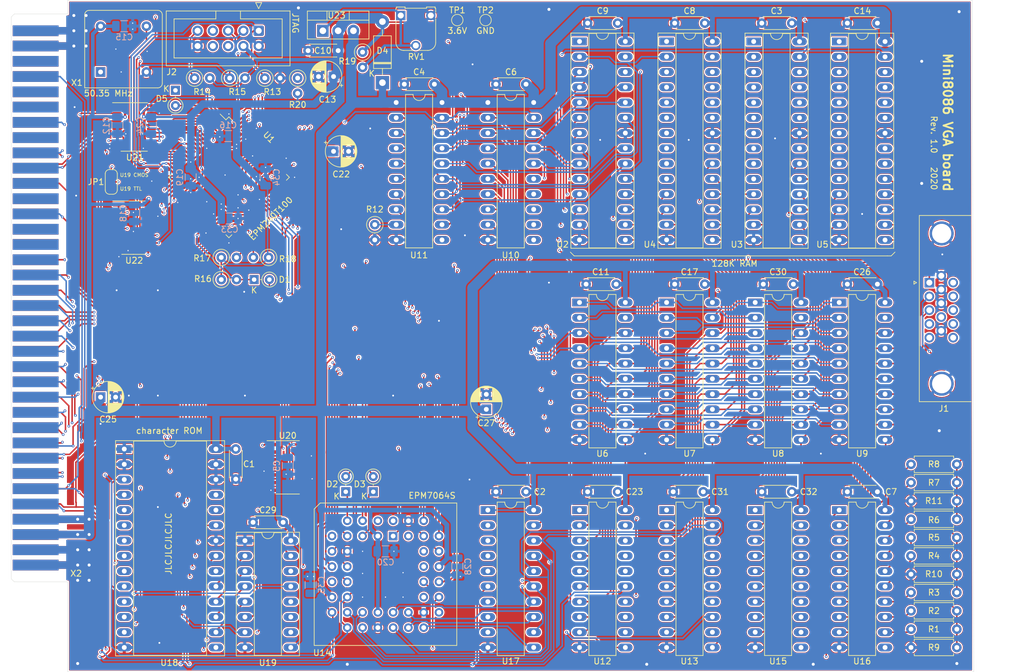
<source format=kicad_pcb>
(kicad_pcb (version 20171130) (host pcbnew "(5.1.6)-1")
  (layers (0 F.Cu signal) (1 In1.Cu power) (2 In2.Cu signal hide) (31 B.Cu signal) (34 B.Paste user hide) (35 F.Paste user hide) (36 B.SilkS user hide) (37 F.SilkS user hide) (38 B.Mask user hide) (39 F.Mask user hide) (44 Edge.Cuts user))
  (net 0 "")
  (net 1 GND)
  (net 2 "Net-(J1-Pad15)")
  (net 3 "Net-(J1-Pad12)")
  (net 4 "Net-(J1-Pad11)")
  (net 5 "Net-(J1-Pad9)")
  (net 6 "Net-(J1-Pad5)")
  (net 7 "Net-(J1-Pad4)")
  (net 8 /connector/B)
  (net 9 /connector/G)
  (net 10 /connector/R)
  (net 11 VCC)
  (net 12 ~WR)
  (net 13 A2)
  (net 14 ~VGA_IO)
  (net 15 ~RD)
  (net 16 A1)
  (net 17 A0)
  (net 18 ~VGA_MEM)
  (net 19 "Net-(X2-Pad70)")
  (net 20 "Net-(X2-Pad68)")
  (net 21 "Net-(X2-Pad34)")
  (net 22 "Net-(X2-Pad33)")
  (net 23 "Net-(X2-Pad32)")
  (net 24 "Net-(X2-Pad31)")
  (net 25 "Net-(X2-Pad29)")
  (net 26 "Net-(X2-Pad25)")
  (net 27 "Net-(X2-Pad67)")
  (net 28 ~BHE)
  (net 29 "Net-(X2-Pad62)")
  (net 30 "Net-(X2-Pad61)")
  (net 31 "Net-(X2-Pad59)")
  (net 32 "Net-(X2-Pad58)")
  (net 33 "Net-(X2-Pad57)")
  (net 34 D7)
  (net 35 D6)
  (net 36 D5)
  (net 37 D4)
  (net 38 D3)
  (net 39 D2)
  (net 40 D1)
  (net 41 D0)
  (net 42 D15)
  (net 43 D14)
  (net 44 D13)
  (net 45 D12)
  (net 46 D11)
  (net 47 D10)
  (net 48 D9)
  (net 49 D8)
  (net 50 A9)
  (net 51 A8)
  (net 52 A7)
  (net 53 A6)
  (net 54 A5)
  (net 55 A4)
  (net 56 A3)
  (net 57 A16)
  (net 58 A15)
  (net 59 A14)
  (net 60 A13)
  (net 61 A12)
  (net 62 A11)
  (net 63 A10)
  (net 64 "Net-(X2-Pad24)")
  (net 65 "Net-(X2-Pad23)")
  (net 66 "Net-(X2-Pad22)")
  (net 67 RDY1)
  (net 68 IRQ5)
  (net 69 "Net-(X2-Pad65)")
  (net 70 /connector/RESET)
  (net 71 VSYNC)
  (net 72 HSYNC)
  (net 73 VCC36)
  (net 74 ~RESET)
  (net 75 /CPLD/~RESET_3)
  (net 76 /CPLD/MODE1_3)
  (net 77 /CPLD/MODE1)
  (net 78 /CPLD/MODE0_3)
  (net 79 /CPLD/MODE0)
  (net 80 "Net-(J2-Pad8)")
  (net 81 "Net-(J2-Pad6)")
  (net 82 "Net-(J2-Pad7)")
  (net 83 DCOL7)
  (net 84 DCOL6)
  (net 85 DCOL5)
  (net 86 DCOL4)
  (net 87 DCOL3)
  (net 88 DCOL2)
  (net 89 DCOL1)
  (net 90 DCOL0)
  (net 91 "Net-(R12-Pad1)")
  (net 92 "Net-(R19-Pad2)")
  (net 93 RA14)
  (net 94 RA13)
  (net 95 RA12)
  (net 96 RA11)
  (net 97 RA10)
  (net 98 RA9)
  (net 99 RA8)
  (net 100 RA7)
  (net 101 RA6)
  (net 102 RA5)
  (net 103 RA4)
  (net 104 RA3)
  (net 105 RA2)
  (net 106 RA1)
  (net 107 RA0)
  (net 108 "Net-(U1-Pad83)")
  (net 109 "Net-(U1-Pad82)")
  (net 110 "Net-(U1-Pad81)")
  (net 111 ~CHARMODE)
  (net 112 CHARPIXEL_3)
  (net 113 ~CHAR_BG)
  (net 114 "Net-(U1-Pad75)")
  (net 115 "Net-(U1-Pad74)")
  (net 116 LATCH_CHR)
  (net 117 LATCH_COL)
  (net 118 ~PE_CHPX)
  (net 119 "Net-(U1-Pad70)")
  (net 120 ~CHR_TO_COL)
  (net 121 ~CPU_RAM0)
  (net 122 ~CPU_RAM1)
  (net 123 ~CPU_RAM2)
  (net 124 ~CPU_RAM3)
  (net 125 "Net-(U1-Pad62)")
  (net 126 CPU_RAM_DIR)
  (net 127 "Net-(U1-Pad58)")
  (net 128 "Net-(U1-Pad57)")
  (net 129 "Net-(U1-Pad56)")
  (net 130 /CPLD/HSYNC_3)
  (net 131 /CPLD/VSYNC_3)
  (net 132 "Net-(U1-Pad51)")
  (net 133 CHROW3)
  (net 134 CHROW2)
  (net 135 CHROW1)
  (net 136 CHROW0)
  (net 137 "Net-(U1-Pad42)")
  (net 138 ~OE_L3)
  (net 139 ~OE_L2)
  (net 140 ~OE_L1)
  (net 141 ~OE_L0)
  (net 142 "Net-(U1-Pad37)")
  (net 143 PX_CLK)
  (net 144 "Net-(U1-Pad35)")
  (net 145 ~CPU_RAM_ADDR)
  (net 146 "Net-(U1-Pad33)")
  (net 147 ~CS_R3)
  (net 148 ~CS_R2)
  (net 149 ~CS_R1)
  (net 150 ~CS_R0)
  (net 151 ~WE_R3)
  (net 152 ~WE_R2)
  (net 153 ~WE_R1)
  (net 154 ~WE_R0)
  (net 155 "Net-(U1-Pad18)")
  (net 156 "Net-(U1-Pad16)")
  (net 157 "Net-(U1-Pad14)")
  (net 158 /CPLD/CPLD_CLK_3)
  (net 159 "Net-(U1-Pad8)")
  (net 160 /CPLD/~WR_3)
  (net 161 /CPLD/~RD_3)
  (net 162 /CPLD/~VGA_MEM_3)
  (net 163 /CPLD/A1_3)
  (net 164 R0D2)
  (net 165 R0D1)
  (net 166 R0D0)
  (net 167 R0D7)
  (net 168 R0D6)
  (net 169 R0D5)
  (net 170 R0D4)
  (net 171 R0D3)
  (net 172 R2D2)
  (net 173 R2D1)
  (net 174 R2D0)
  (net 175 R2D7)
  (net 176 R2D6)
  (net 177 R2D5)
  (net 178 R2D4)
  (net 179 R2D3)
  (net 180 R1D2)
  (net 181 R1D1)
  (net 182 R1D0)
  (net 183 R1D7)
  (net 184 R1D6)
  (net 185 R1D5)
  (net 186 R1D4)
  (net 187 R1D3)
  (net 188 R3D2)
  (net 189 R3D1)
  (net 190 R3D0)
  (net 191 R3D7)
  (net 192 R3D6)
  (net 193 R3D5)
  (net 194 R3D4)
  (net 195 R3D3)
  (net 196 "Net-(U11-Pad11)")
  (net 197 DCHR0)
  (net 198 DCHR1)
  (net 199 DCHR2)
  (net 200 DCHR3)
  (net 201 DCHR4)
  (net 202 DCHR5)
  (net 203 DCHR6)
  (net 204 DCHR7)
  (net 205 "Net-(U14-Pad38)")
  (net 206 "Net-(U14-Pad36)")
  (net 207 "Net-(U14-Pad32)")
  (net 208 "Net-(U14-Pad13)")
  (net 209 "Net-(U14-Pad7)")
  (net 210 "Net-(U14-Pad44)")
  (net 211 "Net-(U14-Pad2)")
  (net 212 /CPLD/PLANE)
  (net 213 "Net-(U14-Pad43)")
  (net 214 "Net-(U18-Pad13)")
  (net 215 "Net-(U18-Pad12)")
  (net 216 "Net-(U18-Pad11)")
  (net 217 "Net-(U18-Pad19)")
  (net 218 "Net-(U18-Pad18)")
  (net 219 "Net-(U18-Pad17)")
  (net 220 "Net-(U18-Pad16)")
  (net 221 "Net-(U18-Pad15)")
  (net 222 CHARPIXEL)
  (net 223 "Net-(U20-Pad6)")
  (net 224 "Net-(U20-Pad11)")
  (net 225 "Net-(U20-Pad8)")
  (net 226 /CPLD/CPLD_CLK)
  (net 227 "Net-(X1-Pad1)")
  (net 228 /CPLD/~BHE_3)
  (net 229 /CPLD/A0_3)
  (net 230 "Net-(X2-Pad30)")
  (net 231 /CPLD/TDI)
  (net 232 /CPLD/TMS)
  (net 233 /CPLD/TDO)
  (net 234 /CPLD/TCK)
  (net 235 /CPLD/PLANE_3)
  (net 236 /CPLD/CHARPIXEL_CPLD)
  (net 237 "Net-(U22-Pad11)")
  (net 238 "Net-(U1-Pad43)")
  (net 239 "Net-(U1-Pad17)")
  (net 240 ~BLOCK_CPU)
  (module Package_SO:SOIC-14_3.9x8.7mm_P1.27mm (layer F.Cu) (at 64.516 70.866)
    (fp_text reference U22 (at 0.127 5.461) (layer F.SilkS))
    (fp_text value 74ACT32)
    (pad 14 smd roundrect (at 2.475 -3.81) (size 1.95 0.6) (layers F.Cu F.Paste F.Mask) (net 11 VCC))
    (pad 13 smd roundrect (at 2.475 -2.54) (size 1.95 0.6) (layers F.Cu F.Paste F.Mask) (net 1 GND))
    (pad 12 smd roundrect (at 2.475 -1.27) (size 1.95 0.6) (layers F.Cu F.Paste F.Mask) (net 1 GND))
    (pad 11 smd roundrect (at 2.475 0) (size 1.95 0.6) (layers F.Cu F.Paste F.Mask) (net 237 "Net-(U22-Pad11)"))
    (pad 10 smd roundrect (at 2.475 1.27) (size 1.95 0.6) (layers F.Cu F.Paste F.Mask) (net 18 ~VGA_MEM))
    (pad 9 smd roundrect (at 2.475 2.54) (size 1.95 0.6) (layers F.Cu F.Paste F.Mask) (net 240 ~BLOCK_CPU))
    (pad 8 smd roundrect (at 2.475 3.81) (size 1.95 0.6) (layers F.Cu F.Paste F.Mask) (net 67 RDY1))
    (pad 7 smd roundrect (at -2.475 3.81) (size 1.95 0.6) (layers F.Cu F.Paste F.Mask) (net 1 GND))
    (pad 6 smd roundrect (at -2.475 2.54) (size 1.95 0.6) (layers F.Cu F.Paste F.Mask) (net 72 HSYNC))
    (pad 5 smd roundrect (at -2.475 1.27) (size 1.95 0.6) (layers F.Cu F.Paste F.Mask) (net 130 /CPLD/HSYNC_3))
    (pad 4 smd roundrect (at -2.475 0) (size 1.95 0.6) (layers F.Cu F.Paste F.Mask) (net 130 /CPLD/HSYNC_3))
    (pad 3 smd roundrect (at -2.475 -1.27) (size 1.95 0.6) (layers F.Cu F.Paste F.Mask) (net 71 VSYNC))
    (pad 2 smd roundrect (at -2.475 -2.54) (size 1.95 0.6) (layers F.Cu F.Paste F.Mask) (net 131 /CPLD/VSYNC_3))
    (pad 1 smd roundrect (at -2.475 -3.81) (size 1.95 0.6) (layers F.Cu F.Paste F.Mask) (net 131 /CPLD/VSYNC_3))
  )
  (module Package_SO:SOIC-14_3.9x8.7mm_P1.27mm (layer F.Cu) (at 90.17 110.744)
    (fp_text reference U20 (at 0 -5.28) (layer F.SilkS))
    (fp_text value 74HC00)
    (pad 14 smd roundrect (at 2.475 -3.81) (size 1.95 0.6) (layers F.Cu F.Paste F.Mask) (net 11 VCC))
    (pad 13 smd roundrect (at 2.475 -2.54) (size 1.95 0.6) (layers F.Cu F.Paste F.Mask) (net 1 GND))
    (pad 12 smd roundrect (at 2.475 -1.27) (size 1.95 0.6) (layers F.Cu F.Paste F.Mask) (net 1 GND))
    (pad 11 smd roundrect (at 2.475 0) (size 1.95 0.6) (layers F.Cu F.Paste F.Mask) (net 224 "Net-(U20-Pad11)"))
    (pad 10 smd roundrect (at 2.475 1.27) (size 1.95 0.6) (layers F.Cu F.Paste F.Mask) (net 1 GND))
    (pad 9 smd roundrect (at 2.475 2.54) (size 1.95 0.6) (layers F.Cu F.Paste F.Mask) (net 1 GND))
    (pad 8 smd roundrect (at 2.475 3.81) (size 1.95 0.6) (layers F.Cu F.Paste F.Mask) (net 225 "Net-(U20-Pad8)"))
    (pad 7 smd roundrect (at -2.475 3.81) (size 1.95 0.6) (layers F.Cu F.Paste F.Mask) (net 1 GND))
    (pad 6 smd roundrect (at -2.475 2.54) (size 1.95 0.6) (layers F.Cu F.Paste F.Mask) (net 223 "Net-(U20-Pad6)"))
    (pad 5 smd roundrect (at -2.475 1.27) (size 1.95 0.6) (layers F.Cu F.Paste F.Mask) (net 1 GND))
    (pad 4 smd roundrect (at -2.475 0) (size 1.95 0.6) (layers F.Cu F.Paste F.Mask) (net 1 GND))
    (pad 3 smd roundrect (at -2.475 -1.27) (size 1.95 0.6) (layers F.Cu F.Paste F.Mask) (net 74 ~RESET))
    (pad 2 smd roundrect (at -2.475 -2.54) (size 1.95 0.6) (layers F.Cu F.Paste F.Mask) (net 70 /connector/RESET))
    (pad 1 smd roundrect (at -2.475 -3.81) (size 1.95 0.6) (layers F.Cu F.Paste F.Mask) (net 70 /connector/RESET))
  )
  (module Jumper:SolderJumper-3_P1.3mm_Open_RoundedPad1.0x1.5mm_NumberLabels (layer F.Cu) (at 60.833 63.246 90)
    (fp_text reference JP1 (at 0 -2.54 180) (layer F.SilkS))
    (fp_text value CHARPIXEL)
    (pad 2 smd rect (at 0 0 90) (size 1 1.5) (layers F.Cu F.Mask) (net 236 /CPLD/CHARPIXEL_CPLD))
    (pad 3 smd custom (at 1.3 0 90) (size 1 0.5) (layers F.Cu F.Mask) (net 112 CHARPIXEL_3) (options (clearance outline) (anchor rect)) (primitives (gr_circle (center 0 0.25) (end 0.5 0.25) (width 0)) (gr_circle (center 0 -0.25) (end 0.5 -0.25) (width 0)) (gr_poly (pts (xy -0.55 -0.75) (xy 0 -0.75) (xy 0 0.75) (xy -0.55 0.75)) (width 0))))
    (pad 1 smd custom (at -1.3 0 90) (size 1 0.5) (layers F.Cu F.Mask) (net 222 CHARPIXEL) (options (clearance outline) (anchor rect)) (primitives (gr_circle (center 0 0.25) (end 0.5 0.25) (width 0)) (gr_circle (center 0 -0.25) (end 0.5 -0.25) (width 0)) (gr_poly (pts (xy 0.55 -0.75) (xy 0 -0.75) (xy 0 0.75) (xy 0.55 0.75)) (width 0))))
  )
  (module Package_DIP:DIP-20_W7.62mm_LongPads (layer F.Cu) (at 167.894 83.312)
    (fp_text reference U8 (at 3.81 25.146) (layer F.SilkS))
    (fp_text value 74HC245)
    (pad 20 thru_hole oval (at 7.62 0) (size 2.4 1.3) (drill 0.8) (layers *.Cu *.Mask) (net 11 VCC))
    (pad 10 thru_hole oval (at 0 22.86) (size 2.4 1.3) (drill 0.8) (layers *.Cu *.Mask) (net 1 GND))
    (pad 19 thru_hole oval (at 7.62 2.54) (size 2.4 1.3) (drill 0.8) (layers *.Cu *.Mask) (net 123 ~CPU_RAM2))
    (pad 9 thru_hole oval (at 0 20.32) (size 2.4 1.3) (drill 0.8) (layers *.Cu *.Mask) (net 34 D7))
    (pad 18 thru_hole oval (at 7.62 5.08) (size 2.4 1.3) (drill 0.8) (layers *.Cu *.Mask) (net 174 R2D0))
    (pad 8 thru_hole oval (at 0 17.78) (size 2.4 1.3) (drill 0.8) (layers *.Cu *.Mask) (net 35 D6))
    (pad 17 thru_hole oval (at 7.62 7.62) (size 2.4 1.3) (drill 0.8) (layers *.Cu *.Mask) (net 173 R2D1))
    (pad 7 thru_hole oval (at 0 15.24) (size 2.4 1.3) (drill 0.8) (layers *.Cu *.Mask) (net 36 D5))
    (pad 16 thru_hole oval (at 7.62 10.16) (size 2.4 1.3) (drill 0.8) (layers *.Cu *.Mask) (net 172 R2D2))
    (pad 6 thru_hole oval (at 0 12.7) (size 2.4 1.3) (drill 0.8) (layers *.Cu *.Mask) (net 37 D4))
    (pad 15 thru_hole oval (at 7.62 12.7) (size 2.4 1.3) (drill 0.8) (layers *.Cu *.Mask) (net 179 R2D3))
    (pad 5 thru_hole oval (at 0 10.16) (size 2.4 1.3) (drill 0.8) (layers *.Cu *.Mask) (net 38 D3))
    (pad 14 thru_hole oval (at 7.62 15.24) (size 2.4 1.3) (drill 0.8) (layers *.Cu *.Mask) (net 178 R2D4))
    (pad 4 thru_hole oval (at 0 7.62) (size 2.4 1.3) (drill 0.8) (layers *.Cu *.Mask) (net 39 D2))
    (pad 13 thru_hole oval (at 7.62 17.78) (size 2.4 1.3) (drill 0.8) (layers *.Cu *.Mask) (net 177 R2D5))
    (pad 3 thru_hole oval (at 0 5.08) (size 2.4 1.3) (drill 0.8) (layers *.Cu *.Mask) (net 40 D1))
    (pad 12 thru_hole oval (at 7.62 20.32) (size 2.4 1.3) (drill 0.8) (layers *.Cu *.Mask) (net 176 R2D6))
    (pad 2 thru_hole oval (at 0 2.54) (size 2.4 1.3) (drill 0.8) (layers *.Cu *.Mask) (net 41 D0))
    (pad 11 thru_hole oval (at 7.62 22.86) (size 2.4 1.3) (drill 0.8) (layers *.Cu *.Mask) (net 175 R2D7))
    (pad 1 thru_hole rect (at 0 0) (size 2.4 1.3) (drill 0.8) (layers *.Cu *.Mask) (net 126 CPU_RAM_DIR))
  )
  (module Package_DIP:DIP-20_W7.62mm_LongPads (layer F.Cu) (at 181.864 83.312)
    (fp_text reference U9 (at 3.81 25.146) (layer F.SilkS))
    (fp_text value 74HC245)
    (pad 20 thru_hole oval (at 7.62 0) (size 2.4 1.3) (drill 0.8) (layers *.Cu *.Mask) (net 11 VCC))
    (pad 10 thru_hole oval (at 0 22.86) (size 2.4 1.3) (drill 0.8) (layers *.Cu *.Mask) (net 1 GND))
    (pad 19 thru_hole oval (at 7.62 2.54) (size 2.4 1.3) (drill 0.8) (layers *.Cu *.Mask) (net 124 ~CPU_RAM3))
    (pad 9 thru_hole oval (at 0 20.32) (size 2.4 1.3) (drill 0.8) (layers *.Cu *.Mask) (net 42 D15))
    (pad 18 thru_hole oval (at 7.62 5.08) (size 2.4 1.3) (drill 0.8) (layers *.Cu *.Mask) (net 190 R3D0))
    (pad 8 thru_hole oval (at 0 17.78) (size 2.4 1.3) (drill 0.8) (layers *.Cu *.Mask) (net 43 D14))
    (pad 17 thru_hole oval (at 7.62 7.62) (size 2.4 1.3) (drill 0.8) (layers *.Cu *.Mask) (net 189 R3D1))
    (pad 7 thru_hole oval (at 0 15.24) (size 2.4 1.3) (drill 0.8) (layers *.Cu *.Mask) (net 44 D13))
    (pad 16 thru_hole oval (at 7.62 10.16) (size 2.4 1.3) (drill 0.8) (layers *.Cu *.Mask) (net 188 R3D2))
    (pad 6 thru_hole oval (at 0 12.7) (size 2.4 1.3) (drill 0.8) (layers *.Cu *.Mask) (net 45 D12))
    (pad 15 thru_hole oval (at 7.62 12.7) (size 2.4 1.3) (drill 0.8) (layers *.Cu *.Mask) (net 195 R3D3))
    (pad 5 thru_hole oval (at 0 10.16) (size 2.4 1.3) (drill 0.8) (layers *.Cu *.Mask) (net 46 D11))
    (pad 14 thru_hole oval (at 7.62 15.24) (size 2.4 1.3) (drill 0.8) (layers *.Cu *.Mask) (net 194 R3D4))
    (pad 4 thru_hole oval (at 0 7.62) (size 2.4 1.3) (drill 0.8) (layers *.Cu *.Mask) (net 47 D10))
    (pad 13 thru_hole oval (at 7.62 17.78) (size 2.4 1.3) (drill 0.8) (layers *.Cu *.Mask) (net 193 R3D5))
    (pad 3 thru_hole oval (at 0 5.08) (size 2.4 1.3) (drill 0.8) (layers *.Cu *.Mask) (net 48 D9))
    (pad 12 thru_hole oval (at 7.62 20.32) (size 2.4 1.3) (drill 0.8) (layers *.Cu *.Mask) (net 192 R3D6))
    (pad 2 thru_hole oval (at 0 2.54) (size 2.4 1.3) (drill 0.8) (layers *.Cu *.Mask) (net 49 D8))
    (pad 11 thru_hole oval (at 7.62 22.86) (size 2.4 1.3) (drill 0.8) (layers *.Cu *.Mask) (net 191 R3D7))
    (pad 1 thru_hole rect (at 0 0) (size 2.4 1.3) (drill 0.8) (layers *.Cu *.Mask) (net 126 CPU_RAM_DIR))
  )
  (module Package_DIP:DIP-16_W7.62mm_Socket_LongPads (layer F.Cu) (at 83.058 122.936)
    (fp_text reference U19 (at 3.81 20.32) (layer F.SilkS))
    (fp_text value 74F166)
    (pad 16 thru_hole oval (at 7.62 0) (size 2.4 1.3) (drill 0.8) (layers *.Cu *.Mask) (net 11 VCC))
    (pad 8 thru_hole oval (at 0 17.78) (size 2.4 1.3) (drill 0.8) (layers *.Cu *.Mask) (net 1 GND))
    (pad 15 thru_hole oval (at 7.62 2.54) (size 2.4 1.3) (drill 0.8) (layers *.Cu *.Mask) (net 118 ~PE_CHPX))
    (pad 7 thru_hole oval (at 0 15.24) (size 2.4 1.3) (drill 0.8) (layers *.Cu *.Mask) (net 143 PX_CLK))
    (pad 14 thru_hole oval (at 7.62 5.08) (size 2.4 1.3) (drill 0.8) (layers *.Cu *.Mask) (net 216 "Net-(U18-Pad11)"))
    (pad 6 thru_hole oval (at 0 12.7) (size 2.4 1.3) (drill 0.8) (layers *.Cu *.Mask) (net 111 ~CHARMODE))
    (pad 13 thru_hole oval (at 7.62 7.62) (size 2.4 1.3) (drill 0.8) (layers *.Cu *.Mask) (net 222 CHARPIXEL))
    (pad 5 thru_hole oval (at 0 10.16) (size 2.4 1.3) (drill 0.8) (layers *.Cu *.Mask) (net 220 "Net-(U18-Pad16)"))
    (pad 12 thru_hole oval (at 7.62 10.16) (size 2.4 1.3) (drill 0.8) (layers *.Cu *.Mask) (net 215 "Net-(U18-Pad12)"))
    (pad 4 thru_hole oval (at 0 7.62) (size 2.4 1.3) (drill 0.8) (layers *.Cu *.Mask) (net 219 "Net-(U18-Pad17)"))
    (pad 11 thru_hole oval (at 7.62 12.7) (size 2.4 1.3) (drill 0.8) (layers *.Cu *.Mask) (net 214 "Net-(U18-Pad13)"))
    (pad 3 thru_hole oval (at 0 5.08) (size 2.4 1.3) (drill 0.8) (layers *.Cu *.Mask) (net 218 "Net-(U18-Pad18)"))
    (pad 10 thru_hole oval (at 7.62 15.24) (size 2.4 1.3) (drill 0.8) (layers *.Cu *.Mask) (net 221 "Net-(U18-Pad15)"))
    (pad 2 thru_hole oval (at 0 2.54) (size 2.4 1.3) (drill 0.8) (layers *.Cu *.Mask) (net 217 "Net-(U18-Pad19)"))
    (pad 9 thru_hole oval (at 7.62 17.78) (size 2.4 1.3) (drill 0.8) (layers *.Cu *.Mask) (net 11 VCC))
    (pad 1 thru_hole rect (at 0 0) (size 2.4 1.3) (drill 0.8) (layers *.Cu *.Mask) (net 1 GND))
  )
  (module Diode_THT:D_DO-34_SOD68_P2.54mm_Vertical_KathodeUp (layer F.Cu) (at 71.501 48.006 270)
    (fp_text reference D5 (at 1.397 2.286 180) (layer F.SilkS))
    (fp_text value BAT43)
    (fp_text user K (at -0.254 1.524 180) (layer F.SilkS))
    (pad 2 thru_hole oval (at 2.54 0 270) (size 1.5 1.5) (drill 0.75) (layers *.Cu *.Mask) (net 235 /CPLD/PLANE_3))
    (pad 1 thru_hole rect (at 0 0 270) (size 1.5 1.5) (drill 0.75) (layers *.Cu *.Mask) (net 212 /CPLD/PLANE))
  )
  (module Resistor_THT:R_Axial_DIN0207_L6.3mm_D2.5mm_P2.54mm_Vertical (layer F.Cu) (at 91.821 45.974 270)
    (fp_text reference R20 (at 4.445 0 180) (layer F.SilkS))
    (fp_text value 1K)
    (pad 2 thru_hole oval (at 2.54 0 270) (size 1.6 1.6) (drill 0.8) (layers *.Cu *.Mask) (net 73 VCC36))
    (pad 1 thru_hole circle (at 0 0 270) (size 1.6 1.6) (drill 0.8) (layers *.Cu *.Mask) (net 235 /CPLD/PLANE_3))
  )
  (module Diode_THT:D_DO-34_SOD68_P2.54mm_Vertical_KathodeUp (layer F.Cu) (at 104.394 114.808 90)
    (fp_text reference D3 (at 1.27 -2.25566 180) (layer F.SilkS))
    (fp_text value BAT43)
    (fp_text user K (at -0.762 -1.524 180) (layer F.SilkS))
    (pad 2 thru_hole oval (at 2.54 0 90) (size 1.5 1.5) (drill 0.75) (layers *.Cu *.Mask) (net 78 /CPLD/MODE0_3))
    (pad 1 thru_hole rect (at 0 0 90) (size 1.5 1.5) (drill 0.75) (layers *.Cu *.Mask) (net 79 /CPLD/MODE0))
  )
  (module Diode_THT:D_DO-34_SOD68_P2.54mm_Vertical_KathodeUp (layer F.Cu) (at 99.822 114.808 90)
    (fp_text reference D2 (at 1.27 -2.25566 180) (layer F.SilkS))
    (fp_text value BAT43)
    (fp_text user K (at -0.762 -1.524 180) (layer F.SilkS))
    (pad 2 thru_hole oval (at 2.54 0 90) (size 1.5 1.5) (drill 0.75) (layers *.Cu *.Mask) (net 76 /CPLD/MODE1_3))
    (pad 1 thru_hole rect (at 0 0 90) (size 1.5 1.5) (drill 0.75) (layers *.Cu *.Mask) (net 77 /CPLD/MODE1))
  )
  (module Diode_THT:D_DO-34_SOD68_P2.54mm_Vertical_KathodeUp (layer F.Cu) (at 84.582 79.502)
    (fp_text reference D1 (at 5.08 0) (layer F.SilkS))
    (fp_text value BAT43)
    (fp_text user K (at 0 1.778) (layer F.SilkS))
    (pad 2 thru_hole oval (at 2.54 0) (size 1.5 1.5) (drill 0.75) (layers *.Cu *.Mask) (net 74 ~RESET))
    (pad 1 thru_hole rect (at 0 0) (size 1.5 1.5) (drill 0.75) (layers *.Cu *.Mask) (net 75 /CPLD/~RESET_3))
  )
  (module TestPoint:TestPoint_Pad_D1.5mm (layer F.Cu) (at 123.063 36.322)
    (fp_text reference TP2 (at 0 -1.648) (layer F.SilkS))
    (fp_text value GND)
    (pad 1 smd circle (at 0 0) (size 1.5 1.5) (layers F.Cu F.Mask) (net 1 GND))
  )
  (module Capacitor_SMD:C_1206_3216Metric (layer B.Cu) (at 93.98 130.302 90)
    (fp_text reference C35 (at 0 1.82 90) (layer B.SilkS) (effects (justify mirror)))
    (fp_text value 100n)
    (pad 2 smd roundrect (at 1.4 0 90) (size 1.25 1.75) (layers B.Cu B.Paste B.Mask) (roundrect_rratio 0.2) (net 1 GND))
    (pad 1 smd roundrect (at -1.4 0 90) (size 1.25 1.75) (layers B.Cu B.Paste B.Mask) (roundrect_rratio 0.2) (net 11 VCC))
  )
  (module Potentiometer_THT:Potentiometer_Runtron_RM-065_Vertical (layer F.Cu) (at 108.966 35.56)
    (fp_text reference RV1 (at 2.6 6.858) (layer F.SilkS))
    (fp_text value 500)
    (pad 2 thru_hole circle (at 2.5 5) (size 1.55 1.55) (drill 1) (layers *.Cu *.Mask) (net 92 "Net-(R19-Pad2)"))
    (pad 1 thru_hole rect (at 0 0) (size 1.55 1.55) (drill 1) (layers *.Cu *.Mask) (net 92 "Net-(R19-Pad2)"))
    (pad 3 thru_hole circle (at 5 0) (size 1.55 1.55) (drill 1) (layers *.Cu *.Mask) (net 1 GND))
  )
  (module Mini8086:BUS_72 (layer F.Cu) (at 48.26 127 270)
    (fp_text reference X2 (at 1.397 -6.731 180) (layer F.SilkS))
    (fp_text value Edge72)
    (pad 72 connect rect (at -88.9 0 270) (size 1.78 7.62) (layers B.Cu B.Mask) (net 1 GND))
    (pad 71 connect rect (at -86.36 0 270) (size 1.78 7.62) (layers B.Cu B.Mask) (net 1 GND))
    (pad 70 connect rect (at -83.82 0 270) (size 1.78 7.62) (layers B.Cu B.Mask) (net 19 "Net-(X2-Pad70)"))
    (pad 69 connect rect (at -81.28 0 270) (size 1.78 7.62) (layers B.Cu B.Mask) (net 70 /connector/RESET))
    (pad 68 connect rect (at -78.74 0 270) (size 1.78 7.62) (layers B.Cu B.Mask) (net 20 "Net-(X2-Pad68)"))
    (pad 36 connect rect (at -88.9 0 270) (size 1.78 7.62) (layers F.Cu F.Mask) (net 1 GND))
    (pad 35 connect rect (at -86.36 0 270) (size 1.78 7.62) (layers F.Cu F.Mask) (net 1 GND))
    (pad 34 connect rect (at -83.82 0 270) (size 1.78 7.62) (layers F.Cu F.Mask) (net 21 "Net-(X2-Pad34)"))
    (pad 33 connect rect (at -81.28 0 270) (size 1.78 7.62) (layers F.Cu F.Mask) (net 22 "Net-(X2-Pad33)"))
    (pad 32 connect rect (at -78.74 0 270) (size 1.78 7.62) (layers F.Cu F.Mask) (net 23 "Net-(X2-Pad32)"))
    (pad 31 connect rect (at -76.2 0 270) (size 1.78 7.62) (layers F.Cu F.Mask) (net 24 "Net-(X2-Pad31)"))
    (pad 30 connect rect (at -73.66 0 270) (size 1.78 7.62) (layers F.Cu F.Mask) (net 230 "Net-(X2-Pad30)"))
    (pad 29 connect rect (at -71.12 0 270) (size 1.78 7.62) (layers F.Cu F.Mask) (net 25 "Net-(X2-Pad29)"))
    (pad 28 connect rect (at -68.58 0 270) (size 1.78 7.62) (layers F.Cu F.Mask) (net 67 RDY1))
    (pad 27 connect rect (at -66.04 0 270) (size 1.78 7.62) (layers F.Cu F.Mask) (net 18 ~VGA_MEM))
    (pad 26 connect rect (at -63.5 0 270) (size 1.78 7.62) (layers F.Cu F.Mask) (net 14 ~VGA_IO))
    (pad 25 connect rect (at -60.96 0 270) (size 1.78 7.62) (layers F.Cu F.Mask) (net 26 "Net-(X2-Pad25)"))
    (pad 24 connect rect (at -58.42 0 270) (size 1.78 7.62) (layers F.Cu F.Mask) (net 64 "Net-(X2-Pad24)"))
    (pad 23 connect rect (at -55.88 0 270) (size 1.78 7.62) (layers F.Cu F.Mask) (net 65 "Net-(X2-Pad23)"))
    (pad 22 connect rect (at -53.34 0 270) (size 1.78 7.62) (layers F.Cu F.Mask) (net 66 "Net-(X2-Pad22)"))
    (pad 21 connect rect (at -50.8 0 270) (size 1.78 7.62) (layers F.Cu F.Mask) (net 57 A16))
    (pad 20 connect rect (at -48.26 0 270) (size 1.78 7.62) (layers F.Cu F.Mask) (net 58 A15))
    (pad 19 connect rect (at -45.72 0 270) (size 1.78 7.62) (layers F.Cu F.Mask) (net 59 A14))
    (pad 18 connect rect (at -43.18 0 270) (size 1.78 7.62) (layers F.Cu F.Mask) (net 60 A13))
    (pad 17 connect rect (at -40.64 0 270) (size 1.78 7.62) (layers F.Cu F.Mask) (net 61 A12))
    (pad 16 connect rect (at -38.1 0 270) (size 1.78 7.62) (layers F.Cu F.Mask) (net 62 A11))
    (pad 15 connect rect (at -35.56 0 270) (size 1.78 7.62) (layers F.Cu F.Mask) (net 63 A10))
    (pad 14 connect rect (at -33.02 0 270) (size 1.78 7.62) (layers F.Cu F.Mask) (net 50 A9))
    (pad 13 connect rect (at -30.48 0 270) (size 1.78 7.62) (layers F.Cu F.Mask) (net 51 A8))
    (pad 12 connect rect (at -27.94 0 270) (size 1.78 7.62) (layers F.Cu F.Mask) (net 52 A7))
    (pad 11 connect rect (at -25.4 0 270) (size 1.78 7.62) (layers F.Cu F.Mask) (net 53 A6))
    (pad 10 connect rect (at -22.86 0 270) (size 1.78 7.62) (layers F.Cu F.Mask) (net 54 A5))
    (pad 9 connect rect (at -20.32 0 270) (size 1.78 7.62) (layers F.Cu F.Mask) (net 55 A4))
    (pad 8 connect rect (at -17.78 0 270) (size 1.78 7.62) (layers F.Cu F.Mask) (net 56 A3))
    (pad 7 connect rect (at -15.24 0 270) (size 1.78 7.62) (layers F.Cu F.Mask) (net 13 A2))
    (pad 6 connect rect (at -12.7 0 270) (size 1.78 7.62) (layers F.Cu F.Mask) (net 16 A1))
    (pad 5 connect rect (at -10.16 0 270) (size 1.78 7.62) (layers F.Cu F.Mask) (net 17 A0))
    (pad 4 connect rect (at -7.62 0 270) (size 1.78 7.62) (layers F.Cu F.Mask) (net 11 VCC))
    (pad 3 connect rect (at -5.08 0 270) (size 1.78 7.62) (layers F.Cu F.Mask) (net 11 VCC))
    (pad 2 connect rect (at -2.54 0 270) (size 1.78 7.62) (layers F.Cu F.Mask) (net 1 GND))
    (pad 1 connect rect (at 0 0 270) (size 1.78 7.62) (layers F.Cu F.Mask) (net 1 GND))
    (pad 67 connect rect (at -76.2 0 270) (size 1.78 7.62) (layers B.Cu B.Mask) (net 27 "Net-(X2-Pad67)"))
    (pad 66 connect rect (at -73.66 0 270) (size 1.78 7.62) (layers B.Cu B.Mask) (net 28 ~BHE))
    (pad 65 connect rect (at -71.12 0 270) (size 1.78 7.62) (layers B.Cu B.Mask) (net 69 "Net-(X2-Pad65)"))
    (pad 64 connect rect (at -68.58 0 270) (size 1.78 7.62) (layers B.Cu B.Mask) (net 12 ~WR))
    (pad 63 connect rect (at -66.04 0 270) (size 1.78 7.62) (layers B.Cu B.Mask) (net 15 ~RD))
    (pad 62 connect rect (at -63.5 0 270) (size 1.78 7.62) (layers B.Cu B.Mask) (net 29 "Net-(X2-Pad62)"))
    (pad 61 connect rect (at -60.96 0 270) (size 1.78 7.62) (layers B.Cu B.Mask) (net 30 "Net-(X2-Pad61)"))
    (pad 60 connect rect (at -58.42 0 270) (size 1.78 7.62) (layers B.Cu B.Mask) (net 68 IRQ5))
    (pad 59 connect rect (at -55.88 0 270) (size 1.78 7.62) (layers B.Cu B.Mask) (net 31 "Net-(X2-Pad59)"))
    (pad 58 connect rect (at -53.34 0 270) (size 1.78 7.62) (layers B.Cu B.Mask) (net 32 "Net-(X2-Pad58)"))
    (pad 57 connect rect (at -50.8 0 270) (size 1.78 7.62) (layers B.Cu B.Mask) (net 33 "Net-(X2-Pad57)"))
    (pad 56 connect rect (at -48.26 0 270) (size 1.78 7.62) (layers B.Cu B.Mask) (net 42 D15))
    (pad 55 connect rect (at -45.72 0 270) (size 1.78 7.62) (layers B.Cu B.Mask) (net 43 D14))
    (pad 54 connect rect (at -43.18 0 270) (size 1.78 7.62) (layers B.Cu B.Mask) (net 44 D13))
    (pad 53 connect rect (at -40.64 0 270) (size 1.78 7.62) (layers B.Cu B.Mask) (net 45 D12))
    (pad 52 connect rect (at -38.1 0 270) (size 1.78 7.62) (layers B.Cu B.Mask) (net 46 D11))
    (pad 51 connect rect (at -35.56 0 270) (size 1.78 7.62) (layers B.Cu B.Mask) (net 47 D10))
    (pad 50 connect rect (at -33.02 0 270) (size 1.78 7.62) (layers B.Cu B.Mask) (net 48 D9))
    (pad 49 connect rect (at -30.48 0 270) (size 1.78 7.62) (layers B.Cu B.Mask) (net 49 D8))
    (pad 48 connect rect (at -27.94 0 270) (size 1.78 7.62) (layers B.Cu B.Mask) (net 34 D7))
    (pad 47 connect rect (at -25.4 0 270) (size 1.78 7.62) (layers B.Cu B.Mask) (net 35 D6))
    (pad 46 connect rect (at -22.86 0 270) (size 1.78 7.62) (layers B.Cu B.Mask) (net 36 D5))
    (pad 45 connect rect (at -20.32 0 270) (size 1.78 7.62) (layers B.Cu B.Mask) (net 37 D4))
    (pad 44 connect rect (at -17.78 0 270) (size 1.78 7.62) (layers B.Cu B.Mask) (net 38 D3))
    (pad 43 connect rect (at -15.24 0 270) (size 1.78 7.62) (layers B.Cu B.Mask) (net 39 D2))
    (pad 42 connect rect (at -12.7 0 270) (size 1.78 7.62) (layers B.Cu B.Mask) (net 40 D1))
    (pad 41 connect rect (at -10.16 0 270) (size 1.78 7.62) (layers B.Cu B.Mask) (net 41 D0))
    (pad 40 connect rect (at -7.62 0 270) (size 1.78 7.62) (layers B.Cu B.Mask) (net 11 VCC))
    (pad 39 connect rect (at -5.08 0 270) (size 1.78 7.62) (layers B.Cu B.Mask) (net 11 VCC))
    (pad 38 connect rect (at -2.54 0 270) (size 1.78 7.62) (layers B.Cu B.Mask) (net 1 GND))
    (pad 37 connect rect (at 0 0 270) (size 1.78 7.62) (layers B.Cu B.Mask) (net 1 GND))
  )
  (module Package_DIP:DIP-28_W15.24mm_Socket_LongPads (layer F.Cu) (at 62.992 107.696)
    (fp_text reference U18 (at 7.493 35.56) (layer F.SilkS))
    (fp_text value 27C512)
    (pad 28 thru_hole oval (at 15.24 0) (size 2.4 1.3) (drill 0.8) (layers *.Cu *.Mask) (net 11 VCC))
    (pad 14 thru_hole oval (at 0 33.02) (size 2.4 1.3) (drill 0.8) (layers *.Cu *.Mask) (net 1 GND))
    (pad 27 thru_hole oval (at 15.24 2.54) (size 2.4 1.3) (drill 0.8) (layers *.Cu *.Mask) (net 1 GND))
    (pad 13 thru_hole oval (at 0 30.48) (size 2.4 1.3) (drill 0.8) (layers *.Cu *.Mask) (net 214 "Net-(U18-Pad13)"))
    (pad 26 thru_hole oval (at 15.24 5.08) (size 2.4 1.3) (drill 0.8) (layers *.Cu *.Mask) (net 1 GND))
    (pad 12 thru_hole oval (at 0 27.94) (size 2.4 1.3) (drill 0.8) (layers *.Cu *.Mask) (net 215 "Net-(U18-Pad12)"))
    (pad 25 thru_hole oval (at 15.24 7.62) (size 2.4 1.3) (drill 0.8) (layers *.Cu *.Mask) (net 201 DCHR4))
    (pad 11 thru_hole oval (at 0 25.4) (size 2.4 1.3) (drill 0.8) (layers *.Cu *.Mask) (net 216 "Net-(U18-Pad11)"))
    (pad 24 thru_hole oval (at 15.24 10.16) (size 2.4 1.3) (drill 0.8) (layers *.Cu *.Mask) (net 202 DCHR5))
    (pad 10 thru_hole oval (at 0 22.86) (size 2.4 1.3) (drill 0.8) (layers *.Cu *.Mask) (net 136 CHROW0))
    (pad 23 thru_hole oval (at 15.24 12.7) (size 2.4 1.3) (drill 0.8) (layers *.Cu *.Mask) (net 204 DCHR7))
    (pad 9 thru_hole oval (at 0 20.32) (size 2.4 1.3) (drill 0.8) (layers *.Cu *.Mask) (net 135 CHROW1))
    (pad 22 thru_hole oval (at 15.24 15.24) (size 2.4 1.3) (drill 0.8) (layers *.Cu *.Mask) (net 1 GND))
    (pad 8 thru_hole oval (at 0 17.78) (size 2.4 1.3) (drill 0.8) (layers *.Cu *.Mask) (net 134 CHROW2))
    (pad 21 thru_hole oval (at 15.24 17.78) (size 2.4 1.3) (drill 0.8) (layers *.Cu *.Mask) (net 203 DCHR6))
    (pad 7 thru_hole oval (at 0 15.24) (size 2.4 1.3) (drill 0.8) (layers *.Cu *.Mask) (net 133 CHROW3))
    (pad 20 thru_hole oval (at 15.24 20.32) (size 2.4 1.3) (drill 0.8) (layers *.Cu *.Mask) (net 111 ~CHARMODE))
    (pad 6 thru_hole oval (at 0 12.7) (size 2.4 1.3) (drill 0.8) (layers *.Cu *.Mask) (net 197 DCHR0))
    (pad 19 thru_hole oval (at 15.24 22.86) (size 2.4 1.3) (drill 0.8) (layers *.Cu *.Mask) (net 217 "Net-(U18-Pad19)"))
    (pad 5 thru_hole oval (at 0 10.16) (size 2.4 1.3) (drill 0.8) (layers *.Cu *.Mask) (net 198 DCHR1))
    (pad 18 thru_hole oval (at 15.24 25.4) (size 2.4 1.3) (drill 0.8) (layers *.Cu *.Mask) (net 218 "Net-(U18-Pad18)"))
    (pad 4 thru_hole oval (at 0 7.62) (size 2.4 1.3) (drill 0.8) (layers *.Cu *.Mask) (net 199 DCHR2))
    (pad 17 thru_hole oval (at 15.24 27.94) (size 2.4 1.3) (drill 0.8) (layers *.Cu *.Mask) (net 219 "Net-(U18-Pad17)"))
    (pad 3 thru_hole oval (at 0 5.08) (size 2.4 1.3) (drill 0.8) (layers *.Cu *.Mask) (net 200 DCHR3))
    (pad 16 thru_hole oval (at 15.24 30.48) (size 2.4 1.3) (drill 0.8) (layers *.Cu *.Mask) (net 220 "Net-(U18-Pad16)"))
    (pad 2 thru_hole oval (at 0 2.54) (size 2.4 1.3) (drill 0.8) (layers *.Cu *.Mask) (net 1 GND))
    (pad 15 thru_hole oval (at 15.24 33.02) (size 2.4 1.3) (drill 0.8) (layers *.Cu *.Mask) (net 221 "Net-(U18-Pad15)"))
    (pad 1 thru_hole rect (at 0 0) (size 2.4 1.3) (drill 0.8) (layers *.Cu *.Mask) (net 1 GND))
  )
  (module Package_DIP:DIP-20_W7.62mm_LongPads (layer F.Cu) (at 153.162 117.856)
    (fp_text reference U13 (at 3.81 25.146) (layer F.SilkS))
    (fp_text value 74AC573)
    (pad 20 thru_hole oval (at 7.62 0) (size 2.4 1.3) (drill 0.8) (layers *.Cu *.Mask) (net 11 VCC))
    (pad 10 thru_hole oval (at 0 22.86) (size 2.4 1.3) (drill 0.8) (layers *.Cu *.Mask) (net 1 GND))
    (pad 19 thru_hole oval (at 7.62 2.54) (size 2.4 1.3) (drill 0.8) (layers *.Cu *.Mask) (net 90 DCOL0))
    (pad 9 thru_hole oval (at 0 20.32) (size 2.4 1.3) (drill 0.8) (layers *.Cu *.Mask) (net 183 R1D7))
    (pad 18 thru_hole oval (at 7.62 5.08) (size 2.4 1.3) (drill 0.8) (layers *.Cu *.Mask) (net 89 DCOL1))
    (pad 8 thru_hole oval (at 0 17.78) (size 2.4 1.3) (drill 0.8) (layers *.Cu *.Mask) (net 184 R1D6))
    (pad 17 thru_hole oval (at 7.62 7.62) (size 2.4 1.3) (drill 0.8) (layers *.Cu *.Mask) (net 88 DCOL2))
    (pad 7 thru_hole oval (at 0 15.24) (size 2.4 1.3) (drill 0.8) (layers *.Cu *.Mask) (net 185 R1D5))
    (pad 16 thru_hole oval (at 7.62 10.16) (size 2.4 1.3) (drill 0.8) (layers *.Cu *.Mask) (net 87 DCOL3))
    (pad 6 thru_hole oval (at 0 12.7) (size 2.4 1.3) (drill 0.8) (layers *.Cu *.Mask) (net 186 R1D4))
    (pad 15 thru_hole oval (at 7.62 12.7) (size 2.4 1.3) (drill 0.8) (layers *.Cu *.Mask) (net 86 DCOL4))
    (pad 5 thru_hole oval (at 0 10.16) (size 2.4 1.3) (drill 0.8) (layers *.Cu *.Mask) (net 187 R1D3))
    (pad 14 thru_hole oval (at 7.62 15.24) (size 2.4 1.3) (drill 0.8) (layers *.Cu *.Mask) (net 85 DCOL5))
    (pad 4 thru_hole oval (at 0 7.62) (size 2.4 1.3) (drill 0.8) (layers *.Cu *.Mask) (net 180 R1D2))
    (pad 13 thru_hole oval (at 7.62 17.78) (size 2.4 1.3) (drill 0.8) (layers *.Cu *.Mask) (net 84 DCOL6))
    (pad 3 thru_hole oval (at 0 5.08) (size 2.4 1.3) (drill 0.8) (layers *.Cu *.Mask) (net 181 R1D1))
    (pad 12 thru_hole oval (at 7.62 20.32) (size 2.4 1.3) (drill 0.8) (layers *.Cu *.Mask) (net 83 DCOL7))
    (pad 2 thru_hole oval (at 0 2.54) (size 2.4 1.3) (drill 0.8) (layers *.Cu *.Mask) (net 182 R1D0))
    (pad 11 thru_hole oval (at 7.62 22.86) (size 2.4 1.3) (drill 0.8) (layers *.Cu *.Mask) (net 117 LATCH_COL))
    (pad 1 thru_hole rect (at 0 0) (size 2.4 1.3) (drill 0.8) (layers *.Cu *.Mask) (net 140 ~OE_L1))
  )
  (module Oscillator:Oscillator_DIP-8 (layer F.Cu) (at 59.055 44.958)
    (fp_text reference X1 (at -3.937 1.778) (layer F.SilkS))
    (fp_text value "50.35 MHz")
    (pad 4 thru_hole circle (at 7.62 0) (size 1.6 1.6) (drill 0.8) (layers *.Cu *.Mask) (net 1 GND))
    (pad 5 thru_hole circle (at 7.62 -7.62) (size 1.6 1.6) (drill 0.8) (layers *.Cu *.Mask) (net 226 /CPLD/CPLD_CLK))
    (pad 8 thru_hole circle (at 0 -7.62) (size 1.6 1.6) (drill 0.8) (layers *.Cu *.Mask) (net 11 VCC))
    (pad 1 thru_hole rect (at 0 0) (size 1.6 1.6) (drill 0.8) (layers *.Cu *.Mask) (net 227 "Net-(X1-Pad1)"))
  )
  (module Capacitor_SMD:C_1206_3216Metric (layer B.Cu) (at 90.17 110.49 270)
    (fp_text reference C5 (at 0 1.82 90) (layer B.SilkS) (effects (justify mirror)))
    (fp_text value 100n)
    (pad 2 smd roundrect (at 1.4 0 270) (size 1.25 1.75) (layers B.Cu B.Paste B.Mask) (roundrect_rratio 0.2) (net 1 GND))
    (pad 1 smd roundrect (at -1.4 0 270) (size 1.25 1.75) (layers B.Cu B.Paste B.Mask) (roundrect_rratio 0.2) (net 11 VCC))
  )
  (module Capacitor_SMD:C_1206_3216Metric (layer B.Cu) (at 118.364 127.254 270)
    (fp_text reference C28 (at -0.003 -1.778 90) (layer B.SilkS) (effects (justify mirror)))
    (fp_text value 100n)
    (pad 2 smd roundrect (at 1.4 0 270) (size 1.25 1.75) (layers B.Cu B.Paste B.Mask) (roundrect_rratio 0.2) (net 1 GND))
    (pad 1 smd roundrect (at -1.4 0 270) (size 1.25 1.75) (layers B.Cu B.Paste B.Mask) (roundrect_rratio 0.2) (net 11 VCC))
  )
  (module Capacitor_SMD:C_1206_3216Metric (layer B.Cu) (at 106.448 124.714)
    (fp_text reference C20 (at 0 1.82) (layer B.SilkS) (effects (justify mirror)))
    (fp_text value 100n)
    (pad 2 smd roundrect (at 1.4 0) (size 1.25 1.75) (layers B.Cu B.Paste B.Mask) (roundrect_rratio 0.2) (net 1 GND))
    (pad 1 smd roundrect (at -1.4 0) (size 1.25 1.75) (layers B.Cu B.Paste B.Mask) (roundrect_rratio 0.2) (net 11 VCC))
  )
  (module Resistor_THT:R_Axial_DIN0207_L6.3mm_D2.5mm_P7.62mm_Horizontal (layer F.Cu) (at 201.422 116.332 180)
    (fp_text reference R11 (at 3.814 0.014) (layer F.SilkS))
    (fp_text value 47)
    (pad 2 thru_hole oval (at 7.62 0 180) (size 1.6 1.6) (drill 0.8) (layers *.Cu *.Mask) (net 1 GND))
    (pad 1 thru_hole circle (at 0 0 180) (size 1.6 1.6) (drill 0.8) (layers *.Cu *.Mask) (net 10 /connector/R))
  )
  (module Resistor_THT:R_Axial_DIN0207_L6.3mm_D2.5mm_P7.62mm_Horizontal (layer F.Cu) (at 201.422 128.524 180)
    (fp_text reference R10 (at 3.81 0.028) (layer F.SilkS))
    (fp_text value 47)
    (pad 2 thru_hole oval (at 7.62 0 180) (size 1.6 1.6) (drill 0.8) (layers *.Cu *.Mask) (net 1 GND))
    (pad 1 thru_hole circle (at 0 0 180) (size 1.6 1.6) (drill 0.8) (layers *.Cu *.Mask) (net 9 /connector/G))
  )
  (module Resistor_THT:R_Axial_DIN0207_L6.3mm_D2.5mm_P7.62mm_Horizontal (layer F.Cu) (at 193.802 125.476)
    (fp_text reference R4 (at 3.81 -0.014) (layer F.SilkS))
    (fp_text value 1K)
    (pad 2 thru_hole oval (at 7.62 0) (size 1.6 1.6) (drill 0.8) (layers *.Cu *.Mask) (net 9 /connector/G))
    (pad 1 thru_hole circle (at 0 0) (size 1.6 1.6) (drill 0.8) (layers *.Cu *.Mask) (net 86 DCOL4))
  )
  (module Resistor_THT:R_Axial_DIN0207_L6.3mm_D2.5mm_P7.62mm_Horizontal (layer F.Cu) (at 201.422 140.716 180)
    (fp_text reference R9 (at 3.81 0) (layer F.SilkS))
    (fp_text value 56)
    (pad 2 thru_hole oval (at 7.62 0 180) (size 1.6 1.6) (drill 0.8) (layers *.Cu *.Mask) (net 1 GND))
    (pad 1 thru_hole circle (at 0 0 180) (size 1.6 1.6) (drill 0.8) (layers *.Cu *.Mask) (net 8 /connector/B))
  )
  (module Resistor_THT:R_Axial_DIN0207_L6.3mm_D2.5mm_P7.62mm_Horizontal (layer F.Cu) (at 193.802 122.428)
    (fp_text reference R5 (at 3.81 0) (layer F.SilkS))
    (fp_text value 2K)
    (pad 2 thru_hole oval (at 7.62 0) (size 1.6 1.6) (drill 0.8) (layers *.Cu *.Mask) (net 9 /connector/G))
    (pad 1 thru_hole circle (at 0 0) (size 1.6 1.6) (drill 0.8) (layers *.Cu *.Mask) (net 87 DCOL3))
  )
  (module Resistor_THT:R_Axial_DIN0207_L6.3mm_D2.5mm_P7.62mm_Horizontal (layer F.Cu) (at 193.802 119.38)
    (fp_text reference R6 (at 3.81 0.13) (layer F.SilkS))
    (fp_text value 500)
    (pad 2 thru_hole oval (at 7.62 0) (size 1.6 1.6) (drill 0.8) (layers *.Cu *.Mask) (net 10 /connector/R))
    (pad 1 thru_hole circle (at 0 0) (size 1.6 1.6) (drill 0.8) (layers *.Cu *.Mask) (net 88 DCOL2))
  )
  (module Resistor_THT:R_Axial_DIN0207_L6.3mm_D2.5mm_P7.62mm_Horizontal (layer F.Cu) (at 193.802 134.62)
    (fp_text reference R2 (at 3.81 0) (layer F.SilkS))
    (fp_text value 1K)
    (pad 2 thru_hole oval (at 7.62 0) (size 1.6 1.6) (drill 0.8) (layers *.Cu *.Mask) (net 8 /connector/B))
    (pad 1 thru_hole circle (at 0 0) (size 1.6 1.6) (drill 0.8) (layers *.Cu *.Mask) (net 84 DCOL6))
  )
  (module Resistor_THT:R_Axial_DIN0207_L6.3mm_D2.5mm_P7.62mm_Horizontal (layer F.Cu) (at 193.802 137.668)
    (fp_text reference R1 (at 3.81 0) (layer F.SilkS))
    (fp_text value 500)
    (pad 2 thru_hole oval (at 7.62 0) (size 1.6 1.6) (drill 0.8) (layers *.Cu *.Mask) (net 8 /connector/B))
    (pad 1 thru_hole circle (at 0 0) (size 1.6 1.6) (drill 0.8) (layers *.Cu *.Mask) (net 83 DCOL7))
  )
  (module Resistor_THT:R_Axial_DIN0207_L6.3mm_D2.5mm_P7.62mm_Horizontal (layer F.Cu) (at 193.802 110.236)
    (fp_text reference R8 (at 3.81 -0.014) (layer F.SilkS))
    (fp_text value 2K)
    (pad 2 thru_hole oval (at 7.62 0) (size 1.6 1.6) (drill 0.8) (layers *.Cu *.Mask) (net 10 /connector/R))
    (pad 1 thru_hole circle (at 0 0) (size 1.6 1.6) (drill 0.8) (layers *.Cu *.Mask) (net 90 DCOL0))
  )
  (module Resistor_THT:R_Axial_DIN0207_L6.3mm_D2.5mm_P7.62mm_Horizontal (layer F.Cu) (at 193.802 131.572)
    (fp_text reference R3 (at 3.81 0) (layer F.SilkS))
    (fp_text value 500)
    (pad 2 thru_hole oval (at 7.62 0) (size 1.6 1.6) (drill 0.8) (layers *.Cu *.Mask) (net 9 /connector/G))
    (pad 1 thru_hole circle (at 0 0) (size 1.6 1.6) (drill 0.8) (layers *.Cu *.Mask) (net 85 DCOL5))
  )
  (module Resistor_THT:R_Axial_DIN0207_L6.3mm_D2.5mm_P7.62mm_Horizontal (layer F.Cu) (at 193.802 113.284)
    (fp_text reference R7 (at 3.81 0.014) (layer F.SilkS))
    (fp_text value 1K)
    (pad 2 thru_hole oval (at 7.62 0) (size 1.6 1.6) (drill 0.8) (layers *.Cu *.Mask) (net 10 /connector/R))
    (pad 1 thru_hole circle (at 0 0) (size 1.6 1.6) (drill 0.8) (layers *.Cu *.Mask) (net 89 DCOL1))
  )
  (module TestPoint:TestPoint_Pad_D1.5mm (layer F.Cu) (at 118.364 36.322)
    (fp_text reference TP1 (at 0 -1.648) (layer F.SilkS))
    (fp_text value 3.6V)
    (pad 1 smd circle (at 0 0) (size 1.5 1.5) (layers F.Cu F.Mask) (net 73 VCC36))
  )
  (module Capacitor_THT:CP_Radial_D5.0mm_P2.50mm (layer F.Cu) (at 97.79 45.72 180)
    (fp_text reference C13 (at 1.016 -3.81) (layer F.SilkS))
    (fp_text value 10µ)
    (pad 2 thru_hole circle (at 2.5 0 180) (size 1.6 1.6) (drill 0.8) (layers *.Cu *.Mask) (net 1 GND))
    (pad 1 thru_hole rect (at 0 0 180) (size 1.6 1.6) (drill 0.8) (layers *.Cu *.Mask) (net 73 VCC36))
  )
  (module Package_TO_SOT_THT:TO-220-3_Vertical (layer F.Cu) (at 96.012 38.1)
    (fp_text reference U23 (at 2.286 -2.54 180) (layer F.SilkS))
    (fp_text value LM317_TO-220)
    (pad 3 thru_hole oval (at 5.08 0) (size 1.905 2) (drill 1.1) (layers *.Cu *.Mask) (net 11 VCC))
    (pad 2 thru_hole oval (at 2.54 0) (size 1.905 2) (drill 1.1) (layers *.Cu *.Mask) (net 73 VCC36))
    (pad 1 thru_hole rect (at 0 0) (size 1.905 2) (drill 1.1) (layers *.Cu *.Mask) (net 92 "Net-(R19-Pad2)"))
  )
  (module Package_SO:TSSOP-24_4.4x7.8mm_P0.65mm (layer F.Cu) (at 64.643 54.102)
    (fp_text reference U21 (at 0.127 5.08) (layer F.SilkS))
    (fp_text value 74LVC4245A)
    (pad 24 smd roundrect (at 2.8625 -3.575) (size 1.475 0.4) (layers F.Cu F.Paste F.Mask) (net 73 VCC36))
    (pad 23 smd roundrect (at 2.8625 -2.925) (size 1.475 0.4) (layers F.Cu F.Paste F.Mask) (net 73 VCC36))
    (pad 22 smd roundrect (at 2.8625 -2.275) (size 1.475 0.4) (layers F.Cu F.Paste F.Mask) (net 1 GND))
    (pad 21 smd roundrect (at 2.8625 -1.625) (size 1.475 0.4) (layers F.Cu F.Paste F.Mask) (net 163 /CPLD/A1_3))
    (pad 20 smd roundrect (at 2.8625 -0.975) (size 1.475 0.4) (layers F.Cu F.Paste F.Mask) (net 162 /CPLD/~VGA_MEM_3))
    (pad 19 smd roundrect (at 2.8625 -0.325) (size 1.475 0.4) (layers F.Cu F.Paste F.Mask) (net 161 /CPLD/~RD_3))
    (pad 18 smd roundrect (at 2.8625 0.325) (size 1.475 0.4) (layers F.Cu F.Paste F.Mask) (net 160 /CPLD/~WR_3))
    (pad 17 smd roundrect (at 2.8625 0.975) (size 1.475 0.4) (layers F.Cu F.Paste F.Mask) (net 158 /CPLD/CPLD_CLK_3))
    (pad 16 smd roundrect (at 2.8625 1.625) (size 1.475 0.4) (layers F.Cu F.Paste F.Mask) (net 112 CHARPIXEL_3))
    (pad 15 smd roundrect (at 2.8625 2.275) (size 1.475 0.4) (layers F.Cu F.Paste F.Mask) (net 229 /CPLD/A0_3))
    (pad 14 smd roundrect (at 2.8625 2.925) (size 1.475 0.4) (layers F.Cu F.Paste F.Mask) (net 228 /CPLD/~BHE_3))
    (pad 13 smd roundrect (at 2.8625 3.575) (size 1.475 0.4) (layers F.Cu F.Paste F.Mask) (net 1 GND))
    (pad 12 smd roundrect (at -2.8625 3.575) (size 1.475 0.4) (layers F.Cu F.Paste F.Mask) (net 1 GND))
    (pad 11 smd roundrect (at -2.8625 2.925) (size 1.475 0.4) (layers F.Cu F.Paste F.Mask) (net 1 GND))
    (pad 10 smd roundrect (at -2.8625 2.275) (size 1.475 0.4) (layers F.Cu F.Paste F.Mask) (net 28 ~BHE))
    (pad 9 smd roundrect (at -2.8625 1.625) (size 1.475 0.4) (layers F.Cu F.Paste F.Mask) (net 17 A0))
    (pad 8 smd roundrect (at -2.8625 0.975) (size 1.475 0.4) (layers F.Cu F.Paste F.Mask) (net 222 CHARPIXEL))
    (pad 7 smd roundrect (at -2.8625 0.325) (size 1.475 0.4) (layers F.Cu F.Paste F.Mask) (net 226 /CPLD/CPLD_CLK))
    (pad 6 smd roundrect (at -2.8625 -0.325) (size 1.475 0.4) (layers F.Cu F.Paste F.Mask) (net 12 ~WR))
    (pad 5 smd roundrect (at -2.8625 -0.975) (size 1.475 0.4) (layers F.Cu F.Paste F.Mask) (net 15 ~RD))
    (pad 4 smd roundrect (at -2.8625 -1.625) (size 1.475 0.4) (layers F.Cu F.Paste F.Mask) (net 18 ~VGA_MEM))
    (pad 3 smd roundrect (at -2.8625 -2.275) (size 1.475 0.4) (layers F.Cu F.Paste F.Mask) (net 16 A1))
    (pad 2 smd roundrect (at -2.8625 -2.925) (size 1.475 0.4) (layers F.Cu F.Paste F.Mask) (net 11 VCC))
    (pad 1 smd roundrect (at -2.8625 -3.575) (size 1.475 0.4) (layers F.Cu F.Paste F.Mask) (net 11 VCC))
  )
  (module Package_DIP:DIP-20_W7.62mm_LongPads (layer F.Cu) (at 123.444 117.856)
    (fp_text reference U17 (at 3.81 25.146) (layer F.SilkS))
    (fp_text value 74AC245)
    (pad 20 thru_hole oval (at 7.62 0) (size 2.4 1.3) (drill 0.8) (layers *.Cu *.Mask) (net 11 VCC))
    (pad 10 thru_hole oval (at 0 22.86) (size 2.4 1.3) (drill 0.8) (layers *.Cu *.Mask) (net 1 GND))
    (pad 19 thru_hole oval (at 7.62 2.54) (size 2.4 1.3) (drill 0.8) (layers *.Cu *.Mask) (net 120 ~CHR_TO_COL))
    (pad 9 thru_hole oval (at 0 20.32) (size 2.4 1.3) (drill 0.8) (layers *.Cu *.Mask) (net 204 DCHR7))
    (pad 18 thru_hole oval (at 7.62 5.08) (size 2.4 1.3) (drill 0.8) (layers *.Cu *.Mask) (net 90 DCOL0))
    (pad 8 thru_hole oval (at 0 17.78) (size 2.4 1.3) (drill 0.8) (layers *.Cu *.Mask) (net 203 DCHR6))
    (pad 17 thru_hole oval (at 7.62 7.62) (size 2.4 1.3) (drill 0.8) (layers *.Cu *.Mask) (net 89 DCOL1))
    (pad 7 thru_hole oval (at 0 15.24) (size 2.4 1.3) (drill 0.8) (layers *.Cu *.Mask) (net 202 DCHR5))
    (pad 16 thru_hole oval (at 7.62 10.16) (size 2.4 1.3) (drill 0.8) (layers *.Cu *.Mask) (net 88 DCOL2))
    (pad 6 thru_hole oval (at 0 12.7) (size 2.4 1.3) (drill 0.8) (layers *.Cu *.Mask) (net 201 DCHR4))
    (pad 15 thru_hole oval (at 7.62 12.7) (size 2.4 1.3) (drill 0.8) (layers *.Cu *.Mask) (net 87 DCOL3))
    (pad 5 thru_hole oval (at 0 10.16) (size 2.4 1.3) (drill 0.8) (layers *.Cu *.Mask) (net 200 DCHR3))
    (pad 14 thru_hole oval (at 7.62 15.24) (size 2.4 1.3) (drill 0.8) (layers *.Cu *.Mask) (net 86 DCOL4))
    (pad 4 thru_hole oval (at 0 7.62) (size 2.4 1.3) (drill 0.8) (layers *.Cu *.Mask) (net 199 DCHR2))
    (pad 13 thru_hole oval (at 7.62 17.78) (size 2.4 1.3) (drill 0.8) (layers *.Cu *.Mask) (net 85 DCOL5))
    (pad 3 thru_hole oval (at 0 5.08) (size 2.4 1.3) (drill 0.8) (layers *.Cu *.Mask) (net 198 DCHR1))
    (pad 12 thru_hole oval (at 7.62 20.32) (size 2.4 1.3) (drill 0.8) (layers *.Cu *.Mask) (net 84 DCOL6))
    (pad 2 thru_hole oval (at 0 2.54) (size 2.4 1.3) (drill 0.8) (layers *.Cu *.Mask) (net 197 DCHR0))
    (pad 11 thru_hole oval (at 7.62 22.86) (size 2.4 1.3) (drill 0.8) (layers *.Cu *.Mask) (net 83 DCOL7))
    (pad 1 thru_hole rect (at 0 0) (size 2.4 1.3) (drill 0.8) (layers *.Cu *.Mask) (net 11 VCC))
  )
  (module Package_DIP:DIP-20_W7.62mm_LongPads (layer F.Cu) (at 181.864 117.856)
    (fp_text reference U16 (at 3.81 25.146) (layer F.SilkS))
    (fp_text value 74AC573)
    (pad 20 thru_hole oval (at 7.62 0) (size 2.4 1.3) (drill 0.8) (layers *.Cu *.Mask) (net 11 VCC))
    (pad 10 thru_hole oval (at 0 22.86) (size 2.4 1.3) (drill 0.8) (layers *.Cu *.Mask) (net 1 GND))
    (pad 19 thru_hole oval (at 7.62 2.54) (size 2.4 1.3) (drill 0.8) (layers *.Cu *.Mask) (net 90 DCOL0))
    (pad 9 thru_hole oval (at 0 20.32) (size 2.4 1.3) (drill 0.8) (layers *.Cu *.Mask) (net 191 R3D7))
    (pad 18 thru_hole oval (at 7.62 5.08) (size 2.4 1.3) (drill 0.8) (layers *.Cu *.Mask) (net 89 DCOL1))
    (pad 8 thru_hole oval (at 0 17.78) (size 2.4 1.3) (drill 0.8) (layers *.Cu *.Mask) (net 192 R3D6))
    (pad 17 thru_hole oval (at 7.62 7.62) (size 2.4 1.3) (drill 0.8) (layers *.Cu *.Mask) (net 88 DCOL2))
    (pad 7 thru_hole oval (at 0 15.24) (size 2.4 1.3) (drill 0.8) (layers *.Cu *.Mask) (net 193 R3D5))
    (pad 16 thru_hole oval (at 7.62 10.16) (size 2.4 1.3) (drill 0.8) (layers *.Cu *.Mask) (net 87 DCOL3))
    (pad 6 thru_hole oval (at 0 12.7) (size 2.4 1.3) (drill 0.8) (layers *.Cu *.Mask) (net 194 R3D4))
    (pad 15 thru_hole oval (at 7.62 12.7) (size 2.4 1.3) (drill 0.8) (layers *.Cu *.Mask) (net 86 DCOL4))
    (pad 5 thru_hole oval (at 0 10.16) (size 2.4 1.3) (drill 0.8) (layers *.Cu *.Mask) (net 195 R3D3))
    (pad 14 thru_hole oval (at 7.62 15.24) (size 2.4 1.3) (drill 0.8) (layers *.Cu *.Mask) (net 85 DCOL5))
    (pad 4 thru_hole oval (at 0 7.62) (size 2.4 1.3) (drill 0.8) (layers *.Cu *.Mask) (net 188 R3D2))
    (pad 13 thru_hole oval (at 7.62 17.78) (size 2.4 1.3) (drill 0.8) (layers *.Cu *.Mask) (net 84 DCOL6))
    (pad 3 thru_hole oval (at 0 5.08) (size 2.4 1.3) (drill 0.8) (layers *.Cu *.Mask) (net 189 R3D1))
    (pad 12 thru_hole oval (at 7.62 20.32) (size 2.4 1.3) (drill 0.8) (layers *.Cu *.Mask) (net 83 DCOL7))
    (pad 2 thru_hole oval (at 0 2.54) (size 2.4 1.3) (drill 0.8) (layers *.Cu *.Mask) (net 190 R3D0))
    (pad 11 thru_hole oval (at 7.62 22.86) (size 2.4 1.3) (drill 0.8) (layers *.Cu *.Mask) (net 117 LATCH_COL))
    (pad 1 thru_hole rect (at 0 0) (size 2.4 1.3) (drill 0.8) (layers *.Cu *.Mask) (net 138 ~OE_L3))
  )
  (module Package_DIP:DIP-20_W7.62mm_LongPads (layer F.Cu) (at 167.894 117.856)
    (fp_text reference U15 (at 3.81 25.146) (layer F.SilkS))
    (fp_text value 74AC573)
    (pad 20 thru_hole oval (at 7.62 0) (size 2.4 1.3) (drill 0.8) (layers *.Cu *.Mask) (net 11 VCC))
    (pad 10 thru_hole oval (at 0 22.86) (size 2.4 1.3) (drill 0.8) (layers *.Cu *.Mask) (net 1 GND))
    (pad 19 thru_hole oval (at 7.62 2.54) (size 2.4 1.3) (drill 0.8) (layers *.Cu *.Mask) (net 197 DCHR0))
    (pad 9 thru_hole oval (at 0 20.32) (size 2.4 1.3) (drill 0.8) (layers *.Cu *.Mask) (net 175 R2D7))
    (pad 18 thru_hole oval (at 7.62 5.08) (size 2.4 1.3) (drill 0.8) (layers *.Cu *.Mask) (net 198 DCHR1))
    (pad 8 thru_hole oval (at 0 17.78) (size 2.4 1.3) (drill 0.8) (layers *.Cu *.Mask) (net 176 R2D6))
    (pad 17 thru_hole oval (at 7.62 7.62) (size 2.4 1.3) (drill 0.8) (layers *.Cu *.Mask) (net 199 DCHR2))
    (pad 7 thru_hole oval (at 0 15.24) (size 2.4 1.3) (drill 0.8) (layers *.Cu *.Mask) (net 177 R2D5))
    (pad 16 thru_hole oval (at 7.62 10.16) (size 2.4 1.3) (drill 0.8) (layers *.Cu *.Mask) (net 200 DCHR3))
    (pad 6 thru_hole oval (at 0 12.7) (size 2.4 1.3) (drill 0.8) (layers *.Cu *.Mask) (net 178 R2D4))
    (pad 15 thru_hole oval (at 7.62 12.7) (size 2.4 1.3) (drill 0.8) (layers *.Cu *.Mask) (net 201 DCHR4))
    (pad 5 thru_hole oval (at 0 10.16) (size 2.4 1.3) (drill 0.8) (layers *.Cu *.Mask) (net 179 R2D3))
    (pad 14 thru_hole oval (at 7.62 15.24) (size 2.4 1.3) (drill 0.8) (layers *.Cu *.Mask) (net 202 DCHR5))
    (pad 4 thru_hole oval (at 0 7.62) (size 2.4 1.3) (drill 0.8) (layers *.Cu *.Mask) (net 172 R2D2))
    (pad 13 thru_hole oval (at 7.62 17.78) (size 2.4 1.3) (drill 0.8) (layers *.Cu *.Mask) (net 203 DCHR6))
    (pad 3 thru_hole oval (at 0 5.08) (size 2.4 1.3) (drill 0.8) (layers *.Cu *.Mask) (net 173 R2D1))
    (pad 12 thru_hole oval (at 7.62 20.32) (size 2.4 1.3) (drill 0.8) (layers *.Cu *.Mask) (net 204 DCHR7))
    (pad 2 thru_hole oval (at 0 2.54) (size 2.4 1.3) (drill 0.8) (layers *.Cu *.Mask) (net 174 R2D0))
    (pad 11 thru_hole oval (at 7.62 22.86) (size 2.4 1.3) (drill 0.8) (layers *.Cu *.Mask) (net 116 LATCH_CHR))
    (pad 1 thru_hole rect (at 0 0) (size 2.4 1.3) (drill 0.8) (layers *.Cu *.Mask) (net 139 ~OE_L2))
  )
  (module Package_LCC:PLCC-44_THT-Socket (layer F.Cu) (at 107.696 122.174)
    (fp_text reference U14 (at -11.811 19.431) (layer F.SilkS))
    (fp_text value EPM7064S)
    (pad 39 thru_hole circle (at 7.62 0) (size 1.4224 1.4224) (drill 0.8) (layers *.Cu *.Mask) (net 14 ~VGA_IO))
    (pad 37 thru_hole circle (at 7.62 2.54) (size 1.4224 1.4224) (drill 0.8) (layers *.Cu *.Mask) (net 12 ~WR))
    (pad 35 thru_hole circle (at 7.62 5.08) (size 1.4224 1.4224) (drill 0.8) (layers *.Cu *.Mask) (net 11 VCC))
    (pad 33 thru_hole circle (at 7.62 7.62) (size 1.4224 1.4224) (drill 0.8) (layers *.Cu *.Mask) (net 72 HSYNC))
    (pad 31 thru_hole circle (at 7.62 10.16) (size 1.4224 1.4224) (drill 0.8) (layers *.Cu *.Mask) (net 17 A0))
    (pad 40 thru_hole circle (at 5.08 -2.54) (size 1.4224 1.4224) (drill 0.8) (layers *.Cu *.Mask) (net 68 IRQ5))
    (pad 38 thru_hole circle (at 5.08 2.54) (size 1.4224 1.4224) (drill 0.8) (layers *.Cu *.Mask) (net 205 "Net-(U14-Pad38)"))
    (pad 36 thru_hole circle (at 5.08 5.08) (size 1.4224 1.4224) (drill 0.8) (layers *.Cu *.Mask) (net 206 "Net-(U14-Pad36)"))
    (pad 34 thru_hole circle (at 5.08 7.62) (size 1.4224 1.4224) (drill 0.8) (layers *.Cu *.Mask) (net 71 VSYNC))
    (pad 32 thru_hole circle (at 5.08 10.16) (size 1.4224 1.4224) (drill 0.8) (layers *.Cu *.Mask) (net 207 "Net-(U14-Pad32)"))
    (pad 30 thru_hole circle (at 5.08 12.7) (size 1.4224 1.4224) (drill 0.8) (layers *.Cu *.Mask) (net 1 GND))
    (pad 28 thru_hole circle (at 5.08 15.24) (size 1.4224 1.4224) (drill 0.8) (layers *.Cu *.Mask) (net 83 DCOL7))
    (pad 26 thru_hole circle (at 2.54 15.24) (size 1.4224 1.4224) (drill 0.8) (layers *.Cu *.Mask) (net 85 DCOL5))
    (pad 24 thru_hole circle (at 0 15.24) (size 1.4224 1.4224) (drill 0.8) (layers *.Cu *.Mask) (net 87 DCOL3))
    (pad 22 thru_hole circle (at -2.54 15.24) (size 1.4224 1.4224) (drill 0.8) (layers *.Cu *.Mask) (net 1 GND))
    (pad 20 thru_hole circle (at -5.08 15.24) (size 1.4224 1.4224) (drill 0.8) (layers *.Cu *.Mask) (net 89 DCOL1))
    (pad 18 thru_hole circle (at -7.62 15.24) (size 1.4224 1.4224) (drill 0.8) (layers *.Cu *.Mask) (net 41 D0))
    (pad 29 thru_hole circle (at 7.62 12.7) (size 1.4224 1.4224) (drill 0.8) (layers *.Cu *.Mask) (net 16 A1))
    (pad 27 thru_hole circle (at 2.54 12.7) (size 1.4224 1.4224) (drill 0.8) (layers *.Cu *.Mask) (net 84 DCOL6))
    (pad 25 thru_hole circle (at 0 12.7) (size 1.4224 1.4224) (drill 0.8) (layers *.Cu *.Mask) (net 86 DCOL4))
    (pad 23 thru_hole circle (at -2.54 12.7) (size 1.4224 1.4224) (drill 0.8) (layers *.Cu *.Mask) (net 11 VCC))
    (pad 21 thru_hole circle (at -5.08 12.7) (size 1.4224 1.4224) (drill 0.8) (layers *.Cu *.Mask) (net 88 DCOL2))
    (pad 19 thru_hole circle (at -7.62 12.7) (size 1.4224 1.4224) (drill 0.8) (layers *.Cu *.Mask) (net 90 DCOL0))
    (pad 17 thru_hole circle (at -10.16 12.7) (size 1.4224 1.4224) (drill 0.8) (layers *.Cu *.Mask) (net 40 D1))
    (pad 15 thru_hole circle (at -10.16 10.16) (size 1.4224 1.4224) (drill 0.8) (layers *.Cu *.Mask) (net 11 VCC))
    (pad 13 thru_hole circle (at -10.16 7.62) (size 1.4224 1.4224) (drill 0.8) (layers *.Cu *.Mask) (net 208 "Net-(U14-Pad13)"))
    (pad 11 thru_hole circle (at -10.16 5.08) (size 1.4224 1.4224) (drill 0.8) (layers *.Cu *.Mask) (net 36 D5))
    (pad 9 thru_hole circle (at -10.16 2.54) (size 1.4224 1.4224) (drill 0.8) (layers *.Cu *.Mask) (net 35 D6))
    (pad 7 thru_hole circle (at -10.16 0) (size 1.4224 1.4224) (drill 0.8) (layers *.Cu *.Mask) (net 209 "Net-(U14-Pad7)"))
    (pad 16 thru_hole circle (at -7.62 10.16) (size 1.4224 1.4224) (drill 0.8) (layers *.Cu *.Mask) (net 39 D2))
    (pad 14 thru_hole circle (at -7.62 7.62) (size 1.4224 1.4224) (drill 0.8) (layers *.Cu *.Mask) (net 38 D3))
    (pad 12 thru_hole circle (at -7.62 5.08) (size 1.4224 1.4224) (drill 0.8) (layers *.Cu *.Mask) (net 37 D4))
    (pad 10 thru_hole circle (at -7.62 2.54) (size 1.4224 1.4224) (drill 0.8) (layers *.Cu *.Mask) (net 1 GND))
    (pad 8 thru_hole circle (at -7.62 0) (size 1.4224 1.4224) (drill 0.8) (layers *.Cu *.Mask) (net 34 D7))
    (pad 42 thru_hole circle (at 2.54 -2.54) (size 1.4224 1.4224) (drill 0.8) (layers *.Cu *.Mask) (net 1 GND))
    (pad 44 thru_hole circle (at 0 -2.54) (size 1.4224 1.4224) (drill 0.8) (layers *.Cu *.Mask) (net 210 "Net-(U14-Pad44)"))
    (pad 6 thru_hole circle (at -7.62 -2.54) (size 1.4224 1.4224) (drill 0.8) (layers *.Cu *.Mask) (net 77 /CPLD/MODE1))
    (pad 4 thru_hole circle (at -5.08 -2.54) (size 1.4224 1.4224) (drill 0.8) (layers *.Cu *.Mask) (net 113 ~CHAR_BG))
    (pad 2 thru_hole circle (at -2.54 -2.54) (size 1.4224 1.4224) (drill 0.8) (layers *.Cu *.Mask) (net 211 "Net-(U14-Pad2)"))
    (pad 41 thru_hole circle (at 5.08 0) (size 1.4224 1.4224) (drill 0.8) (layers *.Cu *.Mask) (net 212 /CPLD/PLANE))
    (pad 43 thru_hole circle (at 2.54 0) (size 1.4224 1.4224) (drill 0.8) (layers *.Cu *.Mask) (net 213 "Net-(U14-Pad43)"))
    (pad 5 thru_hole circle (at -5.08 0) (size 1.4224 1.4224) (drill 0.8) (layers *.Cu *.Mask) (net 79 /CPLD/MODE0))
    (pad 3 thru_hole circle (at -2.54 0) (size 1.4224 1.4224) (drill 0.8) (layers *.Cu *.Mask) (net 11 VCC))
    (pad 1 thru_hole rect (at 0 0) (size 1.4224 1.4224) (drill 0.8) (layers *.Cu *.Mask) (net 74 ~RESET))
  )
  (module Package_DIP:DIP-20_W7.62mm_LongPads (layer F.Cu) (at 138.684 117.856)
    (fp_text reference U12 (at 3.81 25.146) (layer F.SilkS))
    (fp_text value 74AC573)
    (pad 20 thru_hole oval (at 7.62 0) (size 2.4 1.3) (drill 0.8) (layers *.Cu *.Mask) (net 11 VCC))
    (pad 10 thru_hole oval (at 0 22.86) (size 2.4 1.3) (drill 0.8) (layers *.Cu *.Mask) (net 1 GND))
    (pad 19 thru_hole oval (at 7.62 2.54) (size 2.4 1.3) (drill 0.8) (layers *.Cu *.Mask) (net 197 DCHR0))
    (pad 9 thru_hole oval (at 0 20.32) (size 2.4 1.3) (drill 0.8) (layers *.Cu *.Mask) (net 167 R0D7))
    (pad 18 thru_hole oval (at 7.62 5.08) (size 2.4 1.3) (drill 0.8) (layers *.Cu *.Mask) (net 198 DCHR1))
    (pad 8 thru_hole oval (at 0 17.78) (size 2.4 1.3) (drill 0.8) (layers *.Cu *.Mask) (net 168 R0D6))
    (pad 17 thru_hole oval (at 7.62 7.62) (size 2.4 1.3) (drill 0.8) (layers *.Cu *.Mask) (net 199 DCHR2))
    (pad 7 thru_hole oval (at 0 15.24) (size 2.4 1.3) (drill 0.8) (layers *.Cu *.Mask) (net 169 R0D5))
    (pad 16 thru_hole oval (at 7.62 10.16) (size 2.4 1.3) (drill 0.8) (layers *.Cu *.Mask) (net 200 DCHR3))
    (pad 6 thru_hole oval (at 0 12.7) (size 2.4 1.3) (drill 0.8) (layers *.Cu *.Mask) (net 170 R0D4))
    (pad 15 thru_hole oval (at 7.62 12.7) (size 2.4 1.3) (drill 0.8) (layers *.Cu *.Mask) (net 201 DCHR4))
    (pad 5 thru_hole oval (at 0 10.16) (size 2.4 1.3) (drill 0.8) (layers *.Cu *.Mask) (net 171 R0D3))
    (pad 14 thru_hole oval (at 7.62 15.24) (size 2.4 1.3) (drill 0.8) (layers *.Cu *.Mask) (net 202 DCHR5))
    (pad 4 thru_hole oval (at 0 7.62) (size 2.4 1.3) (drill 0.8) (layers *.Cu *.Mask) (net 164 R0D2))
    (pad 13 thru_hole oval (at 7.62 17.78) (size 2.4 1.3) (drill 0.8) (layers *.Cu *.Mask) (net 203 DCHR6))
    (pad 3 thru_hole oval (at 0 5.08) (size 2.4 1.3) (drill 0.8) (layers *.Cu *.Mask) (net 165 R0D1))
    (pad 12 thru_hole oval (at 7.62 20.32) (size 2.4 1.3) (drill 0.8) (layers *.Cu *.Mask) (net 204 DCHR7))
    (pad 2 thru_hole oval (at 0 2.54) (size 2.4 1.3) (drill 0.8) (layers *.Cu *.Mask) (net 166 R0D0))
    (pad 11 thru_hole oval (at 7.62 22.86) (size 2.4 1.3) (drill 0.8) (layers *.Cu *.Mask) (net 116 LATCH_CHR))
    (pad 1 thru_hole rect (at 0 0) (size 2.4 1.3) (drill 0.8) (layers *.Cu *.Mask) (net 141 ~OE_L0))
  )
  (module Package_DIP:DIP-20_W7.62mm_LongPads (layer F.Cu) (at 108.204 50.038)
    (fp_text reference U11 (at 3.81 25.4) (layer F.SilkS))
    (fp_text value 74HC245)
    (pad 20 thru_hole oval (at 7.62 0) (size 2.4 1.3) (drill 0.8) (layers *.Cu *.Mask) (net 11 VCC))
    (pad 10 thru_hole oval (at 0 22.86) (size 2.4 1.3) (drill 0.8) (layers *.Cu *.Mask) (net 1 GND))
    (pad 19 thru_hole oval (at 7.62 2.54) (size 2.4 1.3) (drill 0.8) (layers *.Cu *.Mask) (net 145 ~CPU_RAM_ADDR))
    (pad 9 thru_hole oval (at 0 20.32) (size 2.4 1.3) (drill 0.8) (layers *.Cu *.Mask) (net 91 "Net-(R12-Pad1)"))
    (pad 18 thru_hole oval (at 7.62 5.08) (size 2.4 1.3) (drill 0.8) (layers *.Cu *.Mask) (net 99 RA8))
    (pad 8 thru_hole oval (at 0 17.78) (size 2.4 1.3) (drill 0.8) (layers *.Cu *.Mask) (net 57 A16))
    (pad 17 thru_hole oval (at 7.62 7.62) (size 2.4 1.3) (drill 0.8) (layers *.Cu *.Mask) (net 98 RA9))
    (pad 7 thru_hole oval (at 0 15.24) (size 2.4 1.3) (drill 0.8) (layers *.Cu *.Mask) (net 58 A15))
    (pad 16 thru_hole oval (at 7.62 10.16) (size 2.4 1.3) (drill 0.8) (layers *.Cu *.Mask) (net 97 RA10))
    (pad 6 thru_hole oval (at 0 12.7) (size 2.4 1.3) (drill 0.8) (layers *.Cu *.Mask) (net 59 A14))
    (pad 15 thru_hole oval (at 7.62 12.7) (size 2.4 1.3) (drill 0.8) (layers *.Cu *.Mask) (net 96 RA11))
    (pad 5 thru_hole oval (at 0 10.16) (size 2.4 1.3) (drill 0.8) (layers *.Cu *.Mask) (net 60 A13))
    (pad 14 thru_hole oval (at 7.62 15.24) (size 2.4 1.3) (drill 0.8) (layers *.Cu *.Mask) (net 95 RA12))
    (pad 4 thru_hole oval (at 0 7.62) (size 2.4 1.3) (drill 0.8) (layers *.Cu *.Mask) (net 61 A12))
    (pad 13 thru_hole oval (at 7.62 17.78) (size 2.4 1.3) (drill 0.8) (layers *.Cu *.Mask) (net 94 RA13))
    (pad 3 thru_hole oval (at 0 5.08) (size 2.4 1.3) (drill 0.8) (layers *.Cu *.Mask) (net 62 A11))
    (pad 12 thru_hole oval (at 7.62 20.32) (size 2.4 1.3) (drill 0.8) (layers *.Cu *.Mask) (net 93 RA14))
    (pad 2 thru_hole oval (at 0 2.54) (size 2.4 1.3) (drill 0.8) (layers *.Cu *.Mask) (net 63 A10))
    (pad 11 thru_hole oval (at 7.62 22.86) (size 2.4 1.3) (drill 0.8) (layers *.Cu *.Mask) (net 196 "Net-(U11-Pad11)"))
    (pad 1 thru_hole rect (at 0 0) (size 2.4 1.3) (drill 0.8) (layers *.Cu *.Mask) (net 11 VCC))
  )
  (module Package_DIP:DIP-20_W7.62mm_LongPads (layer F.Cu) (at 123.444 50.038)
    (fp_text reference U10 (at 3.81 25.4) (layer F.SilkS))
    (fp_text value 74HC245)
    (pad 20 thru_hole oval (at 7.62 0) (size 2.4 1.3) (drill 0.8) (layers *.Cu *.Mask) (net 11 VCC))
    (pad 10 thru_hole oval (at 0 22.86) (size 2.4 1.3) (drill 0.8) (layers *.Cu *.Mask) (net 1 GND))
    (pad 19 thru_hole oval (at 7.62 2.54) (size 2.4 1.3) (drill 0.8) (layers *.Cu *.Mask) (net 145 ~CPU_RAM_ADDR))
    (pad 9 thru_hole oval (at 0 20.32) (size 2.4 1.3) (drill 0.8) (layers *.Cu *.Mask) (net 50 A9))
    (pad 18 thru_hole oval (at 7.62 5.08) (size 2.4 1.3) (drill 0.8) (layers *.Cu *.Mask) (net 107 RA0))
    (pad 8 thru_hole oval (at 0 17.78) (size 2.4 1.3) (drill 0.8) (layers *.Cu *.Mask) (net 51 A8))
    (pad 17 thru_hole oval (at 7.62 7.62) (size 2.4 1.3) (drill 0.8) (layers *.Cu *.Mask) (net 106 RA1))
    (pad 7 thru_hole oval (at 0 15.24) (size 2.4 1.3) (drill 0.8) (layers *.Cu *.Mask) (net 52 A7))
    (pad 16 thru_hole oval (at 7.62 10.16) (size 2.4 1.3) (drill 0.8) (layers *.Cu *.Mask) (net 105 RA2))
    (pad 6 thru_hole oval (at 0 12.7) (size 2.4 1.3) (drill 0.8) (layers *.Cu *.Mask) (net 53 A6))
    (pad 15 thru_hole oval (at 7.62 12.7) (size 2.4 1.3) (drill 0.8) (layers *.Cu *.Mask) (net 104 RA3))
    (pad 5 thru_hole oval (at 0 10.16) (size 2.4 1.3) (drill 0.8) (layers *.Cu *.Mask) (net 54 A5))
    (pad 14 thru_hole oval (at 7.62 15.24) (size 2.4 1.3) (drill 0.8) (layers *.Cu *.Mask) (net 103 RA4))
    (pad 4 thru_hole oval (at 0 7.62) (size 2.4 1.3) (drill 0.8) (layers *.Cu *.Mask) (net 55 A4))
    (pad 13 thru_hole oval (at 7.62 17.78) (size 2.4 1.3) (drill 0.8) (layers *.Cu *.Mask) (net 102 RA5))
    (pad 3 thru_hole oval (at 0 5.08) (size 2.4 1.3) (drill 0.8) (layers *.Cu *.Mask) (net 56 A3))
    (pad 12 thru_hole oval (at 7.62 20.32) (size 2.4 1.3) (drill 0.8) (layers *.Cu *.Mask) (net 101 RA6))
    (pad 2 thru_hole oval (at 0 2.54) (size 2.4 1.3) (drill 0.8) (layers *.Cu *.Mask) (net 13 A2))
    (pad 11 thru_hole oval (at 7.62 22.86) (size 2.4 1.3) (drill 0.8) (layers *.Cu *.Mask) (net 100 RA7))
    (pad 1 thru_hole rect (at 0 0) (size 2.4 1.3) (drill 0.8) (layers *.Cu *.Mask) (net 11 VCC))
  )
  (module Package_DIP:DIP-20_W7.62mm_LongPads (layer F.Cu) (at 153.162 83.312)
    (fp_text reference U7 (at 3.81 25.146) (layer F.SilkS))
    (fp_text value 74HC245)
    (pad 20 thru_hole oval (at 7.62 0) (size 2.4 1.3) (drill 0.8) (layers *.Cu *.Mask) (net 11 VCC))
    (pad 10 thru_hole oval (at 0 22.86) (size 2.4 1.3) (drill 0.8) (layers *.Cu *.Mask) (net 1 GND))
    (pad 19 thru_hole oval (at 7.62 2.54) (size 2.4 1.3) (drill 0.8) (layers *.Cu *.Mask) (net 122 ~CPU_RAM1))
    (pad 9 thru_hole oval (at 0 20.32) (size 2.4 1.3) (drill 0.8) (layers *.Cu *.Mask) (net 42 D15))
    (pad 18 thru_hole oval (at 7.62 5.08) (size 2.4 1.3) (drill 0.8) (layers *.Cu *.Mask) (net 182 R1D0))
    (pad 8 thru_hole oval (at 0 17.78) (size 2.4 1.3) (drill 0.8) (layers *.Cu *.Mask) (net 43 D14))
    (pad 17 thru_hole oval (at 7.62 7.62) (size 2.4 1.3) (drill 0.8) (layers *.Cu *.Mask) (net 181 R1D1))
    (pad 7 thru_hole oval (at 0 15.24) (size 2.4 1.3) (drill 0.8) (layers *.Cu *.Mask) (net 44 D13))
    (pad 16 thru_hole oval (at 7.62 10.16) (size 2.4 1.3) (drill 0.8) (layers *.Cu *.Mask) (net 180 R1D2))
    (pad 6 thru_hole oval (at 0 12.7) (size 2.4 1.3) (drill 0.8) (layers *.Cu *.Mask) (net 45 D12))
    (pad 15 thru_hole oval (at 7.62 12.7) (size 2.4 1.3) (drill 0.8) (layers *.Cu *.Mask) (net 187 R1D3))
    (pad 5 thru_hole oval (at 0 10.16) (size 2.4 1.3) (drill 0.8) (layers *.Cu *.Mask) (net 46 D11))
    (pad 14 thru_hole oval (at 7.62 15.24) (size 2.4 1.3) (drill 0.8) (layers *.Cu *.Mask) (net 186 R1D4))
    (pad 4 thru_hole oval (at 0 7.62) (size 2.4 1.3) (drill 0.8) (layers *.Cu *.Mask) (net 47 D10))
    (pad 13 thru_hole oval (at 7.62 17.78) (size 2.4 1.3) (drill 0.8) (layers *.Cu *.Mask) (net 185 R1D5))
    (pad 3 thru_hole oval (at 0 5.08) (size 2.4 1.3) (drill 0.8) (layers *.Cu *.Mask) (net 48 D9))
    (pad 12 thru_hole oval (at 7.62 20.32) (size 2.4 1.3) (drill 0.8) (layers *.Cu *.Mask) (net 184 R1D6))
    (pad 2 thru_hole oval (at 0 2.54) (size 2.4 1.3) (drill 0.8) (layers *.Cu *.Mask) (net 49 D8))
    (pad 11 thru_hole oval (at 7.62 22.86) (size 2.4 1.3) (drill 0.8) (layers *.Cu *.Mask) (net 183 R1D7))
    (pad 1 thru_hole rect (at 0 0) (size 2.4 1.3) (drill 0.8) (layers *.Cu *.Mask) (net 126 CPU_RAM_DIR))
  )
  (module Package_DIP:DIP-20_W7.62mm_LongPads (layer F.Cu) (at 138.684 83.312)
    (fp_text reference U6 (at 3.81 25.146) (layer F.SilkS))
    (fp_text value 74HC245)
    (pad 20 thru_hole oval (at 7.62 0) (size 2.4 1.3) (drill 0.8) (layers *.Cu *.Mask) (net 11 VCC))
    (pad 10 thru_hole oval (at 0 22.86) (size 2.4 1.3) (drill 0.8) (layers *.Cu *.Mask) (net 1 GND))
    (pad 19 thru_hole oval (at 7.62 2.54) (size 2.4 1.3) (drill 0.8) (layers *.Cu *.Mask) (net 121 ~CPU_RAM0))
    (pad 9 thru_hole oval (at 0 20.32) (size 2.4 1.3) (drill 0.8) (layers *.Cu *.Mask) (net 34 D7))
    (pad 18 thru_hole oval (at 7.62 5.08) (size 2.4 1.3) (drill 0.8) (layers *.Cu *.Mask) (net 166 R0D0))
    (pad 8 thru_hole oval (at 0 17.78) (size 2.4 1.3) (drill 0.8) (layers *.Cu *.Mask) (net 35 D6))
    (pad 17 thru_hole oval (at 7.62 7.62) (size 2.4 1.3) (drill 0.8) (layers *.Cu *.Mask) (net 165 R0D1))
    (pad 7 thru_hole oval (at 0 15.24) (size 2.4 1.3) (drill 0.8) (layers *.Cu *.Mask) (net 36 D5))
    (pad 16 thru_hole oval (at 7.62 10.16) (size 2.4 1.3) (drill 0.8) (layers *.Cu *.Mask) (net 164 R0D2))
    (pad 6 thru_hole oval (at 0 12.7) (size 2.4 1.3) (drill 0.8) (layers *.Cu *.Mask) (net 37 D4))
    (pad 15 thru_hole oval (at 7.62 12.7) (size 2.4 1.3) (drill 0.8) (layers *.Cu *.Mask) (net 171 R0D3))
    (pad 5 thru_hole oval (at 0 10.16) (size 2.4 1.3) (drill 0.8) (layers *.Cu *.Mask) (net 38 D3))
    (pad 14 thru_hole oval (at 7.62 15.24) (size 2.4 1.3) (drill 0.8) (layers *.Cu *.Mask) (net 170 R0D4))
    (pad 4 thru_hole oval (at 0 7.62) (size 2.4 1.3) (drill 0.8) (layers *.Cu *.Mask) (net 39 D2))
    (pad 13 thru_hole oval (at 7.62 17.78) (size 2.4 1.3) (drill 0.8) (layers *.Cu *.Mask) (net 169 R0D5))
    (pad 3 thru_hole oval (at 0 5.08) (size 2.4 1.3) (drill 0.8) (layers *.Cu *.Mask) (net 40 D1))
    (pad 12 thru_hole oval (at 7.62 20.32) (size 2.4 1.3) (drill 0.8) (layers *.Cu *.Mask) (net 168 R0D6))
    (pad 2 thru_hole oval (at 0 2.54) (size 2.4 1.3) (drill 0.8) (layers *.Cu *.Mask) (net 41 D0))
    (pad 11 thru_hole oval (at 7.62 22.86) (size 2.4 1.3) (drill 0.8) (layers *.Cu *.Mask) (net 167 R0D7))
    (pad 1 thru_hole rect (at 0 0) (size 2.4 1.3) (drill 0.8) (layers *.Cu *.Mask) (net 126 CPU_RAM_DIR))
  )
  (module Package_DIP:DIP-28_W7.62mm_Socket_LongPads (layer F.Cu) (at 181.864 39.892)
    (fp_text reference U5 (at -2.794 33.768) (layer F.SilkS))
    (fp_text value 61256-15)
    (pad 28 thru_hole oval (at 7.62 0) (size 2.4 1.3) (drill 0.8) (layers *.Cu *.Mask) (net 11 VCC))
    (pad 14 thru_hole oval (at 0 33.02) (size 2.4 1.3) (drill 0.8) (layers *.Cu *.Mask) (net 1 GND))
    (pad 27 thru_hole oval (at 7.62 2.54) (size 2.4 1.3) (drill 0.8) (layers *.Cu *.Mask) (net 151 ~WE_R3))
    (pad 13 thru_hole oval (at 0 30.48) (size 2.4 1.3) (drill 0.8) (layers *.Cu *.Mask) (net 188 R3D2))
    (pad 26 thru_hole oval (at 7.62 5.08) (size 2.4 1.3) (drill 0.8) (layers *.Cu *.Mask) (net 94 RA13))
    (pad 12 thru_hole oval (at 0 27.94) (size 2.4 1.3) (drill 0.8) (layers *.Cu *.Mask) (net 189 R3D1))
    (pad 25 thru_hole oval (at 7.62 7.62) (size 2.4 1.3) (drill 0.8) (layers *.Cu *.Mask) (net 99 RA8))
    (pad 11 thru_hole oval (at 0 25.4) (size 2.4 1.3) (drill 0.8) (layers *.Cu *.Mask) (net 190 R3D0))
    (pad 24 thru_hole oval (at 7.62 10.16) (size 2.4 1.3) (drill 0.8) (layers *.Cu *.Mask) (net 98 RA9))
    (pad 10 thru_hole oval (at 0 22.86) (size 2.4 1.3) (drill 0.8) (layers *.Cu *.Mask) (net 107 RA0))
    (pad 23 thru_hole oval (at 7.62 12.7) (size 2.4 1.3) (drill 0.8) (layers *.Cu *.Mask) (net 96 RA11))
    (pad 9 thru_hole oval (at 0 20.32) (size 2.4 1.3) (drill 0.8) (layers *.Cu *.Mask) (net 106 RA1))
    (pad 22 thru_hole oval (at 7.62 15.24) (size 2.4 1.3) (drill 0.8) (layers *.Cu *.Mask) (net 1 GND))
    (pad 8 thru_hole oval (at 0 17.78) (size 2.4 1.3) (drill 0.8) (layers *.Cu *.Mask) (net 105 RA2))
    (pad 21 thru_hole oval (at 7.62 17.78) (size 2.4 1.3) (drill 0.8) (layers *.Cu *.Mask) (net 97 RA10))
    (pad 7 thru_hole oval (at 0 15.24) (size 2.4 1.3) (drill 0.8) (layers *.Cu *.Mask) (net 104 RA3))
    (pad 20 thru_hole oval (at 7.62 20.32) (size 2.4 1.3) (drill 0.8) (layers *.Cu *.Mask) (net 147 ~CS_R3))
    (pad 6 thru_hole oval (at 0 12.7) (size 2.4 1.3) (drill 0.8) (layers *.Cu *.Mask) (net 103 RA4))
    (pad 19 thru_hole oval (at 7.62 22.86) (size 2.4 1.3) (drill 0.8) (layers *.Cu *.Mask) (net 191 R3D7))
    (pad 5 thru_hole oval (at 0 10.16) (size 2.4 1.3) (drill 0.8) (layers *.Cu *.Mask) (net 102 RA5))
    (pad 18 thru_hole oval (at 7.62 25.4) (size 2.4 1.3) (drill 0.8) (layers *.Cu *.Mask) (net 192 R3D6))
    (pad 4 thru_hole oval (at 0 7.62) (size 2.4 1.3) (drill 0.8) (layers *.Cu *.Mask) (net 101 RA6))
    (pad 17 thru_hole oval (at 7.62 27.94) (size 2.4 1.3) (drill 0.8) (layers *.Cu *.Mask) (net 193 R3D5))
    (pad 3 thru_hole oval (at 0 5.08) (size 2.4 1.3) (drill 0.8) (layers *.Cu *.Mask) (net 100 RA7))
    (pad 16 thru_hole oval (at 7.62 30.48) (size 2.4 1.3) (drill 0.8) (layers *.Cu *.Mask) (net 194 R3D4))
    (pad 2 thru_hole oval (at 0 2.54) (size 2.4 1.3) (drill 0.8) (layers *.Cu *.Mask) (net 95 RA12))
    (pad 15 thru_hole oval (at 7.62 33.02) (size 2.4 1.3) (drill 0.8) (layers *.Cu *.Mask) (net 195 R3D3))
    (pad 1 thru_hole rect (at 0 0) (size 2.4 1.3) (drill 0.8) (layers *.Cu *.Mask) (net 93 RA14))
  )
  (module Package_DIP:DIP-28_W7.62mm_Socket_LongPads (layer F.Cu) (at 153.162 39.878)
    (fp_text reference U4 (at -2.794 33.782) (layer F.SilkS))
    (fp_text value 61256-15)
    (pad 28 thru_hole oval (at 7.62 0) (size 2.4 1.3) (drill 0.8) (layers *.Cu *.Mask) (net 11 VCC))
    (pad 14 thru_hole oval (at 0 33.02) (size 2.4 1.3) (drill 0.8) (layers *.Cu *.Mask) (net 1 GND))
    (pad 27 thru_hole oval (at 7.62 2.54) (size 2.4 1.3) (drill 0.8) (layers *.Cu *.Mask) (net 153 ~WE_R1))
    (pad 13 thru_hole oval (at 0 30.48) (size 2.4 1.3) (drill 0.8) (layers *.Cu *.Mask) (net 180 R1D2))
    (pad 26 thru_hole oval (at 7.62 5.08) (size 2.4 1.3) (drill 0.8) (layers *.Cu *.Mask) (net 94 RA13))
    (pad 12 thru_hole oval (at 0 27.94) (size 2.4 1.3) (drill 0.8) (layers *.Cu *.Mask) (net 181 R1D1))
    (pad 25 thru_hole oval (at 7.62 7.62) (size 2.4 1.3) (drill 0.8) (layers *.Cu *.Mask) (net 99 RA8))
    (pad 11 thru_hole oval (at 0 25.4) (size 2.4 1.3) (drill 0.8) (layers *.Cu *.Mask) (net 182 R1D0))
    (pad 24 thru_hole oval (at 7.62 10.16) (size 2.4 1.3) (drill 0.8) (layers *.Cu *.Mask) (net 98 RA9))
    (pad 10 thru_hole oval (at 0 22.86) (size 2.4 1.3) (drill 0.8) (layers *.Cu *.Mask) (net 107 RA0))
    (pad 23 thru_hole oval (at 7.62 12.7) (size 2.4 1.3) (drill 0.8) (layers *.Cu *.Mask) (net 96 RA11))
    (pad 9 thru_hole oval (at 0 20.32) (size 2.4 1.3) (drill 0.8) (layers *.Cu *.Mask) (net 106 RA1))
    (pad 22 thru_hole oval (at 7.62 15.24) (size 2.4 1.3) (drill 0.8) (layers *.Cu *.Mask) (net 1 GND))
    (pad 8 thru_hole oval (at 0 17.78) (size 2.4 1.3) (drill 0.8) (layers *.Cu *.Mask) (net 105 RA2))
    (pad 21 thru_hole oval (at 7.62 17.78) (size 2.4 1.3) (drill 0.8) (layers *.Cu *.Mask) (net 97 RA10))
    (pad 7 thru_hole oval (at 0 15.24) (size 2.4 1.3) (drill 0.8) (layers *.Cu *.Mask) (net 104 RA3))
    (pad 20 thru_hole oval (at 7.62 20.32) (size 2.4 1.3) (drill 0.8) (layers *.Cu *.Mask) (net 149 ~CS_R1))
    (pad 6 thru_hole oval (at 0 12.7) (size 2.4 1.3) (drill 0.8) (layers *.Cu *.Mask) (net 103 RA4))
    (pad 19 thru_hole oval (at 7.62 22.86) (size 2.4 1.3) (drill 0.8) (layers *.Cu *.Mask) (net 183 R1D7))
    (pad 5 thru_hole oval (at 0 10.16) (size 2.4 1.3) (drill 0.8) (layers *.Cu *.Mask) (net 102 RA5))
    (pad 18 thru_hole oval (at 7.62 25.4) (size 2.4 1.3) (drill 0.8) (layers *.Cu *.Mask) (net 184 R1D6))
    (pad 4 thru_hole oval (at 0 7.62) (size 2.4 1.3) (drill 0.8) (layers *.Cu *.Mask) (net 101 RA6))
    (pad 17 thru_hole oval (at 7.62 27.94) (size 2.4 1.3) (drill 0.8) (layers *.Cu *.Mask) (net 185 R1D5))
    (pad 3 thru_hole oval (at 0 5.08) (size 2.4 1.3) (drill 0.8) (layers *.Cu *.Mask) (net 100 RA7))
    (pad 16 thru_hole oval (at 7.62 30.48) (size 2.4 1.3) (drill 0.8) (layers *.Cu *.Mask) (net 186 R1D4))
    (pad 2 thru_hole oval (at 0 2.54) (size 2.4 1.3) (drill 0.8) (layers *.Cu *.Mask) (net 95 RA12))
    (pad 15 thru_hole oval (at 7.62 33.02) (size 2.4 1.3) (drill 0.8) (layers *.Cu *.Mask) (net 187 R1D3))
    (pad 1 thru_hole rect (at 0 0) (size 2.4 1.3) (drill 0.8) (layers *.Cu *.Mask) (net 93 RA14))
  )
  (module Package_DIP:DIP-28_W7.62mm_Socket_LongPads (layer F.Cu) (at 167.64 39.892)
    (fp_text reference U3 (at -2.794 33.768 180) (layer F.SilkS))
    (fp_text value 61256-15)
    (pad 28 thru_hole oval (at 7.62 0) (size 2.4 1.3) (drill 0.8) (layers *.Cu *.Mask) (net 11 VCC))
    (pad 14 thru_hole oval (at 0 33.02) (size 2.4 1.3) (drill 0.8) (layers *.Cu *.Mask) (net 1 GND))
    (pad 27 thru_hole oval (at 7.62 2.54) (size 2.4 1.3) (drill 0.8) (layers *.Cu *.Mask) (net 152 ~WE_R2))
    (pad 13 thru_hole oval (at 0 30.48) (size 2.4 1.3) (drill 0.8) (layers *.Cu *.Mask) (net 172 R2D2))
    (pad 26 thru_hole oval (at 7.62 5.08) (size 2.4 1.3) (drill 0.8) (layers *.Cu *.Mask) (net 94 RA13))
    (pad 12 thru_hole oval (at 0 27.94) (size 2.4 1.3) (drill 0.8) (layers *.Cu *.Mask) (net 173 R2D1))
    (pad 25 thru_hole oval (at 7.62 7.62) (size 2.4 1.3) (drill 0.8) (layers *.Cu *.Mask) (net 99 RA8))
    (pad 11 thru_hole oval (at 0 25.4) (size 2.4 1.3) (drill 0.8) (layers *.Cu *.Mask) (net 174 R2D0))
    (pad 24 thru_hole oval (at 7.62 10.16) (size 2.4 1.3) (drill 0.8) (layers *.Cu *.Mask) (net 98 RA9))
    (pad 10 thru_hole oval (at 0 22.86) (size 2.4 1.3) (drill 0.8) (layers *.Cu *.Mask) (net 107 RA0))
    (pad 23 thru_hole oval (at 7.62 12.7) (size 2.4 1.3) (drill 0.8) (layers *.Cu *.Mask) (net 96 RA11))
    (pad 9 thru_hole oval (at 0 20.32) (size 2.4 1.3) (drill 0.8) (layers *.Cu *.Mask) (net 106 RA1))
    (pad 22 thru_hole oval (at 7.62 15.24) (size 2.4 1.3) (drill 0.8) (layers *.Cu *.Mask) (net 1 GND))
    (pad 8 thru_hole oval (at 0 17.78) (size 2.4 1.3) (drill 0.8) (layers *.Cu *.Mask) (net 105 RA2))
    (pad 21 thru_hole oval (at 7.62 17.78) (size 2.4 1.3) (drill 0.8) (layers *.Cu *.Mask) (net 97 RA10))
    (pad 7 thru_hole oval (at 0 15.24) (size 2.4 1.3) (drill 0.8) (layers *.Cu *.Mask) (net 104 RA3))
    (pad 20 thru_hole oval (at 7.62 20.32) (size 2.4 1.3) (drill 0.8) (layers *.Cu *.Mask) (net 148 ~CS_R2))
    (pad 6 thru_hole oval (at 0 12.7) (size 2.4 1.3) (drill 0.8) (layers *.Cu *.Mask) (net 103 RA4))
    (pad 19 thru_hole oval (at 7.62 22.86) (size 2.4 1.3) (drill 0.8) (layers *.Cu *.Mask) (net 175 R2D7))
    (pad 5 thru_hole oval (at 0 10.16) (size 2.4 1.3) (drill 0.8) (layers *.Cu *.Mask) (net 102 RA5))
    (pad 18 thru_hole oval (at 7.62 25.4) (size 2.4 1.3) (drill 0.8) (layers *.Cu *.Mask) (net 176 R2D6))
    (pad 4 thru_hole oval (at 0 7.62) (size 2.4 1.3) (drill 0.8) (layers *.Cu *.Mask) (net 101 RA6))
    (pad 17 thru_hole oval (at 7.62 27.94) (size 2.4 1.3) (drill 0.8) (layers *.Cu *.Mask) (net 177 R2D5))
    (pad 3 thru_hole oval (at 0 5.08) (size 2.4 1.3) (drill 0.8) (layers *.Cu *.Mask) (net 100 RA7))
    (pad 16 thru_hole oval (at 7.62 30.48) (size 2.4 1.3) (drill 0.8) (layers *.Cu *.Mask) (net 178 R2D4))
    (pad 2 thru_hole oval (at 0 2.54) (size 2.4 1.3) (drill 0.8) (layers *.Cu *.Mask) (net 95 RA12))
    (pad 15 thru_hole oval (at 7.62 33.02) (size 2.4 1.3) (drill 0.8) (layers *.Cu *.Mask) (net 179 R2D3))
    (pad 1 thru_hole rect (at 0 0) (size 2.4 1.3) (drill 0.8) (layers *.Cu *.Mask) (net 93 RA14))
  )
  (module Package_DIP:DIP-28_W7.62mm_Socket_LongPads (layer F.Cu) (at 138.684 39.878)
    (fp_text reference U2 (at -2.794 33.782) (layer F.SilkS))
    (fp_text value 61256-15)
    (pad 28 thru_hole oval (at 7.62 0) (size 2.4 1.3) (drill 0.8) (layers *.Cu *.Mask) (net 11 VCC))
    (pad 14 thru_hole oval (at 0 33.02) (size 2.4 1.3) (drill 0.8) (layers *.Cu *.Mask) (net 1 GND))
    (pad 27 thru_hole oval (at 7.62 2.54) (size 2.4 1.3) (drill 0.8) (layers *.Cu *.Mask) (net 154 ~WE_R0))
    (pad 13 thru_hole oval (at 0 30.48) (size 2.4 1.3) (drill 0.8) (layers *.Cu *.Mask) (net 164 R0D2))
    (pad 26 thru_hole oval (at 7.62 5.08) (size 2.4 1.3) (drill 0.8) (layers *.Cu *.Mask) (net 94 RA13))
    (pad 12 thru_hole oval (at 0 27.94) (size 2.4 1.3) (drill 0.8) (layers *.Cu *.Mask) (net 165 R0D1))
    (pad 25 thru_hole oval (at 7.62 7.62) (size 2.4 1.3) (drill 0.8) (layers *.Cu *.Mask) (net 99 RA8))
    (pad 11 thru_hole oval (at 0 25.4) (size 2.4 1.3) (drill 0.8) (layers *.Cu *.Mask) (net 166 R0D0))
    (pad 24 thru_hole oval (at 7.62 10.16) (size 2.4 1.3) (drill 0.8) (layers *.Cu *.Mask) (net 98 RA9))
    (pad 10 thru_hole oval (at 0 22.86) (size 2.4 1.3) (drill 0.8) (layers *.Cu *.Mask) (net 107 RA0))
    (pad 23 thru_hole oval (at 7.62 12.7) (size 2.4 1.3) (drill 0.8) (layers *.Cu *.Mask) (net 96 RA11))
    (pad 9 thru_hole oval (at 0 20.32) (size 2.4 1.3) (drill 0.8) (layers *.Cu *.Mask) (net 106 RA1))
    (pad 22 thru_hole oval (at 7.62 15.24) (size 2.4 1.3) (drill 0.8) (layers *.Cu *.Mask) (net 1 GND))
    (pad 8 thru_hole oval (at 0 17.78) (size 2.4 1.3) (drill 0.8) (layers *.Cu *.Mask) (net 105 RA2))
    (pad 21 thru_hole oval (at 7.62 17.78) (size 2.4 1.3) (drill 0.8) (layers *.Cu *.Mask) (net 97 RA10))
    (pad 7 thru_hole oval (at 0 15.24) (size 2.4 1.3) (drill 0.8) (layers *.Cu *.Mask) (net 104 RA3))
    (pad 20 thru_hole oval (at 7.62 20.32) (size 2.4 1.3) (drill 0.8) (layers *.Cu *.Mask) (net 150 ~CS_R0))
    (pad 6 thru_hole oval (at 0 12.7) (size 2.4 1.3) (drill 0.8) (layers *.Cu *.Mask) (net 103 RA4))
    (pad 19 thru_hole oval (at 7.62 22.86) (size 2.4 1.3) (drill 0.8) (layers *.Cu *.Mask) (net 167 R0D7))
    (pad 5 thru_hole oval (at 0 10.16) (size 2.4 1.3) (drill 0.8) (layers *.Cu *.Mask) (net 102 RA5))
    (pad 18 thru_hole oval (at 7.62 25.4) (size 2.4 1.3) (drill 0.8) (layers *.Cu *.Mask) (net 168 R0D6))
    (pad 4 thru_hole oval (at 0 7.62) (size 2.4 1.3) (drill 0.8) (layers *.Cu *.Mask) (net 101 RA6))
    (pad 17 thru_hole oval (at 7.62 27.94) (size 2.4 1.3) (drill 0.8) (layers *.Cu *.Mask) (net 169 R0D5))
    (pad 3 thru_hole oval (at 0 5.08) (size 2.4 1.3) (drill 0.8) (layers *.Cu *.Mask) (net 100 RA7))
    (pad 16 thru_hole oval (at 7.62 30.48) (size 2.4 1.3) (drill 0.8) (layers *.Cu *.Mask) (net 170 R0D4))
    (pad 2 thru_hole oval (at 0 2.54) (size 2.4 1.3) (drill 0.8) (layers *.Cu *.Mask) (net 95 RA12))
    (pad 15 thru_hole oval (at 7.62 33.02) (size 2.4 1.3) (drill 0.8) (layers *.Cu *.Mask) (net 171 R0D3))
    (pad 1 thru_hole rect (at 0 0) (size 2.4 1.3) (drill 0.8) (layers *.Cu *.Mask) (net 93 RA14))
  )
  (module Package_QFP:LQFP-100_14x14mm_P0.5mm (layer F.Cu) (at 80.391 62.484 315)
    (fp_text reference U1 (at 0 -9.42 135) (layer F.SilkS))
    (fp_text value EPM240T100)
    (pad 100 smd roundrect (at -6 -7.675 315) (size 0.3 1.6) (layers F.Cu F.Paste F.Mask) (net 93 RA14))
    (pad 99 smd roundrect (at -5.5 -7.675 315) (size 0.3 1.6) (layers F.Cu F.Paste F.Mask) (net 94 RA13))
    (pad 98 smd roundrect (at -5 -7.675 315) (size 0.3 1.6) (layers F.Cu F.Paste F.Mask) (net 95 RA12))
    (pad 97 smd roundrect (at -4.5 -7.675 315) (size 0.3 1.6) (layers F.Cu F.Paste F.Mask) (net 96 RA11))
    (pad 96 smd roundrect (at -4 -7.675 315) (size 0.3 1.6) (layers F.Cu F.Paste F.Mask) (net 97 RA10))
    (pad 95 smd roundrect (at -3.5 -7.675 315) (size 0.3 1.6) (layers F.Cu F.Paste F.Mask) (net 98 RA9))
    (pad 94 smd roundrect (at -3 -7.675 315) (size 0.3 1.6) (layers F.Cu F.Paste F.Mask) (net 73 VCC36))
    (pad 93 smd roundrect (at -2.5 -7.675 315) (size 0.3 1.6) (layers F.Cu F.Paste F.Mask) (net 1 GND))
    (pad 92 smd roundrect (at -2 -7.675 315) (size 0.3 1.6) (layers F.Cu F.Paste F.Mask) (net 99 RA8))
    (pad 91 smd roundrect (at -1.5 -7.675 315) (size 0.3 1.6) (layers F.Cu F.Paste F.Mask) (net 100 RA7))
    (pad 90 smd roundrect (at -1 -7.675 315) (size 0.3 1.6) (layers F.Cu F.Paste F.Mask) (net 101 RA6))
    (pad 89 smd roundrect (at -0.5 -7.675 315) (size 0.3 1.6) (layers F.Cu F.Paste F.Mask) (net 102 RA5))
    (pad 88 smd roundrect (at 0 -7.675 315) (size 0.3 1.6) (layers F.Cu F.Paste F.Mask) (net 103 RA4))
    (pad 87 smd roundrect (at 0.5 -7.675 315) (size 0.3 1.6) (layers F.Cu F.Paste F.Mask) (net 104 RA3))
    (pad 86 smd roundrect (at 1 -7.675 315) (size 0.3 1.6) (layers F.Cu F.Paste F.Mask) (net 105 RA2))
    (pad 85 smd roundrect (at 1.5 -7.675 315) (size 0.3 1.6) (layers F.Cu F.Paste F.Mask) (net 106 RA1))
    (pad 84 smd roundrect (at 2 -7.675 315) (size 0.3 1.6) (layers F.Cu F.Paste F.Mask) (net 107 RA0))
    (pad 83 smd roundrect (at 2.5 -7.675 315) (size 0.3 1.6) (layers F.Cu F.Paste F.Mask) (net 108 "Net-(U1-Pad83)"))
    (pad 82 smd roundrect (at 3 -7.675 315) (size 0.3 1.6) (layers F.Cu F.Paste F.Mask) (net 109 "Net-(U1-Pad82)"))
    (pad 81 smd roundrect (at 3.5 -7.675 315) (size 0.3 1.6) (layers F.Cu F.Paste F.Mask) (net 110 "Net-(U1-Pad81)"))
    (pad 80 smd roundrect (at 4 -7.675 315) (size 0.3 1.6) (layers F.Cu F.Paste F.Mask) (net 73 VCC36))
    (pad 79 smd roundrect (at 4.5 -7.675 315) (size 0.3 1.6) (layers F.Cu F.Paste F.Mask) (net 1 GND))
    (pad 78 smd roundrect (at 5 -7.675 315) (size 0.3 1.6) (layers F.Cu F.Paste F.Mask) (net 111 ~CHARMODE))
    (pad 77 smd roundrect (at 5.5 -7.675 315) (size 0.3 1.6) (layers F.Cu F.Paste F.Mask) (net 236 /CPLD/CHARPIXEL_CPLD))
    (pad 76 smd roundrect (at 6 -7.675 315) (size 0.3 1.6) (layers F.Cu F.Paste F.Mask) (net 113 ~CHAR_BG))
    (pad 75 smd roundrect (at 7.675 -6 315) (size 1.6 0.3) (layers F.Cu F.Paste F.Mask) (net 114 "Net-(U1-Pad75)"))
    (pad 74 smd roundrect (at 7.675 -5.5 315) (size 1.6 0.3) (layers F.Cu F.Paste F.Mask) (net 115 "Net-(U1-Pad74)"))
    (pad 73 smd roundrect (at 7.675 -5 315) (size 1.6 0.3) (layers F.Cu F.Paste F.Mask) (net 116 LATCH_CHR))
    (pad 72 smd roundrect (at 7.675 -4.5 315) (size 1.6 0.3) (layers F.Cu F.Paste F.Mask) (net 117 LATCH_COL))
    (pad 71 smd roundrect (at 7.675 -4 315) (size 1.6 0.3) (layers F.Cu F.Paste F.Mask) (net 118 ~PE_CHPX))
    (pad 70 smd roundrect (at 7.675 -3.5 315) (size 1.6 0.3) (layers F.Cu F.Paste F.Mask) (net 119 "Net-(U1-Pad70)"))
    (pad 69 smd roundrect (at 7.675 -3 315) (size 1.6 0.3) (layers F.Cu F.Paste F.Mask) (net 120 ~CHR_TO_COL))
    (pad 68 smd roundrect (at 7.675 -2.5 315) (size 1.6 0.3) (layers F.Cu F.Paste F.Mask) (net 121 ~CPU_RAM0))
    (pad 67 smd roundrect (at 7.675 -2 315) (size 1.6 0.3) (layers F.Cu F.Paste F.Mask) (net 122 ~CPU_RAM1))
    (pad 66 smd roundrect (at 7.675 -1.5 315) (size 1.6 0.3) (layers F.Cu F.Paste F.Mask) (net 123 ~CPU_RAM2))
    (pad 65 smd roundrect (at 7.675 -1 315) (size 1.6 0.3) (layers F.Cu F.Paste F.Mask) (net 1 GND))
    (pad 64 smd roundrect (at 7.675 -0.5 315) (size 1.6 0.3) (layers F.Cu F.Paste F.Mask) (net 124 ~CPU_RAM3))
    (pad 63 smd roundrect (at 7.675 0 315) (size 1.6 0.3) (layers F.Cu F.Paste F.Mask) (net 73 VCC36))
    (pad 62 smd roundrect (at 7.675 0.5 315) (size 1.6 0.3) (layers F.Cu F.Paste F.Mask) (net 125 "Net-(U1-Pad62)"))
    (pad 61 smd roundrect (at 7.675 1 315) (size 1.6 0.3) (layers F.Cu F.Paste F.Mask) (net 126 CPU_RAM_DIR))
    (pad 60 smd roundrect (at 7.675 1.5 315) (size 1.6 0.3) (layers F.Cu F.Paste F.Mask) (net 1 GND))
    (pad 59 smd roundrect (at 7.675 2 315) (size 1.6 0.3) (layers F.Cu F.Paste F.Mask) (net 73 VCC36))
    (pad 58 smd roundrect (at 7.675 2.5 315) (size 1.6 0.3) (layers F.Cu F.Paste F.Mask) (net 127 "Net-(U1-Pad58)"))
    (pad 57 smd roundrect (at 7.675 3 315) (size 1.6 0.3) (layers F.Cu F.Paste F.Mask) (net 128 "Net-(U1-Pad57)"))
    (pad 56 smd roundrect (at 7.675 3.5 315) (size 1.6 0.3) (layers F.Cu F.Paste F.Mask) (net 129 "Net-(U1-Pad56)"))
    (pad 55 smd roundrect (at 7.675 4 315) (size 1.6 0.3) (layers F.Cu F.Paste F.Mask) (net 130 /CPLD/HSYNC_3))
    (pad 54 smd roundrect (at 7.675 4.5 315) (size 1.6 0.3) (layers F.Cu F.Paste F.Mask) (net 131 /CPLD/VSYNC_3))
    (pad 53 smd roundrect (at 7.675 5 315) (size 1.6 0.3) (layers F.Cu F.Paste F.Mask) (net 76 /CPLD/MODE1_3))
    (pad 52 smd roundrect (at 7.675 5.5 315) (size 1.6 0.3) (layers F.Cu F.Paste F.Mask) (net 78 /CPLD/MODE0_3))
    (pad 51 smd roundrect (at 7.675 6 315) (size 1.6 0.3) (layers F.Cu F.Paste F.Mask) (net 132 "Net-(U1-Pad51)"))
    (pad 50 smd roundrect (at 6 7.675 315) (size 0.3 1.6) (layers F.Cu F.Paste F.Mask) (net 133 CHROW3))
    (pad 49 smd roundrect (at 5.5 7.675 315) (size 0.3 1.6) (layers F.Cu F.Paste F.Mask) (net 134 CHROW2))
    (pad 48 smd roundrect (at 5 7.675 315) (size 0.3 1.6) (layers F.Cu F.Paste F.Mask) (net 135 CHROW1))
    (pad 47 smd roundrect (at 4.5 7.675 315) (size 0.3 1.6) (layers F.Cu F.Paste F.Mask) (net 136 CHROW0))
    (pad 46 smd roundrect (at 4 7.675 315) (size 0.3 1.6) (layers F.Cu F.Paste F.Mask) (net 1 GND))
    (pad 45 smd roundrect (at 3.5 7.675 315) (size 0.3 1.6) (layers F.Cu F.Paste F.Mask) (net 73 VCC36))
    (pad 44 smd roundrect (at 3 7.675 315) (size 0.3 1.6) (layers F.Cu F.Paste F.Mask) (net 75 /CPLD/~RESET_3))
    (pad 43 smd roundrect (at 2.5 7.675 315) (size 0.3 1.6) (layers F.Cu F.Paste F.Mask) (net 238 "Net-(U1-Pad43)"))
    (pad 42 smd roundrect (at 2 7.675 315) (size 0.3 1.6) (layers F.Cu F.Paste F.Mask) (net 137 "Net-(U1-Pad42)"))
    (pad 41 smd roundrect (at 1.5 7.675 315) (size 0.3 1.6) (layers F.Cu F.Paste F.Mask) (net 138 ~OE_L3))
    (pad 40 smd roundrect (at 1 7.675 315) (size 0.3 1.6) (layers F.Cu F.Paste F.Mask) (net 139 ~OE_L2))
    (pad 39 smd roundrect (at 0.5 7.675 315) (size 0.3 1.6) (layers F.Cu F.Paste F.Mask) (net 140 ~OE_L1))
    (pad 38 smd roundrect (at 0 7.675 315) (size 0.3 1.6) (layers F.Cu F.Paste F.Mask) (net 141 ~OE_L0))
    (pad 37 smd roundrect (at -0.5 7.675 315) (size 0.3 1.6) (layers F.Cu F.Paste F.Mask) (net 142 "Net-(U1-Pad37)"))
    (pad 36 smd roundrect (at -1 7.675 315) (size 0.3 1.6) (layers F.Cu F.Paste F.Mask) (net 143 PX_CLK))
    (pad 35 smd roundrect (at -1.5 7.675 315) (size 0.3 1.6) (layers F.Cu F.Paste F.Mask) (net 144 "Net-(U1-Pad35)"))
    (pad 34 smd roundrect (at -2 7.675 315) (size 0.3 1.6) (layers F.Cu F.Paste F.Mask) (net 145 ~CPU_RAM_ADDR))
    (pad 33 smd roundrect (at -2.5 7.675 315) (size 0.3 1.6) (layers F.Cu F.Paste F.Mask) (net 146 "Net-(U1-Pad33)"))
    (pad 32 smd roundrect (at -3 7.675 315) (size 0.3 1.6) (layers F.Cu F.Paste F.Mask) (net 1 GND))
    (pad 31 smd roundrect (at -3.5 7.675 315) (size 0.3 1.6) (layers F.Cu F.Paste F.Mask) (net 73 VCC36))
    (pad 30 smd roundrect (at -4 7.675 315) (size 0.3 1.6) (layers F.Cu F.Paste F.Mask) (net 147 ~CS_R3))
    (pad 29 smd roundrect (at -4.5 7.675 315) (size 0.3 1.6) (layers F.Cu F.Paste F.Mask) (net 148 ~CS_R2))
    (pad 28 smd roundrect (at -5 7.675 315) (size 0.3 1.6) (layers F.Cu F.Paste F.Mask) (net 149 ~CS_R1))
    (pad 27 smd roundrect (at -5.5 7.675 315) (size 0.3 1.6) (layers F.Cu F.Paste F.Mask) (net 150 ~CS_R0))
    (pad 26 smd roundrect (at -6 7.675 315) (size 0.3 1.6) (layers F.Cu F.Paste F.Mask) (net 151 ~WE_R3))
    (pad 25 smd roundrect (at -7.675 6 315) (size 1.6 0.3) (layers F.Cu F.Paste F.Mask) (net 233 /CPLD/TDO))
    (pad 24 smd roundrect (at -7.675 5.5 315) (size 1.6 0.3) (layers F.Cu F.Paste F.Mask) (net 234 /CPLD/TCK))
    (pad 23 smd roundrect (at -7.675 5 315) (size 1.6 0.3) (layers F.Cu F.Paste F.Mask) (net 231 /CPLD/TDI))
    (pad 22 smd roundrect (at -7.675 4.5 315) (size 1.6 0.3) (layers F.Cu F.Paste F.Mask) (net 232 /CPLD/TMS))
    (pad 21 smd roundrect (at -7.675 4 315) (size 1.6 0.3) (layers F.Cu F.Paste F.Mask) (net 152 ~WE_R2))
    (pad 20 smd roundrect (at -7.675 3.5 315) (size 1.6 0.3) (layers F.Cu F.Paste F.Mask) (net 153 ~WE_R1))
    (pad 19 smd roundrect (at -7.675 3 315) (size 1.6 0.3) (layers F.Cu F.Paste F.Mask) (net 154 ~WE_R0))
    (pad 18 smd roundrect (at -7.675 2.5 315) (size 1.6 0.3) (layers F.Cu F.Paste F.Mask) (net 155 "Net-(U1-Pad18)"))
    (pad 17 smd roundrect (at -7.675 2 315) (size 1.6 0.3) (layers F.Cu F.Paste F.Mask) (net 239 "Net-(U1-Pad17)"))
    (pad 16 smd roundrect (at -7.675 1.5 315) (size 1.6 0.3) (layers F.Cu F.Paste F.Mask) (net 156 "Net-(U1-Pad16)"))
    (pad 15 smd roundrect (at -7.675 1 315) (size 1.6 0.3) (layers F.Cu F.Paste F.Mask) (net 240 ~BLOCK_CPU))
    (pad 14 smd roundrect (at -7.675 0.5 315) (size 1.6 0.3) (layers F.Cu F.Paste F.Mask) (net 157 "Net-(U1-Pad14)"))
    (pad 13 smd roundrect (at -7.675 0 315) (size 1.6 0.3) (layers F.Cu F.Paste F.Mask) (net 73 VCC36))
    (pad 12 smd roundrect (at -7.675 -0.5 315) (size 1.6 0.3) (layers F.Cu F.Paste F.Mask) (net 158 /CPLD/CPLD_CLK_3))
    (pad 11 smd roundrect (at -7.675 -1 315) (size 1.6 0.3) (layers F.Cu F.Paste F.Mask) (net 1 GND))
    (pad 10 smd roundrect (at -7.675 -1.5 315) (size 1.6 0.3) (layers F.Cu F.Paste F.Mask) (net 1 GND))
    (pad 9 smd roundrect (at -7.675 -2 315) (size 1.6 0.3) (layers F.Cu F.Paste F.Mask) (net 73 VCC36))
    (pad 8 smd roundrect (at -7.675 -2.5 315) (size 1.6 0.3) (layers F.Cu F.Paste F.Mask) (net 159 "Net-(U1-Pad8)"))
    (pad 7 smd roundrect (at -7.675 -3 315) (size 1.6 0.3) (layers F.Cu F.Paste F.Mask) (net 228 /CPLD/~BHE_3))
    (pad 6 smd roundrect (at -7.675 -3.5 315) (size 1.6 0.3) (layers F.Cu F.Paste F.Mask) (net 229 /CPLD/A0_3))
    (pad 5 smd roundrect (at -7.675 -4 315) (size 1.6 0.3) (layers F.Cu F.Paste F.Mask) (net 160 /CPLD/~WR_3))
    (pad 4 smd roundrect (at -7.675 -4.5 315) (size 1.6 0.3) (layers F.Cu F.Paste F.Mask) (net 161 /CPLD/~RD_3))
    (pad 3 smd roundrect (at -7.675 -5 315) (size 1.6 0.3) (layers F.Cu F.Paste F.Mask) (net 162 /CPLD/~VGA_MEM_3))
    (pad 2 smd roundrect (at -7.675 -5.5 315) (size 1.6 0.3) (layers F.Cu F.Paste F.Mask) (net 163 /CPLD/A1_3))
    (pad 1 smd roundrect (at -7.675 -6 315) (size 1.6 0.3) (layers F.Cu F.Paste F.Mask) (net 235 /CPLD/PLANE_3))
  )
  (module Resistor_THT:R_Axial_DIN0207_L6.3mm_D2.5mm_P2.54mm_Vertical (layer F.Cu) (at 102.616 41.656 270)
    (fp_text reference R19 (at 1.524 2.54 180) (layer F.SilkS))
    (fp_text value 220)
    (pad 2 thru_hole oval (at 2.54 0 270) (size 1.6 1.6) (drill 0.8) (layers *.Cu *.Mask) (net 92 "Net-(R19-Pad2)"))
    (pad 1 thru_hole circle (at 0 0 270) (size 1.6 1.6) (drill 0.8) (layers *.Cu *.Mask) (net 73 VCC36))
  )
  (module Resistor_THT:R_Axial_DIN0207_L6.3mm_D2.5mm_P2.54mm_Vertical (layer F.Cu) (at 86.995 75.819 180)
    (fp_text reference R18 (at -3.175 -0.254) (layer F.SilkS))
    (fp_text value 1K)
    (pad 2 thru_hole oval (at 2.54 0 180) (size 1.6 1.6) (drill 0.8) (layers *.Cu *.Mask) (net 76 /CPLD/MODE1_3))
    (pad 1 thru_hole circle (at 0 0 180) (size 1.6 1.6) (drill 0.8) (layers *.Cu *.Mask) (net 73 VCC36))
  )
  (module Resistor_THT:R_Axial_DIN0207_L6.3mm_D2.5mm_P2.54mm_Vertical (layer F.Cu) (at 79.121 75.819)
    (fp_text reference R17 (at -3.175 0.127) (layer F.SilkS))
    (fp_text value 1K)
    (pad 2 thru_hole oval (at 2.54 0) (size 1.6 1.6) (drill 0.8) (layers *.Cu *.Mask) (net 78 /CPLD/MODE0_3))
    (pad 1 thru_hole circle (at 0 0) (size 1.6 1.6) (drill 0.8) (layers *.Cu *.Mask) (net 73 VCC36))
  )
  (module Resistor_THT:R_Axial_DIN0207_L6.3mm_D2.5mm_P2.54mm_Vertical (layer F.Cu) (at 79.121 79.502)
    (fp_text reference R16 (at -3.048 -0.127) (layer F.SilkS))
    (fp_text value 1K)
    (pad 2 thru_hole oval (at 2.54 0) (size 1.6 1.6) (drill 0.8) (layers *.Cu *.Mask) (net 75 /CPLD/~RESET_3))
    (pad 1 thru_hole circle (at 0 0) (size 1.6 1.6) (drill 0.8) (layers *.Cu *.Mask) (net 73 VCC36))
  )
  (module Resistor_THT:R_Axial_DIN0207_L6.3mm_D2.5mm_P2.54mm_Vertical (layer F.Cu) (at 80.518 45.974)
    (fp_text reference R15 (at 1.27 2.286) (layer F.SilkS))
    (fp_text value 10K)
    (pad 2 thru_hole oval (at 2.54 0) (size 1.6 1.6) (drill 0.8) (layers *.Cu *.Mask) (net 73 VCC36))
    (pad 1 thru_hole circle (at 0 0) (size 1.6 1.6) (drill 0.8) (layers *.Cu *.Mask) (net 232 /CPLD/TMS))
  )
  (module Resistor_THT:R_Axial_DIN0207_L6.3mm_D2.5mm_P2.54mm_Vertical (layer F.Cu) (at 74.676 45.974)
    (fp_text reference R14 (at 1.27 2.286) (layer F.SilkS))
    (fp_text value 10K)
    (pad 2 thru_hole oval (at 2.54 0) (size 1.6 1.6) (drill 0.8) (layers *.Cu *.Mask) (net 73 VCC36))
    (pad 1 thru_hole circle (at 0 0) (size 1.6 1.6) (drill 0.8) (layers *.Cu *.Mask) (net 231 /CPLD/TDI))
  )
  (module Resistor_THT:R_Axial_DIN0207_L6.3mm_D2.5mm_P2.54mm_Vertical (layer F.Cu) (at 86.36 45.974)
    (fp_text reference R13 (at 1.27 2.286) (layer F.SilkS))
    (fp_text value 2K2)
    (pad 2 thru_hole oval (at 2.54 0) (size 1.6 1.6) (drill 0.8) (layers *.Cu *.Mask) (net 1 GND))
    (pad 1 thru_hole circle (at 0 0) (size 1.6 1.6) (drill 0.8) (layers *.Cu *.Mask) (net 234 /CPLD/TCK))
  )
  (module Resistor_THT:R_Axial_DIN0207_L6.3mm_D2.5mm_P2.54mm_Vertical (layer F.Cu) (at 104.648 70.358 270)
    (fp_text reference R12 (at -2.54 0 180) (layer F.SilkS))
    (fp_text value 4K7)
    (pad 2 thru_hole oval (at 2.54 0 270) (size 1.6 1.6) (drill 0.8) (layers *.Cu *.Mask) (net 1 GND))
    (pad 1 thru_hole circle (at 0 0 270) (size 1.6 1.6) (drill 0.8) (layers *.Cu *.Mask) (net 91 "Net-(R12-Pad1)"))
  )
  (module Connector_IDC:IDC-Header_2x05_P2.54mm_Vertical (layer F.Cu) (at 85.344 38.1 270)
    (fp_text reference J2 (at 6.858 14.478 180) (layer F.SilkS))
    (fp_text value JTAG)
    (pad 10 thru_hole circle (at 2.54 10.16 270) (size 1.7 1.7) (drill 1) (layers *.Cu *.Mask) (net 1 GND))
    (pad 8 thru_hole circle (at 2.54 7.62 270) (size 1.7 1.7) (drill 1) (layers *.Cu *.Mask) (net 80 "Net-(J2-Pad8)"))
    (pad 6 thru_hole circle (at 2.54 5.08 270) (size 1.7 1.7) (drill 1) (layers *.Cu *.Mask) (net 81 "Net-(J2-Pad6)"))
    (pad 4 thru_hole circle (at 2.54 2.54 270) (size 1.7 1.7) (drill 1) (layers *.Cu *.Mask) (net 73 VCC36))
    (pad 2 thru_hole circle (at 2.54 0 270) (size 1.7 1.7) (drill 1) (layers *.Cu *.Mask) (net 1 GND))
    (pad 9 thru_hole circle (at 0 10.16 270) (size 1.7 1.7) (drill 1) (layers *.Cu *.Mask) (net 231 /CPLD/TDI))
    (pad 7 thru_hole circle (at 0 7.62 270) (size 1.7 1.7) (drill 1) (layers *.Cu *.Mask) (net 82 "Net-(J2-Pad7)"))
    (pad 5 thru_hole circle (at 0 5.08 270) (size 1.7 1.7) (drill 1) (layers *.Cu *.Mask) (net 232 /CPLD/TMS))
    (pad 3 thru_hole circle (at 0 2.54 270) (size 1.7 1.7) (drill 1) (layers *.Cu *.Mask) (net 233 /CPLD/TDO))
    (pad 1 thru_hole roundrect (at 0 0 270) (size 1.7 1.7) (drill 1) (layers *.Cu *.Mask) (roundrect_rratio 0.147059) (net 234 /CPLD/TCK))
  )
  (module Diode_THT:D_DO-41_SOD81_P10.16mm_Horizontal (layer F.Cu) (at 105.918 46.736 90)
    (fp_text reference D4 (at 5.334 0 180) (layer F.SilkS))
    (fp_text value 1N4001)
    (fp_text user K (at 1.524 -1.778 180) (layer F.SilkS))
    (pad 2 thru_hole oval (at 10.16 0 90) (size 2.2 2.2) (drill 1.1) (layers *.Cu *.Mask) (net 73 VCC36))
    (pad 1 thru_hole rect (at 0 0 90) (size 2.2 2.2) (drill 1.1) (layers *.Cu *.Mask) (net 11 VCC))
  )
  (module Capacitor_SMD:C_1206_3216Metric (layer B.Cu) (at 86.487 62.484 90)
    (fp_text reference C34 (at 0 1.82 90) (layer B.SilkS) (effects (justify mirror)))
    (fp_text value 100n)
    (pad 2 smd roundrect (at 1.4 0 90) (size 1.25 1.75) (layers B.Cu B.Paste B.Mask) (roundrect_rratio 0.2) (net 1 GND))
    (pad 1 smd roundrect (at -1.4 0 90) (size 1.25 1.75) (layers B.Cu B.Paste B.Mask) (roundrect_rratio 0.2) (net 73 VCC36))
  )
  (module Capacitor_SMD:C_1206_3216Metric (layer B.Cu) (at 80.521 69.342)
    (fp_text reference C33 (at 0 1.82) (layer B.SilkS) (effects (justify mirror)))
    (fp_text value 100n)
    (pad 2 smd roundrect (at 1.4 0) (size 1.25 1.75) (layers B.Cu B.Paste B.Mask) (roundrect_rratio 0.2) (net 1 GND))
    (pad 1 smd roundrect (at -1.4 0) (size 1.25 1.75) (layers B.Cu B.Paste B.Mask) (roundrect_rratio 0.2) (net 73 VCC36))
  )
  (module Capacitor_THT:C_Disc_D4.3mm_W1.9mm_P5.00mm (layer F.Cu) (at 173.99 114.808 180)
    (fp_text reference C32 (at -2.794 0) (layer F.SilkS))
    (fp_text value 100n)
    (pad 2 thru_hole circle (at 5 0 180) (size 1.6 1.6) (drill 0.8) (layers *.Cu *.Mask) (net 1 GND))
    (pad 1 thru_hole circle (at 0 0 180) (size 1.6 1.6) (drill 0.8) (layers *.Cu *.Mask) (net 11 VCC))
  )
  (module Capacitor_THT:C_Disc_D4.3mm_W1.9mm_P5.00mm (layer F.Cu) (at 159.258 114.808 180)
    (fp_text reference C31 (at -2.794 0) (layer F.SilkS))
    (fp_text value 100n)
    (pad 2 thru_hole circle (at 5 0 180) (size 1.6 1.6) (drill 0.8) (layers *.Cu *.Mask) (net 1 GND))
    (pad 1 thru_hole circle (at 0 0 180) (size 1.6 1.6) (drill 0.8) (layers *.Cu *.Mask) (net 11 VCC))
  )
  (module Capacitor_THT:C_Disc_D4.3mm_W1.9mm_P5.00mm (layer F.Cu) (at 174.244 80.264 180)
    (fp_text reference C30 (at 2.54 2.032) (layer F.SilkS))
    (fp_text value 100n)
    (pad 2 thru_hole circle (at 5 0 180) (size 1.6 1.6) (drill 0.8) (layers *.Cu *.Mask) (net 1 GND))
    (pad 1 thru_hole circle (at 0 0 180) (size 1.6 1.6) (drill 0.8) (layers *.Cu *.Mask) (net 11 VCC))
  )
  (module Capacitor_THT:C_Disc_D4.3mm_W1.9mm_P5.00mm (layer F.Cu) (at 89.408 119.888 180)
    (fp_text reference C29 (at 2.54 2.032) (layer F.SilkS))
    (fp_text value 100n)
    (pad 2 thru_hole circle (at 5 0 180) (size 1.6 1.6) (drill 0.8) (layers *.Cu *.Mask) (net 1 GND))
    (pad 1 thru_hole circle (at 0 0 180) (size 1.6 1.6) (drill 0.8) (layers *.Cu *.Mask) (net 11 VCC))
  )
  (module Capacitor_THT:CP_Radial_D5.0mm_P2.50mm (layer F.Cu) (at 123.19 101.092 90)
    (fp_text reference C27 (at -2.286 0 180) (layer F.SilkS))
    (fp_text value 10µ)
    (pad 2 thru_hole circle (at 2.5 0 90) (size 1.6 1.6) (drill 0.8) (layers *.Cu *.Mask) (net 1 GND))
    (pad 1 thru_hole rect (at 0 0 90) (size 1.6 1.6) (drill 0.8) (layers *.Cu *.Mask) (net 11 VCC))
  )
  (module Capacitor_THT:C_Disc_D4.3mm_W1.9mm_P5.00mm (layer F.Cu) (at 188.214 80.264 180)
    (fp_text reference C26 (at 2.54 2.032) (layer F.SilkS))
    (fp_text value 100n)
    (pad 2 thru_hole circle (at 5 0 180) (size 1.6 1.6) (drill 0.8) (layers *.Cu *.Mask) (net 1 GND))
    (pad 1 thru_hole circle (at 0 0 180) (size 1.6 1.6) (drill 0.8) (layers *.Cu *.Mask) (net 11 VCC))
  )
  (module Capacitor_THT:CP_Radial_D5.0mm_P2.50mm (layer F.Cu) (at 59.055 99.06)
    (fp_text reference C25 (at 1.25 3.683) (layer F.SilkS))
    (fp_text value 10µ)
    (pad 2 thru_hole circle (at 2.5 0) (size 1.6 1.6) (drill 0.8) (layers *.Cu *.Mask) (net 1 GND))
    (pad 1 thru_hole rect (at 0 0) (size 1.6 1.6) (drill 0.8) (layers *.Cu *.Mask) (net 11 VCC))
  )
  (module Capacitor_SMD:C_1206_3216Metric (layer B.Cu) (at 67.437 53.848 270)
    (fp_text reference C24 (at 0 1.82 270) (layer B.SilkS) (effects (justify mirror)))
    (fp_text value 100n)
    (pad 2 smd roundrect (at 1.4 0 270) (size 1.25 1.75) (layers B.Cu B.Paste B.Mask) (roundrect_rratio 0.2) (net 1 GND))
    (pad 1 smd roundrect (at -1.4 0 270) (size 1.25 1.75) (layers B.Cu B.Paste B.Mask) (roundrect_rratio 0.2) (net 73 VCC36))
  )
  (module Capacitor_THT:C_Disc_D4.3mm_W1.9mm_P5.00mm (layer F.Cu) (at 145.034 114.808 180)
    (fp_text reference C23 (at -2.794 0) (layer F.SilkS))
    (fp_text value 100n)
    (pad 2 thru_hole circle (at 5 0 180) (size 1.6 1.6) (drill 0.8) (layers *.Cu *.Mask) (net 1 GND))
    (pad 1 thru_hole circle (at 0 0 180) (size 1.6 1.6) (drill 0.8) (layers *.Cu *.Mask) (net 11 VCC))
  )
  (module Capacitor_THT:CP_Radial_D5.0mm_P2.50mm (layer F.Cu) (at 97.79 58.166)
    (fp_text reference C22 (at 1.27 3.81) (layer F.SilkS))
    (fp_text value 47µ)
    (pad 2 thru_hole circle (at 2.5 0) (size 1.6 1.6) (drill 0.8) (layers *.Cu *.Mask) (net 1 GND))
    (pad 1 thru_hole rect (at 0 0) (size 1.6 1.6) (drill 0.8) (layers *.Cu *.Mask) (net 11 VCC))
  )
  (module Capacitor_SMD:C_1206_3216Metric (layer B.Cu) (at 74.041 62.484 270)
    (fp_text reference C19 (at 0 1.82 270) (layer B.SilkS) (effects (justify mirror)))
    (fp_text value 100n)
    (pad 2 smd roundrect (at 1.4 0 270) (size 1.25 1.75) (layers B.Cu B.Paste B.Mask) (roundrect_rratio 0.2) (net 1 GND))
    (pad 1 smd roundrect (at -1.4 0 270) (size 1.25 1.75) (layers B.Cu B.Paste B.Mask) (roundrect_rratio 0.2) (net 73 VCC36))
  )
  (module Capacitor_SMD:C_1206_3216Metric (layer B.Cu) (at 64.643 68.453 270)
    (fp_text reference C18 (at 0 1.82 90) (layer B.SilkS) (effects (justify mirror)))
    (fp_text value 100n)
    (pad 2 smd roundrect (at 1.4 0 270) (size 1.25 1.75) (layers B.Cu B.Paste B.Mask) (roundrect_rratio 0.2) (net 1 GND))
    (pad 1 smd roundrect (at -1.4 0 270) (size 1.25 1.75) (layers B.Cu B.Paste B.Mask) (roundrect_rratio 0.2) (net 11 VCC))
  )
  (module Capacitor_THT:C_Disc_D4.3mm_W1.9mm_P5.00mm (layer F.Cu) (at 159.512 80.264 180)
    (fp_text reference C17 (at 2.54 2.032) (layer F.SilkS))
    (fp_text value 100n)
    (pad 2 thru_hole circle (at 5 0 180) (size 1.6 1.6) (drill 0.8) (layers *.Cu *.Mask) (net 1 GND))
    (pad 1 thru_hole circle (at 0 0 180) (size 1.6 1.6) (drill 0.8) (layers *.Cu *.Mask) (net 11 VCC))
  )
  (module Capacitor_SMD:C_1206_3216Metric (layer B.Cu) (at 80.267 55.626 180)
    (fp_text reference C16 (at 0 1.82) (layer B.SilkS) (effects (justify mirror)))
    (fp_text value 100n)
    (pad 2 smd roundrect (at 1.4 0 180) (size 1.25 1.75) (layers B.Cu B.Paste B.Mask) (roundrect_rratio 0.2) (net 1 GND))
    (pad 1 smd roundrect (at -1.4 0 180) (size 1.25 1.75) (layers B.Cu B.Paste B.Mask) (roundrect_rratio 0.2) (net 73 VCC36))
  )
  (module Capacitor_SMD:C_1206_3216Metric (layer B.Cu) (at 62.992 37.338)
    (fp_text reference C15 (at 0 1.82) (layer B.SilkS) (effects (justify mirror)))
    (fp_text value 100n)
    (pad 2 smd roundrect (at 1.4 0) (size 1.25 1.75) (layers B.Cu B.Paste B.Mask) (roundrect_rratio 0.2) (net 1 GND))
    (pad 1 smd roundrect (at -1.4 0) (size 1.25 1.75) (layers B.Cu B.Paste B.Mask) (roundrect_rratio 0.2) (net 11 VCC))
  )
  (module Capacitor_THT:C_Disc_D4.3mm_W1.9mm_P5.00mm (layer F.Cu) (at 188.214 36.83 180)
    (fp_text reference C14 (at 2.5 2.032) (layer F.SilkS))
    (fp_text value 100n)
    (pad 2 thru_hole circle (at 5 0 180) (size 1.6 1.6) (drill 0.8) (layers *.Cu *.Mask) (net 1 GND))
    (pad 1 thru_hole circle (at 0 0 180) (size 1.6 1.6) (drill 0.8) (layers *.Cu *.Mask) (net 11 VCC))
  )
  (module Capacitor_SMD:C_1206_3216Metric (layer B.Cu) (at 61.849 53.848 270)
    (fp_text reference C12 (at 0 1.82 90) (layer B.SilkS) (effects (justify mirror)))
    (fp_text value 100n)
    (pad 2 smd roundrect (at 1.4 0 270) (size 1.25 1.75) (layers B.Cu B.Paste B.Mask) (roundrect_rratio 0.2) (net 1 GND))
    (pad 1 smd roundrect (at -1.4 0 270) (size 1.25 1.75) (layers B.Cu B.Paste B.Mask) (roundrect_rratio 0.2) (net 11 VCC))
  )
  (module Capacitor_THT:C_Disc_D4.3mm_W1.9mm_P5.00mm (layer F.Cu) (at 144.78 80.264 180)
    (fp_text reference C11 (at 2.54 2.032) (layer F.SilkS))
    (fp_text value 100n)
    (pad 2 thru_hole circle (at 5 0 180) (size 1.6 1.6) (drill 0.8) (layers *.Cu *.Mask) (net 1 GND))
    (pad 1 thru_hole circle (at 0 0 180) (size 1.6 1.6) (drill 0.8) (layers *.Cu *.Mask) (net 11 VCC))
  )
  (module Capacitor_THT:C_Disc_D4.3mm_W1.9mm_P5.00mm (layer F.Cu) (at 98.552 41.402 180)
    (fp_text reference C10 (at 2.54 0) (layer F.SilkS))
    (fp_text value 100n)
    (pad 2 thru_hole circle (at 5 0 180) (size 1.6 1.6) (drill 0.8) (layers *.Cu *.Mask) (net 1 GND))
    (pad 1 thru_hole circle (at 0 0 180) (size 1.6 1.6) (drill 0.8) (layers *.Cu *.Mask) (net 73 VCC36))
  )
  (module Capacitor_THT:C_Disc_D4.3mm_W1.9mm_P5.00mm (layer F.Cu) (at 145.034 36.83 180)
    (fp_text reference C9 (at 2.5 2.032) (layer F.SilkS))
    (fp_text value 100n)
    (pad 2 thru_hole circle (at 5 0 180) (size 1.6 1.6) (drill 0.8) (layers *.Cu *.Mask) (net 1 GND))
    (pad 1 thru_hole circle (at 0 0 180) (size 1.6 1.6) (drill 0.8) (layers *.Cu *.Mask) (net 11 VCC))
  )
  (module Capacitor_THT:C_Disc_D4.3mm_W1.9mm_P5.00mm (layer F.Cu) (at 159.512 36.83 180)
    (fp_text reference C8 (at 2.54 2.032) (layer F.SilkS))
    (fp_text value 100n)
    (pad 2 thru_hole circle (at 5 0 180) (size 1.6 1.6) (drill 0.8) (layers *.Cu *.Mask) (net 1 GND))
    (pad 1 thru_hole circle (at 0 0 180) (size 1.6 1.6) (drill 0.8) (layers *.Cu *.Mask) (net 11 VCC))
  )
  (module Capacitor_THT:C_Disc_D4.3mm_W1.9mm_P5.00mm (layer F.Cu) (at 188.214 114.808 180)
    (fp_text reference C7 (at -2.286 0) (layer F.SilkS))
    (fp_text value 100n)
    (pad 2 thru_hole circle (at 5 0 180) (size 1.6 1.6) (drill 0.8) (layers *.Cu *.Mask) (net 1 GND))
    (pad 1 thru_hole circle (at 0 0 180) (size 1.6 1.6) (drill 0.8) (layers *.Cu *.Mask) (net 11 VCC))
  )
  (module Capacitor_THT:C_Disc_D4.3mm_W1.9mm_P5.00mm (layer F.Cu) (at 129.794 46.99 180)
    (fp_text reference C6 (at 2.5 2.032) (layer F.SilkS))
    (fp_text value 100n)
    (pad 2 thru_hole circle (at 5 0 180) (size 1.6 1.6) (drill 0.8) (layers *.Cu *.Mask) (net 1 GND))
    (pad 1 thru_hole circle (at 0 0 180) (size 1.6 1.6) (drill 0.8) (layers *.Cu *.Mask) (net 11 VCC))
  )
  (module Capacitor_THT:C_Disc_D4.3mm_W1.9mm_P5.00mm (layer F.Cu) (at 114.554 46.99 180)
    (fp_text reference C4 (at 2.54 2.032) (layer F.SilkS))
    (fp_text value 100n)
    (pad 2 thru_hole circle (at 5 0 180) (size 1.6 1.6) (drill 0.8) (layers *.Cu *.Mask) (net 1 GND))
    (pad 1 thru_hole circle (at 0 0 180) (size 1.6 1.6) (drill 0.8) (layers *.Cu *.Mask) (net 11 VCC))
  )
  (module Capacitor_THT:C_Disc_D4.3mm_W1.9mm_P5.00mm (layer F.Cu) (at 173.99 36.83 180)
    (fp_text reference C3 (at 2.54 2.032) (layer F.SilkS))
    (fp_text value 100n)
    (pad 2 thru_hole circle (at 5 0 180) (size 1.6 1.6) (drill 0.8) (layers *.Cu *.Mask) (net 1 GND))
    (pad 1 thru_hole circle (at 0 0 180) (size 1.6 1.6) (drill 0.8) (layers *.Cu *.Mask) (net 11 VCC))
  )
  (module Capacitor_THT:C_Disc_D4.3mm_W1.9mm_P5.00mm (layer F.Cu) (at 129.794 114.808 180)
    (fp_text reference C2 (at -2.286 0) (layer F.SilkS))
    (fp_text value 100n)
    (pad 2 thru_hole circle (at 5 0 180) (size 1.6 1.6) (drill 0.8) (layers *.Cu *.Mask) (net 1 GND))
    (pad 1 thru_hole circle (at 0 0 180) (size 1.6 1.6) (drill 0.8) (layers *.Cu *.Mask) (net 11 VCC))
  )
  (module Capacitor_THT:C_Disc_D4.3mm_W1.9mm_P5.00mm (layer F.Cu) (at 81.534 107.696 270)
    (fp_text reference C1 (at 2.5 -2.2 180) (layer F.SilkS))
    (fp_text value 100n)
    (pad 2 thru_hole circle (at 5 0 270) (size 1.6 1.6) (drill 0.8) (layers *.Cu *.Mask) (net 1 GND))
    (pad 1 thru_hole circle (at 0 0 270) (size 1.6 1.6) (drill 0.8) (layers *.Cu *.Mask) (net 11 VCC))
  )
  (module Connector_Dsub:DSUB-15-HD_Female_Horizontal_P2.29x1.98mm_EdgePinOffset3.03mm_Housed_MountingHolesOffset4.94mm (layer F.Cu) (at 196.85 80.01 90)
    (fp_text reference J1 (at -20.955 2.413 180) (layer F.SilkS))
    (fp_text value "VGA connector")
    (pad 0 thru_hole circle (at 8.185 2.05 90) (size 4 4) (drill 3.2) (layers *.Cu *.Mask) (net 1 GND))
    (pad 0 thru_hole circle (at -16.815 2.05 90) (size 4 4) (drill 3.2) (layers *.Cu *.Mask) (net 1 GND))
    (pad 15 thru_hole circle (at -9.16 3.96 90) (size 1.6 1.6) (drill 1) (layers *.Cu *.Mask) (net 2 "Net-(J1-Pad15)"))
    (pad 14 thru_hole circle (at -6.87 3.96 90) (size 1.6 1.6) (drill 1) (layers *.Cu *.Mask) (net 71 VSYNC))
    (pad 13 thru_hole circle (at -4.58 3.96 90) (size 1.6 1.6) (drill 1) (layers *.Cu *.Mask) (net 72 HSYNC))
    (pad 12 thru_hole circle (at -2.29 3.96 90) (size 1.6 1.6) (drill 1) (layers *.Cu *.Mask) (net 3 "Net-(J1-Pad12)"))
    (pad 11 thru_hole circle (at 0 3.96 90) (size 1.6 1.6) (drill 1) (layers *.Cu *.Mask) (net 4 "Net-(J1-Pad11)"))
    (pad 10 thru_hole circle (at -8.015 1.98 90) (size 1.6 1.6) (drill 1) (layers *.Cu *.Mask) (net 1 GND))
    (pad 9 thru_hole circle (at -5.725 1.98 90) (size 1.6 1.6) (drill 1) (layers *.Cu *.Mask) (net 5 "Net-(J1-Pad9)"))
    (pad 8 thru_hole circle (at -3.435 1.98 90) (size 1.6 1.6) (drill 1) (layers *.Cu *.Mask) (net 1 GND))
    (pad 7 thru_hole circle (at -1.145 1.98 90) (size 1.6 1.6) (drill 1) (layers *.Cu *.Mask) (net 1 GND))
    (pad 6 thru_hole circle (at 1.145 1.98 90) (size 1.6 1.6) (drill 1) (layers *.Cu *.Mask) (net 1 GND))
    (pad 5 thru_hole circle (at -9.16 0 90) (size 1.6 1.6) (drill 1) (layers *.Cu *.Mask) (net 6 "Net-(J1-Pad5)"))
    (pad 4 thru_hole circle (at -6.87 0 90) (size 1.6 1.6) (drill 1) (layers *.Cu *.Mask) (net 7 "Net-(J1-Pad4)"))
    (pad 3 thru_hole circle (at -4.58 0 90) (size 1.6 1.6) (drill 1) (layers *.Cu *.Mask) (net 8 /connector/B))
    (pad 2 thru_hole circle (at -2.29 0 90) (size 1.6 1.6) (drill 1) (layers *.Cu *.Mask) (net 9 /connector/G))
    (pad 1 thru_hole rect (at 0 0 90) (size 1.6 1.6) (drill 1) (layers *.Cu *.Mask) (net 10 /connector/R))
  )
  (gr_text JLCJLCJLCJLC (at 70.358 123.444 90) (layer F.SilkS) (effects (font (size 1 1))))
  (gr_line (start 105.426 116.674) (end 107.426 116.674) (layer F.SilkS) (width 0.12))
  (gr_text "U19 TTL" (at 62.23 64.389) (layer F.SilkS) (effects (font (size 0.6 0.6) (thickness 0.1)) (justify left)))
  (gr_text "U19 CMOS" (at 62.23 62.103) (layer F.SilkS) (effects (font (size 0.6 0.6) (thickness 0.1)) (justify left)))
  (gr_text EPM7064S (at 114.173 115.443) (layer F.SilkS) (effects (font (size 1 1))))
  (gr_text EPM240T100 (at 87.376 69.342 45) (layer F.SilkS) (effects (font (size 1 1))))
  (gr_text GND (at 123.063 38.1) (layer F.SilkS) (effects (font (size 1 1))))
  (gr_text "Rev. 1.0   2020" (at 197.612 58.42 270) (layer F.SilkS) (effects (font (size 1 1))))
  (gr_text "Mini8086 VGA board" (at 199.898 53.34 270) (layer F.SilkS) (effects (font (size 1.5 1.5) (thickness 0.3))))
  (gr_text "50.35 MHz" (at 60.325 48.514) (layer F.SilkS) (effects (font (size 1 1))))
  (gr_text JTAG (at 91.44 36.83 270) (layer F.SilkS) (effects (font (size 1 1))))
  (gr_text "character ROM" (at 70.485 104.648) (layer F.SilkS) (effects (font (size 1 1))))
  (gr_text "128K RAM" (at 164.465 76.835) (layer F.SilkS) (effects (font (size 1 1))))
  (gr_line (start 190.5 75.565) (end 191.135 74.93) (layer F.SilkS) (width 0.12))
  (gr_line (start 189.865 75.565) (end 190.5 75.565) (layer F.SilkS) (width 0.12))
  (gr_line (start 137.795 75.565) (end 189.865 75.565) (layer F.SilkS) (width 0.12))
  (gr_line (start 137.16 74.93) (end 137.795 75.565) (layer F.SilkS) (width 0.12))
  (gr_line (start 203.962 33.02) (end 53.594 33.02) (layer Edge.Cuts) (width 0.05))
  (gr_line (start 204.216 144.78) (end 203.962 33.02) (layer Edge.Cuts) (width 0.05))
  (gr_line (start 53.594 144.78) (end 53.594 133.35) (layer Edge.Cuts) (width 0.05))
  (gr_line (start 204.216 144.78) (end 53.594 144.78) (layer Edge.Cuts) (width 0.05))
  (gr_text 3.6V (at 118.364 38.1) (layer F.SilkS) (effects (font (size 1 1))))
  (gr_line (start 53.594 133.35) (end 53.594 129.794) (layer Edge.Cuts) (width 0.05))
  (gr_line (start 53.594 129.794) (end 53.34 129.794) (layer Edge.Cuts) (width 0.05))
  (gr_line (start 53.594 35.306) (end 53.594 33.02) (layer Edge.Cuts) (width 0.05))
  (gr_line (start 44.196 35.814) (end 44.704 35.306) (layer Edge.Cuts) (width 0.05))
  (gr_line (start 44.704 35.306) (end 53.594 35.306) (layer Edge.Cuts) (width 0.05))
  (gr_line (start 44.704 129.794) (end 44.196 129.286) (layer Edge.Cuts) (width 0.05))
  (gr_line (start 53.34 129.794) (end 44.704 129.794) (layer Edge.Cuts) (width 0.05))
  (gr_line (start 44.196 129.286) (end 44.196 35.814) (layer Edge.Cuts) (width 0.05))
  (segment (start 48.26 38.1) (end 54.61 38.1) (width 1.25) (layer B.Cu) (net 1))
  (segment (start 54.61 40.64) (end 48.26 40.64) (width 1.25) (layer B.Cu) (net 1))
  (segment (start 48.26 38.1) (end 54.61 38.1) (width 1.25) (layer F.Cu) (net 1))
  (segment (start 54.61 40.64) (end 48.26 40.64) (width 1.25) (layer F.Cu) (net 1))
  (segment (start 48.26 124.46) (end 55.245 124.46) (width 1.25) (layer F.Cu) (net 1))
  (segment (start 48.26 127) (end 55.245 127) (width 1.25) (layer F.Cu) (net 1))
  (segment (start 48.26 124.46) (end 55.245 124.46) (width 1.25) (layer B.Cu) (net 1))
  (segment (start 48.26 127) (end 55.245 127) (width 1.25) (layer B.Cu) (net 1))
  (via (at 54.61 40.64) (size 1) (drill 0.5) (layers F.Cu B.Cu) (net 1))
  (via (at 56.642 38.1) (size 1) (drill 0.5) (layers F.Cu B.Cu) (net 1))
  (via (at 54.61 38.1) (size 1) (drill 0.5) (layers F.Cu B.Cu) (net 1))
  (via (at 57.15 124.46) (size 1) (drill 0.5) (layers F.Cu B.Cu) (net 1))
  (via (at 56.642 35.56) (size 1) (drill 0.5) (layers F.Cu B.Cu) (net 1))
  (via (at 54.61 35.56) (size 1) (drill 0.5) (layers F.Cu B.Cu) (net 1))
  (via (at 57.15 127) (size 1) (drill 0.5) (layers F.Cu B.Cu) (net 1))
  (via (at 55.245 127) (size 1) (drill 0.5) (layers F.Cu B.Cu) (net 1))
  (via (at 56.642 40.64) (size 1) (drill 0.5) (layers F.Cu B.Cu) (net 1))
  (via (at 55.245 124.46) (size 1) (drill 0.5) (layers F.Cu B.Cu) (net 1))
  (segment (start 54.61 38.1) (end 54.61 38.1) (width 1.25) (layer B.Cu) (net 1))
  (segment (start 54.61 40.64) (end 54.61 40.64) (width 1.25) (layer B.Cu) (net 1))
  (via (at 88.011 61.214) (size 0.45) (drill 0.2) (layers F.Cu B.Cu) (net 1))
  (via (at 74.041 65.024) (size 0.45) (drill 0.2) (layers F.Cu B.Cu) (net 1))
  (via (at 83.693 67.945) (size 0.45) (drill 0.2) (layers F.Cu B.Cu) (net 1))
  (via (at 84.328 58.928) (size 0.45) (drill 0.2) (layers F.Cu B.Cu) (net 1))
  (via (at 81.915 67.564) (size 0.45) (drill 0.2) (layers F.Cu B.Cu) (net 1))
  (via (at 76.708 66.548) (size 0.45) (drill 0.2) (layers F.Cu B.Cu) (net 1))
  (via (at 81.915 65.405) (size 0.45) (drill 0.2) (layers F.Cu B.Cu) (net 1))
  (via (at 86.487 60.833) (size 0.45) (drill 0.2) (layers F.Cu B.Cu) (net 1))
  (via (at 81.915 69.342) (size 0.45) (drill 0.2) (layers F.Cu B.Cu) (net 1))
  (via (at 74.041 62.738) (size 0.45) (drill 0.2) (layers F.Cu B.Cu) (net 1))
  (via (at 78.867 55.753) (size 0.45) (drill 0.2) (layers F.Cu B.Cu) (net 1))
  (via (at 79.756 62.103) (size 0.45) (drill 0.2) (layers F.Cu B.Cu) (net 1))
  (via (at 83.185 56.134) (size 0.45) (drill 0.2) (layers F.Cu B.Cu) (net 1))
  (via (at 89.916 59.309) (size 0.45) (drill 0.2) (layers F.Cu B.Cu) (net 1))
  (via (at 84.963 54.356) (size 0.45) (drill 0.2) (layers F.Cu B.Cu) (net 1))
  (via (at 75.184 54.864) (size 0.45) (drill 0.2) (layers F.Cu B.Cu) (net 1))
  (via (at 71.882 66.675) (size 0.45) (drill 0.2) (layers F.Cu B.Cu) (net 1))
  (via (at 63.246 55.245) (size 0.45) (drill 0.2) (layers F.Cu B.Cu) (net 1))
  (via (at 66.04 55.245) (size 0.45) (drill 0.2) (layers F.Cu B.Cu) (net 1))
  (via (at 61.595 41.148) (size 0.45) (drill 0.2) (layers F.Cu B.Cu) (net 1))
  (via (at 64.389 36.83) (size 0.45) (drill 0.2) (layers F.Cu B.Cu) (net 1))
  (via (at 86.233 111.379) (size 0.45) (drill 0.2) (layers F.Cu B.Cu) (net 1))
  (via (at 94.234 112.649) (size 0.45) (drill 0.2) (layers F.Cu B.Cu) (net 1))
  (via (at 60.579 57.658) (size 0.45) (drill 0.2) (layers F.Cu B.Cu) (net 1))
  (via (at 66.167 57.658) (size 0.45) (drill 0.2) (layers F.Cu B.Cu) (net 1))
  (via (at 68.834 51.816) (size 0.45) (drill 0.2) (layers F.Cu B.Cu) (net 1))
  (via (at 107.823 124.714) (size 0.45) (drill 0.2) (layers F.Cu B.Cu) (net 1))
  (via (at 106.426 132.334) (size 0.45) (drill 0.2) (layers F.Cu B.Cu) (net 1))
  (via (at 109.347 132.334) (size 0.45) (drill 0.2) (layers F.Cu B.Cu) (net 1))
  (via (at 102.616 124.714) (size 0.45) (drill 0.2) (layers F.Cu B.Cu) (net 1))
  (via (at 102.616 132.334) (size 0.45) (drill 0.2) (layers F.Cu B.Cu) (net 1))
  (via (at 109.347 128.27) (size 0.45) (drill 0.2) (layers F.Cu B.Cu) (net 1))
  (via (at 102.616 128.397) (size 0.45) (drill 0.2) (layers F.Cu B.Cu) (net 1))
  (via (at 87.376 114.554) (size 0.45) (drill 0.2) (layers F.Cu B.Cu) (net 1))
  (via (at 60.579 57.023) (size 0.45) (drill 0.2) (layers F.Cu B.Cu) (net 1))
  (via (at 64.389 37.846) (size 0.45) (drill 0.2) (layers F.Cu B.Cu) (net 1))
  (via (at 62.484 44.958) (size 0.45) (drill 0.2) (layers F.Cu B.Cu) (net 1))
  (via (at 66.802 41.529) (size 0.45) (drill 0.2) (layers F.Cu B.Cu) (net 1))
  (via (at 85.471 66.167) (size 0.45) (drill 0.2) (layers F.Cu B.Cu) (net 1))
  (via (at 87.503 68.199) (size 0.45) (drill 0.2) (layers F.Cu B.Cu) (net 1))
  (via (at 85.725 69.977) (size 0.45) (drill 0.2) (layers F.Cu B.Cu) (net 1))
  (via (at 80.391 51.943) (size 0.45) (drill 0.2) (layers F.Cu B.Cu) (net 1))
  (via (at 67.564 63.119) (size 0.45) (drill 0.2) (layers F.Cu B.Cu) (net 1))
  (via (at 91.313 62.484) (size 0.45) (drill 0.2) (layers F.Cu B.Cu) (net 1))
  (via (at 80.391 73.406) (size 0.45) (drill 0.2) (layers F.Cu B.Cu) (net 1))
  (via (at 76.581 71.755) (size 0.45) (drill 0.2) (layers F.Cu B.Cu) (net 1))
  (via (at 77.851 68.58) (size 0.45) (drill 0.2) (layers F.Cu B.Cu) (net 1))
  (via (at 76.708 57.658) (size 0.45) (drill 0.2) (layers F.Cu B.Cu) (net 1))
  (via (at 55.245 143.383) (size 1) (drill 0.5) (layers F.Cu B.Cu) (net 1))
  (via (at 201.422 143.383) (size 1) (drill 0.5) (layers F.Cu B.Cu) (net 1))
  (via (at 201.803 34.925) (size 1) (drill 0.5) (layers F.Cu B.Cu) (net 1))
  (via (at 133.604 34.544) (size 1) (drill 0.5) (layers F.Cu B.Cu) (net 1))
  (via (at 91.948 34.29) (size 1) (drill 0.5) (layers F.Cu B.Cu) (net 1))
  (via (at 100.076 143.51) (size 1) (drill 0.5) (layers F.Cu B.Cu) (net 1))
  (via (at 149.86 143.51) (size 1) (drill 0.5) (layers F.Cu B.Cu) (net 1))
  (via (at 177.546 143.51) (size 1) (drill 0.5) (layers F.Cu B.Cu) (net 1))
  (via (at 198.501 104.648) (size 1) (drill 0.5) (layers F.Cu B.Cu) (net 1))
  (via (at 195.58 63.5) (size 1) (drill 0.5) (layers F.Cu B.Cu) (net 1))
  (via (at 195.58 43.18) (size 1) (drill 0.5) (layers F.Cu B.Cu) (net 1))
  (via (at 57.15 129.54) (size 1) (drill 0.5) (layers F.Cu B.Cu) (net 1))
  (via (at 55.245 129.54) (size 1) (drill 0.5) (layers F.Cu B.Cu) (net 1))
  (via (at 68.58 81.28) (size 0.6) (drill 0.3) (layers F.Cu B.Cu) (net 1))
  (via (at 68.58 98.806) (size 0.6) (drill 0.3) (layers F.Cu B.Cu) (net 1))
  (via (at 83.058 98.806) (size 0.6) (drill 0.3) (layers F.Cu B.Cu) (net 1))
  (via (at 120.396 112.776) (size 0.6) (drill 0.3) (layers F.Cu B.Cu) (net 1))
  (via (at 99.06 71.12) (size 0.6) (drill 0.3) (layers F.Cu B.Cu) (net 1))
  (via (at 120.904 43.688) (size 0.6) (drill 0.3) (layers F.Cu B.Cu) (net 1))
  (via (at 149.606 108.458) (size 0.6) (drill 0.3) (layers F.Cu B.Cu) (net 1))
  (via (at 178.816 108.458) (size 0.6) (drill 0.3) (layers F.Cu B.Cu) (net 1))
  (via (at 68.58 117.348) (size 0.6) (drill 0.3) (layers F.Cu B.Cu) (net 1))
  (via (at 68.834 139.954) (size 0.6) (drill 0.3) (layers F.Cu B.Cu) (net 1))
  (via (at 107.696 98.806) (size 0.6) (drill 0.3) (layers F.Cu B.Cu) (net 1))
  (via (at 119.634 72.136) (size 0.6) (drill 0.3) (layers F.Cu B.Cu) (net 1))
  (via (at 185.674 68.58) (size 0.6) (drill 0.3) (layers F.Cu B.Cu) (net 1))
  (via (at 133.604 80.01) (size 0.6) (drill 0.3) (layers F.Cu B.Cu) (net 1))
  (via (at 61.722 81.28) (size 0.6) (drill 0.3) (layers F.Cu B.Cu) (net 1))
  (via (at 103.886 54.356) (size 0.6) (drill 0.3) (layers F.Cu B.Cu) (net 1))
  (via (at 93.472 128.905) (size 0.45) (drill 0.2) (layers F.Cu B.Cu) (net 1))
  (via (at 94.488 128.905) (size 0.45) (drill 0.2) (layers F.Cu B.Cu) (net 1))
  (via (at 118.872 128.905) (size 0.45) (drill 0.2) (layers F.Cu B.Cu) (net 1))
  (via (at 60.452 55.245) (size 0.45) (drill 0.2) (layers F.Cu B.Cu) (net 1))
  (via (at 82.931 81.534) (size 0.6) (drill 0.3) (layers F.Cu B.Cu) (net 1))
  (via (at 54.737 50.8) (size 0.6) (drill 0.3) (layers F.Cu B.Cu) (net 1))
  (via (at 156.845 56.261) (size 0.6) (drill 0.3) (layers F.Cu B.Cu) (net 1))
  (via (at 171.196 56.007) (size 0.6) (drill 0.3) (layers F.Cu B.Cu) (net 1))
  (via (at 142.113 56.261) (size 0.6) (drill 0.3) (layers F.Cu B.Cu) (net 1))
  (via (at 94.107 108.839) (size 0.45) (drill 0.2) (layers F.Cu B.Cu) (net 1))
  (via (at 54.991 65.532) (size 0.6) (drill 0.3) (layers F.Cu B.Cu) (net 1))
  (via (at 199.009 75.311) (size 0.6) (drill 0.3) (layers F.Cu B.Cu) (net 1))
  (via (at 63.754 98.806) (size 0.6) (drill 0.3) (layers F.Cu B.Cu) (net 1))
  (via (at 59.055 103.505) (size 0.6) (drill 0.3) (layers F.Cu B.Cu) (net 1))
  (via (at 89.916 111.887) (size 0.45) (drill 0.2) (layers F.Cu B.Cu) (net 1))
  (via (at 63.627 74.676) (size 0.45) (drill 0.2) (layers F.Cu B.Cu) (net 1))
  (via (at 62.103 75.692) (size 0.45) (drill 0.2) (layers F.Cu B.Cu) (net 1))
  (via (at 64.516 71.501) (size 0.45) (drill 0.2) (layers F.Cu B.Cu) (net 1))
  (via (at 64.516 68.326) (size 0.45) (drill 0.2) (layers F.Cu B.Cu) (net 1))
  (via (at 68.58 68.961) (size 0.45) (drill 0.2) (layers F.Cu B.Cu) (net 1))
  (via (at 115.316 86.36) (size 0.6) (drill 0.3) (layers F.Cu B.Cu) (net 1))
  (segment (start 201.422 134.62) (end 201.422 137.668) (width 0.25) (layer F.Cu) (net 8))
  (segment (start 201.422 140.716) (end 201.422 137.668) (width 0.25) (layer F.Cu) (net 8))
  (segment (start 195.724999 107.586999) (end 199.771 111.633) (width 0.25) (layer F.Cu) (net 8))
  (segment (start 196.85 84.59) (end 195.724999 85.715001) (width 0.25) (layer F.Cu) (net 8))
  (segment (start 199.771 132.969) (end 201.422 134.62) (width 0.25) (layer F.Cu) (net 8))
  (segment (start 199.771 111.633) (end 199.771 132.969) (width 0.25) (layer F.Cu) (net 8))
  (segment (start 195.724999 85.715001) (end 195.724999 107.586999) (width 0.25) (layer F.Cu) (net 8))
  (segment (start 201.422 122.428) (end 201.422 125.476) (width 0.25) (layer F.Cu) (net 9))
  (segment (start 201.422 128.524) (end 201.422 125.476) (width 0.25) (layer F.Cu) (net 9))
  (segment (start 201.422 131.572) (end 201.422 128.524) (width 0.25) (layer F.Cu) (net 9))
  (via (at 196.85 91.44) (size 0.45) (drill 0.2) (layers F.Cu B.Cu) (net 9))
  (segment (start 195.724999 90.314999) (end 195.724999 83.425001) (width 0.25) (layer B.Cu) (net 9))
  (segment (start 195.724999 83.425001) (end 196.85 82.3) (width 0.25) (layer B.Cu) (net 9))
  (segment (start 196.85 91.44) (end 195.724999 90.314999) (width 0.25) (layer B.Cu) (net 9))
  (segment (start 201.676 108.316998) (end 201.676 96.266) (width 0.25) (layer F.Cu) (net 9))
  (segment (start 200.296999 109.695999) (end 201.676 108.316998) (width 0.25) (layer F.Cu) (net 9))
  (segment (start 201.676 96.266) (end 196.85 91.44) (width 0.25) (layer F.Cu) (net 9))
  (segment (start 201.422 122.428) (end 200.296999 121.302999) (width 0.25) (layer F.Cu) (net 9))
  (segment (start 200.296999 121.302999) (end 200.296999 109.695999) (width 0.25) (layer F.Cu) (net 9))
  (segment (start 202.221999 109.436001) (end 202.221999 79.031999) (width 0.25) (layer F.Cu) (net 10))
  (segment (start 201.422 110.236) (end 202.221999 109.436001) (width 0.25) (layer F.Cu) (net 10))
  (segment (start 196.85 78.96) (end 196.85 80.01) (width 0.25) (layer F.Cu) (net 10))
  (segment (start 198.070001 77.739999) (end 196.85 78.96) (width 0.25) (layer F.Cu) (net 10))
  (segment (start 200.929999 77.739999) (end 198.070001 77.739999) (width 0.25) (layer F.Cu) (net 10))
  (segment (start 202.221999 79.031999) (end 200.929999 77.739999) (width 0.25) (layer F.Cu) (net 10))
  (segment (start 201.422 110.236) (end 201.422 113.284) (width 0.25) (layer F.Cu) (net 10))
  (segment (start 201.422 113.284) (end 201.422 116.332) (width 0.25) (layer F.Cu) (net 10))
  (segment (start 201.422 116.332) (end 201.422 119.38) (width 0.25) (layer F.Cu) (net 10))
  (segment (start 48.26 119.38) (end 57.15 119.38) (width 1.25) (layer B.Cu) (net 11))
  (segment (start 48.26 121.92) (end 57.15 121.92) (width 1.25) (layer B.Cu) (net 11))
  (segment (start 48.26 119.38) (end 55.245 119.38) (width 1.25) (layer F.Cu) (net 11))
  (segment (start 48.26 121.92) (end 55.245 121.92) (width 1.25) (layer F.Cu) (net 11))
  (segment (start 57.15 121.92) (end 57.15 121.92) (width 1.25) (layer F.Cu) (net 11))
  (segment (start 57.15 119.38) (end 57.15 119.38) (width 1.25) (layer F.Cu) (net 11))
  (segment (start 55.245 119.38) (end 57.15 119.38) (width 1.25) (layer F.Cu) (net 11))
  (segment (start 55.245 121.92) (end 57.15 121.92) (width 1.25) (layer F.Cu) (net 11))
  (via (at 57.15 121.92) (size 1) (drill 0.5) (layers F.Cu B.Cu) (net 11))
  (via (at 55.245 119.38) (size 1) (drill 0.5) (layers F.Cu B.Cu) (net 11))
  (via (at 55.245 121.92) (size 1) (drill 0.5) (layers F.Cu B.Cu) (net 11))
  (via (at 57.15 119.38) (size 1) (drill 0.5) (layers F.Cu B.Cu) (net 11))
  (segment (start 57.15 121.92) (end 57.15 119.38) (width 1.75) (layer B.Cu) (net 11))
  (segment (start 78.232 107.696) (end 78.232 101.346) (width 1.25) (layer B.Cu) (net 11))
  (segment (start 57.404 101.346) (end 57.15 101.6) (width 1.75) (layer B.Cu) (net 11))
  (segment (start 78.232 101.346) (end 57.404 101.346) (width 1.75) (layer B.Cu) (net 11))
  (segment (start 57.15 119.38) (end 57.15 101.6) (width 1.75) (layer B.Cu) (net 11))
  (segment (start 184.404 110.998) (end 188.214 114.808) (width 1.75) (layer B.Cu) (net 11))
  (segment (start 185.166 77.216) (end 188.214 80.264) (width 1.75) (layer B.Cu) (net 11))
  (segment (start 95.758 101.346) (end 120.904 101.346) (width 1.75) (layer B.Cu) (net 11))
  (segment (start 95.758 55.372) (end 101.092 50.038) (width 1.75) (layer B.Cu) (net 11))
  (segment (start 108.204 50.038) (end 115.824 50.038) (width 1.75) (layer B.Cu) (net 11))
  (segment (start 115.824 50.038) (end 131.064 50.038) (width 1.75) (layer B.Cu) (net 11))
  (segment (start 115.824 48.26) (end 114.554 46.99) (width 1.75) (layer B.Cu) (net 11))
  (segment (start 115.824 50.038) (end 115.824 48.26) (width 1.75) (layer B.Cu) (net 11))
  (segment (start 131.064 48.26) (end 129.794 46.99) (width 1.75) (layer B.Cu) (net 11))
  (segment (start 131.064 50.038) (end 131.064 48.26) (width 1.75) (layer B.Cu) (net 11))
  (segment (start 189.132999 34.954999) (end 189.484 35.306) (width 1.75) (layer B.Cu) (net 11))
  (segment (start 188.214 36.83) (end 189.484 36.83) (width 1.75) (layer B.Cu) (net 11))
  (segment (start 189.484 35.306) (end 189.484 36.83) (width 1.75) (layer B.Cu) (net 11))
  (segment (start 189.484 36.83) (end 189.484 38.1) (width 1.75) (layer B.Cu) (net 11))
  (segment (start 189.484 38.1) (end 189.484 39.892) (width 1.75) (layer B.Cu) (net 11))
  (segment (start 100.740999 49.686999) (end 101.092 50.038) (width 1.75) (layer B.Cu) (net 11))
  (segment (start 100.740999 40.755999) (end 100.740999 49.686999) (width 1.75) (layer B.Cu) (net 11))
  (segment (start 101.092 40.404998) (end 100.740999 40.755999) (width 1.75) (layer B.Cu) (net 11))
  (segment (start 101.092 38.1) (end 101.092 40.404998) (width 1.75) (layer B.Cu) (net 11))
  (segment (start 105.918 46.736) (end 105.918 49.784) (width 1.25) (layer B.Cu) (net 11))
  (segment (start 105.918 49.784) (end 105.664 50.038) (width 1.25) (layer B.Cu) (net 11))
  (segment (start 101.092 50.038) (end 105.664 50.038) (width 1.75) (layer B.Cu) (net 11))
  (segment (start 105.664 50.038) (end 108.204 50.038) (width 1.75) (layer B.Cu) (net 11))
  (segment (start 175.26 35.052) (end 175.357001 34.954999) (width 0.8) (layer B.Cu) (net 11))
  (segment (start 175.357001 34.954999) (end 189.132999 34.954999) (width 1.75) (layer B.Cu) (net 11))
  (segment (start 173.99 36.83) (end 175.006 36.83) (width 0.8) (layer B.Cu) (net 11))
  (segment (start 175.006 36.83) (end 175.26 36.576) (width 0.8) (layer B.Cu) (net 11))
  (segment (start 175.26 39.892) (end 175.26 36.576) (width 0.8) (layer B.Cu) (net 11))
  (segment (start 175.26 36.576) (end 175.26 35.052) (width 0.8) (layer B.Cu) (net 11))
  (segment (start 160.782 35.052) (end 160.684999 34.954999) (width 0.8) (layer B.Cu) (net 11))
  (segment (start 160.684999 34.954999) (end 175.357001 34.954999) (width 1.75) (layer B.Cu) (net 11))
  (segment (start 160.782 39.878) (end 160.782 36.83) (width 0.8) (layer B.Cu) (net 11))
  (segment (start 159.512 36.83) (end 160.782 36.83) (width 0.8) (layer B.Cu) (net 11))
  (segment (start 160.782 36.83) (end 160.782 35.052) (width 0.8) (layer B.Cu) (net 11))
  (segment (start 146.304 35.052) (end 146.401001 34.954999) (width 0.8) (layer B.Cu) (net 11))
  (segment (start 146.401001 34.954999) (end 160.684999 34.954999) (width 1.75) (layer B.Cu) (net 11))
  (segment (start 146.05 36.83) (end 146.304 37.084) (width 0.8) (layer B.Cu) (net 11))
  (segment (start 145.034 36.83) (end 146.05 36.83) (width 0.8) (layer B.Cu) (net 11))
  (segment (start 146.304 39.878) (end 146.304 37.084) (width 0.8) (layer B.Cu) (net 11))
  (segment (start 146.304 37.084) (end 146.304 35.052) (width 0.8) (layer B.Cu) (net 11))
  (segment (start 146.304 77.47) (end 146.05 77.216) (width 0.8) (layer B.Cu) (net 11))
  (segment (start 146.05 80.264) (end 146.304 80.01) (width 0.8) (layer B.Cu) (net 11))
  (segment (start 144.78 80.264) (end 146.05 80.264) (width 0.8) (layer B.Cu) (net 11))
  (segment (start 146.304 83.312) (end 146.304 80.01) (width 0.8) (layer B.Cu) (net 11))
  (segment (start 146.304 80.01) (end 146.304 77.47) (width 0.8) (layer B.Cu) (net 11))
  (segment (start 160.782 77.47) (end 160.528 77.216) (width 0.8) (layer B.Cu) (net 11))
  (segment (start 146.05 77.216) (end 160.528 77.216) (width 1.75) (layer B.Cu) (net 11))
  (segment (start 159.512 80.264) (end 160.528 80.264) (width 0.8) (layer B.Cu) (net 11))
  (segment (start 160.528 80.264) (end 160.782 80.01) (width 0.8) (layer B.Cu) (net 11))
  (segment (start 160.782 83.312) (end 160.782 80.01) (width 0.8) (layer B.Cu) (net 11))
  (segment (start 160.782 80.01) (end 160.782 77.47) (width 0.8) (layer B.Cu) (net 11))
  (segment (start 160.528 77.216) (end 175.514 77.216) (width 1.75) (layer B.Cu) (net 11))
  (segment (start 175.514 77.216) (end 185.166 77.216) (width 1.75) (layer B.Cu) (net 11))
  (segment (start 175.26 80.264) (end 175.514 80.01) (width 0.8) (layer B.Cu) (net 11))
  (segment (start 174.244 80.264) (end 175.26 80.264) (width 0.8) (layer B.Cu) (net 11))
  (segment (start 175.514 83.312) (end 175.514 80.01) (width 0.8) (layer B.Cu) (net 11))
  (segment (start 175.514 80.01) (end 175.514 77.216) (width 0.8) (layer B.Cu) (net 11))
  (segment (start 189.484 81.534) (end 188.214 80.264) (width 0.8) (layer B.Cu) (net 11))
  (segment (start 189.484 83.312) (end 189.484 81.534) (width 0.8) (layer B.Cu) (net 11))
  (segment (start 189.484 116.078) (end 188.214 114.808) (width 0.8) (layer B.Cu) (net 11))
  (segment (start 189.484 117.856) (end 189.484 116.078) (width 0.8) (layer B.Cu) (net 11))
  (segment (start 175.514 111.252) (end 175.768 110.998) (width 0.8) (layer B.Cu) (net 11))
  (segment (start 175.768 110.998) (end 184.404 110.998) (width 1.75) (layer B.Cu) (net 11))
  (segment (start 175.26 114.808) (end 175.514 114.554) (width 0.8) (layer B.Cu) (net 11))
  (segment (start 173.99 114.808) (end 175.26 114.808) (width 0.8) (layer B.Cu) (net 11))
  (segment (start 175.514 117.856) (end 175.514 114.554) (width 0.8) (layer B.Cu) (net 11))
  (segment (start 175.514 114.554) (end 175.514 111.252) (width 0.8) (layer B.Cu) (net 11))
  (segment (start 160.782 111.252) (end 161.036 110.998) (width 0.8) (layer B.Cu) (net 11))
  (segment (start 161.036 110.998) (end 175.768 110.998) (width 1.75) (layer B.Cu) (net 11))
  (segment (start 159.258 114.808) (end 160.528 114.808) (width 0.8) (layer B.Cu) (net 11))
  (segment (start 160.782 117.856) (end 160.782 114.554) (width 0.8) (layer B.Cu) (net 11))
  (segment (start 160.528 114.808) (end 160.782 114.554) (width 0.8) (layer B.Cu) (net 11))
  (segment (start 160.782 114.554) (end 160.782 111.252) (width 0.8) (layer B.Cu) (net 11))
  (segment (start 146.304 111.252) (end 146.558 110.998) (width 0.8) (layer B.Cu) (net 11))
  (segment (start 146.558 110.998) (end 161.036 110.998) (width 1.75) (layer B.Cu) (net 11))
  (segment (start 146.304 117.856) (end 146.304 114.808) (width 0.8) (layer B.Cu) (net 11))
  (segment (start 145.034 114.808) (end 146.304 114.808) (width 0.8) (layer B.Cu) (net 11))
  (segment (start 146.304 114.808) (end 146.304 111.252) (width 0.8) (layer B.Cu) (net 11))
  (segment (start 131.064 111.506) (end 131.572 110.998) (width 0.8) (layer B.Cu) (net 11))
  (segment (start 131.572 110.998) (end 146.558 110.998) (width 1.75) (layer B.Cu) (net 11))
  (segment (start 129.794 114.808) (end 130.81 114.808) (width 0.8) (layer B.Cu) (net 11))
  (segment (start 131.064 117.856) (end 131.064 115.062) (width 0.8) (layer B.Cu) (net 11))
  (segment (start 130.81 114.808) (end 131.064 115.062) (width 0.8) (layer B.Cu) (net 11))
  (segment (start 131.064 115.062) (end 131.064 111.506) (width 0.8) (layer B.Cu) (net 11))
  (segment (start 123.444 117.856) (end 131.064 117.856) (width 0.25) (layer B.Cu) (net 11))
  (segment (start 81.534 107.696) (end 78.232 107.696) (width 0.8) (layer B.Cu) (net 11))
  (segment (start 90.678 121.158) (end 89.408 119.888) (width 0.8) (layer B.Cu) (net 11))
  (segment (start 90.678 122.936) (end 90.678 121.158) (width 0.8) (layer B.Cu) (net 11))
  (segment (start 88.608001 101.891999) (end 89.154 101.346) (width 0.8) (layer B.Cu) (net 11))
  (segment (start 89.408 119.888) (end 88.608001 119.088001) (width 0.8) (layer B.Cu) (net 11))
  (segment (start 78.232 101.346) (end 89.154 101.346) (width 1.75) (layer B.Cu) (net 11))
  (segment (start 89.154 101.346) (end 95.758 101.346) (width 1.75) (layer B.Cu) (net 11))
  (segment (start 90.17 109.09) (end 88.77 109.09) (width 0.8) (layer B.Cu) (net 11))
  (segment (start 88.608001 119.088001) (end 88.608001 108.928001) (width 0.8) (layer B.Cu) (net 11))
  (segment (start 88.77 109.09) (end 88.608001 108.928001) (width 0.8) (layer B.Cu) (net 11))
  (segment (start 88.608001 108.928001) (end 88.608001 101.891999) (width 0.8) (layer B.Cu) (net 11))
  (segment (start 95.758 130.556) (end 97.536 132.334) (width 0.8) (layer B.Cu) (net 11))
  (segment (start 105.156 124.606) (end 105.048 124.714) (width 0.8) (layer B.Cu) (net 11))
  (segment (start 105.156 122.174) (end 105.156 124.606) (width 0.8) (layer B.Cu) (net 11))
  (segment (start 115.316 127.254) (end 116.627201 125.942799) (width 0.8) (layer B.Cu) (net 11))
  (segment (start 95.758 101.346) (end 95.758 117.856) (width 1.25) (layer B.Cu) (net 11))
  (segment (start 95.758 117.856) (end 95.758 130.556) (width 0.8) (layer B.Cu) (net 11))
  (segment (start 103.944799 120.962799) (end 103.944799 117.914799) (width 0.6) (layer B.Cu) (net 11))
  (segment (start 105.156 122.174) (end 103.944799 120.962799) (width 0.6) (layer B.Cu) (net 11))
  (segment (start 103.944799 117.914799) (end 103.886 117.856) (width 0.6) (layer B.Cu) (net 11))
  (segment (start 103.886 117.856) (end 95.758 117.856) (width 0.8) (layer B.Cu) (net 11))
  (segment (start 57.15 101.6) (end 57.15 70.104) (width 0.8) (layer B.Cu) (net 11))
  (segment (start 61.7805 50.527) (end 61.7805 51.177) (width 0.4) (layer F.Cu) (net 11))
  (segment (start 62.575124 51.177) (end 63.119 51.720876) (width 0.4) (layer F.Cu) (net 11))
  (segment (start 61.7805 51.177) (end 62.575124 51.177) (width 0.4) (layer F.Cu) (net 11))
  (segment (start 63.119 51.720876) (end 63.119 52.451) (width 0.4) (layer F.Cu) (net 11))
  (segment (start 63.119 52.451) (end 63.119 52.451) (width 0.4) (layer F.Cu) (net 11))
  (via (at 63.119 52.451) (size 0.6) (drill 0.3) (layers F.Cu B.Cu) (net 11))
  (segment (start 61.852 52.451) (end 61.849 52.448) (width 0.4) (layer B.Cu) (net 11))
  (segment (start 63.119 52.451) (end 61.852 52.451) (width 0.4) (layer B.Cu) (net 11))
  (segment (start 59.055 37.338) (end 61.592 37.338) (width 0.6) (layer B.Cu) (net 11))
  (segment (start 57.754999 51.973001) (end 57.15 52.578) (width 0.6) (layer B.Cu) (net 11))
  (segment (start 57.754999 38.638001) (end 57.754999 51.973001) (width 0.6) (layer B.Cu) (net 11))
  (segment (start 59.055 37.338) (end 57.754999 38.638001) (width 0.6) (layer B.Cu) (net 11))
  (segment (start 57.28 52.448) (end 57.15 52.578) (width 0.6) (layer B.Cu) (net 11))
  (segment (start 61.849 52.448) (end 57.28 52.448) (width 0.6) (layer B.Cu) (net 11))
  (segment (start 57.274 70.228) (end 57.15 70.104) (width 0.6) (layer B.Cu) (net 11))
  (via (at 91.186 106.934) (size 0.45) (drill 0.2) (layers F.Cu B.Cu) (net 11))
  (segment (start 92.645 106.934) (end 91.186 106.934) (width 0.4) (layer F.Cu) (net 11))
  (segment (start 91.186 106.934) (end 90.805 106.934) (width 0.4) (layer B.Cu) (net 11))
  (segment (start 90.17 107.569) (end 90.17 109.09) (width 0.4) (layer B.Cu) (net 11))
  (segment (start 90.805 106.934) (end 90.17 107.569) (width 0.4) (layer B.Cu) (net 11))
  (segment (start 94.612 131.702) (end 95.758 130.556) (width 0.6) (layer B.Cu) (net 11))
  (segment (start 93.98 131.702) (end 94.612 131.702) (width 0.6) (layer B.Cu) (net 11))
  (segment (start 105.156 124.822) (end 105.048 124.714) (width 0.6) (layer B.Cu) (net 11))
  (segment (start 105.156 134.874) (end 105.156 124.822) (width 0.6) (layer B.Cu) (net 11))
  (segment (start 116.716 125.854) (end 116.627201 125.942799) (width 0.6) (layer B.Cu) (net 11))
  (segment (start 118.364 125.854) (end 116.716 125.854) (width 0.6) (layer B.Cu) (net 11))
  (segment (start 97.79 58.166) (end 96.012 58.166) (width 1.75) (layer B.Cu) (net 11))
  (segment (start 95.758 101.346) (end 95.758 58.42) (width 1.75) (layer B.Cu) (net 11))
  (segment (start 96.012 58.166) (end 95.758 58.42) (width 1.75) (layer B.Cu) (net 11))
  (segment (start 95.758 58.42) (end 95.758 55.372) (width 1.75) (layer B.Cu) (net 11))
  (segment (start 121.158 101.092) (end 120.904 101.346) (width 1.25) (layer B.Cu) (net 11))
  (segment (start 123.19 101.092) (end 121.158 101.092) (width 1.25) (layer B.Cu) (net 11))
  (segment (start 139.133999 34.954999) (end 146.401001 34.954999) (width 1.75) (layer B.Cu) (net 11))
  (segment (start 133.858 48.133) (end 133.858 40.230998) (width 1.75) (layer B.Cu) (net 11))
  (segment (start 131.064 50.038) (end 131.953 50.038) (width 1.75) (layer B.Cu) (net 11))
  (segment (start 133.858 40.230998) (end 139.133999 34.954999) (width 1.75) (layer B.Cu) (net 11))
  (segment (start 131.953 50.038) (end 133.858 48.133) (width 1.75) (layer B.Cu) (net 11))
  (segment (start 120.904 101.346) (end 120.904 80.899) (width 1.75) (layer B.Cu) (net 11))
  (segment (start 124.587 77.216) (end 146.05 77.216) (width 1.75) (layer B.Cu) (net 11))
  (segment (start 120.904 80.899) (end 124.587 77.216) (width 1.75) (layer B.Cu) (net 11))
  (segment (start 92.20301 139.57199) (end 92.20301 124.46101) (width 0.25) (layer B.Cu) (net 11))
  (segment (start 92.20301 124.46101) (end 90.678 122.936) (width 0.25) (layer B.Cu) (net 11))
  (segment (start 90.678 140.716) (end 91.059 140.716) (width 0.25) (layer B.Cu) (net 11))
  (segment (start 91.059 140.716) (end 92.20301 139.57199) (width 0.25) (layer B.Cu) (net 11))
  (segment (start 114.173 117.856) (end 103.886 117.856) (width 0.8) (layer B.Cu) (net 11))
  (segment (start 116.627201 125.942799) (end 116.627201 120.310201) (width 0.8) (layer B.Cu) (net 11))
  (segment (start 116.627201 120.310201) (end 114.173 117.856) (width 0.8) (layer B.Cu) (net 11))
  (segment (start 57.277 64.135) (end 57.15 64.262) (width 0.25) (layer B.Cu) (net 11))
  (segment (start 57.15 64.262) (end 57.15 52.578) (width 0.8) (layer B.Cu) (net 11))
  (segment (start 59.055 99.695) (end 57.15 101.6) (width 1.25) (layer B.Cu) (net 11))
  (segment (start 59.055 99.06) (end 59.055 99.695) (width 1.25) (layer B.Cu) (net 11))
  (segment (start 64.643 67.053) (end 64.555999 66.965999) (width 0.6) (layer B.Cu) (net 11))
  (segment (start 57.15 70.104) (end 57.15 67.183) (width 0.8) (layer B.Cu) (net 11))
  (segment (start 57.367001 66.965999) (end 57.15 67.183) (width 0.6) (layer B.Cu) (net 11))
  (segment (start 64.555999 66.965999) (end 57.367001 66.965999) (width 0.6) (layer B.Cu) (net 11))
  (segment (start 57.15 67.183) (end 57.15 64.262) (width 0.8) (layer B.Cu) (net 11))
  (segment (start 64.643 67.053) (end 66.043 67.053) (width 0.6) (layer B.Cu) (net 11))
  (via (at 67.056 66.04) (size 0.6) (drill 0.3) (layers F.Cu B.Cu) (net 11))
  (segment (start 66.043 67.053) (end 67.056 66.04) (width 0.6) (layer B.Cu) (net 11))
  (segment (start 67.056 66.991) (end 66.991 67.056) (width 0.6) (layer F.Cu) (net 11))
  (segment (start 67.056 66.04) (end 67.056 66.991) (width 0.6) (layer F.Cu) (net 11))
  (segment (start 127.762 110.998) (end 131.572 110.998) (width 1.75) (layer B.Cu) (net 11))
  (segment (start 120.904 101.346) (end 120.904 104.14) (width 1.75) (layer B.Cu) (net 11))
  (segment (start 120.904 104.14) (end 127.762 110.998) (width 1.75) (layer B.Cu) (net 11))
  (via (at 52.705 58.039) (size 0.45) (drill 0.2) (layers F.Cu B.Cu) (net 12))
  (segment (start 52.324 58.42) (end 48.26 58.42) (width 0.25) (layer B.Cu) (net 12))
  (segment (start 52.705 58.039) (end 52.324 58.42) (width 0.25) (layer B.Cu) (net 12))
  (segment (start 59.865435 54.954565) (end 59.865435 58.05118) (width 0.25) (layer F.Cu) (net 12))
  (segment (start 61.7805 53.777) (end 61.043 53.777) (width 0.25) (layer F.Cu) (net 12))
  (segment (start 59.865435 58.05118) (end 60.090434 58.276179) (width 0.25) (layer F.Cu) (net 12))
  (segment (start 61.043 53.777) (end 59.865435 54.954565) (width 0.25) (layer F.Cu) (net 12))
  (via (at 60.090434 58.276179) (size 0.45) (drill 0.2) (layers F.Cu B.Cu) (net 12))
  (via (at 58.687884 96.880441) (size 0.45) (drill 0.2) (layers F.Cu B.Cu) (net 12))
  (via (at 113.665 96.901) (size 0.45) (drill 0.2) (layers F.Cu B.Cu) (net 12))
  (segment (start 58.792444 96.985001) (end 58.687884 96.880441) (width 0.25) (layer F.Cu) (net 12))
  (segment (start 59.42526 96.985001) (end 58.792444 96.985001) (width 0.25) (layer F.Cu) (net 12))
  (segment (start 59.80101 96.609251) (end 59.42526 96.985001) (width 0.25) (layer F.Cu) (net 12))
  (segment (start 59.80101 95.23401) (end 59.80101 96.609251) (width 0.25) (layer F.Cu) (net 12))
  (segment (start 60.090434 59.035566) (end 58.674 60.452) (width 0.25) (layer F.Cu) (net 12))
  (segment (start 58.674 83.530169) (end 59.447018 84.303189) (width 0.25) (layer F.Cu) (net 12))
  (segment (start 60.090434 58.276179) (end 60.090434 59.035566) (width 0.25) (layer F.Cu) (net 12))
  (segment (start 58.674 60.452) (end 58.674 83.530169) (width 0.25) (layer F.Cu) (net 12))
  (segment (start 59.447018 94.880018) (end 59.80101 95.23401) (width 0.25) (layer F.Cu) (net 12))
  (segment (start 59.447018 84.303189) (end 59.447018 94.880018) (width 0.25) (layer F.Cu) (net 12))
  (segment (start 115.189 124.714) (end 115.316 124.714) (width 0.25) (layer F.Cu) (net 12))
  (segment (start 114.808 98.044) (end 114.808 120.581711) (width 0.25) (layer F.Cu) (net 12))
  (segment (start 114.279799 123.804799) (end 115.189 124.714) (width 0.25) (layer F.Cu) (net 12))
  (segment (start 113.665 96.901) (end 114.808 98.044) (width 0.25) (layer F.Cu) (net 12))
  (segment (start 114.808 120.581711) (end 114.279799 121.109912) (width 0.25) (layer F.Cu) (net 12))
  (segment (start 114.279799 121.109912) (end 114.279799 123.804799) (width 0.25) (layer F.Cu) (net 12))
  (via (at 52.705 111.617997) (size 0.45) (drill 0.2) (layers F.Cu B.Cu) (net 13))
  (segment (start 48.26 111.76) (end 48.402003 111.617997) (width 0.25) (layer F.Cu) (net 13))
  (segment (start 48.402003 111.617997) (end 52.705 111.617997) (width 0.25) (layer F.Cu) (net 13))
  (via (at 70.612 111.379) (size 0.45) (drill 0.2) (layers F.Cu B.Cu) (net 13))
  (via (at 70.485 105.664) (size 0.45) (drill 0.2) (layers F.Cu B.Cu) (net 13))
  (segment (start 70.612 111.379) (end 70.612 105.791) (width 0.25) (layer F.Cu) (net 13))
  (segment (start 70.612 105.791) (end 70.485 105.664) (width 0.25) (layer F.Cu) (net 13))
  (via (at 127.497981 105.130265) (size 0.45) (drill 0.2) (layers F.Cu B.Cu) (net 13))
  (segment (start 124.841 52.578) (end 123.444 52.578) (width 0.25) (layer F.Cu) (net 13))
  (segment (start 127.762 104.866246) (end 127.762 104.627742) (width 0.25) (layer F.Cu) (net 13))
  (segment (start 127.497981 105.130265) (end 127.762 104.866246) (width 0.25) (layer F.Cu) (net 13))
  (segment (start 127.762 104.627742) (end 128.120723 104.269019) (width 0.25) (layer F.Cu) (net 13))
  (segment (start 128.120723 104.269019) (end 128.120723 55.857723) (width 0.25) (layer F.Cu) (net 13))
  (segment (start 128.120723 55.857723) (end 124.841 52.578) (width 0.25) (layer F.Cu) (net 13))
  (via (at 115.062 95.631) (size 0.45) (drill 0.2) (layers F.Cu B.Cu) (net 14))
  (segment (start 115.316 122.174) (end 115.316 95.885) (width 0.25) (layer F.Cu) (net 14))
  (segment (start 115.316 95.885) (end 115.062 95.631) (width 0.25) (layer F.Cu) (net 14))
  (via (at 59.161259 96.435) (size 0.45) (drill 0.2) (layers F.Cu B.Cu) (net 14))
  (segment (start 52.197 63.5) (end 48.26 63.5) (width 0.25) (layer F.Cu) (net 14))
  (segment (start 53.531205 64.834205) (end 52.197 63.5) (width 0.25) (layer F.Cu) (net 14))
  (segment (start 53.531205 69.277795) (end 53.531205 64.834205) (width 0.25) (layer F.Cu) (net 14))
  (segment (start 54.737 70.48359) (end 53.531205 69.277795) (width 0.25) (layer F.Cu) (net 14))
  (segment (start 59.351001 96.245258) (end 59.351001 95.546001) (width 0.25) (layer F.Cu) (net 14))
  (segment (start 58.997009 95.192009) (end 58.997009 84.489588) (width 0.25) (layer F.Cu) (net 14))
  (segment (start 54.737 80.229579) (end 54.737 70.48359) (width 0.25) (layer F.Cu) (net 14))
  (segment (start 59.161259 96.435) (end 59.351001 96.245258) (width 0.25) (layer F.Cu) (net 14))
  (segment (start 59.351001 95.546001) (end 58.997009 95.192009) (width 0.25) (layer F.Cu) (net 14))
  (segment (start 58.997009 84.489588) (end 54.737 80.229579) (width 0.25) (layer F.Cu) (net 14))
  (via (at 52.705 60.833) (size 0.45) (drill 0.2) (layers F.Cu B.Cu) (net 15))
  (segment (start 48.387 60.833) (end 48.26 60.96) (width 0.25) (layer B.Cu) (net 15))
  (segment (start 52.705 60.833) (end 48.387 60.833) (width 0.25) (layer B.Cu) (net 15))
  (segment (start 52.832 60.833) (end 52.705 60.833) (width 0.25) (layer F.Cu) (net 15))
  (segment (start 61.7805 53.127) (end 60.538 53.127) (width 0.25) (layer F.Cu) (net 15))
  (segment (start 60.538 53.127) (end 52.832 60.833) (width 0.25) (layer F.Cu) (net 15))
  (segment (start 52.32 114.3) (end 52.197 114.3) (width 0.25) (layer F.Cu) (net 16))
  (segment (start 52.197 114.3) (end 48.26 114.3) (width 0.25) (layer F.Cu) (net 16))
  (via (at 64.897 136.779) (size 0.45) (drill 0.2) (layers F.Cu B.Cu) (net 16))
  (segment (start 52.197 114.3) (end 53.213 114.3) (width 0.25) (layer F.Cu) (net 16))
  (via (at 53.750101 113.74999) (size 0.45) (drill 0.2) (layers F.Cu B.Cu) (net 16))
  (segment (start 53.213 114.3) (end 53.750101 113.762899) (width 0.25) (layer F.Cu) (net 16))
  (segment (start 53.750101 113.762899) (end 53.750101 113.74999) (width 0.25) (layer F.Cu) (net 16))
  (segment (start 61.7805 51.827) (end 55.869 51.827) (width 0.25) (layer F.Cu) (net 16))
  (segment (start 55.869 51.827) (end 55.626 52.07) (width 0.25) (layer F.Cu) (net 16))
  (segment (start 55.499 100.83659) (end 55.97498 100.36061) (width 0.25) (layer B.Cu) (net 16))
  (via (at 55.626 52.07) (size 0.45) (drill 0.2) (layers F.Cu B.Cu) (net 16))
  (segment (start 53.750101 113.74999) (end 55.299999 112.200092) (width 0.25) (layer B.Cu) (net 16))
  (segment (start 55.499 104.648) (end 55.499 100.83659) (width 0.25) (layer B.Cu) (net 16))
  (segment (start 55.97498 52.41898) (end 55.626 52.07) (width 0.25) (layer B.Cu) (net 16))
  (segment (start 55.299999 104.847001) (end 55.499 104.648) (width 0.25) (layer B.Cu) (net 16))
  (segment (start 55.299999 112.200092) (end 55.299999 104.847001) (width 0.25) (layer B.Cu) (net 16))
  (segment (start 55.97498 100.36061) (end 55.97498 52.41898) (width 0.25) (layer B.Cu) (net 16))
  (segment (start 65.70101 135.97499) (end 65.70101 114.173) (width 0.25) (layer F.Cu) (net 16))
  (segment (start 64.897 136.779) (end 65.70101 135.97499) (width 0.25) (layer F.Cu) (net 16))
  (via (at 65.70101 114.173) (size 0.45) (drill 0.2) (layers F.Cu B.Cu) (net 16))
  (segment (start 48.26 116.84) (end 52.32 116.84) (width 0.25) (layer F.Cu) (net 17))
  (via (at 114.3 140.843) (size 0.45) (drill 0.2) (layers F.Cu B.Cu) (net 17))
  (segment (start 114.279799 140.822799) (end 114.3 140.843) (width 0.25) (layer F.Cu) (net 17))
  (segment (start 115.316 132.334) (end 114.279799 133.370201) (width 0.25) (layer F.Cu) (net 17))
  (segment (start 114.279799 133.370201) (end 114.279799 140.822799) (width 0.25) (layer F.Cu) (net 17))
  (segment (start 58.393964 118.644036) (end 58.55002 118.800093) (width 0.25) (layer F.Cu) (net 17))
  (via (at 59.98601 140.97) (size 0.45) (drill 0.2) (layers F.Cu B.Cu) (net 17))
  (segment (start 59.886011 140.870001) (end 59.98601 140.97) (width 0.25) (layer F.Cu) (net 17))
  (segment (start 58.393964 118.644036) (end 59.886011 120.136083) (width 0.25) (layer F.Cu) (net 17))
  (segment (start 59.886011 120.136083) (end 59.886011 140.870001) (width 0.25) (layer F.Cu) (net 17))
  (segment (start 60.251019 104.594981) (end 54.949001 109.896999) (width 0.25) (layer F.Cu) (net 17))
  (segment (start 60.251019 94.942981) (end 60.251019 104.594981) (width 0.25) (layer F.Cu) (net 17))
  (segment (start 59.897028 94.58899) (end 60.251019 94.942981) (width 0.25) (layer F.Cu) (net 17))
  (segment (start 59.897028 84.116789) (end 59.897028 94.58899) (width 0.25) (layer F.Cu) (net 17))
  (segment (start 61.68599 58.20201) (end 59.12401 60.76399) (width 0.25) (layer F.Cu) (net 17))
  (segment (start 62.84301 56.653048) (end 62.794058 56.702) (width 0.25) (layer F.Cu) (net 17))
  (segment (start 62.794058 56.702) (end 62.84301 56.750952) (width 0.25) (layer F.Cu) (net 17))
  (segment (start 59.12401 83.34377) (end 59.897028 84.116789) (width 0.25) (layer F.Cu) (net 17))
  (segment (start 62.84301 55.85801) (end 62.84301 56.653048) (width 0.25) (layer F.Cu) (net 17))
  (segment (start 54.949001 109.896999) (end 54.949001 116.544001) (width 0.25) (layer F.Cu) (net 17))
  (segment (start 61.7805 55.727) (end 62.712 55.727) (width 0.25) (layer F.Cu) (net 17))
  (segment (start 62.712 55.727) (end 62.84301 55.85801) (width 0.25) (layer F.Cu) (net 17))
  (segment (start 62.84301 56.750952) (end 62.84301 57.303048) (width 0.25) (layer F.Cu) (net 17))
  (segment (start 62.84301 57.303048) (end 62.794058 57.352) (width 0.25) (layer F.Cu) (net 17))
  (segment (start 62.794058 57.352) (end 62.84301 57.400952) (width 0.25) (layer F.Cu) (net 17))
  (segment (start 62.84301 57.400952) (end 62.84301 57.953048) (width 0.25) (layer F.Cu) (net 17))
  (segment (start 59.12401 60.76399) (end 59.12401 83.34377) (width 0.25) (layer F.Cu) (net 17))
  (segment (start 62.84301 57.953048) (end 62.594048 58.20201) (width 0.25) (layer F.Cu) (net 17))
  (segment (start 62.594048 58.20201) (end 61.68599 58.20201) (width 0.25) (layer F.Cu) (net 17))
  (segment (start 52.398998 116.84) (end 48.26 116.84) (width 0.25) (layer F.Cu) (net 17))
  (segment (start 52.906998 117.348) (end 52.398998 116.84) (width 0.25) (layer F.Cu) (net 17))
  (segment (start 58.393964 118.644036) (end 57.097928 117.348) (width 0.25) (layer F.Cu) (net 17))
  (segment (start 54.949001 116.544001) (end 54.991 116.586) (width 0.25) (layer F.Cu) (net 17))
  (segment (start 54.991 116.586) (end 54.991 117.348) (width 0.25) (layer F.Cu) (net 17))
  (segment (start 57.097928 117.348) (end 54.991 117.348) (width 0.25) (layer F.Cu) (net 17))
  (segment (start 54.991 117.348) (end 52.906998 117.348) (width 0.25) (layer F.Cu) (net 17))
  (segment (start 61.7805 52.477) (end 60.510999 52.477) (width 0.25) (layer F.Cu) (net 18))
  (segment (start 48.937001 60.282999) (end 48.26 60.96) (width 0.25) (layer F.Cu) (net 18))
  (segment (start 52.705 60.282999) (end 48.937001 60.282999) (width 0.25) (layer F.Cu) (net 18))
  (via (at 68.453 72.136) (size 0.45) (drill 0.2) (layers F.Cu B.Cu) (net 18))
  (segment (start 66.991 72.136) (end 68.453 72.136) (width 0.25) (layer F.Cu) (net 18))
  (via (at 53.721 59.055) (size 0.45) (drill 0.2) (layers F.Cu B.Cu) (net 18))
  (segment (start 53.721 59.055) (end 53.827 59.161) (width 0.25) (layer F.Cu) (net 18))
  (segment (start 60.510999 52.477) (end 53.827 59.161) (width 0.25) (layer F.Cu) (net 18))
  (segment (start 53.827 59.161) (end 52.705 60.282999) (width 0.25) (layer F.Cu) (net 18))
  (segment (start 48.26 53.34) (end 52.578 53.34) (width 0.25) (layer B.Cu) (net 28))
  (segment (start 52.578 53.34) (end 52.959 53.721) (width 0.25) (layer B.Cu) (net 28))
  (via (at 53.086 53.721) (size 0.45) (drill 0.2) (layers F.Cu B.Cu) (net 28))
  (segment (start 52.959 53.721) (end 53.086 53.721) (width 0.25) (layer B.Cu) (net 28))
  (via (at 60.415435 56.388) (size 0.45) (drill 0.2) (layers F.Cu B.Cu) (net 28))
  (segment (start 61.7695 56.388) (end 61.7805 56.377) (width 0.25) (layer F.Cu) (net 28))
  (segment (start 60.415435 56.388) (end 61.7695 56.388) (width 0.25) (layer F.Cu) (net 28))
  (segment (start 100.076 122.174) (end 98.425 120.523) (width 0.25) (layer F.Cu) (net 34))
  (via (at 98.870835 95.091313) (size 0.45) (drill 0.2) (layers F.Cu B.Cu) (net 34))
  (segment (start 98.870835 95.091313) (end 98.624616 95.091313) (width 0.25) (layer F.Cu) (net 34))
  (segment (start 98.624616 95.091313) (end 98.425 95.290929) (width 0.25) (layer F.Cu) (net 34))
  (segment (start 98.425 95.290929) (end 98.425 105.918) (width 0.25) (layer F.Cu) (net 34))
  (segment (start 98.425 120.523) (end 98.425 105.918) (width 0.25) (layer F.Cu) (net 34))
  (segment (start 98.425 105.918) (end 98.425 105.537) (width 0.25) (layer F.Cu) (net 34))
  (via (at 55.322011 98.564422) (size 0.45) (drill 0.2) (layers F.Cu B.Cu) (net 34))
  (segment (start 48.26 99.06) (end 54.826433 99.06) (width 0.25) (layer B.Cu) (net 34))
  (segment (start 54.826433 99.06) (end 55.322011 98.564422) (width 0.25) (layer B.Cu) (net 34))
  (segment (start 142.367 103.632) (end 138.684 103.632) (width 0.25) (layer B.Cu) (net 34))
  (segment (start 143.34201 104.60701) (end 142.367 103.632) (width 0.25) (layer B.Cu) (net 34))
  (segment (start 167.894 103.632) (end 163.195 103.632) (width 0.25) (layer B.Cu) (net 34))
  (segment (start 162.21999 104.60701) (end 143.34201 104.60701) (width 0.25) (layer B.Cu) (net 34))
  (segment (start 163.195 103.632) (end 162.21999 104.60701) (width 0.25) (layer B.Cu) (net 34))
  (via (at 98.557946 94.521573) (size 0.45) (drill 0.2) (layers F.Cu B.Cu) (net 35))
  (segment (start 98.572201 121.306611) (end 98.572201 123.677799) (width 0.25) (layer F.Cu) (net 35))
  (segment (start 98.557946 94.521573) (end 97.97499 95.104529) (width 0.25) (layer F.Cu) (net 35))
  (segment (start 98.572201 123.677799) (end 97.536 124.714) (width 0.25) (layer F.Cu) (net 35))
  (segment (start 97.97499 120.7094) (end 98.572201 121.306611) (width 0.25) (layer F.Cu) (net 35))
  (segment (start 97.97499 95.104529) (end 97.97499 120.7094) (width 0.25) (layer F.Cu) (net 35))
  (segment (start 52.866101 101.6) (end 53.12801 101.338091) (width 0.25) (layer B.Cu) (net 35))
  (segment (start 48.26 101.6) (end 52.866101 101.6) (width 0.25) (layer B.Cu) (net 35))
  (via (at 53.12801 101.338091) (size 0.45) (drill 0.2) (layers F.Cu B.Cu) (net 35))
  (segment (start 143.129 101.092) (end 138.684 101.092) (width 0.25) (layer B.Cu) (net 35))
  (segment (start 144.10401 102.06701) (end 143.129 101.092) (width 0.25) (layer B.Cu) (net 35))
  (segment (start 162.21999 102.06701) (end 144.10401 102.06701) (width 0.25) (layer B.Cu) (net 35))
  (segment (start 167.894 101.092) (end 163.195 101.092) (width 0.25) (layer B.Cu) (net 35))
  (segment (start 163.195 101.092) (end 162.21999 102.06701) (width 0.25) (layer B.Cu) (net 35))
  (via (at 97.17496 93.98) (size 0.45) (drill 0.2) (layers F.Cu B.Cu) (net 36))
  (segment (start 48.26 104.14) (end 51.816 104.14) (width 0.25) (layer B.Cu) (net 36))
  (via (at 52.578 103.378) (size 0.45) (drill 0.2) (layers F.Cu B.Cu) (net 36))
  (segment (start 51.816 104.14) (end 52.578 103.378) (width 0.25) (layer B.Cu) (net 36))
  (segment (start 141.732 98.552) (end 138.684 98.552) (width 0.25) (layer B.Cu) (net 36))
  (segment (start 162.21999 99.52701) (end 142.70701 99.52701) (width 0.25) (layer B.Cu) (net 36))
  (segment (start 142.70701 99.52701) (end 141.732 98.552) (width 0.25) (layer B.Cu) (net 36))
  (segment (start 167.894 98.552) (end 163.195 98.552) (width 0.25) (layer B.Cu) (net 36))
  (segment (start 163.195 98.552) (end 162.21999 99.52701) (width 0.25) (layer B.Cu) (net 36))
  (segment (start 97.07497 94.07999) (end 97.17496 93.98) (width 0.25) (layer F.Cu) (net 36))
  (segment (start 96.04979 120.995325) (end 97.07497 119.970145) (width 0.25) (layer F.Cu) (net 36))
  (segment (start 97.07497 119.970145) (end 97.07497 94.07999) (width 0.25) (layer F.Cu) (net 36))
  (segment (start 96.04979 125.76779) (end 96.04979 120.995325) (width 0.25) (layer F.Cu) (net 36))
  (segment (start 97.536 127.254) (end 96.04979 125.76779) (width 0.25) (layer F.Cu) (net 36))
  (via (at 97.663 93.345) (size 0.45) (drill 0.2) (layers F.Cu B.Cu) (net 37))
  (segment (start 97.52498 94.918129) (end 97.52498 107.83402) (width 0.25) (layer F.Cu) (net 37))
  (segment (start 97.887999 93.569999) (end 97.887999 94.55511) (width 0.25) (layer F.Cu) (net 37))
  (segment (start 97.887999 94.55511) (end 97.52498 94.918129) (width 0.25) (layer F.Cu) (net 37))
  (segment (start 97.663 93.345) (end 97.887999 93.569999) (width 0.25) (layer F.Cu) (net 37))
  (segment (start 97.52498 107.83402) (end 97.52498 107.569) (width 0.25) (layer F.Cu) (net 37))
  (via (at 54.483 107.188) (size 0.45) (drill 0.2) (layers F.Cu B.Cu) (net 37))
  (segment (start 48.26 106.68) (end 48.768 107.188) (width 0.25) (layer B.Cu) (net 37))
  (segment (start 48.768 107.188) (end 54.483 107.188) (width 0.25) (layer B.Cu) (net 37))
  (segment (start 55.872012 102.59223) (end 55.872012 96.258012) (width 0.25) (layer F.Cu) (net 37))
  (segment (start 54.483 107.188) (end 54.483 103.981242) (width 0.25) (layer F.Cu) (net 37))
  (via (at 55.118 95.504) (size 0.45) (drill 0.2) (layers F.Cu B.Cu) (net 37))
  (segment (start 55.872012 96.258012) (end 55.118 95.504) (width 0.25) (layer F.Cu) (net 37))
  (segment (start 54.483 103.981242) (end 55.872012 102.59223) (width 0.25) (layer F.Cu) (net 37))
  (segment (start 142.113 96.012) (end 138.684 96.012) (width 0.25) (layer B.Cu) (net 37))
  (segment (start 162.21999 96.98701) (end 143.08801 96.98701) (width 0.25) (layer B.Cu) (net 37))
  (segment (start 167.894 96.012) (end 163.195 96.012) (width 0.25) (layer B.Cu) (net 37))
  (segment (start 143.08801 96.98701) (end 142.113 96.012) (width 0.25) (layer B.Cu) (net 37))
  (segment (start 163.195 96.012) (end 162.21999 96.98701) (width 0.25) (layer B.Cu) (net 37))
  (segment (start 100.076 127.254) (end 98.572201 125.750201) (width 0.25) (layer F.Cu) (net 37))
  (segment (start 96.499799 125.211377) (end 96.499799 121.181729) (width 0.25) (layer F.Cu) (net 37))
  (segment (start 96.499799 121.181729) (end 97.52498 120.156548) (width 0.25) (layer F.Cu) (net 37))
  (segment (start 97.52498 120.156548) (end 97.52498 107.83402) (width 0.25) (layer F.Cu) (net 37))
  (segment (start 97.038623 125.750201) (end 96.499799 125.211377) (width 0.25) (layer F.Cu) (net 37))
  (segment (start 98.572201 125.750201) (end 97.038623 125.750201) (width 0.25) (layer F.Cu) (net 37))
  (via (at 97.640606 92.44001) (size 0.45) (drill 0.2) (layers F.Cu B.Cu) (net 38))
  (segment (start 97.640606 92.44001) (end 96.62496 93.455656) (width 0.25) (layer F.Cu) (net 38))
  (segment (start 96.62496 93.455656) (end 96.62496 108.35304) (width 0.25) (layer F.Cu) (net 38))
  (segment (start 96.62496 108.35304) (end 96.62496 108.05496) (width 0.25) (layer F.Cu) (net 38))
  (via (at 52.959 108.585) (size 0.45) (drill 0.2) (layers F.Cu B.Cu) (net 38))
  (segment (start 48.26 109.22) (end 48.895 108.585) (width 0.25) (layer B.Cu) (net 38))
  (segment (start 48.895 108.585) (end 52.959 108.585) (width 0.25) (layer B.Cu) (net 38))
  (segment (start 55.299999 103.800653) (end 56.322022 102.77863) (width 0.25) (layer F.Cu) (net 38))
  (segment (start 55.299999 107.185003) (end 55.299999 103.800653) (width 0.25) (layer F.Cu) (net 38))
  (segment (start 52.959 108.585) (end 53.900002 108.585) (width 0.25) (layer F.Cu) (net 38))
  (segment (start 56.322022 102.77863) (end 56.322022 94.295022) (width 0.25) (layer F.Cu) (net 38))
  (segment (start 53.900002 108.585) (end 55.299999 107.185003) (width 0.25) (layer F.Cu) (net 38))
  (via (at 57.975 93.16498) (size 0.45) (drill 0.2) (layers F.Cu B.Cu) (net 38))
  (segment (start 56.322022 94.295022) (end 57.452064 93.16498) (width 0.25) (layer F.Cu) (net 38))
  (segment (start 57.452064 93.16498) (end 57.975 93.16498) (width 0.25) (layer F.Cu) (net 38))
  (segment (start 143.256 93.472) (end 138.684 93.472) (width 0.25) (layer B.Cu) (net 38))
  (segment (start 162.28349 94.44701) (end 144.23101 94.44701) (width 0.25) (layer B.Cu) (net 38))
  (segment (start 167.894 93.472) (end 163.2585 93.472) (width 0.25) (layer B.Cu) (net 38))
  (segment (start 144.23101 94.44701) (end 143.256 93.472) (width 0.25) (layer B.Cu) (net 38))
  (segment (start 163.2585 93.472) (end 162.28349 94.44701) (width 0.25) (layer B.Cu) (net 38))
  (segment (start 95.599779 126.851357) (end 95.599779 120.808926) (width 0.25) (layer F.Cu) (net 38))
  (segment (start 96.62496 119.783745) (end 96.62496 108.35304) (width 0.25) (layer F.Cu) (net 38))
  (segment (start 98.572201 128.290201) (end 97.038623 128.290201) (width 0.25) (layer F.Cu) (net 38))
  (segment (start 97.038623 128.290201) (end 95.599779 126.851357) (width 0.25) (layer F.Cu) (net 38))
  (segment (start 100.076 129.794) (end 98.572201 128.290201) (width 0.25) (layer F.Cu) (net 38))
  (segment (start 95.599779 120.808926) (end 96.62496 119.783745) (width 0.25) (layer F.Cu) (net 38))
  (segment (start 99.039799 133.370201) (end 99.039799 138.577201) (width 0.25) (layer B.Cu) (net 39))
  (segment (start 100.076 132.334) (end 99.039799 133.370201) (width 0.25) (layer B.Cu) (net 39))
  (segment (start 99.039799 138.577201) (end 95.631 141.986) (width 0.25) (layer B.Cu) (net 39))
  (segment (start 60.880011 140.532883) (end 60.880011 113.077011) (width 0.25) (layer B.Cu) (net 39))
  (segment (start 95.631 141.986) (end 62.333128 141.986) (width 0.25) (layer B.Cu) (net 39))
  (segment (start 62.333128 141.986) (end 60.880011 140.532883) (width 0.25) (layer B.Cu) (net 39))
  (via (at 59.817 112.014) (size 0.45) (drill 0.2) (layers F.Cu B.Cu) (net 39))
  (segment (start 60.880011 113.077011) (end 59.817 112.014) (width 0.25) (layer B.Cu) (net 39))
  (via (at 52.705 112.268) (size 0.45) (drill 0.2) (layers F.Cu B.Cu) (net 39))
  (segment (start 48.768 112.268) (end 48.26 111.76) (width 0.25) (layer B.Cu) (net 39))
  (segment (start 52.705 112.268) (end 48.768 112.268) (width 0.25) (layer B.Cu) (net 39))
  (segment (start 138.684 90.932) (end 135.382 90.932) (width 0.25) (layer B.Cu) (net 39))
  (via (at 131.84199 92.539276) (size 0.45) (drill 0.2) (layers F.Cu B.Cu) (net 39))
  (segment (start 135.382 90.932) (end 133.774724 92.539276) (width 0.25) (layer B.Cu) (net 39))
  (segment (start 133.774724 92.539276) (end 131.84199 92.539276) (width 0.25) (layer B.Cu) (net 39))
  (via (at 101.981 92.44001) (size 0.45) (drill 0.2) (layers F.Cu B.Cu) (net 39))
  (segment (start 101.981 92.44001) (end 101.981 92.837) (width 0.25) (layer F.Cu) (net 39))
  (segment (start 101.981 92.837) (end 101.54201 93.27599) (width 0.25) (layer F.Cu) (net 39))
  (segment (start 101.54201 93.27599) (end 101.54201 95.758) (width 0.25) (layer F.Cu) (net 39))
  (segment (start 101.562211 95.778201) (end 101.562211 130.847789) (width 0.25) (layer F.Cu) (net 39))
  (segment (start 101.562211 130.847789) (end 100.076 132.334) (width 0.25) (layer F.Cu) (net 39))
  (segment (start 101.54201 95.758) (end 101.562211 95.778201) (width 0.25) (layer F.Cu) (net 39))
  (segment (start 140.081 90.932) (end 138.684 90.932) (width 0.25) (layer B.Cu) (net 39))
  (segment (start 141.05601 89.95699) (end 140.081 90.932) (width 0.25) (layer B.Cu) (net 39))
  (segment (start 167.894 90.932) (end 163.195 90.932) (width 0.25) (layer B.Cu) (net 39))
  (segment (start 162.21999 91.90701) (end 151.72401 91.90701) (width 0.25) (layer B.Cu) (net 39))
  (segment (start 151.72401 91.90701) (end 149.77399 89.95699) (width 0.25) (layer B.Cu) (net 39))
  (segment (start 163.195 90.932) (end 162.21999 91.90701) (width 0.25) (layer B.Cu) (net 39))
  (segment (start 149.77399 89.95699) (end 141.05601 89.95699) (width 0.25) (layer B.Cu) (net 39))
  (via (at 97.663 141.986) (size 0.45) (drill 0.2) (layers F.Cu B.Cu) (net 40))
  (segment (start 97.663 135.001) (end 97.536 134.874) (width 0.25) (layer F.Cu) (net 40))
  (segment (start 97.663 141.986) (end 97.663 135.001) (width 0.25) (layer F.Cu) (net 40))
  (via (at 131.572 91.948) (size 0.45) (drill 0.2) (layers F.Cu B.Cu) (net 40))
  (via (at 97.155 91.99) (size 0.45) (drill 0.2) (layers F.Cu B.Cu) (net 40))
  (segment (start 96.17495 92.97005) (end 96.17495 108.29505) (width 0.25) (layer F.Cu) (net 40))
  (segment (start 97.155 91.99) (end 96.17495 92.97005) (width 0.25) (layer F.Cu) (net 40))
  (segment (start 96.17495 108.29505) (end 96.17495 108.077) (width 0.25) (layer F.Cu) (net 40))
  (segment (start 59.57402 142.88602) (end 58.935909 142.247909) (width 0.25) (layer B.Cu) (net 40))
  (segment (start 96.76298 142.88602) (end 59.57402 142.88602) (width 0.25) (layer B.Cu) (net 40))
  (segment (start 97.663 141.986) (end 96.76298 142.88602) (width 0.25) (layer B.Cu) (net 40))
  (via (at 58.935909 142.247909) (size 0.45) (drill 0.2) (layers F.Cu B.Cu) (net 40))
  (segment (start 60.409011 140.578997) (end 60.409011 119.845009) (width 0.25) (layer F.Cu) (net 40))
  (segment (start 54.864002 114.3) (end 55.499002 114.935) (width 0.25) (layer B.Cu) (net 40))
  (segment (start 60.536012 141.234002) (end 60.536012 140.705998) (width 0.25) (layer F.Cu) (net 40))
  (segment (start 60.536012 140.705998) (end 60.409011 140.578997) (width 0.25) (layer F.Cu) (net 40))
  (segment (start 60.409011 119.845009) (end 55.499002 114.935) (width 0.25) (layer F.Cu) (net 40))
  (segment (start 58.935909 142.247909) (end 59.522105 142.247909) (width 0.25) (layer F.Cu) (net 40))
  (segment (start 59.522105 142.247909) (end 60.536012 141.234002) (width 0.25) (layer F.Cu) (net 40))
  (via (at 55.499002 114.935) (size 0.45) (drill 0.2) (layers F.Cu B.Cu) (net 40))
  (segment (start 48.26 114.3) (end 54.864002 114.3) (width 0.25) (layer B.Cu) (net 40))
  (segment (start 133.604 91.948) (end 131.572 91.948) (width 0.25) (layer B.Cu) (net 40))
  (segment (start 138.684 88.392) (end 137.16 88.392) (width 0.25) (layer B.Cu) (net 40))
  (segment (start 137.16 88.392) (end 133.604 91.948) (width 0.25) (layer B.Cu) (net 40))
  (segment (start 140.99251 89.36701) (end 140.0175 88.392) (width 0.25) (layer B.Cu) (net 40))
  (segment (start 140.0175 88.392) (end 138.684 88.392) (width 0.25) (layer B.Cu) (net 40))
  (segment (start 162.21999 89.36701) (end 140.99251 89.36701) (width 0.25) (layer B.Cu) (net 40))
  (segment (start 167.894 88.392) (end 163.195 88.392) (width 0.25) (layer B.Cu) (net 40))
  (segment (start 163.195 88.392) (end 162.21999 89.36701) (width 0.25) (layer B.Cu) (net 40))
  (segment (start 96.17495 113.8514) (end 96.17495 108.29505) (width 0.25) (layer F.Cu) (net 40))
  (segment (start 95.123 120.649295) (end 96.17495 119.597345) (width 0.25) (layer F.Cu) (net 40))
  (segment (start 95.123 127.010988) (end 95.123 120.649295) (width 0.25) (layer F.Cu) (net 40))
  (segment (start 97.536 134.874) (end 96.012 133.35) (width 0.25) (layer F.Cu) (net 40))
  (segment (start 96.012 133.35) (end 96.012 127.899988) (width 0.25) (layer F.Cu) (net 40))
  (segment (start 96.012 127.899988) (end 95.123 127.010988) (width 0.25) (layer F.Cu) (net 40))
  (segment (start 96.17495 119.597345) (end 96.17495 113.8514) (width 0.25) (layer F.Cu) (net 40))
  (via (at 101.346 87.63) (size 0.45) (drill 0.2) (layers F.Cu B.Cu) (net 41))
  (segment (start 101.112201 130.291377) (end 101.112201 114.574201) (width 0.25) (layer F.Cu) (net 41))
  (segment (start 100.573377 130.830201) (end 101.112201 130.291377) (width 0.25) (layer F.Cu) (net 41))
  (segment (start 99.039799 136.377799) (end 99.039799 131.719201) (width 0.25) (layer F.Cu) (net 41))
  (segment (start 100.076 137.414) (end 99.039799 136.377799) (width 0.25) (layer F.Cu) (net 41))
  (segment (start 99.928799 130.830201) (end 100.573377 130.830201) (width 0.25) (layer F.Cu) (net 41))
  (segment (start 99.039799 131.719201) (end 99.928799 130.830201) (width 0.25) (layer F.Cu) (net 41))
  (segment (start 101.112201 114.574201) (end 101.092 114.554) (width 0.25) (layer F.Cu) (net 41))
  (segment (start 101.092 92.964) (end 101.346 92.71) (width 0.25) (layer F.Cu) (net 41))
  (segment (start 101.346 92.71) (end 101.346 87.63) (width 0.25) (layer F.Cu) (net 41))
  (segment (start 101.092 114.554) (end 101.092 92.964) (width 0.25) (layer F.Cu) (net 41))
  (via (at 59.055 141.478) (size 0.45) (drill 0.2) (layers F.Cu B.Cu) (net 41))
  (segment (start 60.39401 142.43601) (end 59.436 141.478) (width 0.25) (layer B.Cu) (net 41))
  (segment (start 96.059778 142.43601) (end 60.39401 142.43601) (width 0.25) (layer B.Cu) (net 41))
  (segment (start 100.076 137.414) (end 100.076 138.419788) (width 0.25) (layer B.Cu) (net 41))
  (segment (start 59.436 141.478) (end 59.055 141.478) (width 0.25) (layer B.Cu) (net 41))
  (segment (start 100.076 138.419788) (end 96.059778 142.43601) (width 0.25) (layer B.Cu) (net 41))
  (segment (start 141.478 85.852) (end 138.684 85.852) (width 0.25) (layer B.Cu) (net 41))
  (segment (start 142.45301 84.87699) (end 141.478 85.852) (width 0.25) (layer B.Cu) (net 41))
  (segment (start 162.21999 84.87699) (end 142.45301 84.87699) (width 0.25) (layer B.Cu) (net 41))
  (segment (start 167.894 85.852) (end 163.195 85.852) (width 0.25) (layer B.Cu) (net 41))
  (segment (start 163.195 85.852) (end 162.21999 84.87699) (width 0.25) (layer B.Cu) (net 41))
  (segment (start 48.26 116.84) (end 51.816 116.84) (width 0.25) (layer B.Cu) (net 41))
  (segment (start 51.816 116.84) (end 52.959 117.983) (width 0.25) (layer B.Cu) (net 41))
  (via (at 52.959 117.983) (size 0.45) (drill 0.2) (layers F.Cu B.Cu) (net 41))
  (segment (start 57.096517 117.983) (end 52.959 117.983) (width 0.25) (layer F.Cu) (net 41))
  (segment (start 59.309 120.195483) (end 57.096517 117.983) (width 0.25) (layer F.Cu) (net 41))
  (segment (start 59.055 141.478) (end 59.309 141.224) (width 0.25) (layer F.Cu) (net 41))
  (segment (start 59.309 141.224) (end 59.309 120.195483) (width 0.25) (layer F.Cu) (net 41))
  (segment (start 53.34 79.76) (end 53.34 82.92959) (width 0.25) (layer B.Cu) (net 42))
  (segment (start 48.26 78.74) (end 52.32 78.74) (width 0.25) (layer B.Cu) (net 42))
  (segment (start 52.32 78.74) (end 53.34 79.76) (width 0.25) (layer B.Cu) (net 42))
  (via (at 54.554409 84.002591) (size 0.45) (drill 0.2) (layers F.Cu B.Cu) (net 42))
  (segment (start 53.34 82.92959) (end 54.413001 84.002591) (width 0.25) (layer B.Cu) (net 42))
  (segment (start 54.413001 84.002591) (end 54.554409 84.002591) (width 0.25) (layer B.Cu) (net 42))
  (via (at 133.35 104.521) (size 0.45) (drill 0.2) (layers F.Cu B.Cu) (net 42))
  (via (at 133.223 87.376) (size 0.45) (drill 0.2) (layers F.Cu B.Cu) (net 42))
  (segment (start 133.35 104.521) (end 133.35 87.503) (width 0.25) (layer F.Cu) (net 42))
  (segment (start 133.35 87.503) (end 133.223 87.376) (width 0.25) (layer F.Cu) (net 42))
  (segment (start 158.242 103.632) (end 153.162 103.632) (width 0.25) (layer B.Cu) (net 42))
  (segment (start 177.96799 102.65699) (end 159.21701 102.65699) (width 0.25) (layer B.Cu) (net 42))
  (segment (start 159.21701 102.65699) (end 158.242 103.632) (width 0.25) (layer B.Cu) (net 42))
  (segment (start 181.864 103.632) (end 178.943 103.632) (width 0.25) (layer B.Cu) (net 42))
  (segment (start 178.943 103.632) (end 177.96799 102.65699) (width 0.25) (layer B.Cu) (net 42))
  (via (at 54.405909 86.72541) (size 0.45) (drill 0.2) (layers F.Cu B.Cu) (net 43))
  (segment (start 54.405909 84.631909) (end 54.405909 86.72541) (width 0.25) (layer B.Cu) (net 43))
  (segment (start 48.26 81.28) (end 51.054 81.28) (width 0.25) (layer B.Cu) (net 43))
  (segment (start 51.054 81.28) (end 54.405909 84.631909) (width 0.25) (layer B.Cu) (net 43))
  (via (at 132.588 88.773) (size 0.45) (drill 0.2) (layers F.Cu B.Cu) (net 43))
  (segment (start 132.588 88.773) (end 132.842 89.027) (width 0.25) (layer F.Cu) (net 43))
  (via (at 132.8 102.362) (size 0.45) (drill 0.2) (layers F.Cu B.Cu) (net 43))
  (segment (start 132.842 89.027) (end 132.842 102.32) (width 0.25) (layer F.Cu) (net 43))
  (segment (start 132.842 102.32) (end 132.8 102.362) (width 0.25) (layer F.Cu) (net 43))
  (segment (start 158.242 101.092) (end 153.162 101.092) (width 0.25) (layer B.Cu) (net 43))
  (segment (start 159.21701 100.11699) (end 158.242 101.092) (width 0.25) (layer B.Cu) (net 43))
  (segment (start 181.864 101.092) (end 178.562 101.092) (width 0.25) (layer B.Cu) (net 43))
  (segment (start 177.58699 100.11699) (end 159.21701 100.11699) (width 0.25) (layer B.Cu) (net 43))
  (segment (start 178.562 101.092) (end 177.58699 100.11699) (width 0.25) (layer B.Cu) (net 43))
  (via (at 53.855909 87.114091) (size 0.45) (drill 0.2) (layers F.Cu B.Cu) (net 44))
  (via (at 133.9 88.265) (size 0.45) (drill 0.2) (layers F.Cu B.Cu) (net 44))
  (via (at 133.9 99.949) (size 0.45) (drill 0.2) (layers F.Cu B.Cu) (net 44))
  (segment (start 133.9 88.265) (end 133.9 99.949) (width 0.25) (layer F.Cu) (net 44))
  (segment (start 158.242 98.552) (end 153.162 98.552) (width 0.25) (layer B.Cu) (net 44))
  (segment (start 177.58699 97.57699) (end 159.21701 97.57699) (width 0.25) (layer B.Cu) (net 44))
  (segment (start 159.21701 97.57699) (end 158.242 98.552) (width 0.25) (layer B.Cu) (net 44))
  (segment (start 181.864 98.552) (end 178.562 98.552) (width 0.25) (layer B.Cu) (net 44))
  (segment (start 178.562 98.552) (end 177.58699 97.57699) (width 0.25) (layer B.Cu) (net 44))
  (segment (start 48.26 83.82) (end 51.816 83.82) (width 0.25) (layer B.Cu) (net 44))
  (segment (start 53.855909 85.859909) (end 53.855909 87.114091) (width 0.25) (layer B.Cu) (net 44))
  (segment (start 51.816 83.82) (end 53.855909 85.859909) (width 0.25) (layer B.Cu) (net 44))
  (via (at 53.975 88.011) (size 0.45) (drill 0.2) (layers F.Cu B.Cu) (net 45))
  (segment (start 48.26 86.36) (end 52.324 86.36) (width 0.25) (layer B.Cu) (net 45))
  (segment (start 52.324 86.36) (end 53.975 88.011) (width 0.25) (layer B.Cu) (net 45))
  (via (at 132.058247 89.804537) (size 0.45) (drill 0.2) (layers F.Cu B.Cu) (net 45))
  (segment (start 132.058247 89.804537) (end 132.39199 90.13828) (width 0.25) (layer F.Cu) (net 45))
  (segment (start 132.39199 90.13828) (end 132.39199 97.79) (width 0.25) (layer F.Cu) (net 45))
  (via (at 132.292 97.79) (size 0.45) (drill 0.2) (layers F.Cu B.Cu) (net 45))
  (segment (start 132.39199 97.79) (end 132.292 97.79) (width 0.25) (layer F.Cu) (net 45))
  (segment (start 158.242 96.012) (end 153.162 96.012) (width 0.25) (layer B.Cu) (net 45))
  (segment (start 159.21701 95.03699) (end 158.242 96.012) (width 0.25) (layer B.Cu) (net 45))
  (segment (start 181.864 96.012) (end 179.07 96.012) (width 0.25) (layer B.Cu) (net 45))
  (segment (start 178.09499 95.03699) (end 159.21701 95.03699) (width 0.25) (layer B.Cu) (net 45))
  (segment (start 179.07 96.012) (end 178.09499 95.03699) (width 0.25) (layer B.Cu) (net 45))
  (segment (start 48.26 88.9) (end 52.578 88.9) (width 0.25) (layer B.Cu) (net 46))
  (via (at 54.483 90.805) (size 0.45) (drill 0.2) (layers F.Cu B.Cu) (net 46))
  (segment (start 52.578 88.9) (end 54.483 90.805) (width 0.25) (layer B.Cu) (net 46))
  (via (at 134.45 88.9) (size 0.45) (drill 0.2) (layers F.Cu B.Cu) (net 46))
  (via (at 134.45 94.996) (size 0.45) (drill 0.2) (layers F.Cu B.Cu) (net 46))
  (segment (start 134.45 88.9) (end 134.45 94.996) (width 0.25) (layer F.Cu) (net 46))
  (segment (start 158.242 93.472) (end 153.162 93.472) (width 0.25) (layer B.Cu) (net 46))
  (segment (start 159.21701 92.49699) (end 158.242 93.472) (width 0.25) (layer B.Cu) (net 46))
  (segment (start 177.71399 92.49699) (end 159.21701 92.49699) (width 0.25) (layer B.Cu) (net 46))
  (segment (start 181.864 93.472) (end 178.689 93.472) (width 0.25) (layer B.Cu) (net 46))
  (segment (start 178.689 93.472) (end 177.71399 92.49699) (width 0.25) (layer B.Cu) (net 46))
  (via (at 52.832 91.44) (size 0.45) (drill 0.2) (layers F.Cu B.Cu) (net 47))
  (segment (start 48.26 91.44) (end 52.832 91.44) (width 0.25) (layer B.Cu) (net 47))
  (segment (start 159.21701 89.95699) (end 158.242 90.932) (width 0.25) (layer B.Cu) (net 47))
  (segment (start 158.242 90.932) (end 153.162 90.932) (width 0.25) (layer B.Cu) (net 47))
  (segment (start 181.864 90.932) (end 179.451 90.932) (width 0.25) (layer B.Cu) (net 47))
  (segment (start 178.47599 89.95699) (end 159.21701 89.95699) (width 0.25) (layer B.Cu) (net 47))
  (segment (start 179.451 90.932) (end 178.47599 89.95699) (width 0.25) (layer B.Cu) (net 47))
  (segment (start 48.26 93.98) (end 52.832 93.98) (width 0.25) (layer B.Cu) (net 48))
  (via (at 53.213 93.599) (size 0.45) (drill 0.2) (layers F.Cu B.Cu) (net 48))
  (segment (start 52.832 93.98) (end 53.213 93.599) (width 0.25) (layer B.Cu) (net 48))
  (via (at 132.08 87.73993) (size 0.45) (drill 0.2) (layers F.Cu B.Cu) (net 48))
  (segment (start 132.08 87.73993) (end 131.20124 88.61869) (width 0.25) (layer F.Cu) (net 48))
  (via (at 131.20124 91.17576) (size 0.45) (drill 0.2) (layers F.Cu B.Cu) (net 48))
  (segment (start 131.20124 88.61869) (end 131.20124 91.17576) (width 0.25) (layer F.Cu) (net 48))
  (segment (start 158.242 88.392) (end 153.162 88.392) (width 0.25) (layer B.Cu) (net 48))
  (segment (start 159.21701 87.41699) (end 158.242 88.392) (width 0.25) (layer B.Cu) (net 48))
  (segment (start 177.84099 87.41699) (end 159.21701 87.41699) (width 0.25) (layer B.Cu) (net 48))
  (segment (start 181.864 88.392) (end 178.816 88.392) (width 0.25) (layer B.Cu) (net 48))
  (segment (start 178.816 88.392) (end 177.84099 87.41699) (width 0.25) (layer B.Cu) (net 48))
  (via (at 52.909614 96.331796) (size 0.45) (drill 0.2) (layers F.Cu B.Cu) (net 49))
  (segment (start 48.26 96.52) (end 52.72141 96.52) (width 0.25) (layer B.Cu) (net 49))
  (segment (start 52.72141 96.52) (end 52.909614 96.331796) (width 0.25) (layer B.Cu) (net 49))
  (via (at 131.301556 87.73993) (size 0.45) (drill 0.2) (layers F.Cu B.Cu) (net 49))
  (segment (start 130.651239 91.545001) (end 130.741619 91.635381) (width 0.25) (layer F.Cu) (net 49))
  (segment (start 131.301556 87.73993) (end 130.651239 88.390247) (width 0.25) (layer F.Cu) (net 49))
  (via (at 130.741619 91.635381) (size 0.45) (drill 0.2) (layers F.Cu B.Cu) (net 49))
  (segment (start 130.651239 88.390247) (end 130.651239 91.545001) (width 0.25) (layer F.Cu) (net 49))
  (segment (start 177.58699 86.82701) (end 178.562 85.852) (width 0.25) (layer B.Cu) (net 49))
  (segment (start 159.21701 86.82701) (end 177.58699 86.82701) (width 0.25) (layer B.Cu) (net 49))
  (segment (start 178.562 85.852) (end 181.864 85.852) (width 0.25) (layer B.Cu) (net 49))
  (segment (start 153.162 85.852) (end 158.242 85.852) (width 0.25) (layer B.Cu) (net 49))
  (segment (start 158.242 85.852) (end 159.21701 86.82701) (width 0.25) (layer B.Cu) (net 49))
  (segment (start 52.32 93.98) (end 54.772011 96.432011) (width 0.25) (layer F.Cu) (net 50))
  (segment (start 48.26 93.98) (end 52.32 93.98) (width 0.25) (layer F.Cu) (net 50))
  (segment (start 54.772011 96.432011) (end 54.772011 98.335601) (width 0.25) (layer F.Cu) (net 50))
  (segment (start 54.772011 98.335601) (end 54.772011 102.00801) (width 0.25) (layer F.Cu) (net 50))
  (via (at 54.872001 102.108) (size 0.45) (drill 0.2) (layers F.Cu B.Cu) (net 50))
  (segment (start 54.772011 102.00801) (end 54.872001 102.108) (width 0.25) (layer F.Cu) (net 50))
  (segment (start 124.96901 71.33301) (end 124.96901 78.61199) (width 0.25) (layer F.Cu) (net 50))
  (segment (start 123.444 70.358) (end 123.994 70.358) (width 0.25) (layer F.Cu) (net 50))
  (segment (start 123.994 70.358) (end 124.96901 71.33301) (width 0.25) (layer F.Cu) (net 50))
  (via (at 124.841 102.235) (size 0.45) (drill 0.2) (layers F.Cu B.Cu) (net 50))
  (segment (start 124.96901 78.61199) (end 124.96901 102.10699) (width 0.25) (layer F.Cu) (net 50))
  (segment (start 124.96901 102.10699) (end 124.841 102.235) (width 0.25) (layer F.Cu) (net 50))
  (via (at 54.322001 103.328239) (size 0.45) (drill 0.2) (layers F.Cu B.Cu) (net 51))
  (segment (start 54.322001 98.522001) (end 54.322001 103.328239) (width 0.25) (layer F.Cu) (net 51))
  (segment (start 48.26 96.52) (end 52.32 96.52) (width 0.25) (layer F.Cu) (net 51))
  (segment (start 52.32 96.52) (end 54.322001 98.522001) (width 0.25) (layer F.Cu) (net 51))
  (via (at 124.998648 102.865594) (size 0.45) (drill 0.2) (layers F.Cu B.Cu) (net 51))
  (segment (start 124.841 67.818) (end 123.444 67.818) (width 0.25) (layer F.Cu) (net 51))
  (segment (start 125.41902 68.39602) (end 124.841 67.818) (width 0.25) (layer F.Cu) (net 51))
  (segment (start 124.998648 102.865594) (end 125.41902 102.445222) (width 0.25) (layer F.Cu) (net 51))
  (segment (start 125.41902 102.445222) (end 125.41902 68.39602) (width 0.25) (layer F.Cu) (net 51))
  (via (at 53.772001 103.886) (size 0.45) (drill 0.2) (layers F.Cu B.Cu) (net 52))
  (segment (start 48.26 99.06) (end 52.32 99.06) (width 0.25) (layer F.Cu) (net 52))
  (segment (start 53.772001 100.512001) (end 53.772001 103.886) (width 0.25) (layer F.Cu) (net 52))
  (segment (start 52.32 99.06) (end 53.772001 100.512001) (width 0.25) (layer F.Cu) (net 52))
  (segment (start 123.444 65.278) (end 124.714 65.278) (width 0.25) (layer F.Cu) (net 52))
  (segment (start 125.73 68.07059) (end 125.86903 68.20962) (width 0.25) (layer F.Cu) (net 52))
  (segment (start 124.714 65.278) (end 125.73 66.294) (width 0.25) (layer F.Cu) (net 52))
  (segment (start 125.73 66.294) (end 125.73 68.07059) (width 0.25) (layer F.Cu) (net 52))
  (segment (start 125.86903 68.20962) (end 125.86903 82.169) (width 0.25) (layer F.Cu) (net 52))
  (via (at 125.770682 102.871378) (size 0.45) (drill 0.2) (layers F.Cu B.Cu) (net 52))
  (segment (start 125.86903 82.169) (end 125.86903 102.77303) (width 0.25) (layer F.Cu) (net 52))
  (segment (start 125.86903 102.77303) (end 125.770682 102.871378) (width 0.25) (layer F.Cu) (net 52))
  (segment (start 48.26 101.6) (end 52.451 101.6) (width 0.25) (layer F.Cu) (net 53))
  (via (at 53.222001 104.733) (size 0.45) (drill 0.2) (layers F.Cu B.Cu) (net 53))
  (segment (start 52.451 101.6) (end 53.222001 102.371001) (width 0.25) (layer F.Cu) (net 53))
  (segment (start 53.222001 102.371001) (end 53.222001 104.733) (width 0.25) (layer F.Cu) (net 53))
  (via (at 125.695439 103.724439) (size 0.45) (drill 0.2) (layers F.Cu B.Cu) (net 53))
  (segment (start 126.18001 64.33101) (end 124.587 62.738) (width 0.25) (layer F.Cu) (net 53))
  (segment (start 124.587 62.738) (end 123.444 62.738) (width 0.25) (layer F.Cu) (net 53))
  (segment (start 126.320683 102.571683) (end 126.31904 102.57004) (width 0.25) (layer F.Cu) (net 53))
  (segment (start 125.695439 103.724439) (end 126.320683 103.099195) (width 0.25) (layer F.Cu) (net 53))
  (segment (start 126.320683 103.099195) (end 126.320683 102.571683) (width 0.25) (layer F.Cu) (net 53))
  (segment (start 126.31904 102.57004) (end 126.31904 68.02322) (width 0.25) (layer F.Cu) (net 53))
  (segment (start 126.18001 67.88419) (end 126.18001 64.33101) (width 0.25) (layer F.Cu) (net 53))
  (segment (start 126.31904 68.02322) (end 126.18001 67.88419) (width 0.25) (layer F.Cu) (net 53))
  (via (at 52.832 105.283) (size 0.45) (drill 0.2) (layers F.Cu B.Cu) (net 54))
  (segment (start 48.26 104.14) (end 51.689 104.14) (width 0.25) (layer F.Cu) (net 54))
  (segment (start 51.689 104.14) (end 52.832 105.283) (width 0.25) (layer F.Cu) (net 54))
  (segment (start 123.994 60.198) (end 126.76905 62.97305) (width 0.25) (layer F.Cu) (net 54))
  (segment (start 123.444 60.198) (end 123.994 60.198) (width 0.25) (layer F.Cu) (net 54))
  (segment (start 126.76905 62.97305) (end 126.76905 67.83682) (width 0.25) (layer F.Cu) (net 54))
  (segment (start 126.76905 67.83682) (end 126.76905 73.025) (width 0.25) (layer F.Cu) (net 54))
  (via (at 126.444952 103.752744) (size 0.45) (drill 0.2) (layers F.Cu B.Cu) (net 54))
  (segment (start 126.770693 103.427003) (end 126.444952 103.752744) (width 0.25) (layer F.Cu) (net 54))
  (segment (start 126.76905 73.025) (end 126.770693 73.026643) (width 0.25) (layer F.Cu) (net 54))
  (segment (start 126.770693 73.026643) (end 126.770693 103.427003) (width 0.25) (layer F.Cu) (net 54))
  (via (at 52.705 106.553) (size 0.45) (drill 0.2) (layers F.Cu B.Cu) (net 55))
  (segment (start 48.26 106.68) (end 52.578 106.68) (width 0.25) (layer F.Cu) (net 55))
  (segment (start 52.578 106.68) (end 52.705 106.553) (width 0.25) (layer F.Cu) (net 55))
  (via (at 126.409757 104.565757) (size 0.45) (drill 0.2) (layers F.Cu B.Cu) (net 55))
  (segment (start 125.0315 57.658) (end 123.444 57.658) (width 0.25) (layer F.Cu) (net 55))
  (segment (start 127.220703 103.754811) (end 127.220703 63.212703) (width 0.25) (layer F.Cu) (net 55))
  (segment (start 126.409757 104.565757) (end 127.220703 103.754811) (width 0.25) (layer F.Cu) (net 55))
  (segment (start 127.220703 63.212703) (end 127.21906 63.21106) (width 0.25) (layer F.Cu) (net 55))
  (segment (start 127.21906 63.21106) (end 127.21906 59.84556) (width 0.25) (layer F.Cu) (net 55))
  (segment (start 127.21906 59.84556) (end 125.0315 57.658) (width 0.25) (layer F.Cu) (net 55))
  (via (at 52.705 109.22) (size 0.45) (drill 0.2) (layers F.Cu B.Cu) (net 56))
  (segment (start 48.26 109.22) (end 52.705 109.22) (width 0.25) (layer F.Cu) (net 56))
  (via (at 70.062 109.093) (size 0.45) (drill 0.2) (layers F.Cu B.Cu) (net 56))
  (segment (start 70.062 109.093) (end 70.16199 108.99301) (width 0.25) (layer F.Cu) (net 56))
  (segment (start 70.16199 108.99301) (end 70.16199 107.95) (width 0.25) (layer F.Cu) (net 56))
  (segment (start 70.16199 107.95) (end 70.16199 106.35699) (width 0.25) (layer F.Cu) (net 56))
  (via (at 69.834997 105.664) (size 0.45) (drill 0.2) (layers F.Cu B.Cu) (net 56))
  (segment (start 70.16199 106.35699) (end 69.834997 106.029997) (width 0.25) (layer F.Cu) (net 56))
  (segment (start 69.834997 106.029997) (end 69.834997 105.664) (width 0.25) (layer F.Cu) (net 56))
  (segment (start 124.894 55.118) (end 127.66907 57.89307) (width 0.25) (layer F.Cu) (net 56))
  (segment (start 123.444 55.118) (end 124.894 55.118) (width 0.25) (layer F.Cu) (net 56))
  (segment (start 127.66907 57.89307) (end 127.66907 58.45266) (width 0.25) (layer F.Cu) (net 56))
  (segment (start 127.66907 63.02466) (end 127.670713 63.026303) (width 0.25) (layer F.Cu) (net 56))
  (segment (start 127.66907 58.45266) (end 127.66907 63.02466) (width 0.25) (layer F.Cu) (net 56))
  (segment (start 127.670713 63.026303) (end 127.670713 65.913) (width 0.25) (layer F.Cu) (net 56))
  (segment (start 127.670713 65.913) (end 127.670713 74.041) (width 0.25) (layer F.Cu) (net 56))
  (segment (start 127.670713 74.041) (end 127.670713 89.027) (width 0.25) (layer F.Cu) (net 56))
  (segment (start 127.670713 89.027) (end 127.670713 102.616) (width 0.25) (layer F.Cu) (net 56))
  (segment (start 127.670713 102.616) (end 127.670713 104.082619) (width 0.25) (layer F.Cu) (net 56))
  (via (at 127.20153 104.551802) (size 0.45) (drill 0.2) (layers F.Cu B.Cu) (net 56))
  (segment (start 127.670713 104.082619) (end 127.20153 104.551802) (width 0.25) (layer F.Cu) (net 56))
  (via (at 53.086 76.2) (size 0.45) (drill 0.2) (layers F.Cu B.Cu) (net 57))
  (segment (start 48.26 76.2) (end 53.086 76.2) (width 0.25) (layer F.Cu) (net 57))
  (segment (start 109.72901 69.34301) (end 109.72901 83.43799) (width 0.25) (layer F.Cu) (net 57))
  (segment (start 108.204 67.818) (end 109.72901 69.34301) (width 0.25) (layer F.Cu) (net 57))
  (via (at 109.72901 83.43799) (size 0.45) (drill 0.2) (layers F.Cu B.Cu) (net 57))
  (via (at 53.721 79.121) (size 0.45) (drill 0.2) (layers F.Cu B.Cu) (net 58))
  (segment (start 48.26 78.74) (end 53.34 78.74) (width 0.25) (layer F.Cu) (net 58))
  (segment (start 53.34 78.74) (end 53.721 79.121) (width 0.25) (layer F.Cu) (net 58))
  (via (at 110.119978 84.299769) (size 0.45) (drill 0.2) (layers F.Cu B.Cu) (net 58))
  (segment (start 110.344977 83.166977) (end 110.17902 83.00102) (width 0.25) (layer F.Cu) (net 58))
  (segment (start 110.17902 83.00102) (end 110.17902 67.25302) (width 0.25) (layer F.Cu) (net 58))
  (segment (start 110.119978 84.299769) (end 110.344977 84.07477) (width 0.25) (layer F.Cu) (net 58))
  (segment (start 110.17902 67.25302) (end 108.204 65.278) (width 0.25) (layer F.Cu) (net 58))
  (segment (start 110.344977 84.07477) (end 110.344977 83.166977) (width 0.25) (layer F.Cu) (net 58))
  (via (at 54.364614 83.176386) (size 0.45) (drill 0.2) (layers F.Cu B.Cu) (net 59))
  (segment (start 48.26 81.28) (end 52.468228 81.28) (width 0.25) (layer F.Cu) (net 59))
  (segment (start 52.468228 81.28) (end 54.364614 83.176386) (width 0.25) (layer F.Cu) (net 59))
  (via (at 110.889489 84.152275) (size 0.45) (drill 0.2) (layers F.Cu B.Cu) (net 59))
  (segment (start 110.62903 82.81462) (end 110.62903 63.25803) (width 0.25) (layer F.Cu) (net 59))
  (segment (start 110.109 62.738) (end 108.204 62.738) (width 0.25) (layer F.Cu) (net 59))
  (segment (start 110.889489 84.152275) (end 110.889489 83.075079) (width 0.25) (layer F.Cu) (net 59))
  (segment (start 110.62903 63.25803) (end 110.109 62.738) (width 0.25) (layer F.Cu) (net 59))
  (segment (start 110.889489 83.075079) (end 110.62903 82.81462) (width 0.25) (layer F.Cu) (net 59))
  (segment (start 109.654 60.198) (end 111.07904 61.62304) (width 0.25) (layer F.Cu) (net 60))
  (segment (start 111.43949 84.572077) (end 111.023284 84.988283) (width 0.25) (layer F.Cu) (net 60))
  (segment (start 111.43949 82.98867) (end 111.43949 84.572077) (width 0.25) (layer F.Cu) (net 60))
  (segment (start 111.07904 63.07163) (end 111.07904 79.121) (width 0.25) (layer F.Cu) (net 60))
  (segment (start 111.07904 61.62304) (end 111.07904 63.07163) (width 0.25) (layer F.Cu) (net 60))
  (segment (start 111.07904 82.62822) (end 111.43949 82.98867) (width 0.25) (layer F.Cu) (net 60))
  (segment (start 108.204 60.198) (end 109.654 60.198) (width 0.25) (layer F.Cu) (net 60))
  (segment (start 111.07904 79.121) (end 111.07904 82.62822) (width 0.25) (layer F.Cu) (net 60))
  (via (at 111.023284 84.988283) (size 0.45) (drill 0.2) (layers F.Cu B.Cu) (net 60))
  (via (at 57.975 84.917991) (size 0.45) (drill 0.2) (layers F.Cu B.Cu) (net 60))
  (segment (start 57.975 84.917991) (end 53.294991 84.917991) (width 0.25) (layer F.Cu) (net 60))
  (segment (start 52.197 83.82) (end 48.26 83.82) (width 0.25) (layer F.Cu) (net 60))
  (segment (start 53.294991 84.917991) (end 52.197 83.82) (width 0.25) (layer F.Cu) (net 60))
  (via (at 57.975 85.567994) (size 0.45) (drill 0.2) (layers F.Cu B.Cu) (net 61))
  (segment (start 53.875596 85.567994) (end 57.975 85.567994) (width 0.25) (layer F.Cu) (net 61))
  (segment (start 48.26 86.36) (end 53.08359 86.36) (width 0.25) (layer F.Cu) (net 61))
  (segment (start 53.08359 86.36) (end 53.875596 85.567994) (width 0.25) (layer F.Cu) (net 61))
  (via (at 111.753748 85.035637) (size 0.45) (drill 0.2) (layers F.Cu B.Cu) (net 61))
  (segment (start 109.982 57.658) (end 108.204 57.658) (width 0.25) (layer F.Cu) (net 61))
  (segment (start 111.753748 85.035637) (end 111.8895 84.899885) (width 0.25) (layer F.Cu) (net 61))
  (segment (start 111.8895 84.899885) (end 111.889499 82.802269) (width 0.25) (layer F.Cu) (net 61))
  (segment (start 111.889499 82.802269) (end 111.52905 82.44182) (width 0.25) (layer F.Cu) (net 61))
  (segment (start 111.52905 82.44182) (end 111.52905 59.20505) (width 0.25) (layer F.Cu) (net 61))
  (segment (start 111.52905 59.20505) (end 109.982 57.658) (width 0.25) (layer F.Cu) (net 61))
  (segment (start 57.932412 86.175409) (end 57.975 86.217997) (width 0.25) (layer F.Cu) (net 62))
  (segment (start 53.904591 86.175409) (end 57.932412 86.175409) (width 0.25) (layer F.Cu) (net 62))
  (segment (start 48.26 88.9) (end 51.18 88.9) (width 0.25) (layer F.Cu) (net 62))
  (via (at 57.975 86.217997) (size 0.45) (drill 0.2) (layers F.Cu B.Cu) (net 62))
  (segment (start 51.18 88.9) (end 53.904591 86.175409) (width 0.25) (layer F.Cu) (net 62))
  (via (at 111.801102 85.766101) (size 0.45) (drill 0.2) (layers F.Cu B.Cu) (net 62))
  (segment (start 112.339508 85.227695) (end 111.801102 85.766101) (width 0.25) (layer F.Cu) (net 62))
  (segment (start 108.204 55.118) (end 109.22 55.118) (width 0.25) (layer F.Cu) (net 62))
  (segment (start 111.97906 82.25542) (end 112.339508 82.615868) (width 0.25) (layer F.Cu) (net 62))
  (segment (start 109.22 55.118) (end 111.97906 57.87706) (width 0.25) (layer F.Cu) (net 62))
  (segment (start 112.339508 82.615868) (end 112.339508 85.227695) (width 0.25) (layer F.Cu) (net 62))
  (segment (start 111.97906 57.87706) (end 111.97906 82.25542) (width 0.25) (layer F.Cu) (net 62))
  (segment (start 55.932002 86.868) (end 57.975 86.868) (width 0.25) (layer F.Cu) (net 63))
  (via (at 57.975 86.868) (size 0.45) (drill 0.2) (layers F.Cu B.Cu) (net 63))
  (segment (start 48.26 91.44) (end 51.360002 91.44) (width 0.25) (layer F.Cu) (net 63))
  (segment (start 51.360002 91.44) (end 55.932002 86.868) (width 0.25) (layer F.Cu) (net 63))
  (via (at 111.929179 86.415842) (size 0.45) (drill 0.2) (layers F.Cu B.Cu) (net 63))
  (segment (start 109.474 52.578) (end 108.204 52.578) (width 0.25) (layer F.Cu) (net 63))
  (segment (start 112.789518 85.555503) (end 112.789517 82.429467) (width 0.25) (layer F.Cu) (net 63))
  (segment (start 112.42907 82.06902) (end 112.42907 55.53307) (width 0.25) (layer F.Cu) (net 63))
  (segment (start 112.42907 55.53307) (end 109.474 52.578) (width 0.25) (layer F.Cu) (net 63))
  (segment (start 111.929179 86.415842) (end 112.789518 85.555503) (width 0.25) (layer F.Cu) (net 63))
  (segment (start 112.789517 82.429467) (end 112.42907 82.06902) (width 0.25) (layer F.Cu) (net 63))
  (via (at 52.705 59.055) (size 0.45) (drill 0.2) (layers F.Cu B.Cu) (net 67))
  (segment (start 52.07 58.42) (end 48.26 58.42) (width 0.25) (layer F.Cu) (net 67))
  (segment (start 52.705 59.055) (end 52.07 58.42) (width 0.25) (layer F.Cu) (net 67))
  (via (at 66.929 75.311) (size 0.45) (drill 0.2) (layers F.Cu B.Cu) (net 67))
  (segment (start 66.991 74.676) (end 66.991 75.249) (width 0.25) (layer F.Cu) (net 67))
  (segment (start 66.991 75.249) (end 66.929 75.311) (width 0.25) (layer F.Cu) (net 67))
  (segment (start 48.514 68.834) (end 48.26 68.58) (width 0.25) (layer B.Cu) (net 68))
  (via (at 112.776 95.504) (size 0.45) (drill 0.2) (layers F.Cu B.Cu) (net 68))
  (segment (start 112.776 119.634) (end 112.776 95.504) (width 0.25) (layer F.Cu) (net 68))
  (via (at 58.801 95.885) (size 0.45) (drill 0.2) (layers F.Cu B.Cu) (net 68))
  (via (at 52.705 69.088) (size 0.45) (drill 0.2) (layers F.Cu B.Cu) (net 68))
  (segment (start 52.197 68.58) (end 48.26 68.58) (width 0.25) (layer B.Cu) (net 68))
  (segment (start 52.705 69.088) (end 52.197 68.58) (width 0.25) (layer B.Cu) (net 68))
  (segment (start 54.286989 80.415979) (end 58.547 84.67599) (width 0.25) (layer F.Cu) (net 68))
  (segment (start 54.286989 70.669989) (end 54.286989 80.415979) (width 0.25) (layer F.Cu) (net 68))
  (segment (start 58.547 84.67599) (end 58.547 95.631) (width 0.25) (layer F.Cu) (net 68))
  (segment (start 52.705 69.088) (end 54.286989 70.669989) (width 0.25) (layer F.Cu) (net 68))
  (segment (start 58.547 95.631) (end 58.801 95.885) (width 0.25) (layer F.Cu) (net 68))
  (via (at 55.85 106.35601) (size 0.45) (drill 0.2) (layers F.Cu B.Cu) (net 70))
  (segment (start 55.94999 106.35601) (end 55.85 106.35601) (width 0.25) (layer B.Cu) (net 70))
  (via (at 85.979 107.061) (size 0.45) (drill 0.2) (layers F.Cu B.Cu) (net 70))
  (segment (start 85.979 107.061) (end 86.233 107.061) (width 0.25) (layer F.Cu) (net 70))
  (segment (start 86.36 106.934) (end 87.695 106.934) (width 0.25) (layer F.Cu) (net 70))
  (segment (start 86.233 107.061) (end 86.36 106.934) (width 0.25) (layer F.Cu) (net 70))
  (segment (start 87.695 106.934) (end 87.695 108.204) (width 0.25) (layer F.Cu) (net 70))
  (segment (start 56.42499 49.82499) (end 52.32 45.72) (width 0.25) (layer B.Cu) (net 70))
  (segment (start 55.85 106.35601) (end 55.85 104.932) (width 0.25) (layer B.Cu) (net 70))
  (segment (start 55.85 104.932) (end 55.94999 104.83201) (width 0.25) (layer B.Cu) (net 70))
  (segment (start 55.94999 104.83201) (end 55.94999 101.02201) (width 0.25) (layer B.Cu) (net 70))
  (segment (start 55.94999 101.02201) (end 56.42499 100.54701) (width 0.25) (layer B.Cu) (net 70))
  (segment (start 52.32 45.72) (end 48.26 45.72) (width 0.25) (layer B.Cu) (net 70))
  (segment (start 56.42499 100.54701) (end 56.42499 49.82499) (width 0.25) (layer B.Cu) (net 70))
  (segment (start 112.776 129.794) (end 113.812201 130.830201) (width 0.25) (layer F.Cu) (net 71))
  (segment (start 115.813377 130.830201) (end 118.30601 128.337568) (width 0.25) (layer F.Cu) (net 71))
  (segment (start 113.812201 130.830201) (end 115.813377 130.830201) (width 0.25) (layer F.Cu) (net 71))
  (segment (start 118.30601 128.337568) (end 118.30601 127.4404) (width 0.25) (layer F.Cu) (net 71))
  (segment (start 118.30601 127.4404) (end 118.30601 78.613) (width 0.25) (layer F.Cu) (net 71))
  (via (at 118.406 77.978) (size 0.45) (drill 0.2) (layers F.Cu B.Cu) (net 71))
  (segment (start 118.30601 78.613) (end 118.30601 78.07799) (width 0.25) (layer F.Cu) (net 71))
  (segment (start 118.30601 78.07799) (end 118.406 77.978) (width 0.25) (layer F.Cu) (net 71))
  (segment (start 61.05659 69.607) (end 60.12899 70.5346) (width 0.25) (layer F.Cu) (net 71))
  (segment (start 61.7805 69.607) (end 61.05659 69.607) (width 0.25) (layer F.Cu) (net 71))
  (via (at 60.325 77.724) (size 0.45) (drill 0.2) (layers F.Cu B.Cu) (net 71))
  (segment (start 60.028999 77.427999) (end 60.325 77.724) (width 0.25) (layer F.Cu) (net 71))
  (segment (start 60.12899 70.5346) (end 60.028999 70.634591) (width 0.25) (layer F.Cu) (net 71))
  (segment (start 60.028999 70.634591) (end 60.028999 77.427999) (width 0.25) (layer F.Cu) (net 71))
  (via (at 117.856 77.089) (size 0.45) (drill 0.2) (layers F.Cu B.Cu) (net 72))
  (via (at 60.579 77.089) (size 0.45) (drill 0.2) (layers F.Cu B.Cu) (net 72))
  (segment (start 116.078 129.794) (end 115.316 129.794) (width 0.25) (layer F.Cu) (net 72))
  (segment (start 117.856 77.089) (end 117.856 128.016) (width 0.25) (layer F.Cu) (net 72))
  (segment (start 117.856 128.016) (end 116.078 129.794) (width 0.25) (layer F.Cu) (net 72))
  (segment (start 61.066 73.406) (end 62.041 73.406) (width 0.25) (layer F.Cu) (net 72))
  (segment (start 60.579 73.893) (end 61.066 73.406) (width 0.25) (layer F.Cu) (net 72))
  (segment (start 60.579 77.089) (end 60.579 73.893) (width 0.25) (layer F.Cu) (net 72))
  (segment (start 98.552 38.1) (end 98.552 41.402) (width 1.75) (layer B.Cu) (net 73))
  (segment (start 98.552 44.958) (end 97.79 45.72) (width 1.75) (layer B.Cu) (net 73))
  (segment (start 105.36699 36.02499) (end 105.918 36.576) (width 1.75) (layer B.Cu) (net 73))
  (segment (start 100.252178 36.02499) (end 105.36699 36.02499) (width 1.75) (layer B.Cu) (net 73))
  (segment (start 99.06449 37.212678) (end 100.252178 36.02499) (width 1.75) (layer B.Cu) (net 73))
  (segment (start 99.06449 37.58751) (end 99.06449 37.212678) (width 1.75) (layer B.Cu) (net 73))
  (segment (start 98.552 38.1) (end 99.06449 37.58751) (width 1.75) (layer B.Cu) (net 73))
  (segment (start 105.918 38.354) (end 102.616 41.656) (width 0.6) (layer B.Cu) (net 73))
  (segment (start 105.918 36.576) (end 105.918 38.354) (width 0.6) (layer B.Cu) (net 73))
  (segment (start 98.552 43.688) (end 98.552 44.958) (width 1.75) (layer B.Cu) (net 73))
  (segment (start 82.804 40.64) (end 85.09 42.926) (width 0.6) (layer B.Cu) (net 73))
  (segment (start 98.552 41.402) (end 98.552 42.926) (width 1.75) (layer B.Cu) (net 73))
  (segment (start 85.09 42.926) (end 98.552 42.926) (width 0.6) (layer B.Cu) (net 73))
  (segment (start 98.552 42.926) (end 98.552 43.688) (width 1.75) (layer B.Cu) (net 73))
  (segment (start 81.667 50.413) (end 81.788 50.292) (width 1.25) (layer B.Cu) (net 73))
  (segment (start 81.667 55.626) (end 81.667 50.413) (width 1.25) (layer B.Cu) (net 73))
  (segment (start 88.392 50.292) (end 81.788 50.292) (width 1.25) (layer B.Cu) (net 73))
  (segment (start 79.121 66.164) (end 75.4395 62.4825) (width 1.25) (layer B.Cu) (net 73))
  (segment (start 79.121 69.342) (end 79.121 66.164) (width 1.25) (layer B.Cu) (net 73))
  (segment (start 81.667 59.064) (end 84.9615 62.3585) (width 1.25) (layer B.Cu) (net 73))
  (segment (start 81.667 55.626) (end 81.667 57.017) (width 1.25) (layer B.Cu) (net 73))
  (segment (start 77.474169 70.385918) (end 79.121 68.739087) (width 0.25) (layer F.Cu) (net 73))
  (segment (start 77.438829 70.385918) (end 77.474169 70.385918) (width 0.25) (layer F.Cu) (net 73))
  (segment (start 79.121 68.739087) (end 79.121 67.818) (width 0.25) (layer F.Cu) (net 73))
  (segment (start 79.121 67.818) (end 79.121 67.818) (width 0.25) (layer F.Cu) (net 73))
  (via (at 79.121 67.818) (size 0.45) (drill 0.2) (layers F.Cu B.Cu) (net 73))
  (segment (start 72.489082 65.436171) (end 72.489082 65.432918) (width 0.25) (layer F.Cu) (net 73))
  (segment (start 72.489082 65.432918) (end 75.438 62.484) (width 0.25) (layer F.Cu) (net 73))
  (segment (start 75.4395 62.4825) (end 74.041 61.084) (width 1.25) (layer B.Cu) (net 73))
  (via (at 75.4395 62.4825) (size 0.45) (drill 0.2) (layers F.Cu B.Cu) (net 73))
  (segment (start 75.576097 57.704436) (end 75.576097 58.408903) (width 0.25) (layer F.Cu) (net 73))
  (segment (start 74.963955 57.056955) (end 74.963955 57.092294) (width 0.25) (layer F.Cu) (net 73))
  (segment (start 74.963955 57.092294) (end 75.576097 57.704436) (width 0.25) (layer F.Cu) (net 73))
  (segment (start 75.576097 58.408903) (end 74.041 59.944) (width 0.25) (layer F.Cu) (net 73))
  (segment (start 74.041 59.944) (end 74.041 59.944) (width 0.25) (layer F.Cu) (net 73))
  (via (at 74.041 59.944) (size 0.45) (drill 0.2) (layers F.Cu B.Cu) (net 73))
  (segment (start 82.920999 55.583999) (end 81.661 56.843998) (width 0.25) (layer F.Cu) (net 73))
  (segment (start 83.696724 54.935635) (end 83.661386 54.935635) (width 0.25) (layer F.Cu) (net 73))
  (segment (start 83.013022 55.583999) (end 82.920999 55.583999) (width 0.25) (layer F.Cu) (net 73))
  (segment (start 83.661386 54.935635) (end 83.013022 55.583999) (width 0.25) (layer F.Cu) (net 73))
  (segment (start 81.661 56.843998) (end 81.661 57.023) (width 0.25) (layer F.Cu) (net 73))
  (segment (start 81.667 57.017) (end 81.667 59.064) (width 1.25) (layer B.Cu) (net 73))
  (via (at 81.667 57.017) (size 0.45) (drill 0.2) (layers F.Cu B.Cu) (net 73))
  (segment (start 87.903194 60.663999) (end 87.672001 60.663999) (width 0.25) (layer F.Cu) (net 73))
  (segment (start 88.646472 59.885383) (end 88.646472 59.920721) (width 0.25) (layer F.Cu) (net 73))
  (segment (start 88.646472 59.920721) (end 87.903194 60.663999) (width 0.25) (layer F.Cu) (net 73))
  (segment (start 87.672001 60.663999) (end 85.471 62.865) (width 0.25) (layer F.Cu) (net 73))
  (segment (start 85.471 62.865) (end 85.471 62.865) (width 0.25) (layer F.Cu) (net 73))
  (segment (start 83.791689 68.713116) (end 80.905116 68.713116) (width 0.25) (layer F.Cu) (net 73))
  (segment (start 84.403831 69.325258) (end 83.791689 68.713116) (width 0.25) (layer F.Cu) (net 73))
  (segment (start 80.905116 68.713116) (end 79.121 66.929) (width 0.25) (layer F.Cu) (net 73))
  (segment (start 84.920999 67.049338) (end 84.920999 62.399001) (width 0.25) (layer F.Cu) (net 73))
  (segment (start 85.818045 67.911045) (end 85.782706 67.911045) (width 0.25) (layer F.Cu) (net 73))
  (segment (start 85.782706 67.911045) (end 84.920999 67.049338) (width 0.25) (layer F.Cu) (net 73))
  (segment (start 85.533 62.93) (end 86.487 63.884) (width 1.25) (layer B.Cu) (net 73))
  (via (at 85.533 62.93) (size 0.45) (drill 0.2) (layers F.Cu B.Cu) (net 73))
  (segment (start 84.9615 62.3585) (end 85.533 62.93) (width 1.25) (layer B.Cu) (net 73))
  (via (at 84.9615 62.3585) (size 0.45) (drill 0.2) (layers F.Cu B.Cu) (net 73))
  (segment (start 79.121 66.929) (end 79.121 66.929) (width 0.25) (layer F.Cu) (net 73))
  (via (at 79.121 66.929) (size 0.45) (drill 0.2) (layers F.Cu B.Cu) (net 73))
  (segment (start 81.661 57.658) (end 81.661 57.658) (width 0.25) (layer F.Cu) (net 73))
  (via (at 81.661 57.658) (size 0.45) (drill 0.2) (layers F.Cu B.Cu) (net 73))
  (segment (start 73.911 52.448) (end 74.041 52.578) (width 0.4) (layer B.Cu) (net 73))
  (segment (start 67.437 52.448) (end 73.911 52.448) (width 0.4) (layer B.Cu) (net 73))
  (segment (start 67.5055 50.527) (end 67.5055 51.177) (width 0.4) (layer F.Cu) (net 73))
  (segment (start 66.167 52.451) (end 66.167 52.451) (width 0.4) (layer F.Cu) (net 73))
  (segment (start 74.075001 61.049999) (end 74.075001 52.612001) (width 1.25) (layer B.Cu) (net 73))
  (segment (start 74.075001 52.612001) (end 74.041 52.578) (width 1.25) (layer B.Cu) (net 73))
  (segment (start 74.041 61.084) (end 74.075001 61.049999) (width 1.25) (layer B.Cu) (net 73))
  (segment (start 84.403831 69.325258) (end 85.015973 69.9374) (width 0.25) (layer F.Cu) (net 73))
  (segment (start 79.121 79.502) (end 79.121 75.819) (width 0.25) (layer F.Cu) (net 73))
  (segment (start 118.025999 36.660001) (end 118.364 36.322) (width 0.25) (layer F.Cu) (net 73))
  (segment (start 106.002001 36.660001) (end 118.025999 36.660001) (width 0.25) (layer F.Cu) (net 73))
  (segment (start 105.918 36.576) (end 106.002001 36.660001) (width 0.25) (layer F.Cu) (net 73))
  (segment (start 79.046002 57.658) (end 81.661 57.658) (width 0.25) (layer F.Cu) (net 73))
  (segment (start 78.359 57.658) (end 79.046002 57.658) (width 0.25) (layer F.Cu) (net 73))
  (segment (start 76.378169 55.642742) (end 76.378169 55.677169) (width 0.25) (layer F.Cu) (net 73))
  (segment (start 76.378169 55.677169) (end 78.359 57.658) (width 0.25) (layer F.Cu) (net 73))
  (via (at 66.230322 52.388315) (size 0.6) (drill 0.3) (layers F.Cu B.Cu) (net 73))
  (segment (start 66.290007 52.448) (end 66.230322 52.388315) (width 0.4) (layer B.Cu) (net 73))
  (segment (start 67.437 52.448) (end 66.290007 52.448) (width 0.4) (layer B.Cu) (net 73))
  (segment (start 91.821 48.514) (end 91.821 50.165) (width 0.25) (layer B.Cu) (net 73))
  (segment (start 91.821 50.165) (end 91.694 50.292) (width 0.25) (layer B.Cu) (net 73))
  (segment (start 91.694 50.292) (end 88.392 50.292) (width 1.25) (layer B.Cu) (net 73))
  (segment (start 76.073 50.292) (end 81.788 50.292) (width 1.25) (layer B.Cu) (net 73))
  (segment (start 74.041 52.578) (end 74.041 52.324) (width 1.25) (layer B.Cu) (net 73))
  (segment (start 74.041 52.324) (end 76.073 50.292) (width 1.25) (layer B.Cu) (net 73))
  (segment (start 85.09 43.942) (end 85.09 42.926) (width 0.25) (layer B.Cu) (net 73))
  (segment (start 83.058 45.974) (end 85.09 43.942) (width 0.25) (layer B.Cu) (net 73))
  (segment (start 81.932999 47.099001) (end 83.058 45.974) (width 0.25) (layer B.Cu) (net 73))
  (segment (start 78.341001 47.099001) (end 81.932999 47.099001) (width 0.25) (layer B.Cu) (net 73))
  (segment (start 77.216 45.974) (end 78.341001 47.099001) (width 0.25) (layer B.Cu) (net 73))
  (segment (start 66.230322 51.498322) (end 66.230322 52.388315) (width 0.4) (layer F.Cu) (net 73))
  (segment (start 67.5055 51.177) (end 66.551644 51.177) (width 0.4) (layer F.Cu) (net 73))
  (segment (start 66.551644 51.177) (end 66.230322 51.498322) (width 0.4) (layer F.Cu) (net 73))
  (segment (start 85.869999 76.944001) (end 86.995 75.819) (width 0.25) (layer B.Cu) (net 73))
  (segment (start 80.246001 76.944001) (end 85.869999 76.944001) (width 0.25) (layer B.Cu) (net 73))
  (segment (start 79.121 75.819) (end 80.246001 76.944001) (width 0.25) (layer B.Cu) (net 73))
  (segment (start 97.79 45.72) (end 97.79 47.117) (width 1.25) (layer B.Cu) (net 73))
  (segment (start 94.615 50.292) (end 91.694 50.292) (width 1.25) (layer B.Cu) (net 73))
  (segment (start 97.79 47.117) (end 94.615 50.292) (width 1.25) (layer B.Cu) (net 73))
  (segment (start 86.825999 64.222999) (end 86.487 63.884) (width 0.25) (layer B.Cu) (net 73))
  (segment (start 86.825999 75.649999) (end 86.825999 64.222999) (width 0.25) (layer B.Cu) (net 73))
  (segment (start 86.995 75.819) (end 86.825999 75.649999) (width 0.25) (layer B.Cu) (net 73))
  (segment (start 88.67 109.474) (end 88.99501 109.14899) (width 0.25) (layer F.Cu) (net 74))
  (segment (start 87.695 109.474) (end 88.67 109.474) (width 0.25) (layer F.Cu) (net 74))
  (via (at 89.433001 107.569) (size 0.45) (drill 0.2) (layers F.Cu B.Cu) (net 74))
  (segment (start 88.99501 107.47399) (end 89.337991 107.47399) (width 0.25) (layer F.Cu) (net 74))
  (segment (start 89.337991 107.47399) (end 89.433001 107.569) (width 0.25) (layer F.Cu) (net 74))
  (segment (start 88.99501 109.14899) (end 88.99501 107.47399) (width 0.25) (layer F.Cu) (net 74))
  (via (at 108.585 107.569) (size 0.45) (drill 0.2) (layers F.Cu B.Cu) (net 74))
  (segment (start 108.712 107.696) (end 108.585 107.569) (width 0.25) (layer F.Cu) (net 74))
  (segment (start 108.712 119.116422) (end 108.712 107.696) (width 0.25) (layer F.Cu) (net 74))
  (segment (start 108.712 121.158) (end 108.712 120.151578) (width 0.25) (layer F.Cu) (net 74))
  (segment (start 107.696 122.174) (end 108.712 121.158) (width 0.25) (layer F.Cu) (net 74))
  (segment (start 108.712 120.151578) (end 108.732201 120.131377) (width 0.25) (layer F.Cu) (net 74))
  (segment (start 108.732201 120.131377) (end 108.732201 119.136623) (width 0.25) (layer F.Cu) (net 74))
  (segment (start 108.732201 119.136623) (end 108.712 119.116422) (width 0.25) (layer F.Cu) (net 74))
  (segment (start 89.21199 107.25701) (end 88.99501 107.47399) (width 0.25) (layer F.Cu) (net 74))
  (segment (start 89.21199 84.00499) (end 89.21199 107.25701) (width 0.25) (layer F.Cu) (net 74))
  (segment (start 87.122 79.502) (end 87.122 81.915) (width 0.25) (layer F.Cu) (net 74))
  (segment (start 87.122 81.915) (end 89.21199 84.00499) (width 0.25) (layer F.Cu) (net 74))
  (segment (start 84.582 79.502) (end 81.661 79.502) (width 0.25) (layer F.Cu) (net 75))
  (segment (start 81.661 79.502) (end 81.138998 79.502) (width 0.25) (layer B.Cu) (net 75))
  (via (at 75.098996 72.136) (size 0.45) (drill 0.2) (layers F.Cu B.Cu) (net 75))
  (segment (start 77.085276 70.032365) (end 75.098996 72.018645) (width 0.25) (layer F.Cu) (net 75))
  (segment (start 75.098996 72.018645) (end 75.098996 72.136) (width 0.25) (layer F.Cu) (net 75))
  (segment (start 75.098996 73.461998) (end 75.176999 73.540001) (width 0.25) (layer B.Cu) (net 75))
  (segment (start 75.098996 72.136) (end 75.098996 73.461998) (width 0.25) (layer B.Cu) (net 75))
  (segment (start 81.138998 79.502) (end 75.176999 73.540001) (width 0.25) (layer B.Cu) (net 75))
  (segment (start 84.455 73.619067) (end 82.282511 71.446578) (width 0.25) (layer F.Cu) (net 76))
  (segment (start 84.455 75.819) (end 84.455 73.619067) (width 0.25) (layer F.Cu) (net 76))
  (via (at 99.441 77.216) (size 0.45) (drill 0.2) (layers F.Cu B.Cu) (net 76))
  (segment (start 100.584 78.359) (end 99.441 77.216) (width 0.25) (layer F.Cu) (net 76))
  (segment (start 99.822 112.268) (end 100.584 111.506) (width 0.25) (layer F.Cu) (net 76))
  (segment (start 100.584 111.506) (end 100.584 78.359) (width 0.25) (layer F.Cu) (net 76))
  (segment (start 100.076 115.062) (end 99.822 114.808) (width 0.25) (layer F.Cu) (net 77))
  (segment (start 100.076 119.634) (end 100.076 115.062) (width 0.25) (layer F.Cu) (net 77))
  (segment (start 82.677 74.803) (end 81.661 75.819) (width 0.25) (layer F.Cu) (net 78))
  (segment (start 81.928957 71.800132) (end 82.677 72.548175) (width 0.25) (layer F.Cu) (net 78))
  (segment (start 82.677 72.548175) (end 82.677 74.803) (width 0.25) (layer F.Cu) (net 78))
  (via (at 103.251022 76.454) (size 0.45) (drill 0.2) (layers F.Cu B.Cu) (net 78))
  (segment (start 103.124 76.581022) (end 103.251022 76.454) (width 0.25) (layer F.Cu) (net 78))
  (segment (start 104.394 112.014) (end 103.124 110.744) (width 0.25) (layer F.Cu) (net 78))
  (segment (start 103.124 110.744) (end 103.124 76.581022) (width 0.25) (layer F.Cu) (net 78))
  (segment (start 103.652201 115.295799) (end 104.394 114.554) (width 0.25) (layer F.Cu) (net 79))
  (segment (start 103.652201 121.137799) (end 103.652201 115.295799) (width 0.25) (layer F.Cu) (net 79))
  (segment (start 102.616 122.174) (end 103.652201 121.137799) (width 0.25) (layer F.Cu) (net 79))
  (segment (start 193.294 138.176) (end 193.802 137.668) (width 0.25) (layer F.Cu) (net 83))
  (segment (start 189.484 138.176) (end 193.294 138.176) (width 0.25) (layer F.Cu) (net 83))
  (segment (start 126.746 137.16) (end 113.03 137.16) (width 0.25) (layer B.Cu) (net 83))
  (segment (start 131.064 140.716) (end 130.302 140.716) (width 0.25) (layer B.Cu) (net 83))
  (segment (start 113.03 137.16) (end 112.776 137.414) (width 0.25) (layer B.Cu) (net 83))
  (segment (start 130.302 140.716) (end 126.746 137.16) (width 0.25) (layer B.Cu) (net 83))
  (segment (start 192.786 135.636) (end 193.802 134.62) (width 0.25) (layer F.Cu) (net 84))
  (segment (start 189.484 135.636) (end 192.786 135.636) (width 0.25) (layer F.Cu) (net 84))
  (segment (start 132.58901 136.65099) (end 131.064 138.176) (width 0.25) (layer B.Cu) (net 84))
  (segment (start 132.58901 135.232138) (end 132.58901 136.65099) (width 0.25) (layer B.Cu) (net 84))
  (segment (start 132.017862 134.66099) (end 132.58901 135.232138) (width 0.25) (layer B.Cu) (net 84))
  (segment (start 122.490138 134.66099) (end 132.017862 134.66099) (width 0.25) (layer B.Cu) (net 84))
  (segment (start 121.240927 135.910201) (end 122.490138 134.66099) (width 0.25) (layer B.Cu) (net 84))
  (segment (start 111.272201 135.910201) (end 121.240927 135.910201) (width 0.25) (layer B.Cu) (net 84))
  (segment (start 110.236 134.874) (end 111.272201 135.910201) (width 0.25) (layer B.Cu) (net 84))
  (via (at 136.525 138.176) (size 0.45) (drill 0.2) (layers F.Cu B.Cu) (net 84))
  (segment (start 137.50001 139.15101) (end 155.86999 139.15101) (width 0.25) (layer B.Cu) (net 84))
  (segment (start 136.525 138.176) (end 137.50001 139.15101) (width 0.25) (layer B.Cu) (net 84))
  (segment (start 159.385 135.636) (end 160.782 135.636) (width 0.25) (layer B.Cu) (net 84))
  (segment (start 155.86999 139.15101) (end 159.385 135.636) (width 0.25) (layer B.Cu) (net 84))
  (segment (start 192.278 133.096) (end 193.802 131.572) (width 0.25) (layer F.Cu) (net 85))
  (segment (start 189.484 133.096) (end 192.278 133.096) (width 0.25) (layer F.Cu) (net 85))
  (segment (start 130.08899 136.61101) (end 131.064 135.636) (width 0.25) (layer B.Cu) (net 85))
  (segment (start 113.273377 136.377799) (end 113.506588 136.61101) (width 0.25) (layer B.Cu) (net 85))
  (segment (start 110.236 137.414) (end 111.272201 136.377799) (width 0.25) (layer B.Cu) (net 85))
  (segment (start 113.506588 136.61101) (end 130.08899 136.61101) (width 0.25) (layer B.Cu) (net 85))
  (segment (start 111.272201 136.377799) (end 113.273377 136.377799) (width 0.25) (layer B.Cu) (net 85))
  (segment (start 193.802 126.238) (end 193.802 125.476) (width 0.25) (layer F.Cu) (net 86))
  (segment (start 189.484 130.556) (end 193.802 126.238) (width 0.25) (layer F.Cu) (net 86))
  (segment (start 108.732201 133.837799) (end 107.696 134.874) (width 0.25) (layer B.Cu) (net 86))
  (segment (start 115.813377 133.837799) (end 108.732201 133.837799) (width 0.25) (layer B.Cu) (net 86))
  (segment (start 116.046588 134.07101) (end 115.813377 133.837799) (width 0.25) (layer B.Cu) (net 86))
  (segment (start 130.08899 134.07101) (end 116.046588 134.07101) (width 0.25) (layer B.Cu) (net 86))
  (segment (start 131.064 133.096) (end 130.08899 134.07101) (width 0.25) (layer B.Cu) (net 86))
  (via (at 129.159 130.556) (size 0.45) (drill 0.2) (layers F.Cu B.Cu) (net 86))
  (segment (start 129.159 131.191) (end 131.064 133.096) (width 0.25) (layer B.Cu) (net 86))
  (segment (start 129.159 130.556) (end 129.159 131.191) (width 0.25) (layer B.Cu) (net 86))
  (segment (start 193.802 123.698) (end 193.802 122.428) (width 0.25) (layer F.Cu) (net 87))
  (segment (start 189.484 128.016) (end 193.802 123.698) (width 0.25) (layer F.Cu) (net 87))
  (segment (start 132.017862 141.69101) (end 111.97301 141.69101) (width 0.25) (layer B.Cu) (net 87))
  (segment (start 133.039019 140.669853) (end 132.017862 141.69101) (width 0.25) (layer B.Cu) (net 87))
  (segment (start 111.97301 141.69101) (end 107.696 137.414) (width 0.25) (layer B.Cu) (net 87))
  (segment (start 133.039019 132.531019) (end 133.039019 140.669853) (width 0.25) (layer B.Cu) (net 87))
  (segment (start 131.064 130.556) (end 133.039019 132.531019) (width 0.25) (layer B.Cu) (net 87))
  (via (at 129.159 129.54) (size 0.45) (drill 0.2) (layers F.Cu B.Cu) (net 87))
  (segment (start 130.048 129.54) (end 131.064 130.556) (width 0.25) (layer B.Cu) (net 87))
  (segment (start 129.159 129.54) (end 130.048 129.54) (width 0.25) (layer B.Cu) (net 87))
  (segment (start 132.017862 124.50099) (end 130.110138 124.50099) (width 0.25) (layer B.Cu) (net 88))
  (segment (start 133.939039 126.422167) (end 132.017862 124.50099) (width 0.25) (layer B.Cu) (net 88))
  (segment (start 130.110138 124.50099) (end 129.53899 125.072138) (width 0.25) (layer B.Cu) (net 88))
  (segment (start 132.390664 142.591028) (end 133.939039 141.042653) (width 0.25) (layer B.Cu) (net 88))
  (segment (start 106.259451 142.591029) (end 132.390664 142.591028) (width 0.25) (layer B.Cu) (net 88))
  (segment (start 129.53899 125.072138) (end 129.53899 126.49099) (width 0.25) (layer B.Cu) (net 88))
  (segment (start 101.579799 137.911377) (end 106.259451 142.591029) (width 0.25) (layer B.Cu) (net 88))
  (segment (start 101.579799 135.910201) (end 101.579799 137.911377) (width 0.25) (layer B.Cu) (net 88))
  (segment (start 129.53899 126.49099) (end 131.064 128.016) (width 0.25) (layer B.Cu) (net 88))
  (segment (start 133.939039 141.042653) (end 133.939039 126.422167) (width 0.25) (layer B.Cu) (net 88))
  (segment (start 102.616 134.874) (end 101.579799 135.910201) (width 0.25) (layer B.Cu) (net 88))
  (via (at 133.731 126.49099) (size 0.45) (drill 0.2) (layers F.Cu B.Cu) (net 88))
  (segment (start 189.484 125.476) (end 191.00901 123.95099) (width 0.25) (layer F.Cu) (net 88))
  (segment (start 191.00901 122.17299) (end 193.802 119.38) (width 0.25) (layer F.Cu) (net 88))
  (segment (start 191.00901 123.95099) (end 191.00901 122.17299) (width 0.25) (layer F.Cu) (net 88))
  (segment (start 133.489029 127.901029) (end 131.064 125.476) (width 0.25) (layer B.Cu) (net 89))
  (segment (start 130.139099 129.019971) (end 133.489029 129.019971) (width 0.25) (layer B.Cu) (net 89))
  (segment (start 129.08898 127.969852) (end 130.139099 129.019971) (width 0.25) (layer B.Cu) (net 89))
  (segment (start 133.489029 129.019971) (end 133.489029 127.901029) (width 0.25) (layer B.Cu) (net 89))
  (segment (start 130.560148 121.51098) (end 129.08898 122.982148) (width 0.25) (layer B.Cu) (net 89))
  (segment (start 129.08898 122.982148) (end 129.08898 127.969852) (width 0.25) (layer B.Cu) (net 89))
  (segment (start 161.735862 119.42099) (end 157.8186 119.42099) (width 0.25) (layer B.Cu) (net 89))
  (segment (start 157.8186 119.42099) (end 155.72861 121.51098) (width 0.25) (layer B.Cu) (net 89))
  (segment (start 162.30701 119.992138) (end 161.735862 119.42099) (width 0.25) (layer B.Cu) (net 89))
  (segment (start 155.72861 121.51098) (end 130.560148 121.51098) (width 0.25) (layer B.Cu) (net 89))
  (segment (start 162.30701 121.41099) (end 162.30701 120.65101) (width 0.25) (layer B.Cu) (net 89))
  (segment (start 160.782 122.936) (end 162.30701 121.41099) (width 0.25) (layer B.Cu) (net 89))
  (segment (start 162.30701 120.799862) (end 162.30701 120.65101) (width 0.25) (layer B.Cu) (net 89))
  (segment (start 162.30701 120.65101) (end 162.30701 119.992138) (width 0.25) (layer B.Cu) (net 89))
  (segment (start 133.489029 140.856253) (end 133.489029 129.019971) (width 0.25) (layer B.Cu) (net 89))
  (segment (start 106.454019 142.141019) (end 132.204263 142.141019) (width 0.25) (layer B.Cu) (net 89))
  (segment (start 132.204263 142.141019) (end 133.489029 140.856253) (width 0.25) (layer B.Cu) (net 89))
  (segment (start 102.616 137.414) (end 102.616 138.303) (width 0.25) (layer B.Cu) (net 89))
  (segment (start 102.616 138.303) (end 106.454019 142.141019) (width 0.25) (layer B.Cu) (net 89))
  (segment (start 191.45902 115.62698) (end 193.802 113.284) (width 0.25) (layer F.Cu) (net 89))
  (segment (start 189.484 122.936) (end 191.45902 120.96098) (width 0.25) (layer F.Cu) (net 89))
  (segment (start 191.45902 120.96098) (end 191.45902 115.62698) (width 0.25) (layer F.Cu) (net 89))
  (segment (start 191.00901 118.87099) (end 191.00901 113.02899) (width 0.25) (layer F.Cu) (net 90))
  (segment (start 191.00901 113.02899) (end 193.802 110.236) (width 0.25) (layer F.Cu) (net 90))
  (segment (start 189.484 120.396) (end 191.00901 118.87099) (width 0.25) (layer F.Cu) (net 90))
  (segment (start 134.389048 124.811048) (end 132.514 122.936) (width 0.25) (layer B.Cu) (net 90))
  (segment (start 134.389049 141.229053) (end 134.389048 124.811048) (width 0.25) (layer B.Cu) (net 90))
  (segment (start 132.577065 143.041037) (end 134.389049 141.229053) (width 0.25) (layer B.Cu) (net 90))
  (segment (start 132.514 122.936) (end 131.064 122.936) (width 0.25) (layer B.Cu) (net 90))
  (segment (start 106.073052 143.041038) (end 132.577065 143.041037) (width 0.25) (layer B.Cu) (net 90))
  (segment (start 101.12979 138.097778) (end 106.073052 143.041038) (width 0.25) (layer B.Cu) (net 90))
  (segment (start 101.12979 135.92779) (end 101.12979 138.097778) (width 0.25) (layer B.Cu) (net 90))
  (segment (start 100.076 134.874) (end 101.12979 135.92779) (width 0.25) (layer B.Cu) (net 90))
  (segment (start 155.91501 121.96099) (end 133.43601 121.96099) (width 0.25) (layer B.Cu) (net 90))
  (segment (start 160.782 120.396) (end 157.48 120.396) (width 0.25) (layer B.Cu) (net 90))
  (segment (start 132.461 122.936) (end 131.064 122.936) (width 0.25) (layer B.Cu) (net 90))
  (segment (start 133.43601 121.96099) (end 132.461 122.936) (width 0.25) (layer B.Cu) (net 90))
  (segment (start 157.48 120.396) (end 155.91501 121.96099) (width 0.25) (layer B.Cu) (net 90))
  (segment (start 104.648 70.358) (end 108.204 70.358) (width 0.25) (layer B.Cu) (net 91))
  (segment (start 106.252 40.56) (end 102.616 44.196) (width 0.4) (layer B.Cu) (net 92))
  (segment (start 108.966 35.56) (end 108.966 40.513) (width 0.4) (layer B.Cu) (net 92))
  (segment (start 108.966 40.513) (end 108.919 40.56) (width 0.25) (layer B.Cu) (net 92))
  (segment (start 111.466 40.56) (end 108.919 40.56) (width 0.4) (layer B.Cu) (net 92))
  (segment (start 108.919 40.56) (end 106.252 40.56) (width 0.4) (layer B.Cu) (net 92))
  (segment (start 108.077 34.671) (end 108.966 35.56) (width 0.4) (layer B.Cu) (net 92))
  (segment (start 96.012 38.1) (end 99.441 34.671) (width 0.4) (layer B.Cu) (net 92))
  (segment (start 99.441 34.671) (end 108.077 34.671) (width 0.4) (layer B.Cu) (net 92))
  (via (at 116.84 39.878) (size 0.45) (drill 0.2) (layers F.Cu B.Cu) (net 93))
  (segment (start 81.915 52.474719) (end 81.915 41.91) (width 0.25) (layer F.Cu) (net 93))
  (via (at 81.915 41.91) (size 0.45) (drill 0.2) (layers F.Cu B.Cu) (net 93))
  (segment (start 81.575404 52.814315) (end 81.915 52.474719) (width 0.25) (layer F.Cu) (net 93))
  (segment (start 116.967 70.358) (end 115.824 70.358) (width 0.25) (layer F.Cu) (net 93))
  (segment (start 117.602 69.723) (end 116.967 70.358) (width 0.25) (layer F.Cu) (net 93))
  (segment (start 116.84 39.878) (end 117.602 40.64) (width 0.25) (layer F.Cu) (net 93))
  (segment (start 117.602 40.64) (end 117.602 69.723) (width 0.25) (layer F.Cu) (net 93))
  (via (at 148.825993 44.946516) (size 0.45) (drill 0.2) (layers F.Cu B.Cu) (net 94))
  (segment (start 117.475 67.818) (end 119.03999 66.25301) (width 0.25) (layer B.Cu) (net 94))
  (segment (start 115.824 67.818) (end 117.475 67.818) (width 0.25) (layer B.Cu) (net 94))
  (via (at 83.693 51.562) (size 0.45) (drill 0.2) (layers F.Cu B.Cu) (net 94))
  (segment (start 81.928957 53.167868) (end 83.534825 51.562) (width 0.25) (layer F.Cu) (net 94))
  (segment (start 83.534825 51.562) (end 83.693 51.562) (width 0.25) (layer F.Cu) (net 94))
  (via (at 118.816409 52.15299) (size 0.45) (drill 0.2) (layers F.Cu B.Cu) (net 94))
  (via (at 119.03999 66.25301) (size 0.45) (drill 0.2) (layers F.Cu B.Cu) (net 94))
  (segment (start 118.816409 52.15299) (end 118.816409 66.029429) (width 0.25) (layer F.Cu) (net 94))
  (segment (start 118.816409 66.029429) (end 119.03999 66.25301) (width 0.25) (layer F.Cu) (net 94))
  (segment (start 148.72903 45.043479) (end 148.825993 44.946516) (width 0.25) (layer B.Cu) (net 94))
  (segment (start 148.72903 59.701842) (end 148.72903 45.043479) (width 0.25) (layer B.Cu) (net 94))
  (segment (start 147.257862 61.17301) (end 148.72903 59.701842) (width 0.25) (layer B.Cu) (net 94))
  (segment (start 119.03999 66.25301) (end 139.637862 66.25301) (width 0.25) (layer B.Cu) (net 94))
  (segment (start 140.20901 65.681862) (end 140.20901 65.65799) (width 0.25) (layer B.Cu) (net 94))
  (segment (start 139.637862 66.25301) (end 140.20901 65.681862) (width 0.25) (layer B.Cu) (net 94))
  (segment (start 140.20901 65.65799) (end 144.69399 61.17301) (width 0.25) (layer B.Cu) (net 94))
  (segment (start 144.69399 61.17301) (end 147.257862 61.17301) (width 0.25) (layer B.Cu) (net 94))
  (via (at 83.693 52.212003) (size 0.45) (drill 0.2) (layers F.Cu B.Cu) (net 95))
  (segment (start 82.282511 53.521422) (end 83.59193 52.212003) (width 0.25) (layer F.Cu) (net 95))
  (segment (start 83.59193 52.212003) (end 83.693 52.212003) (width 0.25) (layer F.Cu) (net 95))
  (via (at 118.266409 52.959) (size 0.45) (drill 0.2) (layers F.Cu B.Cu) (net 95))
  (segment (start 147.99599 43.39301) (end 146.667882 43.39301) (width 0.25) (layer B.Cu) (net 95))
  (segment (start 153.162 42.418) (end 148.971 42.418) (width 0.25) (layer B.Cu) (net 95))
  (segment (start 148.971 42.418) (end 147.99599 43.39301) (width 0.25) (layer B.Cu) (net 95))
  (segment (start 143.637 42.418) (end 138.684 42.418) (width 0.25) (layer B.Cu) (net 95))
  (segment (start 146.667882 43.39301) (end 144.61201 43.39301) (width 0.25) (layer B.Cu) (net 95))
  (segment (start 144.61201 43.39301) (end 143.637 42.418) (width 0.25) (layer B.Cu) (net 95))
  (segment (start 118.266409 52.959) (end 118.266409 64.782601) (width 0.25) (layer F.Cu) (net 95))
  (segment (start 147.444263 59.083019) (end 144.878979 59.08302) (width 0.25) (layer B.Cu) (net 95))
  (via (at 118.237 64.81201) (size 0.45) (drill 0.2) (layers F.Cu B.Cu) (net 95))
  (segment (start 148.27902 58.248262) (end 147.444263 59.083019) (width 0.25) (layer B.Cu) (net 95))
  (segment (start 148.27902 45.004148) (end 148.27902 58.248262) (width 0.25) (layer B.Cu) (net 95))
  (segment (start 118.885991 64.163019) (end 118.237 64.81201) (width 0.25) (layer B.Cu) (net 95))
  (segment (start 140.659021 63.328262) (end 139.824263 64.163019) (width 0.25) (layer B.Cu) (net 95))
  (segment (start 139.824263 64.163019) (end 118.885991 64.163019) (width 0.25) (layer B.Cu) (net 95))
  (segment (start 146.667882 43.39301) (end 148.27902 45.004148) (width 0.25) (layer B.Cu) (net 95))
  (segment (start 117.77101 65.278) (end 118.237 64.81201) (width 0.25) (layer B.Cu) (net 95))
  (segment (start 144.878979 59.08302) (end 140.659021 63.302979) (width 0.25) (layer B.Cu) (net 95))
  (segment (start 115.824 65.278) (end 117.77101 65.278) (width 0.25) (layer B.Cu) (net 95))
  (segment (start 140.659021 63.302979) (end 140.659021 63.328262) (width 0.25) (layer B.Cu) (net 95))
  (segment (start 118.266409 64.782601) (end 118.237 64.81201) (width 0.25) (layer F.Cu) (net 95))
  (segment (start 144.692579 58.63301) (end 147.257862 58.63301) (width 0.25) (layer B.Cu) (net 96))
  (segment (start 140.20901 63.116579) (end 144.692579 58.63301) (width 0.25) (layer B.Cu) (net 96))
  (segment (start 117.856 62.738) (end 118.83101 63.71301) (width 0.25) (layer B.Cu) (net 96))
  (segment (start 147.82901 58.061862) (end 147.82901 54.10301) (width 0.25) (layer B.Cu) (net 96))
  (segment (start 147.257862 58.63301) (end 147.82901 58.061862) (width 0.25) (layer B.Cu) (net 96))
  (segment (start 139.637862 63.71301) (end 140.20901 63.141862) (width 0.25) (layer B.Cu) (net 96))
  (segment (start 147.82901 54.10301) (end 146.304 52.578) (width 0.25) (layer B.Cu) (net 96))
  (segment (start 115.824 62.738) (end 117.856 62.738) (width 0.25) (layer B.Cu) (net 96))
  (segment (start 118.83101 63.71301) (end 139.637862 63.71301) (width 0.25) (layer B.Cu) (net 96))
  (segment (start 140.20901 63.141862) (end 140.20901 63.116579) (width 0.25) (layer B.Cu) (net 96))
  (segment (start 82.636064 53.874975) (end 83.63566 52.875379) (width 0.25) (layer F.Cu) (net 96))
  (via (at 83.706373 52.875379) (size 0.45) (drill 0.2) (layers F.Cu B.Cu) (net 96))
  (segment (start 83.63566 52.875379) (end 83.706373 52.875379) (width 0.25) (layer F.Cu) (net 96))
  (via (at 114.427 54.10301) (size 0.45) (drill 0.2) (layers F.Cu B.Cu) (net 96))
  (segment (start 114.29899 61.21299) (end 115.824 62.738) (width 0.25) (layer F.Cu) (net 96))
  (segment (start 114.29899 54.23102) (end 114.29899 61.21299) (width 0.25) (layer F.Cu) (net 96))
  (segment (start 114.427 54.10301) (end 114.29899 54.23102) (width 0.25) (layer F.Cu) (net 96))
  (segment (start 115.824 60.198) (end 120.142 60.198) (width 0.25) (layer B.Cu) (net 97))
  (segment (start 121.56702 61.62302) (end 140.68798 61.62302) (width 0.25) (layer B.Cu) (net 97))
  (segment (start 120.142 60.198) (end 121.56702 61.62302) (width 0.25) (layer B.Cu) (net 97))
  (segment (start 144.653 57.658) (end 146.304 57.658) (width 0.25) (layer B.Cu) (net 97))
  (segment (start 140.68798 61.62302) (end 144.653 57.658) (width 0.25) (layer B.Cu) (net 97))
  (via (at 82.717 51.562) (size 0.45) (drill 0.2) (layers F.Cu B.Cu) (net 97))
  (segment (start 83.267001 51.011999) (end 82.717 51.562) (width 0.25) (layer F.Cu) (net 97))
  (segment (start 83.957001 51.011999) (end 83.267001 51.011999) (width 0.25) (layer F.Cu) (net 97))
  (segment (start 83.792765 53.42538) (end 83.970374 53.42538) (width 0.25) (layer F.Cu) (net 97))
  (segment (start 82.989617 54.228528) (end 83.792765 53.42538) (width 0.25) (layer F.Cu) (net 97))
  (segment (start 83.970374 53.42538) (end 84.256374 53.13938) (width 0.25) (layer F.Cu) (net 97))
  (segment (start 84.256374 53.13938) (end 84.256374 51.311372) (width 0.25) (layer F.Cu) (net 97))
  (segment (start 84.256374 51.311372) (end 83.957001 51.011999) (width 0.25) (layer F.Cu) (net 97))
  (via (at 119.464438 52.203593) (size 0.45) (drill 0.2) (layers F.Cu B.Cu) (net 97))
  (segment (start 119.464438 52.521791) (end 119.266419 52.71981) (width 0.25) (layer F.Cu) (net 97))
  (segment (start 119.464438 52.203593) (end 119.464438 52.521791) (width 0.25) (layer F.Cu) (net 97))
  (segment (start 119.266419 52.71981) (end 119.266419 60.198) (width 0.25) (layer F.Cu) (net 97))
  (via (at 119.366409 60.198) (size 0.45) (drill 0.2) (layers F.Cu B.Cu) (net 97))
  (segment (start 119.266419 60.198) (end 119.366409 60.198) (width 0.25) (layer F.Cu) (net 97))
  (segment (start 84.709 53.323164) (end 84.709 49.242) (width 0.25) (layer F.Cu) (net 98))
  (segment (start 84.156775 53.875389) (end 84.709 53.323164) (width 0.25) (layer F.Cu) (net 98))
  (via (at 84.709 49.242) (size 0.45) (drill 0.2) (layers F.Cu B.Cu) (net 98))
  (segment (start 83.343171 54.582082) (end 84.049864 53.875389) (width 0.25) (layer F.Cu) (net 98))
  (segment (start 84.049864 53.875389) (end 84.156775 53.875389) (width 0.25) (layer F.Cu) (net 98))
  (via (at 118.999 48.738) (size 0.45) (drill 0.2) (layers F.Cu B.Cu) (net 98))
  (via (at 119.816419 56.68299) (size 0.45) (drill 0.2) (layers F.Cu B.Cu) (net 98))
  (segment (start 118.999 48.738) (end 120.014439 49.753439) (width 0.25) (layer F.Cu) (net 98))
  (segment (start 120.014439 49.753439) (end 120.014439 52.6082) (width 0.25) (layer F.Cu) (net 98))
  (segment (start 119.716429 56.583) (end 119.816419 56.68299) (width 0.25) (layer F.Cu) (net 98))
  (segment (start 120.014439 52.6082) (end 119.716429 52.90621) (width 0.25) (layer F.Cu) (net 98))
  (segment (start 119.716429 52.90621) (end 119.716429 56.583) (width 0.25) (layer F.Cu) (net 98))
  (segment (start 141.224 50.038) (end 146.304 50.038) (width 0.25) (layer B.Cu) (net 98))
  (segment (start 140.24899 51.01301) (end 141.224 50.038) (width 0.25) (layer B.Cu) (net 98))
  (segment (start 118.70401 56.68299) (end 131.53101 56.68299) (width 0.25) (layer B.Cu) (net 98))
  (segment (start 115.824 57.658) (end 117.729 57.658) (width 0.25) (layer B.Cu) (net 98))
  (segment (start 131.53101 56.68299) (end 137.20099 51.01301) (width 0.25) (layer B.Cu) (net 98))
  (segment (start 117.729 57.658) (end 118.70401 56.68299) (width 0.25) (layer B.Cu) (net 98))
  (segment (start 137.20099 51.01301) (end 140.24899 51.01301) (width 0.25) (layer B.Cu) (net 98))
  (segment (start 85.015973 55.0306) (end 85.102402 55.0306) (width 0.25) (layer F.Cu) (net 99))
  (segment (start 85.102402 55.0306) (end 85.513001 54.620001) (width 0.25) (layer F.Cu) (net 99))
  (segment (start 84.403831 55.642742) (end 85.015973 55.0306) (width 0.25) (layer F.Cu) (net 99))
  (segment (start 85.513001 53.763001) (end 85.471 53.721) (width 0.25) (layer F.Cu) (net 99))
  (via (at 85.471 53.721) (size 0.45) (drill 0.2) (layers F.Cu B.Cu) (net 99))
  (segment (start 85.513001 54.620001) (end 85.513001 53.763001) (width 0.25) (layer F.Cu) (net 99))
  (segment (start 117.856 55.118) (end 115.824 55.118) (width 0.25) (layer B.Cu) (net 99))
  (segment (start 118.83101 54.14299) (end 117.856 55.118) (width 0.25) (layer B.Cu) (net 99))
  (segment (start 146.304 47.498) (end 144.854 47.498) (width 0.25) (layer B.Cu) (net 99))
  (segment (start 137.50001 49.06299) (end 132.42001 54.14299) (width 0.25) (layer B.Cu) (net 99))
  (segment (start 144.854 47.498) (end 143.28901 49.06299) (width 0.25) (layer B.Cu) (net 99))
  (segment (start 143.28901 49.06299) (end 137.50001 49.06299) (width 0.25) (layer B.Cu) (net 99))
  (segment (start 132.42001 54.14299) (end 118.83101 54.14299) (width 0.25) (layer B.Cu) (net 99))
  (via (at 85.30547 48.983686) (size 0.45) (drill 0.2) (layers F.Cu B.Cu) (net 100))
  (via (at 135.255 72.898) (size 0.45) (drill 0.2) (layers F.Cu B.Cu) (net 100))
  (segment (start 138.684 44.958) (end 135.030001 48.611999) (width 0.25) (layer F.Cu) (net 100))
  (segment (start 135.030001 72.673001) (end 135.255 72.898) (width 0.25) (layer F.Cu) (net 100))
  (segment (start 135.030001 48.611999) (end 135.030001 72.673001) (width 0.25) (layer F.Cu) (net 100))
  (segment (start 85.30547 52.66647) (end 85.30547 48.983686) (width 0.25) (layer F.Cu) (net 100))
  (segment (start 86.021001 54.748411) (end 86.021001 53.382001) (width 0.25) (layer F.Cu) (net 100))
  (segment (start 86.021001 53.382001) (end 85.30547 52.66647) (width 0.25) (layer F.Cu) (net 100))
  (segment (start 84.757384 55.996295) (end 84.773117 55.996295) (width 0.25) (layer F.Cu) (net 100))
  (segment (start 84.773117 55.996295) (end 86.021001 54.748411) (width 0.25) (layer F.Cu) (net 100))
  (via (at 85.945136 48.845533) (size 0.45) (drill 0.2) (layers F.Cu B.Cu) (net 101))
  (segment (start 135.538001 70.387001) (end 135.636 70.485) (width 0.25) (layer F.Cu) (net 101))
  (via (at 135.636 70.485) (size 0.45) (drill 0.2) (layers F.Cu B.Cu) (net 101))
  (segment (start 135.538001 50.643999) (end 135.538001 70.387001) (width 0.25) (layer F.Cu) (net 101))
  (segment (start 138.684 47.498) (end 135.538001 50.643999) (width 0.25) (layer F.Cu) (net 101))
  (via (at 140.462 44.069) (size 0.6) (drill 0.3) (layers F.Cu B.Cu) (net 101))
  (segment (start 140.462 45.72) (end 138.684 47.498) (width 0.25) (layer F.Cu) (net 101))
  (segment (start 140.462 44.069) (end 140.462 45.72) (width 0.25) (layer F.Cu) (net 101))
  (segment (start 85.945136 52.544136) (end 85.945136 48.845533) (width 0.25) (layer F.Cu) (net 101))
  (segment (start 86.47101 53.07001) (end 85.945136 52.544136) (width 0.25) (layer F.Cu) (net 101))
  (segment (start 85.110938 56.349849) (end 86.47101 54.989777) (width 0.25) (layer F.Cu) (net 101))
  (segment (start 86.47101 54.989777) (end 86.47101 53.07001) (width 0.25) (layer F.Cu) (net 101))
  (segment (start 136.032989 67.706989) (end 136.271 67.945) (width 0.25) (layer F.Cu) (net 102))
  (segment (start 138.684 50.038) (end 136.032989 52.689011) (width 0.25) (layer F.Cu) (net 102))
  (via (at 136.271 67.945) (size 0.45) (drill 0.2) (layers F.Cu B.Cu) (net 102))
  (segment (start 136.032989 52.689011) (end 136.032989 67.706989) (width 0.25) (layer F.Cu) (net 102))
  (via (at 82.931 66.421) (size 0.45) (drill 0.2) (layers F.Cu B.Cu) (net 102))
  (segment (start 82.634999 59.497556) (end 85.429153 56.703402) (width 0.25) (layer F.Cu) (net 102))
  (segment (start 85.429153 56.703402) (end 85.464491 56.703402) (width 0.25) (layer F.Cu) (net 102))
  (segment (start 82.931 66.421) (end 82.634999 66.124999) (width 0.25) (layer F.Cu) (net 102))
  (segment (start 82.634999 66.124999) (end 82.634999 59.497556) (width 0.25) (layer F.Cu) (net 102))
  (via (at 136.652 65.278) (size 0.45) (drill 0.2) (layers F.Cu B.Cu) (net 103))
  (segment (start 136.482999 65.108999) (end 136.652 65.278) (width 0.25) (layer F.Cu) (net 103))
  (segment (start 138.684 52.578) (end 136.482999 54.779001) (width 0.25) (layer F.Cu) (net 103))
  (segment (start 136.482999 54.779001) (end 136.482999 65.108999) (width 0.25) (layer F.Cu) (net 103))
  (via (at 83.185 64.135) (size 0.45) (drill 0.2) (layers F.Cu B.Cu) (net 103))
  (segment (start 85.074108 57.765553) (end 85.782706 57.056955) (width 0.25) (layer F.Cu) (net 103))
  (segment (start 85.074108 58.995894) (end 85.074108 57.765553) (width 0.25) (layer F.Cu) (net 103))
  (segment (start 83.185 64.135) (end 83.185 60.885002) (width 0.25) (layer F.Cu) (net 103))
  (segment (start 85.782706 57.056955) (end 85.818045 57.056955) (width 0.25) (layer F.Cu) (net 103))
  (segment (start 83.185 60.885002) (end 85.074108 58.995894) (width 0.25) (layer F.Cu) (net 103))
  (via (at 137.033 62.738) (size 0.45) (drill 0.2) (layers F.Cu B.Cu) (net 104))
  (segment (start 138.684 55.118) (end 137.033 56.769) (width 0.25) (layer F.Cu) (net 104))
  (segment (start 137.033 56.769) (end 137.033 62.738) (width 0.25) (layer F.Cu) (net 104))
  (via (at 84.074 64.389) (size 0.45) (drill 0.2) (layers F.Cu B.Cu) (net 104))
  (segment (start 85.524118 58.057989) (end 86.171598 57.410509) (width 0.25) (layer F.Cu) (net 104))
  (segment (start 85.524118 59.255882) (end 85.524118 58.057989) (width 0.25) (layer F.Cu) (net 104))
  (segment (start 84.074 64.389) (end 84.074 60.706) (width 0.25) (layer F.Cu) (net 104))
  (segment (start 84.074 60.706) (end 85.524118 59.255882) (width 0.25) (layer F.Cu) (net 104))
  (via (at 92.202 54.229) (size 0.45) (drill 0.2) (layers F.Cu B.Cu) (net 105))
  (segment (start 92.202 54.229) (end 92.202 54.617213) (width 0.25) (layer F.Cu) (net 105))
  (segment (start 87.531231 56.757982) (end 86.525151 57.764062) (width 0.25) (layer F.Cu) (net 105))
  (segment (start 92.202 54.617213) (end 90.061231 56.757982) (width 0.25) (layer F.Cu) (net 105))
  (segment (start 90.061231 56.757982) (end 87.531231 56.757982) (width 0.25) (layer F.Cu) (net 105))
  (segment (start 140.20901 59.18301) (end 138.684 57.658) (width 0.25) (layer B.Cu) (net 105))
  (segment (start 131.064 60.198) (end 132.461 60.198) (width 0.25) (layer B.Cu) (net 105))
  (segment (start 132.461 60.198) (end 133.43601 61.17301) (width 0.25) (layer B.Cu) (net 105))
  (segment (start 140.20901 60.601862) (end 140.20901 59.18301) (width 0.25) (layer B.Cu) (net 105))
  (segment (start 133.43601 61.17301) (end 139.637862 61.17301) (width 0.25) (layer B.Cu) (net 105))
  (segment (start 139.637862 61.17301) (end 140.20901 60.601862) (width 0.25) (layer B.Cu) (net 105))
  (segment (start 131.064 57.658) (end 133.858 57.658) (width 0.25) (layer B.Cu) (net 106))
  (segment (start 136.398 60.198) (end 138.684 60.198) (width 0.25) (layer B.Cu) (net 106))
  (segment (start 133.858 57.658) (end 136.398 60.198) (width 0.25) (layer B.Cu) (net 106))
  (via (at 92.964 54.229) (size 0.45) (drill 0.2) (layers F.Cu B.Cu) (net 106))
  (segment (start 87.788332 57.207989) (end 86.878705 58.117616) (width 0.25) (layer F.Cu) (net 106))
  (segment (start 90.247634 57.207989) (end 87.788332 57.207989) (width 0.25) (layer F.Cu) (net 106))
  (segment (start 92.964 54.229) (end 92.964 54.491623) (width 0.25) (layer F.Cu) (net 106))
  (segment (start 92.964 54.491623) (end 90.247634 57.207989) (width 0.25) (layer F.Cu) (net 106))
  (via (at 132.842 62.611) (size 0.45) (drill 0.2) (layers F.Cu B.Cu) (net 107))
  (segment (start 132.842 62.611) (end 132.842 55.499) (width 0.25) (layer F.Cu) (net 107))
  (segment (start 132.461 55.118) (end 131.064 55.118) (width 0.25) (layer F.Cu) (net 107))
  (segment (start 132.842 55.499) (end 132.461 55.118) (width 0.25) (layer F.Cu) (net 107))
  (via (at 93.98 54.112033) (size 0.45) (drill 0.2) (layers F.Cu B.Cu) (net 107))
  (segment (start 90.434033 57.658) (end 88.045427 57.658) (width 0.25) (layer F.Cu) (net 107))
  (segment (start 93.98 54.112033) (end 90.434033 57.658) (width 0.25) (layer F.Cu) (net 107))
  (segment (start 88.045427 57.658) (end 87.232258 58.471169) (width 0.25) (layer F.Cu) (net 107))
  (segment (start 83.058 135.636) (end 84.201 135.636) (width 0.25) (layer F.Cu) (net 111))
  (segment (start 84.58301 135.25399) (end 84.58301 129.03301) (width 0.25) (layer F.Cu) (net 111))
  (segment (start 84.58301 129.03301) (end 84.582 129.032) (width 0.25) (layer F.Cu) (net 111))
  (segment (start 84.201 135.636) (end 84.58301 135.25399) (width 0.25) (layer F.Cu) (net 111))
  (via (at 84.582 129.032) (size 0.45) (drill 0.2) (layers F.Cu B.Cu) (net 111))
  (via (at 92.75301 127.254) (size 0.45) (drill 0.2) (layers F.Cu B.Cu) (net 111))
  (segment (start 92.75301 123.082138) (end 92.75301 127.254) (width 0.25) (layer F.Cu) (net 111))
  (segment (start 90.983012 121.31214) (end 92.75301 123.082138) (width 0.25) (layer F.Cu) (net 111))
  (segment (start 90.983012 108.986804) (end 90.983012 121.31214) (width 0.25) (layer F.Cu) (net 111))
  (segment (start 90.921999 59.774999) (end 91.450001 59.774999) (width 0.25) (layer F.Cu) (net 111))
  (segment (start 91.450001 59.774999) (end 92.456 60.780998) (width 0.25) (layer F.Cu) (net 111))
  (segment (start 89.353578 60.592489) (end 89.965719 59.980348) (width 0.25) (layer F.Cu) (net 111))
  (segment (start 90.433012 108.436804) (end 90.983012 108.986804) (width 0.25) (layer F.Cu) (net 111))
  (segment (start 90.71665 59.980348) (end 90.921999 59.774999) (width 0.25) (layer F.Cu) (net 111))
  (segment (start 92.456 60.780998) (end 92.456 71.247) (width 0.25) (layer F.Cu) (net 111))
  (segment (start 92.456 71.247) (end 90.932 72.771) (width 0.25) (layer F.Cu) (net 111))
  (segment (start 89.965719 59.980348) (end 90.71665 59.980348) (width 0.25) (layer F.Cu) (net 111))
  (segment (start 90.932 72.771) (end 90.932 82.367807) (width 0.25) (layer F.Cu) (net 111))
  (segment (start 90.433012 108.436804) (end 90.433011 106.814601) (width 0.25) (layer F.Cu) (net 111))
  (segment (start 90.433011 106.814601) (end 90.11201 106.4936) (width 0.25) (layer F.Cu) (net 111))
  (segment (start 90.11201 83.187797) (end 90.932 82.367807) (width 0.25) (layer F.Cu) (net 111))
  (segment (start 90.11201 106.4936) (end 90.11201 83.187797) (width 0.25) (layer F.Cu) (net 111))
  (via (at 69.384 55.753) (size 0.45) (drill 0.2) (layers F.Cu B.Cu) (net 112))
  (segment (start 67.5055 55.727) (end 69.358 55.727) (width 0.25) (layer F.Cu) (net 112))
  (segment (start 69.358 55.727) (end 69.384 55.753) (width 0.25) (layer F.Cu) (net 112))
  (segment (start 60.833 61.946) (end 60.833 60.833) (width 0.25) (layer F.Cu) (net 112))
  (segment (start 60.833 60.833) (end 60.96 60.706) (width 0.25) (layer F.Cu) (net 112))
  (segment (start 60.96 60.706) (end 60.96 60.706) (width 0.25) (layer F.Cu) (net 112))
  (via (at 60.96 60.706) (size 0.45) (drill 0.2) (layers F.Cu B.Cu) (net 112))
  (via (at 102.362 60.664) (size 0.45) (drill 0.2) (layers F.Cu B.Cu) (net 113))
  (segment (start 102.616 119.634) (end 102.616 60.918) (width 0.25) (layer F.Cu) (net 113))
  (segment (start 102.616 60.918) (end 102.362 60.664) (width 0.25) (layer F.Cu) (net 113))
  (via (at 91.186 60.325) (size 0.45) (drill 0.2) (layers F.Cu B.Cu) (net 113))
  (segment (start 91.035281 60.325) (end 90.060685 61.299596) (width 0.25) (layer F.Cu) (net 113))
  (segment (start 91.186 60.325) (end 91.035281 60.325) (width 0.25) (layer F.Cu) (net 113))
  (via (at 91.821 70.993) (size 0.45) (drill 0.2) (layers F.Cu B.Cu) (net 116))
  (via (at 135.382 74.63399) (size 0.45) (drill 0.2) (layers F.Cu B.Cu) (net 116))
  (segment (start 89.433364 64.490635) (end 91.821 66.878271) (width 0.25) (layer F.Cu) (net 116))
  (segment (start 91.821 66.878271) (end 91.821 70.993) (width 0.25) (layer F.Cu) (net 116))
  (segment (start 137.15899 76.41098) (end 135.382 74.63399) (width 0.25) (layer F.Cu) (net 116))
  (segment (start 142.875 140.716) (end 141.31001 139.15101) (width 0.25) (layer F.Cu) (net 116))
  (segment (start 137.730138 139.15101) (end 137.15899 138.579862) (width 0.25) (layer F.Cu) (net 116))
  (segment (start 146.304 140.716) (end 142.875 140.716) (width 0.25) (layer F.Cu) (net 116))
  (segment (start 137.15899 138.579862) (end 137.15899 76.41098) (width 0.25) (layer F.Cu) (net 116))
  (segment (start 141.31001 139.15101) (end 137.730138 139.15101) (width 0.25) (layer F.Cu) (net 116))
  (via (at 166.751 75.819) (size 0.45) (drill 0.2) (layers F.Cu B.Cu) (net 117))
  (segment (start 89.000025 64.729064) (end 91.059 66.788039) (width 0.25) (layer F.Cu) (net 117))
  (via (at 91.059 70.739) (size 0.45) (drill 0.2) (layers F.Cu B.Cu) (net 117))
  (segment (start 91.059 66.788039) (end 91.059 70.739) (width 0.25) (layer F.Cu) (net 117))
  (segment (start 166.751 79.733998) (end 166.751 75.819) (width 0.25) (layer F.Cu) (net 117))
  (segment (start 163.703 137.795) (end 163.703 117.453852) (width 0.25) (layer F.Cu) (net 117))
  (segment (start 160.782 140.716) (end 163.703 137.795) (width 0.25) (layer F.Cu) (net 117))
  (segment (start 169.672 82.654998) (end 166.751 79.733998) (width 0.25) (layer F.Cu) (net 117))
  (segment (start 163.703 117.453852) (end 169.672 111.484852) (width 0.25) (layer F.Cu) (net 117))
  (segment (start 169.672 111.484852) (end 169.672 82.654998) (width 0.25) (layer F.Cu) (net 117))
  (segment (start 90.533001 109.202001) (end 90.533001 121.152127) (width 0.25) (layer F.Cu) (net 118))
  (segment (start 89.32931 65.694759) (end 90.60899 66.974439) (width 0.25) (layer F.Cu) (net 118))
  (segment (start 89.983002 107.001002) (end 89.983002 108.652002) (width 0.25) (layer F.Cu) (net 118))
  (segment (start 89.293952 65.694759) (end 89.32931 65.694759) (width 0.25) (layer F.Cu) (net 118))
  (segment (start 88.646472 65.082617) (end 88.68181 65.082617) (width 0.25) (layer F.Cu) (net 118))
  (segment (start 89.15299 123.95099) (end 90.678 125.476) (width 0.25) (layer F.Cu) (net 118))
  (segment (start 89.983002 108.652002) (end 90.533001 109.202001) (width 0.25) (layer F.Cu) (net 118))
  (segment (start 88.68181 65.082617) (end 89.293952 65.694759) (width 0.25) (layer F.Cu) (net 118))
  (segment (start 89.15299 122.532138) (end 89.15299 123.95099) (width 0.25) (layer F.Cu) (net 118))
  (segment (start 90.60899 70.375008) (end 89.789009 71.194989) (width 0.25) (layer F.Cu) (net 118))
  (segment (start 90.60899 66.974439) (end 90.60899 70.375008) (width 0.25) (layer F.Cu) (net 118))
  (segment (start 89.789009 71.194989) (end 89.789009 82.588422) (width 0.25) (layer F.Cu) (net 118))
  (segment (start 89.789009 82.588422) (end 89.662 82.715431) (width 0.25) (layer F.Cu) (net 118))
  (segment (start 89.662 82.715431) (end 89.662 106.68) (width 0.25) (layer F.Cu) (net 118))
  (segment (start 90.533001 121.152127) (end 89.15299 122.532138) (width 0.25) (layer F.Cu) (net 118))
  (segment (start 89.662 106.68) (end 89.983002 107.001002) (width 0.25) (layer F.Cu) (net 118))
  (via (at 90.05899 69.469) (size 0.45) (drill 0.2) (layers F.Cu B.Cu) (net 120))
  (segment (start 87.939365 65.789724) (end 90.05899 67.909349) (width 0.25) (layer F.Cu) (net 120))
  (segment (start 90.05899 67.909349) (end 90.05899 69.469) (width 0.25) (layer F.Cu) (net 120))
  (via (at 130.509847 75.91599) (size 0.45) (drill 0.2) (layers F.Cu B.Cu) (net 120))
  (segment (start 130.191618 76.234219) (end 130.509847 75.91599) (width 0.25) (layer F.Cu) (net 120))
  (segment (start 131.699 120.396) (end 132.58901 119.50599) (width 0.25) (layer F.Cu) (net 120))
  (segment (start 131.064 120.396) (end 131.699 120.396) (width 0.25) (layer F.Cu) (net 120))
  (segment (start 132.58901 119.50599) (end 132.58901 115.938008) (width 0.25) (layer F.Cu) (net 120))
  (segment (start 132.58901 115.938008) (end 130.191618 113.540616) (width 0.25) (layer F.Cu) (net 120))
  (segment (start 130.191618 113.540616) (end 130.191618 76.234219) (width 0.25) (layer F.Cu) (net 120))
  (via (at 88.89502 82.846) (size 0.45) (drill 0.2) (layers F.Cu B.Cu) (net 121))
  (segment (start 89.281 67.838467) (end 87.585811 66.143278) (width 0.25) (layer F.Cu) (net 121))
  (segment (start 89.281 82.46002) (end 89.281 67.838467) (width 0.25) (layer F.Cu) (net 121))
  (segment (start 88.89502 82.846) (end 89.281 82.46002) (width 0.25) (layer F.Cu) (net 121))
  (via (at 88.719376 69.178311) (size 0.45) (drill 0.2) (layers F.Cu B.Cu) (net 122))
  (segment (start 88.588009 67.833597) (end 87.251243 66.496831) (width 0.25) (layer F.Cu) (net 122))
  (segment (start 87.251243 66.496831) (end 87.232258 66.496831) (width 0.25) (layer F.Cu) (net 122))
  (segment (start 88.58801 69.03001) (end 88.588009 67.833597) (width 0.25) (layer F.Cu) (net 122))
  (segment (start 88.773 69.215) (end 88.58801 69.03001) (width 0.25) (layer F.Cu) (net 122))
  (via (at 91.86301 80.724953) (size 0.45) (drill 0.2) (layers F.Cu B.Cu) (net 122))
  (segment (start 88.773 69.215) (end 88.773 69.267002) (width 0.25) (layer B.Cu) (net 122))
  (segment (start 91.86301 80.406755) (end 91.86301 80.724953) (width 0.25) (layer B.Cu) (net 122))
  (segment (start 88.773 69.267002) (end 91.86301 72.357012) (width 0.25) (layer B.Cu) (net 122))
  (segment (start 91.86301 72.357012) (end 91.86301 80.406755) (width 0.25) (layer B.Cu) (net 122))
  (via (at 161.671 81.28) (size 0.45) (drill 0.2) (layers F.Cu B.Cu) (net 122))
  (segment (start 162.30701 84.32699) (end 160.782 85.852) (width 0.25) (layer F.Cu) (net 122))
  (segment (start 162.30701 81.91601) (end 162.30701 84.32699) (width 0.25) (layer F.Cu) (net 122))
  (segment (start 161.671 81.28) (end 162.30701 81.91601) (width 0.25) (layer F.Cu) (net 122))
  (via (at 88.138 69.469008) (size 0.45) (drill 0.2) (layers F.Cu B.Cu) (net 123))
  (segment (start 87.490847 67.462526) (end 87.580528 67.462526) (width 0.25) (layer F.Cu) (net 123))
  (segment (start 88.138 68.019998) (end 88.138 69.469008) (width 0.25) (layer F.Cu) (net 123))
  (segment (start 87.580528 67.462526) (end 88.138 68.019998) (width 0.25) (layer F.Cu) (net 123))
  (segment (start 86.878705 66.850384) (end 87.490847 67.462526) (width 0.25) (layer F.Cu) (net 123))
  (segment (start 90.889011 81.590393) (end 90.657208 81.822196) (width 0.25) (layer B.Cu) (net 123))
  (segment (start 90.657208 81.822196) (end 90.33901 81.822196) (width 0.25) (layer B.Cu) (net 123))
  (segment (start 88.138 69.469008) (end 90.889011 72.220019) (width 0.25) (layer B.Cu) (net 123))
  (via (at 90.33901 81.822196) (size 0.45) (drill 0.2) (layers F.Cu B.Cu) (net 123))
  (segment (start 90.889011 72.220019) (end 90.889011 81.590393) (width 0.25) (layer B.Cu) (net 123))
  (via (at 87.376 69.596) (size 0.45) (drill 0.2) (layers F.Cu B.Cu) (net 124))
  (via (at 90.33901 81.172183) (size 0.45) (drill 0.2) (layers F.Cu B.Cu) (net 124))
  (segment (start 86.78374 68.169633) (end 86.78374 69.00374) (width 0.25) (layer F.Cu) (net 124))
  (segment (start 86.171598 67.557491) (end 86.78374 68.169633) (width 0.25) (layer F.Cu) (net 124))
  (segment (start 86.78374 69.00374) (end 87.376 69.596) (width 0.25) (layer F.Cu) (net 124))
  (segment (start 90.33901 72.55901) (end 90.33901 81.172183) (width 0.25) (layer B.Cu) (net 124))
  (segment (start 87.376 69.596) (end 90.33901 72.55901) (width 0.25) (layer B.Cu) (net 124))
  (segment (start 181.864 83.312) (end 179.578 83.312) (width 0.25) (layer B.Cu) (net 126))
  (segment (start 178.60299 84.28701) (end 171.66301 84.28701) (width 0.25) (layer B.Cu) (net 126))
  (segment (start 179.578 83.312) (end 178.60299 84.28701) (width 0.25) (layer B.Cu) (net 126))
  (segment (start 170.688 83.312) (end 167.894 83.312) (width 0.25) (layer B.Cu) (net 126))
  (segment (start 171.66301 84.28701) (end 170.688 83.312) (width 0.25) (layer B.Cu) (net 126))
  (via (at 88.392 82.296) (size 0.45) (drill 0.2) (layers F.Cu B.Cu) (net 126))
  (segment (start 85.827634 69.265632) (end 85.723079 69.265632) (width 0.25) (layer F.Cu) (net 126))
  (segment (start 85.758419 69.265632) (end 85.110938 68.618151) (width 0.25) (layer F.Cu) (net 126))
  (segment (start 85.827634 69.265632) (end 85.758419 69.265632) (width 0.25) (layer F.Cu) (net 126))
  (segment (start 163.99799 84.28701) (end 155.78801 84.28701) (width 0.25) (layer B.Cu) (net 126))
  (segment (start 167.894 83.312) (end 164.973 83.312) (width 0.25) (layer B.Cu) (net 126))
  (segment (start 154.813 83.312) (end 153.162 83.312) (width 0.25) (layer B.Cu) (net 126))
  (segment (start 155.78801 84.28701) (end 154.813 83.312) (width 0.25) (layer B.Cu) (net 126))
  (segment (start 164.973 83.312) (end 163.99799 84.28701) (width 0.25) (layer B.Cu) (net 126))
  (segment (start 144.23101 84.28701) (end 143.256 83.312) (width 0.25) (layer B.Cu) (net 126))
  (segment (start 143.256 83.312) (end 138.684 83.312) (width 0.25) (layer B.Cu) (net 126))
  (segment (start 150.53599 84.28701) (end 144.23101 84.28701) (width 0.25) (layer B.Cu) (net 126))
  (segment (start 153.162 83.312) (end 151.511 83.312) (width 0.25) (layer B.Cu) (net 126))
  (segment (start 151.511 83.312) (end 150.53599 84.28701) (width 0.25) (layer B.Cu) (net 126))
  (segment (start 88.773 72.210998) (end 85.827634 69.265632) (width 0.25) (layer F.Cu) (net 126))
  (segment (start 88.392 82.296) (end 88.773 81.915) (width 0.25) (layer F.Cu) (net 126))
  (segment (start 88.773 81.915) (end 88.773 72.210998) (width 0.25) (layer F.Cu) (net 126))
  (via (at 83.82 71.628) (size 0.45) (drill 0.2) (layers F.Cu B.Cu) (net 130))
  (segment (start 83.82 71.628) (end 83.82 71.569855) (width 0.25) (layer F.Cu) (net 130))
  (segment (start 62.041 72.136) (end 62.041 70.866) (width 0.25) (layer F.Cu) (net 130))
  (segment (start 83.82 71.569855) (end 82.989617 70.739472) (width 0.25) (layer F.Cu) (net 130))
  (via (at 63.5 70.993) (size 0.45) (drill 0.2) (layers F.Cu B.Cu) (net 130))
  (segment (start 62.168 70.993) (end 62.041 70.866) (width 0.25) (layer F.Cu) (net 130))
  (segment (start 63.5 70.993) (end 62.168 70.993) (width 0.25) (layer F.Cu) (net 130))
  (via (at 80.899 70.485) (size 0.45) (drill 0.2) (layers F.Cu B.Cu) (net 131))
  (segment (start 80.84199 70.54201) (end 80.899 70.485) (width 0.25) (layer B.Cu) (net 131))
  (segment (start 81.80304 70.260001) (end 82.636064 71.093025) (width 0.25) (layer F.Cu) (net 131))
  (segment (start 81.123999 70.260001) (end 81.80304 70.260001) (width 0.25) (layer F.Cu) (net 131))
  (segment (start 80.899 70.485) (end 81.123999 70.260001) (width 0.25) (layer F.Cu) (net 131))
  (segment (start 62.041 67.056) (end 62.041 68.326) (width 0.25) (layer F.Cu) (net 131))
  (via (at 63.5 68.326) (size 0.45) (drill 0.2) (layers F.Cu B.Cu) (net 131))
  (segment (start 63.5 68.326) (end 62.041 68.326) (width 0.25) (layer F.Cu) (net 131))
  (via (at 75.30603 123.19) (size 0.45) (drill 0.2) (layers F.Cu B.Cu) (net 133))
  (segment (start 75.20604 123.09001) (end 75.30603 123.19) (width 0.25) (layer F.Cu) (net 133))
  (segment (start 75.20604 118.84996) (end 75.20604 123.09001) (width 0.25) (layer F.Cu) (net 133))
  (segment (start 76.34904 117.70696) (end 75.20604 118.84996) (width 0.25) (layer F.Cu) (net 133))
  (segment (start 79.206596 72.153685) (end 76.34904 75.011241) (width 0.25) (layer F.Cu) (net 133))
  (segment (start 76.34904 75.011241) (end 76.34904 117.70696) (width 0.25) (layer F.Cu) (net 133))
  (via (at 74.85602 125.476) (size 0.45) (drill 0.2) (layers F.Cu B.Cu) (net 134))
  (segment (start 75.899031 74.754144) (end 78.853043 71.800132) (width 0.25) (layer F.Cu) (net 134))
  (segment (start 75.899029 117.520561) (end 75.899031 74.754144) (width 0.25) (layer F.Cu) (net 134))
  (segment (start 74.756029 118.66356) (end 75.899029 117.520561) (width 0.25) (layer F.Cu) (net 134))
  (segment (start 74.85602 125.476) (end 74.756029 125.376009) (width 0.25) (layer F.Cu) (net 134))
  (segment (start 74.756029 125.376009) (end 74.756029 118.66356) (width 0.25) (layer F.Cu) (net 134))
  (via (at 74.40601 127.381) (size 0.45) (drill 0.2) (layers F.Cu B.Cu) (net 135))
  (segment (start 74.30602 118.47716) (end 74.30602 127.28101) (width 0.25) (layer F.Cu) (net 135))
  (segment (start 74.30602 127.28101) (end 74.40601 127.381) (width 0.25) (layer F.Cu) (net 135))
  (segment (start 75.449018 117.334162) (end 74.30602 118.47716) (width 0.25) (layer F.Cu) (net 135))
  (segment (start 78.499489 71.481918) (end 75.449018 74.532389) (width 0.25) (layer F.Cu) (net 135))
  (segment (start 75.449018 74.532389) (end 75.449018 74.814018) (width 0.25) (layer F.Cu) (net 135))
  (segment (start 78.499489 71.446578) (end 78.499489 71.481918) (width 0.25) (layer F.Cu) (net 135))
  (segment (start 75.449018 74.814018) (end 75.449018 117.334162) (width 0.25) (layer F.Cu) (net 135))
  (via (at 73.956 128.905) (size 0.45) (drill 0.2) (layers F.Cu B.Cu) (net 136))
  (segment (start 73.85601 128.80501) (end 73.956 128.905) (width 0.25) (layer F.Cu) (net 136))
  (segment (start 73.85601 118.290759) (end 73.85601 128.80501) (width 0.25) (layer F.Cu) (net 136))
  (segment (start 74.999007 117.147762) (end 73.85601 118.290759) (width 0.25) (layer F.Cu) (net 136))
  (segment (start 78.142989 71.093025) (end 74.999007 74.237007) (width 0.25) (layer F.Cu) (net 136))
  (segment (start 78.145936 71.093025) (end 78.142989 71.093025) (width 0.25) (layer F.Cu) (net 136))
  (segment (start 74.999007 74.237007) (end 74.999007 117.147762) (width 0.25) (layer F.Cu) (net 136))
  (via (at 73.787 143.43602) (size 0.45) (drill 0.2) (layers F.Cu B.Cu) (net 138))
  (via (at 179.705 142.24101) (size 0.45) (drill 0.2) (layers F.Cu B.Cu) (net 138))
  (segment (start 179.705 120.015) (end 181.864 117.856) (width 0.25) (layer F.Cu) (net 138))
  (segment (start 179.705 142.24101) (end 179.705 120.015) (width 0.25) (layer F.Cu) (net 138))
  (segment (start 76.024616 68.971705) (end 74.548996 70.447325) (width 0.25) (layer F.Cu) (net 138))
  (segment (start 73.406 118.104358) (end 73.406 143.05502) (width 0.25) (layer F.Cu) (net 138))
  (segment (start 74.548996 70.447325) (end 74.548996 116.961362) (width 0.25) (layer F.Cu) (net 138))
  (segment (start 73.406 143.05502) (end 73.787 143.43602) (width 0.25) (layer F.Cu) (net 138))
  (segment (start 74.548996 116.961362) (end 73.406 118.104358) (width 0.25) (layer F.Cu) (net 138))
  (via (at 148.082 132.08) (size 0.45) (drill 0.2) (layers F.Cu B.Cu) (net 139))
  (via (at 148.209 119.253) (size 0.45) (drill 0.2) (layers F.Cu B.Cu) (net 139))
  (segment (start 148.082 132.08) (end 148.082 119.38) (width 0.25) (layer F.Cu) (net 139))
  (segment (start 148.082 119.38) (end 148.209 119.253) (width 0.25) (layer F.Cu) (net 139))
  (via (at 72.85599 134.11099) (size 0.45) (drill 0.2) (layers F.Cu B.Cu) (net 139))
  (segment (start 74.083001 70.206212) (end 74.083001 116.790946) (width 0.25) (layer F.Cu) (net 139))
  (segment (start 74.083001 116.790946) (end 72.85599 118.017957) (width 0.25) (layer F.Cu) (net 139))
  (segment (start 75.671062 68.618151) (end 74.083001 70.206212) (width 0.25) (layer F.Cu) (net 139))
  (segment (start 72.85599 118.017957) (end 72.85599 134.11099) (width 0.25) (layer F.Cu) (net 139))
  (segment (start 75.317509 68.264598) (end 73.533 70.049107) (width 0.25) (layer F.Cu) (net 140))
  (via (at 73.533 116.205) (size 0.45) (drill 0.2) (layers F.Cu B.Cu) (net 140))
  (segment (start 73.533 70.049107) (end 73.533 116.205) (width 0.25) (layer F.Cu) (net 140))
  (via (at 73.140556 116.955557) (size 0.45) (drill 0.2) (layers F.Cu B.Cu) (net 141))
  (segment (start 72.982999 116.798) (end 73.140556 116.955557) (width 0.25) (layer F.Cu) (net 141))
  (segment (start 72.982999 69.892001) (end 72.982999 116.798) (width 0.25) (layer F.Cu) (net 141))
  (segment (start 74.963955 67.911045) (end 72.982999 69.892001) (width 0.25) (layer F.Cu) (net 141))
  (via (at 72.85599 135.517579) (size 0.45) (drill 0.2) (layers F.Cu B.Cu) (net 143))
  (segment (start 74.539401 137.20099) (end 72.85599 135.517579) (width 0.25) (layer B.Cu) (net 143))
  (segment (start 83.058 138.176) (end 81.534 138.176) (width 0.25) (layer B.Cu) (net 143))
  (segment (start 80.55899 137.20099) (end 74.539401 137.20099) (width 0.25) (layer B.Cu) (net 143))
  (segment (start 81.534 138.176) (end 80.55899 137.20099) (width 0.25) (layer B.Cu) (net 143))
  (segment (start 72.305988 134.967577) (end 72.85599 135.517579) (width 0.25) (layer F.Cu) (net 143))
  (segment (start 72.305988 115.908012) (end 72.305988 134.967577) (width 0.25) (layer F.Cu) (net 143))
  (segment (start 74.256849 67.203938) (end 72.517 68.943787) (width 0.25) (layer F.Cu) (net 143))
  (segment (start 72.517 115.697) (end 72.305988 115.908012) (width 0.25) (layer F.Cu) (net 143))
  (segment (start 72.517 68.943787) (end 72.517 115.697) (width 0.25) (layer F.Cu) (net 143))
  (segment (start 117.602 52.578) (end 115.824 52.578) (width 0.25) (layer B.Cu) (net 145))
  (segment (start 118.57701 51.60299) (end 117.602 52.578) (width 0.25) (layer B.Cu) (net 145))
  (segment (start 131.064 52.578) (end 130.08899 51.60299) (width 0.25) (layer B.Cu) (net 145))
  (segment (start 130.08899 51.60299) (end 118.57701 51.60299) (width 0.25) (layer B.Cu) (net 145))
  (via (at 99.662233 53.306246) (size 0.45) (drill 0.2) (layers F.Cu B.Cu) (net 145))
  (via (at 75.565 54.166387) (size 0.45) (drill 0.2) (layers F.Cu B.Cu) (net 145))
  (via (at 75.819 60.96) (size 0.45) (drill 0.2) (layers F.Cu B.Cu) (net 145))
  (segment (start 75.565 54.166387) (end 75.819 54.420387) (width 0.25) (layer B.Cu) (net 145))
  (segment (start 75.819 54.420387) (end 75.819 60.96) (width 0.25) (layer B.Cu) (net 145))
  (segment (start 75.989501 64.057072) (end 73.549742 66.496831) (width 0.25) (layer F.Cu) (net 145))
  (segment (start 75.819 60.96) (end 75.989501 61.130501) (width 0.25) (layer F.Cu) (net 145))
  (segment (start 75.989501 61.130501) (end 75.989501 64.057072) (width 0.25) (layer F.Cu) (net 145))
  (segment (start 113.07099 51.60299) (end 101.365489 51.60299) (width 0.25) (layer B.Cu) (net 145))
  (segment (start 115.824 52.578) (end 114.046 52.578) (width 0.25) (layer B.Cu) (net 145))
  (segment (start 101.365489 51.60299) (end 99.662233 53.306246) (width 0.25) (layer B.Cu) (net 145))
  (segment (start 114.046 52.578) (end 113.07099 51.60299) (width 0.25) (layer B.Cu) (net 145))
  (via (at 71.247 66.293996) (size 0.45) (drill 0.2) (layers F.Cu B.Cu) (net 147))
  (segment (start 71.247 65.971145) (end 71.247 66.293996) (width 0.25) (layer F.Cu) (net 147))
  (segment (start 72.135528 65.082617) (end 71.247 65.971145) (width 0.25) (layer F.Cu) (net 147))
  (segment (start 70.696999 66.683003) (end 69.605001 67.775001) (width 0.25) (layer F.Cu) (net 148))
  (via (at 69.605001 67.775001) (size 0.45) (drill 0.2) (layers F.Cu B.Cu) (net 148))
  (segment (start 71.781975 64.729064) (end 70.696999 65.81404) (width 0.25) (layer F.Cu) (net 148))
  (segment (start 70.696999 65.81404) (end 70.696999 66.683003) (width 0.25) (layer F.Cu) (net 148))
  (via (at 173.482 68.707) (size 0.45) (drill 0.2) (layers F.Cu B.Cu) (net 148))
  (segment (start 173.482 61.99) (end 175.26 60.212) (width 0.25) (layer F.Cu) (net 148))
  (segment (start 173.482 68.707) (end 173.482 61.99) (width 0.25) (layer F.Cu) (net 148))
  (via (at 158.623 66.548) (size 0.45) (drill 0.2) (layers F.Cu B.Cu) (net 149))
  (segment (start 160.782 60.198) (end 158.623 62.357) (width 0.25) (layer F.Cu) (net 149))
  (segment (start 158.623 62.357) (end 158.623 66.548) (width 0.25) (layer F.Cu) (net 149))
  (via (at 69.215 67.183) (size 0.45) (drill 0.2) (layers F.Cu B.Cu) (net 149))
  (segment (start 69.255933 66.548) (end 71.428422 64.375511) (width 0.25) (layer F.Cu) (net 149))
  (segment (start 69.215 67.183) (end 69.215 66.548) (width 0.25) (layer F.Cu) (net 149))
  (segment (start 69.215 66.548) (end 69.255933 66.548) (width 0.25) (layer F.Cu) (net 149))
  (via (at 69.594385 68.424916) (size 0.45) (drill 0.2) (layers F.Cu B.Cu) (net 150))
  (segment (start 69.440914 68.424916) (end 69.594385 68.424916) (width 0.25) (layer F.Cu) (net 150))
  (segment (start 68.664999 67.649001) (end 69.440914 68.424916) (width 0.25) (layer F.Cu) (net 150))
  (segment (start 71.074868 64.021957) (end 68.664999 66.431826) (width 0.25) (layer F.Cu) (net 150))
  (segment (start 68.664999 66.431826) (end 68.664999 67.649001) (width 0.25) (layer F.Cu) (net 150))
  (via (at 144.272 69.34301) (size 0.45) (drill 0.2) (layers F.Cu B.Cu) (net 150))
  (segment (start 144.272 62.23) (end 146.304 60.198) (width 0.25) (layer F.Cu) (net 150))
  (segment (start 144.272 69.34301) (end 144.272 62.23) (width 0.25) (layer F.Cu) (net 150))
  (via (at 135.763 42.037) (size 0.45) (drill 0.2) (layers F.Cu B.Cu) (net 151))
  (segment (start 136.35701 41.44299) (end 135.763 42.037) (width 0.25) (layer B.Cu) (net 151))
  (segment (start 189.484 42.432) (end 188.49499 41.44299) (width 0.25) (layer B.Cu) (net 151))
  (segment (start 188.49499 41.44299) (end 136.35701 41.44299) (width 0.25) (layer B.Cu) (net 151))
  (via (at 69.662058 64.582058) (size 0.45) (drill 0.2) (layers F.Cu B.Cu) (net 151))
  (segment (start 69.807661 64.582058) (end 70.721315 63.668404) (width 0.25) (layer F.Cu) (net 151))
  (segment (start 69.662058 64.582058) (end 69.807661 64.582058) (width 0.25) (layer F.Cu) (net 151))
  (segment (start 68.199 38.936998) (end 68.199 35.814) (width 0.25) (layer F.Cu) (net 152))
  (segment (start 71.358164 59.108019) (end 65.530197 59.108019) (width 0.25) (layer F.Cu) (net 152))
  (segment (start 72.135528 59.885383) (end 71.358164 59.108019) (width 0.25) (layer F.Cu) (net 152))
  (via (at 68.199 35.814) (size 0.45) (drill 0.2) (layers F.Cu B.Cu) (net 152))
  (segment (start 65.530197 59.108019) (end 64.58998 58.167802) (width 0.25) (layer F.Cu) (net 152))
  (segment (start 64.58998 58.167802) (end 64.58998 42.546018) (width 0.25) (layer F.Cu) (net 152))
  (segment (start 64.58998 42.546018) (end 68.199 38.936998) (width 0.25) (layer F.Cu) (net 152))
  (via (at 176.149 36.322) (size 0.45) (drill 0.2) (layers F.Cu B.Cu) (net 152))
  (segment (start 176.78501 40.90699) (end 175.26 42.432) (width 0.25) (layer F.Cu) (net 152))
  (segment (start 176.78501 36.95801) (end 176.78501 40.90699) (width 0.25) (layer F.Cu) (net 152))
  (segment (start 176.149 36.322) (end 176.78501 36.95801) (width 0.25) (layer F.Cu) (net 152))
  (segment (start 72.489082 59.531829) (end 72.453742 59.531829) (width 0.25) (layer F.Cu) (net 153))
  (segment (start 65.166989 55.822401) (end 65.039989 55.695401) (width 0.25) (layer F.Cu) (net 153))
  (segment (start 65.039989 55.695401) (end 65.039989 42.918153) (width 0.25) (layer F.Cu) (net 153))
  (via (at 65.408443 42.549699) (size 0.45) (drill 0.2) (layers F.Cu B.Cu) (net 153))
  (segment (start 65.039989 42.918153) (end 65.408443 42.549699) (width 0.25) (layer F.Cu) (net 153))
  (segment (start 65.166989 58.108401) (end 65.166989 55.822401) (width 0.25) (layer F.Cu) (net 153))
  (segment (start 65.716598 58.65801) (end 65.166989 58.108401) (width 0.25) (layer F.Cu) (net 153))
  (segment (start 72.453742 59.531829) (end 71.579924 58.658011) (width 0.25) (layer F.Cu) (net 153))
  (segment (start 71.579924 58.658011) (end 65.716598 58.65801) (width 0.25) (layer F.Cu) (net 153))
  (segment (start 71.837022 58.208001) (end 65.902999 58.208001) (width 0.25) (layer F.Cu) (net 154))
  (segment (start 65.902999 58.208001) (end 65.616999 57.922001) (width 0.25) (layer F.Cu) (net 154))
  (segment (start 72.842635 59.178276) (end 72.807297 59.178276) (width 0.25) (layer F.Cu) (net 154))
  (segment (start 72.807297 59.178276) (end 71.837022 58.208001) (width 0.25) (layer F.Cu) (net 154))
  (segment (start 65.616999 57.922001) (end 65.616999 57.531) (width 0.25) (layer F.Cu) (net 154))
  (segment (start 65.489999 55.509001) (end 65.489999 43.476001) (width 0.25) (layer F.Cu) (net 154))
  (segment (start 65.616999 57.531) (end 65.616999 55.636001) (width 0.25) (layer F.Cu) (net 154))
  (segment (start 65.616999 55.636001) (end 65.489999 55.509001) (width 0.25) (layer F.Cu) (net 154))
  (segment (start 65.489999 43.476001) (end 65.659 43.307) (width 0.25) (layer F.Cu) (net 154))
  (via (at 65.659 43.18) (size 0.45) (drill 0.2) (layers F.Cu B.Cu) (net 154))
  (segment (start 65.659 43.307) (end 65.659 43.18) (width 0.25) (layer F.Cu) (net 154))
  (segment (start 73.691107 55.077) (end 75.317509 56.703402) (width 0.25) (layer F.Cu) (net 158))
  (segment (start 67.5055 55.077) (end 73.691107 55.077) (width 0.25) (layer F.Cu) (net 158))
  (segment (start 70.922 54.427) (end 67.5055 54.427) (width 0.25) (layer F.Cu) (net 160))
  (segment (start 71.732613 53.616387) (end 70.922 54.427) (width 0.25) (layer F.Cu) (net 160))
  (segment (start 77.180242 53.616387) (end 71.732613 53.616387) (width 0.25) (layer F.Cu) (net 160))
  (segment (start 77.792383 54.228528) (end 77.180242 53.616387) (width 0.25) (layer F.Cu) (net 160))
  (segment (start 78.145936 53.874975) (end 77.437337 53.166376) (width 0.25) (layer F.Cu) (net 161))
  (segment (start 77.437337 53.166376) (end 71.546213 53.166376) (width 0.25) (layer F.Cu) (net 161))
  (segment (start 71.546213 53.166376) (end 70.93559 53.777) (width 0.25) (layer F.Cu) (net 161))
  (segment (start 70.93559 53.777) (end 67.5055 53.777) (width 0.25) (layer F.Cu) (net 161))
  (segment (start 71.299132 52.716368) (end 70.8885 53.127) (width 0.25) (layer F.Cu) (net 162))
  (segment (start 77.659097 52.716368) (end 71.299132 52.716368) (width 0.25) (layer F.Cu) (net 162))
  (segment (start 70.8885 53.127) (end 67.5055 53.127) (width 0.25) (layer F.Cu) (net 162))
  (segment (start 78.499489 53.521422) (end 78.464151 53.521422) (width 0.25) (layer F.Cu) (net 162))
  (segment (start 78.464151 53.521422) (end 77.659097 52.716368) (width 0.25) (layer F.Cu) (net 162))
  (segment (start 70.84 52.477) (end 67.5055 52.477) (width 0.25) (layer F.Cu) (net 163))
  (segment (start 77.916193 52.266358) (end 71.050642 52.266358) (width 0.25) (layer F.Cu) (net 163))
  (segment (start 78.853043 53.167868) (end 78.817703 53.167868) (width 0.25) (layer F.Cu) (net 163))
  (segment (start 71.050642 52.266358) (end 70.84 52.477) (width 0.25) (layer F.Cu) (net 163))
  (segment (start 78.817703 53.167868) (end 77.916193 52.266358) (width 0.25) (layer F.Cu) (net 163))
  (segment (start 143.637 93.472) (end 146.304 93.472) (width 0.25) (layer F.Cu) (net 164))
  (segment (start 142.10896 95.00004) (end 143.637 93.472) (width 0.25) (layer F.Cu) (net 164))
  (segment (start 141.76694 125.476) (end 142.52894 124.714) (width 0.25) (layer F.Cu) (net 164))
  (segment (start 142.52894 116.513582) (end 142.10896 116.0936) (width 0.25) (layer F.Cu) (net 164))
  (segment (start 138.684 125.476) (end 141.76694 125.476) (width 0.25) (layer F.Cu) (net 164))
  (segment (start 142.10896 116.0936) (end 142.10896 95.00004) (width 0.25) (layer F.Cu) (net 164))
  (segment (start 142.52894 124.714) (end 142.52894 116.513582) (width 0.25) (layer F.Cu) (net 164))
  (segment (start 148.971 93.472) (end 146.304 93.472) (width 0.25) (layer F.Cu) (net 164))
  (segment (start 149.38694 93.05606) (end 148.971 93.472) (width 0.25) (layer F.Cu) (net 164))
  (segment (start 149.38694 80.81601) (end 149.38694 93.05606) (width 0.25) (layer F.Cu) (net 164))
  (segment (start 142.621 74.295) (end 147.574 74.295) (width 0.25) (layer F.Cu) (net 164))
  (segment (start 147.574 74.295) (end 148.393991 75.114991) (width 0.25) (layer F.Cu) (net 164))
  (segment (start 138.684 70.358) (end 142.621 74.295) (width 0.25) (layer F.Cu) (net 164))
  (segment (start 148.393991 75.114991) (end 148.393991 79.823061) (width 0.25) (layer F.Cu) (net 164))
  (segment (start 148.393991 79.823061) (end 149.38694 80.81601) (width 0.25) (layer F.Cu) (net 164))
  (segment (start 137.033 69.469) (end 138.684 67.818) (width 0.25) (layer F.Cu) (net 165))
  (segment (start 137.033 73.175872) (end 137.033 69.469) (width 0.25) (layer F.Cu) (net 165))
  (segment (start 147.13501 74.74501) (end 138.602138 74.74501) (width 0.25) (layer F.Cu) (net 165))
  (segment (start 147.943982 75.553982) (end 147.13501 74.74501) (width 0.25) (layer F.Cu) (net 165))
  (segment (start 138.602138 74.74501) (end 137.033 73.175872) (width 0.25) (layer F.Cu) (net 165))
  (segment (start 148.30193 90.932) (end 148.93693 90.297) (width 0.25) (layer F.Cu) (net 165))
  (segment (start 147.943982 80.00946) (end 147.943982 75.553982) (width 0.25) (layer F.Cu) (net 165))
  (segment (start 146.304 90.932) (end 148.30193 90.932) (width 0.25) (layer F.Cu) (net 165))
  (segment (start 148.93693 90.297) (end 148.93693 81.00241) (width 0.25) (layer F.Cu) (net 165))
  (segment (start 148.93693 81.00241) (end 147.943982 80.00946) (width 0.25) (layer F.Cu) (net 165))
  (segment (start 144.018 90.932) (end 146.304 90.932) (width 0.25) (layer F.Cu) (net 165))
  (segment (start 141.65895 93.29105) (end 144.018 90.932) (width 0.25) (layer F.Cu) (net 165))
  (segment (start 140.80893 122.936) (end 142.07893 121.666) (width 0.25) (layer F.Cu) (net 165))
  (segment (start 138.684 122.936) (end 140.80893 122.936) (width 0.25) (layer F.Cu) (net 165))
  (segment (start 142.07893 121.666) (end 142.07893 116.699981) (width 0.25) (layer F.Cu) (net 165))
  (segment (start 142.07893 116.699981) (end 141.65895 116.28) (width 0.25) (layer F.Cu) (net 165))
  (segment (start 141.65895 116.28) (end 141.65895 93.29105) (width 0.25) (layer F.Cu) (net 165))
  (segment (start 147.193 88.392) (end 146.304 88.392) (width 0.25) (layer F.Cu) (net 166))
  (segment (start 136.58299 69.2826) (end 136.582991 73.362273) (width 0.25) (layer F.Cu) (net 166))
  (segment (start 138.684 65.278) (end 137.15899 66.80301) (width 0.25) (layer F.Cu) (net 166))
  (segment (start 148.48692 87.09808) (end 147.193 88.392) (width 0.25) (layer F.Cu) (net 166))
  (segment (start 137.15899 66.80301) (end 137.15899 68.7066) (width 0.25) (layer F.Cu) (net 166))
  (segment (start 147.447 80.309525) (end 148.48692 81.349445) (width 0.25) (layer F.Cu) (net 166))
  (segment (start 138.415738 75.19502) (end 146.82302 75.19502) (width 0.25) (layer F.Cu) (net 166))
  (segment (start 146.82302 75.19502) (end 147.447 75.819) (width 0.25) (layer F.Cu) (net 166))
  (segment (start 137.15899 68.7066) (end 136.58299 69.2826) (width 0.25) (layer F.Cu) (net 166))
  (segment (start 147.447 75.819) (end 147.447 80.309525) (width 0.25) (layer F.Cu) (net 166))
  (segment (start 136.582991 73.362273) (end 138.415738 75.19502) (width 0.25) (layer F.Cu) (net 166))
  (segment (start 148.48692 81.349445) (end 148.48692 87.09808) (width 0.25) (layer F.Cu) (net 166))
  (segment (start 144.399 88.392) (end 146.304 88.392) (width 0.25) (layer F.Cu) (net 166))
  (segment (start 141.20894 91.58206) (end 144.399 88.392) (width 0.25) (layer F.Cu) (net 166))
  (segment (start 141.20894 119.14106) (end 141.20894 91.58206) (width 0.25) (layer F.Cu) (net 166))
  (segment (start 138.684 120.396) (end 139.954 120.396) (width 0.25) (layer F.Cu) (net 166))
  (segment (start 139.954 120.396) (end 141.20894 119.14106) (width 0.25) (layer F.Cu) (net 166))
  (segment (start 146.304 115.203002) (end 146.304 106.172) (width 0.25) (layer F.Cu) (net 167))
  (segment (start 144.77899 116.728012) (end 146.304 115.203002) (width 0.25) (layer F.Cu) (net 167))
  (segment (start 140.819128 136.040872) (end 144.77899 132.08101) (width 0.25) (layer F.Cu) (net 167))
  (segment (start 138.684 138.176) (end 139.573 138.176) (width 0.25) (layer F.Cu) (net 167))
  (segment (start 144.77899 132.08101) (end 144.77899 116.728012) (width 0.25) (layer F.Cu) (net 167))
  (segment (start 139.573 138.176) (end 140.819128 136.929872) (width 0.25) (layer F.Cu) (net 167))
  (segment (start 140.819128 136.929872) (end 140.819128 136.040872) (width 0.25) (layer F.Cu) (net 167))
  (segment (start 147.193 62.738) (end 146.304 62.738) (width 0.25) (layer F.Cu) (net 167))
  (segment (start 150.73697 66.28197) (end 147.193 62.738) (width 0.25) (layer F.Cu) (net 167))
  (segment (start 146.939 106.172) (end 151.63699 101.47401) (width 0.25) (layer F.Cu) (net 167))
  (segment (start 146.304 106.172) (end 146.939 106.172) (width 0.25) (layer F.Cu) (net 167))
  (segment (start 151.63699 101.47401) (end 151.63699 79.88401) (width 0.25) (layer F.Cu) (net 167))
  (segment (start 151.63699 79.88401) (end 150.73697 78.98399) (width 0.25) (layer F.Cu) (net 167))
  (segment (start 150.73697 78.98399) (end 150.73697 66.28197) (width 0.25) (layer F.Cu) (net 167))
  (segment (start 140.460589 135.636) (end 144.32898 131.767609) (width 0.25) (layer F.Cu) (net 168))
  (segment (start 143.908999 104.577001) (end 144.854 103.632) (width 0.25) (layer F.Cu) (net 168))
  (segment (start 138.684 135.636) (end 140.460589 135.636) (width 0.25) (layer F.Cu) (net 168))
  (segment (start 144.32898 131.767609) (end 144.32898 115.767982) (width 0.25) (layer F.Cu) (net 168))
  (segment (start 144.854 103.632) (end 146.304 103.632) (width 0.25) (layer F.Cu) (net 168))
  (segment (start 143.908999 115.348001) (end 143.908999 104.577001) (width 0.25) (layer F.Cu) (net 168))
  (segment (start 144.32898 115.767982) (end 143.908999 115.348001) (width 0.25) (layer F.Cu) (net 168))
  (segment (start 151.186979 101.287611) (end 151.186979 80.070409) (width 0.25) (layer F.Cu) (net 168))
  (segment (start 151.186979 80.070409) (end 150.286959 79.17039) (width 0.25) (layer F.Cu) (net 168))
  (segment (start 150.286959 79.17039) (end 150.286959 67.810959) (width 0.25) (layer F.Cu) (net 168))
  (segment (start 146.304 103.632) (end 148.84259 103.632) (width 0.25) (layer F.Cu) (net 168))
  (segment (start 147.754 65.278) (end 146.304 65.278) (width 0.25) (layer F.Cu) (net 168))
  (segment (start 150.286959 67.810959) (end 147.754 65.278) (width 0.25) (layer F.Cu) (net 168))
  (segment (start 148.84259 103.632) (end 151.186979 101.287611) (width 0.25) (layer F.Cu) (net 168))
  (segment (start 138.684 133.096) (end 142.10097 133.096) (width 0.25) (layer F.Cu) (net 169))
  (segment (start 142.10097 133.096) (end 143.87897 131.318) (width 0.25) (layer F.Cu) (net 169))
  (segment (start 143.87897 131.318) (end 143.87897 115.954382) (width 0.25) (layer F.Cu) (net 169))
  (segment (start 143.458989 115.534401) (end 143.458989 102.286011) (width 0.25) (layer F.Cu) (net 169))
  (segment (start 143.87897 115.954382) (end 143.458989 115.534401) (width 0.25) (layer F.Cu) (net 169))
  (segment (start 144.653 101.092) (end 146.304 101.092) (width 0.25) (layer F.Cu) (net 169))
  (segment (start 143.458989 102.286011) (end 144.653 101.092) (width 0.25) (layer F.Cu) (net 169))
  (segment (start 149.83695 68.68395) (end 148.971 67.818) (width 0.25) (layer F.Cu) (net 169))
  (segment (start 149.84797 101.092) (end 150.73697 100.203) (width 0.25) (layer F.Cu) (net 169))
  (segment (start 146.304 101.092) (end 149.84797 101.092) (width 0.25) (layer F.Cu) (net 169))
  (segment (start 148.971 67.818) (end 146.304 67.818) (width 0.25) (layer F.Cu) (net 169))
  (segment (start 150.73697 100.203) (end 150.73697 80.25681) (width 0.25) (layer F.Cu) (net 169))
  (segment (start 150.73697 80.25681) (end 149.83695 79.35679) (width 0.25) (layer F.Cu) (net 169))
  (segment (start 149.83695 79.35679) (end 149.83695 68.68395) (width 0.25) (layer F.Cu) (net 169))
  (segment (start 144.018 98.552) (end 146.304 98.552) (width 0.25) (layer F.Cu) (net 170))
  (segment (start 142.15896 130.556) (end 143.42896 129.286) (width 0.25) (layer F.Cu) (net 170))
  (segment (start 138.684 130.556) (end 142.15896 130.556) (width 0.25) (layer F.Cu) (net 170))
  (segment (start 143.42896 129.286) (end 143.42896 116.140782) (width 0.25) (layer F.Cu) (net 170))
  (segment (start 143.008979 99.561021) (end 144.018 98.552) (width 0.25) (layer F.Cu) (net 170))
  (segment (start 143.42896 116.140782) (end 143.008979 115.720801) (width 0.25) (layer F.Cu) (net 170))
  (segment (start 143.008979 115.720801) (end 143.008979 99.561021) (width 0.25) (layer F.Cu) (net 170))
  (segment (start 146.304 98.552) (end 148.88996 98.552) (width 0.25) (layer F.Cu) (net 170))
  (segment (start 148.88996 98.552) (end 150.28696 97.155) (width 0.25) (layer F.Cu) (net 170))
  (segment (start 150.28696 80.44321) (end 149.38694 79.54319) (width 0.25) (layer F.Cu) (net 170))
  (segment (start 150.28696 97.155) (end 150.28696 80.44321) (width 0.25) (layer F.Cu) (net 170))
  (segment (start 149.38694 79.54319) (end 149.38694 71.02794) (width 0.25) (layer F.Cu) (net 170))
  (segment (start 148.717 70.358) (end 146.304 70.358) (width 0.25) (layer F.Cu) (net 170))
  (segment (start 149.38694 71.02794) (end 148.717 70.358) (width 0.25) (layer F.Cu) (net 170))
  (segment (start 147.828 72.898) (end 146.304 72.898) (width 0.25) (layer F.Cu) (net 171))
  (segment (start 148.844 73.914) (end 147.828 72.898) (width 0.25) (layer F.Cu) (net 171))
  (segment (start 148.844 79.63666) (end 148.844 73.914) (width 0.25) (layer F.Cu) (net 171))
  (segment (start 148.31295 96.012) (end 149.606 94.71895) (width 0.25) (layer F.Cu) (net 171))
  (segment (start 149.83695 80.62961) (end 148.844 79.63666) (width 0.25) (layer F.Cu) (net 171))
  (segment (start 149.62905 94.71895) (end 149.83695 94.51105) (width 0.25) (layer F.Cu) (net 171))
  (segment (start 146.304 96.012) (end 148.31295 96.012) (width 0.25) (layer F.Cu) (net 171))
  (segment (start 149.606 94.71895) (end 149.62905 94.71895) (width 0.25) (layer F.Cu) (net 171))
  (segment (start 149.83695 94.51105) (end 149.83695 80.62961) (width 0.25) (layer F.Cu) (net 171))
  (segment (start 144.653 96.012) (end 146.304 96.012) (width 0.25) (layer F.Cu) (net 171))
  (segment (start 142.558969 98.106031) (end 144.653 96.012) (width 0.25) (layer F.Cu) (net 171))
  (segment (start 141.45495 128.016) (end 142.97895 126.492) (width 0.25) (layer F.Cu) (net 171))
  (segment (start 138.684 128.016) (end 141.45495 128.016) (width 0.25) (layer F.Cu) (net 171))
  (segment (start 142.97895 126.492) (end 142.97895 116.327182) (width 0.25) (layer F.Cu) (net 171))
  (segment (start 142.97895 116.327182) (end 142.558969 115.907201) (width 0.25) (layer F.Cu) (net 171))
  (segment (start 142.558969 115.907201) (end 142.558969 98.106031) (width 0.25) (layer F.Cu) (net 171))
  (segment (start 172.974 93.472) (end 175.514 93.472) (width 0.25) (layer F.Cu) (net 172))
  (segment (start 171.064959 95.381041) (end 172.974 93.472) (width 0.25) (layer F.Cu) (net 172))
  (segment (start 170.34194 125.476) (end 171.73894 124.079) (width 0.25) (layer F.Cu) (net 172))
  (segment (start 167.894 125.476) (end 170.34194 125.476) (width 0.25) (layer F.Cu) (net 172))
  (segment (start 171.73894 117.5856) (end 171.064959 116.911619) (width 0.25) (layer F.Cu) (net 172))
  (segment (start 171.064959 116.911619) (end 171.064959 95.381041) (width 0.25) (layer F.Cu) (net 172))
  (segment (start 171.73894 124.079) (end 171.73894 117.5856) (width 0.25) (layer F.Cu) (net 172))
  (segment (start 169.43059 70.372) (end 167.64 70.372) (width 0.25) (layer F.Cu) (net 172))
  (segment (start 177.93903 78.88044) (end 169.43059 70.372) (width 0.25) (layer F.Cu) (net 172))
  (segment (start 177.93903 91.04697) (end 177.93903 78.88044) (width 0.25) (layer F.Cu) (net 172))
  (segment (start 175.514 93.472) (end 177.93903 91.04697) (width 0.25) (layer F.Cu) (net 172))
  (segment (start 173.101 90.932) (end 175.514 90.932) (width 0.25) (layer F.Cu) (net 173))
  (segment (start 170.614949 93.418051) (end 173.101 90.932) (width 0.25) (layer F.Cu) (net 173))
  (segment (start 170.14593 122.936) (end 171.28893 121.793) (width 0.25) (layer F.Cu) (net 173))
  (segment (start 167.894 122.936) (end 170.14593 122.936) (width 0.25) (layer F.Cu) (net 173))
  (segment (start 171.28893 121.793) (end 171.28893 117.772) (width 0.25) (layer F.Cu) (net 173))
  (segment (start 171.28893 117.772) (end 170.614949 117.098019) (width 0.25) (layer F.Cu) (net 173))
  (segment (start 170.614949 117.098019) (end 170.614949 93.418051) (width 0.25) (layer F.Cu) (net 173))
  (segment (start 166.11499 69.35701) (end 167.64 67.832) (width 0.25) (layer F.Cu) (net 173))
  (segment (start 166.11499 70.775862) (end 166.11499 69.35701) (width 0.25) (layer F.Cu) (net 173))
  (segment (start 175.514 90.932) (end 177.48902 88.95698) (width 0.25) (layer F.Cu) (net 173))
  (segment (start 166.686138 71.34701) (end 166.11499 70.775862) (width 0.25) (layer F.Cu) (net 173))
  (segment (start 177.48902 88.95698) (end 177.48902 79.06684) (width 0.25) (layer F.Cu) (net 173))
  (segment (start 169.76919 71.34701) (end 166.686138 71.34701) (width 0.25) (layer F.Cu) (net 173))
  (segment (start 177.48902 79.06684) (end 169.76919 71.34701) (width 0.25) (layer F.Cu) (net 173))
  (segment (start 166.229 65.292) (end 167.64 65.292) (width 0.25) (layer F.Cu) (net 174))
  (segment (start 165.66498 65.85602) (end 166.229 65.292) (width 0.25) (layer F.Cu) (net 174))
  (segment (start 165.66498 70.962262) (end 165.66498 65.85602) (width 0.25) (layer F.Cu) (net 174))
  (segment (start 177.03901 86.86699) (end 177.03901 79.25324) (width 0.25) (layer F.Cu) (net 174))
  (segment (start 175.514 88.392) (end 177.03901 86.86699) (width 0.25) (layer F.Cu) (net 174))
  (segment (start 177.03901 79.25324) (end 169.58279 71.79702) (width 0.25) (layer F.Cu) (net 174))
  (segment (start 169.58279 71.79702) (end 166.499737 71.797019) (width 0.25) (layer F.Cu) (net 174))
  (segment (start 166.499737 71.797019) (end 165.66498 70.962262) (width 0.25) (layer F.Cu) (net 174))
  (segment (start 170.16494 119.14106) (end 170.16494 93.23165) (width 0.25) (layer F.Cu) (net 174))
  (segment (start 170.16494 93.23165) (end 175.00459 88.392) (width 0.25) (layer F.Cu) (net 174))
  (segment (start 167.894 120.396) (end 168.91 120.396) (width 0.25) (layer F.Cu) (net 174))
  (segment (start 175.00459 88.392) (end 175.514 88.392) (width 0.25) (layer F.Cu) (net 174))
  (segment (start 168.91 120.396) (end 170.16494 119.14106) (width 0.25) (layer F.Cu) (net 174))
  (segment (start 180.189077 101.496923) (end 180.189077 77.060847) (width 0.25) (layer F.Cu) (net 175))
  (segment (start 175.514 106.172) (end 180.189077 101.496923) (width 0.25) (layer F.Cu) (net 175))
  (segment (start 180.189077 77.060847) (end 178.13504 75.00681) (width 0.25) (layer F.Cu) (net 175))
  (segment (start 178.13504 75.00681) (end 178.135039 64.343039) (width 0.25) (layer F.Cu) (net 175))
  (segment (start 176.544 62.752) (end 175.26 62.752) (width 0.25) (layer F.Cu) (net 175))
  (segment (start 178.135039 64.343039) (end 176.544 62.752) (width 0.25) (layer F.Cu) (net 175))
  (segment (start 175.514 114.949002) (end 175.514 106.172) (width 0.25) (layer F.Cu) (net 175))
  (segment (start 173.98899 116.474012) (end 175.514 114.949002) (width 0.25) (layer F.Cu) (net 175))
  (segment (start 169.164 138.176) (end 173.98899 133.35101) (width 0.25) (layer F.Cu) (net 175))
  (segment (start 173.98899 133.35101) (end 173.98899 116.474012) (width 0.25) (layer F.Cu) (net 175))
  (segment (start 167.894 138.176) (end 169.164 138.176) (width 0.25) (layer F.Cu) (net 175))
  (segment (start 175.514 103.632) (end 179.739068 99.40693) (width 0.25) (layer F.Cu) (net 176))
  (segment (start 179.739069 98.953339) (end 179.739068 77.247248) (width 0.25) (layer F.Cu) (net 176))
  (segment (start 179.739068 99.40693) (end 179.739069 98.953339) (width 0.25) (layer F.Cu) (net 176))
  (segment (start 179.739068 77.247248) (end 177.68503 75.19321) (width 0.25) (layer F.Cu) (net 176))
  (segment (start 177.68503 67.71703) (end 175.26 65.292) (width 0.25) (layer F.Cu) (net 176))
  (segment (start 177.68503 75.19321) (end 177.68503 67.71703) (width 0.25) (layer F.Cu) (net 176))
  (segment (start 174.064 103.632) (end 175.514 103.632) (width 0.25) (layer F.Cu) (net 176))
  (segment (start 170.053 135.636) (end 173.538979 132.150021) (width 0.25) (layer F.Cu) (net 176))
  (segment (start 173.538979 116.839999) (end 172.864999 116.166019) (width 0.25) (layer F.Cu) (net 176))
  (segment (start 167.894 135.636) (end 170.053 135.636) (width 0.25) (layer F.Cu) (net 176))
  (segment (start 172.864999 104.831001) (end 174.064 103.632) (width 0.25) (layer F.Cu) (net 176))
  (segment (start 173.538979 132.150021) (end 173.538979 116.839999) (width 0.25) (layer F.Cu) (net 176))
  (segment (start 172.864999 116.166019) (end 172.864999 104.831001) (width 0.25) (layer F.Cu) (net 176))
  (segment (start 172.414989 102.413011) (end 173.736 101.092) (width 0.25) (layer F.Cu) (net 177))
  (segment (start 170.67597 133.096) (end 173.08897 130.683) (width 0.25) (layer F.Cu) (net 177))
  (segment (start 173.736 101.092) (end 175.514 101.092) (width 0.25) (layer F.Cu) (net 177))
  (segment (start 167.894 133.096) (end 170.67597 133.096) (width 0.25) (layer F.Cu) (net 177))
  (segment (start 173.08897 130.683) (end 173.08897 117.0264) (width 0.25) (layer F.Cu) (net 177))
  (segment (start 172.414989 116.352419) (end 172.414989 102.413011) (width 0.25) (layer F.Cu) (net 177))
  (segment (start 173.08897 117.0264) (end 172.414989 116.352419) (width 0.25) (layer F.Cu) (net 177))
  (segment (start 176.544 67.832) (end 175.26 67.832) (width 0.25) (layer F.Cu) (net 177))
  (segment (start 177.23502 68.52302) (end 176.544 67.832) (width 0.25) (layer F.Cu) (net 177))
  (segment (start 176.964 101.092) (end 179.28906 98.76694) (width 0.25) (layer F.Cu) (net 177))
  (segment (start 175.514 101.092) (end 176.964 101.092) (width 0.25) (layer F.Cu) (net 177))
  (segment (start 179.289059 77.433649) (end 177.23502 75.37961) (width 0.25) (layer F.Cu) (net 177))
  (segment (start 179.28906 98.76694) (end 179.289059 77.433649) (width 0.25) (layer F.Cu) (net 177))
  (segment (start 177.23502 75.37961) (end 177.23502 68.52302) (width 0.25) (layer F.Cu) (net 177))
  (segment (start 167.894 130.556) (end 171.11496 130.556) (width 0.25) (layer F.Cu) (net 178))
  (segment (start 171.11496 130.556) (end 172.63896 129.032) (width 0.25) (layer F.Cu) (net 178))
  (segment (start 172.63896 129.032) (end 172.63896 117.2128) (width 0.25) (layer F.Cu) (net 178))
  (segment (start 171.964979 116.538819) (end 171.964979 99.942021) (width 0.25) (layer F.Cu) (net 178))
  (segment (start 172.63896 117.2128) (end 171.964979 116.538819) (width 0.25) (layer F.Cu) (net 178))
  (segment (start 173.355 98.552) (end 175.514 98.552) (width 0.25) (layer F.Cu) (net 178))
  (segment (start 171.964979 99.942021) (end 173.355 98.552) (width 0.25) (layer F.Cu) (net 178))
  (segment (start 176.964 98.552) (end 178.83905 96.67695) (width 0.25) (layer F.Cu) (net 178))
  (segment (start 175.514 98.552) (end 176.964 98.552) (width 0.25) (layer F.Cu) (net 178))
  (segment (start 178.83905 96.67695) (end 178.83905 77.62005) (width 0.25) (layer F.Cu) (net 178))
  (segment (start 176.78501 75.56601) (end 176.78501 71.89701) (width 0.25) (layer F.Cu) (net 178))
  (segment (start 176.78501 71.89701) (end 175.26 70.372) (width 0.25) (layer F.Cu) (net 178))
  (segment (start 178.83905 77.62005) (end 176.78501 75.56601) (width 0.25) (layer F.Cu) (net 178))
  (segment (start 167.894 128.016) (end 170.41095 128.016) (width 0.25) (layer F.Cu) (net 179))
  (segment (start 170.41095 128.016) (end 172.18895 126.238) (width 0.25) (layer F.Cu) (net 179))
  (segment (start 172.18895 126.238) (end 172.18895 117.3992) (width 0.25) (layer F.Cu) (net 179))
  (segment (start 171.514969 116.725219) (end 171.514969 97.725031) (width 0.25) (layer F.Cu) (net 179))
  (segment (start 172.18895 117.3992) (end 171.514969 116.725219) (width 0.25) (layer F.Cu) (net 179))
  (segment (start 173.228 96.012) (end 175.514 96.012) (width 0.25) (layer F.Cu) (net 179))
  (segment (start 171.514969 97.725031) (end 173.228 96.012) (width 0.25) (layer F.Cu) (net 179))
  (segment (start 176.276 75.7555) (end 176.276 73.928) (width 0.25) (layer F.Cu) (net 179))
  (segment (start 178.38904 77.86854) (end 176.276 75.7555) (width 0.25) (layer F.Cu) (net 179))
  (segment (start 176.276 73.928) (end 175.26 72.912) (width 0.25) (layer F.Cu) (net 179))
  (segment (start 175.514 96.012) (end 178.38904 93.13696) (width 0.25) (layer F.Cu) (net 179))
  (segment (start 178.38904 93.13696) (end 178.38904 77.86854) (width 0.25) (layer F.Cu) (net 179))
  (segment (start 158.75 93.472) (end 160.782 93.472) (width 0.25) (layer F.Cu) (net 180))
  (segment (start 156.24494 125.476) (end 157.00694 124.714) (width 0.25) (layer F.Cu) (net 180))
  (segment (start 156.332963 113.028397) (end 157.45695 111.90441) (width 0.25) (layer F.Cu) (net 180))
  (segment (start 153.162 125.476) (end 156.24494 125.476) (width 0.25) (layer F.Cu) (net 180))
  (segment (start 157.45695 94.76505) (end 158.75 93.472) (width 0.25) (layer F.Cu) (net 180))
  (segment (start 157.00694 124.714) (end 157.00694 116.767581) (width 0.25) (layer F.Cu) (net 180))
  (segment (start 157.45695 111.90441) (end 157.45695 94.76505) (width 0.25) (layer F.Cu) (net 180))
  (segment (start 157.00694 116.767581) (end 156.332963 116.093603) (width 0.25) (layer F.Cu) (net 180))
  (segment (start 156.332963 116.093603) (end 156.332963 113.028397) (width 0.25) (layer F.Cu) (net 180))
  (segment (start 162.306 93.472) (end 163.86595 91.91205) (width 0.25) (layer F.Cu) (net 180))
  (segment (start 160.782 93.472) (end 162.306 93.472) (width 0.25) (layer F.Cu) (net 180))
  (segment (start 163.86595 91.91205) (end 163.86595 91.567) (width 0.25) (layer F.Cu) (net 180))
  (segment (start 153.162 70.358) (end 155.194 70.358) (width 0.25) (layer F.Cu) (net 180))
  (segment (start 163.86595 79.02995) (end 163.86595 79.41095) (width 0.25) (layer F.Cu) (net 180))
  (segment (start 155.194 70.358) (end 163.86595 79.02995) (width 0.25) (layer F.Cu) (net 180))
  (segment (start 163.86595 91.567) (end 163.86595 79.41095) (width 0.25) (layer F.Cu) (net 180))
  (segment (start 153.162 122.936) (end 154.77893 122.936) (width 0.25) (layer F.Cu) (net 181))
  (segment (start 156.464 121.25093) (end 156.464 116.86105) (width 0.25) (layer F.Cu) (net 181))
  (segment (start 154.77893 122.936) (end 156.464 121.25093) (width 0.25) (layer F.Cu) (net 181))
  (segment (start 155.882953 116.280003) (end 155.882953 112.841997) (width 0.25) (layer F.Cu) (net 181))
  (segment (start 156.464 116.86105) (end 155.882953 116.280003) (width 0.25) (layer F.Cu) (net 181))
  (segment (start 155.882953 112.841997) (end 157.00694 111.71801) (width 0.25) (layer F.Cu) (net 181))
  (segment (start 157.00694 93.25706) (end 159.332 90.932) (width 0.25) (layer F.Cu) (net 181))
  (segment (start 159.332 90.932) (end 160.782 90.932) (width 0.25) (layer F.Cu) (net 181))
  (segment (start 157.00694 111.71801) (end 157.00694 93.25706) (width 0.25) (layer F.Cu) (net 181))
  (segment (start 151.63699 69.34301) (end 153.162 67.818) (width 0.25) (layer F.Cu) (net 181))
  (segment (start 151.63699 73.301862) (end 151.63699 69.34301) (width 0.25) (layer F.Cu) (net 181))
  (segment (start 152.208138 73.87301) (end 151.63699 73.301862) (width 0.25) (layer F.Cu) (net 181))
  (segment (start 160.782 90.932) (end 162.232 90.932) (width 0.25) (layer F.Cu) (net 181))
  (segment (start 163.41594 89.74806) (end 163.41594 79.21635) (width 0.25) (layer F.Cu) (net 181))
  (segment (start 162.232 90.932) (end 163.41594 89.74806) (width 0.25) (layer F.Cu) (net 181))
  (segment (start 163.41594 79.21635) (end 158.0726 73.87301) (width 0.25) (layer F.Cu) (net 181))
  (segment (start 158.0726 73.87301) (end 152.208138 73.87301) (width 0.25) (layer F.Cu) (net 181))
  (segment (start 151.18698 67.25302) (end 153.162 65.278) (width 0.25) (layer F.Cu) (net 182))
  (segment (start 151.18698 73.488262) (end 151.18698 67.25302) (width 0.25) (layer F.Cu) (net 182))
  (segment (start 152.021737 74.323019) (end 151.18698 73.488262) (width 0.25) (layer F.Cu) (net 182))
  (segment (start 160.782 88.392) (end 162.232 88.392) (width 0.25) (layer F.Cu) (net 182))
  (segment (start 162.96593 79.40275) (end 157.8862 74.32302) (width 0.25) (layer F.Cu) (net 182))
  (segment (start 162.96593 87.65807) (end 162.96593 79.40275) (width 0.25) (layer F.Cu) (net 182))
  (segment (start 162.232 88.392) (end 162.96593 87.65807) (width 0.25) (layer F.Cu) (net 182))
  (segment (start 157.8862 74.32302) (end 152.021737 74.323019) (width 0.25) (layer F.Cu) (net 182))
  (segment (start 159.893 88.392) (end 160.782 88.392) (width 0.25) (layer F.Cu) (net 182))
  (segment (start 156.55693 111.41307) (end 156.55693 91.72807) (width 0.25) (layer F.Cu) (net 182))
  (segment (start 155.432943 112.537057) (end 156.55693 111.41307) (width 0.25) (layer F.Cu) (net 182))
  (segment (start 154.612 120.396) (end 156.01399 118.99401) (width 0.25) (layer F.Cu) (net 182))
  (segment (start 156.55693 91.72807) (end 159.893 88.392) (width 0.25) (layer F.Cu) (net 182))
  (segment (start 153.162 120.396) (end 154.612 120.396) (width 0.25) (layer F.Cu) (net 182))
  (segment (start 156.01399 118.99401) (end 156.01399 117.04745) (width 0.25) (layer F.Cu) (net 182))
  (segment (start 156.01399 117.04745) (end 155.432943 116.466403) (width 0.25) (layer F.Cu) (net 182))
  (segment (start 155.432943 116.466403) (end 155.432943 112.537057) (width 0.25) (layer F.Cu) (net 182))
  (segment (start 161.29 62.738) (end 160.782 62.738) (width 0.25) (layer F.Cu) (net 183))
  (segment (start 165.21497 66.66297) (end 161.29 62.738) (width 0.25) (layer F.Cu) (net 183))
  (segment (start 161.29 106.172) (end 166.116 101.346) (width 0.25) (layer F.Cu) (net 183))
  (segment (start 166.116 74.041) (end 165.21497 73.13997) (width 0.25) (layer F.Cu) (net 183))
  (segment (start 160.782 106.172) (end 161.29 106.172) (width 0.25) (layer F.Cu) (net 183))
  (segment (start 165.21497 73.13997) (end 165.21497 66.66297) (width 0.25) (layer F.Cu) (net 183))
  (segment (start 166.116 101.346) (end 166.116 74.041) (width 0.25) (layer F.Cu) (net 183))
  (segment (start 160.782 114.949002) (end 160.782 106.172) (width 0.25) (layer F.Cu) (net 183))
  (segment (start 159.25699 116.474012) (end 160.782 114.949002) (width 0.25) (layer F.Cu) (net 183))
  (segment (start 159.25699 133.22401) (end 159.25699 116.474012) (width 0.25) (layer F.Cu) (net 183))
  (segment (start 153.162 138.176) (end 154.305 138.176) (width 0.25) (layer F.Cu) (net 183))
  (segment (start 154.305 138.176) (end 159.25699 133.22401) (width 0.25) (layer F.Cu) (net 183))
  (segment (start 165.665989 101.159601) (end 165.665989 74.227399) (width 0.25) (layer F.Cu) (net 184))
  (segment (start 162.232 65.278) (end 160.782 65.278) (width 0.25) (layer F.Cu) (net 184))
  (segment (start 165.665989 74.227399) (end 164.764959 73.32637) (width 0.25) (layer F.Cu) (net 184))
  (segment (start 164.764959 73.32637) (end 164.764959 67.810959) (width 0.25) (layer F.Cu) (net 184))
  (segment (start 164.764959 67.810959) (end 162.232 65.278) (width 0.25) (layer F.Cu) (net 184))
  (segment (start 163.19359 103.632) (end 165.665989 101.159601) (width 0.25) (layer F.Cu) (net 184))
  (segment (start 160.782 103.632) (end 163.19359 103.632) (width 0.25) (layer F.Cu) (net 184))
  (segment (start 159.332 103.632) (end 160.782 103.632) (width 0.25) (layer F.Cu) (net 184))
  (segment (start 159.25699 103.70701) (end 159.332 103.632) (width 0.25) (layer F.Cu) (net 184))
  (segment (start 159.25699 112.65001) (end 159.25699 103.70701) (width 0.25) (layer F.Cu) (net 184))
  (segment (start 155.829 135.636) (end 158.80698 132.65802) (width 0.25) (layer F.Cu) (net 184))
  (segment (start 158.80698 132.65802) (end 158.80698 116.021982) (width 0.25) (layer F.Cu) (net 184))
  (segment (start 158.132999 113.774001) (end 159.25699 112.65001) (width 0.25) (layer F.Cu) (net 184))
  (segment (start 158.132999 115.348001) (end 158.132999 113.774001) (width 0.25) (layer F.Cu) (net 184))
  (segment (start 153.162 135.636) (end 155.829 135.636) (width 0.25) (layer F.Cu) (net 184))
  (segment (start 158.80698 116.021982) (end 158.132999 115.348001) (width 0.25) (layer F.Cu) (net 184))
  (segment (start 159.639 101.092) (end 160.782 101.092) (width 0.25) (layer F.Cu) (net 185))
  (segment (start 158.80698 112.46361) (end 158.80698 101.92402) (width 0.25) (layer F.Cu) (net 185))
  (segment (start 157.68299 113.5876) (end 158.80698 112.46361) (width 0.25) (layer F.Cu) (net 185))
  (segment (start 157.34097 133.096) (end 158.35697 132.08) (width 0.25) (layer F.Cu) (net 185))
  (segment (start 158.35697 116.208382) (end 157.682989 115.534401) (width 0.25) (layer F.Cu) (net 185))
  (segment (start 153.162 133.096) (end 157.34097 133.096) (width 0.25) (layer F.Cu) (net 185))
  (segment (start 158.80698 101.92402) (end 159.639 101.092) (width 0.25) (layer F.Cu) (net 185))
  (segment (start 158.35697 132.08) (end 158.35697 116.208382) (width 0.25) (layer F.Cu) (net 185))
  (segment (start 157.682989 115.534401) (end 157.68299 113.5876) (width 0.25) (layer F.Cu) (net 185))
  (segment (start 163.195 67.818) (end 160.782 67.818) (width 0.25) (layer F.Cu) (net 185))
  (segment (start 163.18398 101.092) (end 165.21598 99.06) (width 0.25) (layer F.Cu) (net 185))
  (segment (start 164.31495 68.93795) (end 163.195 67.818) (width 0.25) (layer F.Cu) (net 185))
  (segment (start 165.21598 99.06) (end 165.21598 74.4138) (width 0.25) (layer F.Cu) (net 185))
  (segment (start 160.782 101.092) (end 163.18398 101.092) (width 0.25) (layer F.Cu) (net 185))
  (segment (start 165.21598 74.4138) (end 164.31495 73.51277) (width 0.25) (layer F.Cu) (net 185))
  (segment (start 164.31495 73.51277) (end 164.31495 68.93795) (width 0.25) (layer F.Cu) (net 185))
  (segment (start 158.877 98.552) (end 160.782 98.552) (width 0.25) (layer F.Cu) (net 186))
  (segment (start 158.35697 99.07203) (end 158.877 98.552) (width 0.25) (layer F.Cu) (net 186))
  (segment (start 158.35697 112.27721) (end 158.35697 99.07203) (width 0.25) (layer F.Cu) (net 186))
  (segment (start 157.232981 113.401199) (end 158.35697 112.27721) (width 0.25) (layer F.Cu) (net 186))
  (segment (start 156.50996 130.556) (end 157.90696 129.159) (width 0.25) (layer F.Cu) (net 186))
  (segment (start 153.162 130.556) (end 156.50996 130.556) (width 0.25) (layer F.Cu) (net 186))
  (segment (start 157.90696 129.159) (end 157.90696 116.394782) (width 0.25) (layer F.Cu) (net 186))
  (segment (start 157.90696 116.394782) (end 157.232981 115.720802) (width 0.25) (layer F.Cu) (net 186))
  (segment (start 157.232981 115.720802) (end 157.232981 113.401199) (width 0.25) (layer F.Cu) (net 186))
  (segment (start 162.814 70.358) (end 160.782 70.358) (width 0.25) (layer F.Cu) (net 186))
  (segment (start 163.83 71.374) (end 162.814 70.358) (width 0.25) (layer F.Cu) (net 186))
  (segment (start 160.782 98.552) (end 162.86097 98.552) (width 0.25) (layer F.Cu) (net 186))
  (segment (start 162.86097 98.552) (end 164.76597 96.647) (width 0.25) (layer F.Cu) (net 186))
  (segment (start 164.76597 96.647) (end 164.76597 74.6002) (width 0.25) (layer F.Cu) (net 186))
  (segment (start 164.76597 74.6002) (end 163.83 73.66423) (width 0.25) (layer F.Cu) (net 186))
  (segment (start 163.83 73.66423) (end 163.83 71.374) (width 0.25) (layer F.Cu) (net 186))
  (segment (start 158.75 96.012) (end 160.782 96.012) (width 0.25) (layer F.Cu) (net 187))
  (segment (start 157.90696 96.85504) (end 158.75 96.012) (width 0.25) (layer F.Cu) (net 187))
  (segment (start 157.90696 112.09081) (end 157.90696 96.85504) (width 0.25) (layer F.Cu) (net 187))
  (segment (start 156.31395 128.016) (end 157.45695 126.873) (width 0.25) (layer F.Cu) (net 187))
  (segment (start 156.782972 113.214798) (end 157.90696 112.09081) (width 0.25) (layer F.Cu) (net 187))
  (segment (start 153.162 128.016) (end 156.31395 128.016) (width 0.25) (layer F.Cu) (net 187))
  (segment (start 157.45695 126.873) (end 157.45695 116.581181) (width 0.25) (layer F.Cu) (net 187))
  (segment (start 157.45695 116.581181) (end 156.782971 115.907202) (width 0.25) (layer F.Cu) (net 187))
  (segment (start 156.782971 115.907202) (end 156.782972 113.214798) (width 0.25) (layer F.Cu) (net 187))
  (segment (start 164.31596 74.7866) (end 162.42736 72.898) (width 0.25) (layer F.Cu) (net 187))
  (segment (start 164.31596 94.488) (end 164.31596 74.7866) (width 0.25) (layer F.Cu) (net 187))
  (segment (start 162.42736 72.898) (end 160.782 72.898) (width 0.25) (layer F.Cu) (net 187))
  (segment (start 160.782 96.012) (end 162.79196 96.012) (width 0.25) (layer F.Cu) (net 187))
  (segment (start 162.79196 96.012) (end 164.31596 94.488) (width 0.25) (layer F.Cu) (net 187))
  (segment (start 189.484 93.472) (end 191.04395 93.472) (width 0.25) (layer F.Cu) (net 188))
  (segment (start 181.864 70.372) (end 181.314 70.372) (width 0.25) (layer F.Cu) (net 188))
  (segment (start 180.33899 73.315862) (end 183.223128 76.2) (width 0.25) (layer F.Cu) (net 188))
  (segment (start 180.33899 71.34701) (end 180.33899 73.315862) (width 0.25) (layer F.Cu) (net 188))
  (segment (start 181.314 70.372) (end 180.33899 71.34701) (width 0.25) (layer F.Cu) (net 188))
  (segment (start 191.135 76.2) (end 192.56795 77.63295) (width 0.25) (layer F.Cu) (net 188))
  (segment (start 183.223128 76.2) (end 191.135 76.2) (width 0.25) (layer F.Cu) (net 188))
  (segment (start 192.56795 77.63295) (end 192.56795 92.92805) (width 0.25) (layer F.Cu) (net 188))
  (segment (start 192.024 93.472) (end 191.04395 93.472) (width 0.25) (layer F.Cu) (net 188))
  (segment (start 192.56795 92.92805) (end 192.024 93.472) (width 0.25) (layer F.Cu) (net 188))
  (segment (start 185.288955 116.093601) (end 185.288955 113.522399) (width 0.25) (layer F.Cu) (net 188))
  (segment (start 185.293 113.518354) (end 185.293 96.213) (width 0.25) (layer F.Cu) (net 188))
  (segment (start 184.56695 125.476) (end 185.547 124.49595) (width 0.25) (layer F.Cu) (net 188))
  (segment (start 185.547 116.351646) (end 185.288955 116.093601) (width 0.25) (layer F.Cu) (net 188))
  (segment (start 188.034 93.472) (end 189.484 93.472) (width 0.25) (layer F.Cu) (net 188))
  (segment (start 185.293 96.213) (end 188.034 93.472) (width 0.25) (layer F.Cu) (net 188))
  (segment (start 185.547 124.49595) (end 185.547 116.351646) (width 0.25) (layer F.Cu) (net 188))
  (segment (start 181.864 125.476) (end 184.56695 125.476) (width 0.25) (layer F.Cu) (net 188))
  (segment (start 185.288955 113.522399) (end 185.293 113.518354) (width 0.25) (layer F.Cu) (net 188))
  (segment (start 191.77 90.932) (end 189.484 90.932) (width 0.25) (layer F.Cu) (net 189))
  (segment (start 192.11794 90.58406) (end 191.77 90.932) (width 0.25) (layer F.Cu) (net 189))
  (segment (start 192.11794 77.94494) (end 192.11794 90.58406) (width 0.25) (layer F.Cu) (net 189))
  (segment (start 181.864 67.832) (end 179.888981 69.807019) (width 0.25) (layer F.Cu) (net 189))
  (segment (start 183.036728 76.65001) (end 190.82301 76.65001) (width 0.25) (layer F.Cu) (net 189))
  (segment (start 179.888981 73.502263) (end 183.036728 76.65001) (width 0.25) (layer F.Cu) (net 189))
  (segment (start 179.888981 69.807019) (end 179.888981 73.502263) (width 0.25) (layer F.Cu) (net 189))
  (segment (start 190.82301 76.65001) (end 192.11794 77.94494) (width 0.25) (layer F.Cu) (net 189))
  (segment (start 188.087 90.932) (end 189.484 90.932) (width 0.25) (layer F.Cu) (net 189))
  (segment (start 184.838946 94.180054) (end 188.087 90.932) (width 0.25) (layer F.Cu) (net 189))
  (segment (start 184.838946 113.335997) (end 184.838946 94.180054) (width 0.25) (layer F.Cu) (net 189))
  (segment (start 184.838944 113.335999) (end 184.838946 113.335997) (width 0.25) (layer F.Cu) (net 189))
  (segment (start 184.838944 116.280001) (end 184.838944 113.335999) (width 0.25) (layer F.Cu) (net 189))
  (segment (start 185.039 116.480057) (end 184.838944 116.280001) (width 0.25) (layer F.Cu) (net 189))
  (segment (start 185.039 121.59699) (end 185.039 116.480057) (width 0.25) (layer F.Cu) (net 189))
  (segment (start 181.864 122.936) (end 183.69999 122.936) (width 0.25) (layer F.Cu) (net 189))
  (segment (start 183.69999 122.936) (end 185.039 121.59699) (width 0.25) (layer F.Cu) (net 189))
  (segment (start 190.627 88.392) (end 189.484 88.392) (width 0.25) (layer F.Cu) (net 190))
  (segment (start 191.643 87.376) (end 190.627 88.392) (width 0.25) (layer F.Cu) (net 190))
  (segment (start 191.643 78.10641) (end 191.643 87.376) (width 0.25) (layer F.Cu) (net 190))
  (segment (start 179.438971 67.717029) (end 179.438972 73.688664) (width 0.25) (layer F.Cu) (net 190))
  (segment (start 179.438972 73.688664) (end 182.850328 77.10002) (width 0.25) (layer F.Cu) (net 190))
  (segment (start 181.864 65.292) (end 179.438971 67.717029) (width 0.25) (layer F.Cu) (net 190))
  (segment (start 182.850328 77.10002) (end 190.63661 77.10002) (width 0.25) (layer F.Cu) (net 190))
  (segment (start 190.63661 77.10002) (end 191.643 78.10641) (width 0.25) (layer F.Cu) (net 190))
  (segment (start 188.214 88.392) (end 189.484 88.392) (width 0.25) (layer F.Cu) (net 190))
  (segment (start 184.388935 92.217065) (end 188.214 88.392) (width 0.25) (layer F.Cu) (net 190))
  (segment (start 184.388935 119.321065) (end 184.388935 92.217065) (width 0.25) (layer F.Cu) (net 190))
  (segment (start 181.864 120.396) (end 183.314 120.396) (width 0.25) (layer F.Cu) (net 190))
  (segment (start 183.314 120.396) (end 184.388935 119.321065) (width 0.25) (layer F.Cu) (net 190))
  (segment (start 189.587128 106.275128) (end 189.484 106.172) (width 0.25) (layer F.Cu) (net 191))
  (segment (start 187.833 117.578128) (end 189.587128 115.824) (width 0.25) (layer F.Cu) (net 191))
  (segment (start 187.833 133.731) (end 187.833 117.578128) (width 0.25) (layer F.Cu) (net 191))
  (segment (start 183.388 138.176) (end 187.833 133.731) (width 0.25) (layer F.Cu) (net 191))
  (segment (start 189.587128 115.824) (end 189.587128 106.275128) (width 0.25) (layer F.Cu) (net 191))
  (segment (start 181.864 138.176) (end 183.388 138.176) (width 0.25) (layer F.Cu) (net 191))
  (segment (start 190.26 62.752) (end 189.484 62.752) (width 0.25) (layer F.Cu) (net 191))
  (segment (start 194.818 67.31) (end 190.26 62.752) (width 0.25) (layer F.Cu) (net 191))
  (segment (start 194.818 101.219) (end 194.818 67.31) (width 0.25) (layer F.Cu) (net 191))
  (segment (start 189.484 106.172) (end 189.865 106.172) (width 0.25) (layer F.Cu) (net 191))
  (segment (start 189.865 106.172) (end 194.818 101.219) (width 0.25) (layer F.Cu) (net 191))
  (segment (start 190.934 65.292) (end 189.484 65.292) (width 0.25) (layer F.Cu) (net 192))
  (segment (start 194.367989 100.145011) (end 194.367989 68.725989) (width 0.25) (layer F.Cu) (net 192))
  (segment (start 189.484 103.632) (end 190.881 103.632) (width 0.25) (layer F.Cu) (net 192))
  (segment (start 194.367989 68.725989) (end 190.934 65.292) (width 0.25) (layer F.Cu) (net 192))
  (segment (start 190.881 103.632) (end 194.367989 100.145011) (width 0.25) (layer F.Cu) (net 192))
  (segment (start 184.404 135.636) (end 187.38299 132.65701) (width 0.25) (layer F.Cu) (net 192))
  (segment (start 187.093044 114.263954) (end 187.093044 104.572956) (width 0.25) (layer F.Cu) (net 192))
  (segment (start 188.034 103.632) (end 189.484 103.632) (width 0.25) (layer F.Cu) (net 192))
  (segment (start 187.093044 104.572956) (end 188.034 103.632) (width 0.25) (layer F.Cu) (net 192))
  (segment (start 187.088999 114.267999) (end 187.093044 114.263954) (width 0.25) (layer F.Cu) (net 192))
  (segment (start 187.088999 115.348001) (end 187.088999 114.267999) (width 0.25) (layer F.Cu) (net 192))
  (segment (start 187.38299 132.65701) (end 187.38299 115.641992) (width 0.25) (layer F.Cu) (net 192))
  (segment (start 181.864 135.636) (end 184.404 135.636) (width 0.25) (layer F.Cu) (net 192))
  (segment (start 187.38299 115.641992) (end 187.088999 115.348001) (width 0.25) (layer F.Cu) (net 192))
  (segment (start 193.91798 70.15648) (end 191.5935 67.832) (width 0.25) (layer F.Cu) (net 193))
  (segment (start 191.5935 67.832) (end 189.484 67.832) (width 0.25) (layer F.Cu) (net 193))
  (segment (start 193.91798 99.695) (end 193.91798 70.15648) (width 0.25) (layer F.Cu) (net 193))
  (segment (start 189.484 101.092) (end 192.52098 101.092) (width 0.25) (layer F.Cu) (net 193))
  (segment (start 192.52098 101.092) (end 193.91798 99.695) (width 0.25) (layer F.Cu) (net 193))
  (segment (start 188.034 101.092) (end 189.484 101.092) (width 0.25) (layer F.Cu) (net 193))
  (segment (start 186.643033 102.482967) (end 188.034 101.092) (width 0.25) (layer F.Cu) (net 193))
  (segment (start 186.643033 114.077554) (end 186.643033 102.482967) (width 0.25) (layer F.Cu) (net 193))
  (segment (start 186.638988 114.081599) (end 186.643033 114.077554) (width 0.25) (layer F.Cu) (net 193))
  (segment (start 186.638988 115.534401) (end 186.638988 114.081599) (width 0.25) (layer F.Cu) (net 193))
  (segment (start 186.932979 115.828392) (end 186.638988 115.534401) (width 0.25) (layer F.Cu) (net 193))
  (segment (start 186.932979 131.953001) (end 186.932979 115.828392) (width 0.25) (layer F.Cu) (net 193))
  (segment (start 185.78998 133.096) (end 186.932979 131.953001) (width 0.25) (layer F.Cu) (net 193))
  (segment (start 181.864 133.096) (end 185.78998 133.096) (width 0.25) (layer F.Cu) (net 193))
  (segment (start 191.53 70.372) (end 189.484 70.372) (width 0.25) (layer F.Cu) (net 194))
  (segment (start 193.46797 72.30997) (end 191.53 70.372) (width 0.25) (layer F.Cu) (net 194))
  (segment (start 193.46797 97.536) (end 193.46797 72.30997) (width 0.25) (layer F.Cu) (net 194))
  (segment (start 189.484 98.552) (end 192.45197 98.552) (width 0.25) (layer F.Cu) (net 194))
  (segment (start 192.45197 98.552) (end 193.46797 97.536) (width 0.25) (layer F.Cu) (net 194))
  (segment (start 186.188977 113.895199) (end 186.193022 113.891154) (width 0.25) (layer F.Cu) (net 194))
  (segment (start 186.193022 113.891154) (end 186.193022 100.392978) (width 0.25) (layer F.Cu) (net 194))
  (segment (start 186.193022 100.392978) (end 188.034 98.552) (width 0.25) (layer F.Cu) (net 194))
  (segment (start 188.034 98.552) (end 189.484 98.552) (width 0.25) (layer F.Cu) (net 194))
  (segment (start 186.482968 129.159002) (end 186.482968 116.014792) (width 0.25) (layer F.Cu) (net 194))
  (segment (start 186.482968 116.014792) (end 186.188977 115.720801) (width 0.25) (layer F.Cu) (net 194))
  (segment (start 186.188977 115.720801) (end 186.188977 113.895199) (width 0.25) (layer F.Cu) (net 194))
  (segment (start 185.08597 130.556) (end 186.482968 129.159002) (width 0.25) (layer F.Cu) (net 194))
  (segment (start 181.864 130.556) (end 185.08597 130.556) (width 0.25) (layer F.Cu) (net 194))
  (segment (start 191.149 72.912) (end 189.484 72.912) (width 0.25) (layer F.Cu) (net 195))
  (segment (start 193.01796 74.78096) (end 191.149 72.912) (width 0.25) (layer F.Cu) (net 195))
  (segment (start 189.484 96.012) (end 191.36696 96.012) (width 0.25) (layer F.Cu) (net 195))
  (segment (start 193.01796 94.361) (end 193.01796 74.78096) (width 0.25) (layer F.Cu) (net 195))
  (segment (start 191.36696 96.012) (end 193.01796 94.361) (width 0.25) (layer F.Cu) (net 195))
  (segment (start 186.032957 116.201192) (end 185.738966 115.907201) (width 0.25) (layer F.Cu) (net 195))
  (segment (start 185.738966 113.708799) (end 185.743011 113.704754) (width 0.25) (layer F.Cu) (net 195))
  (segment (start 184.50896 128.016) (end 186.032957 126.492003) (width 0.25) (layer F.Cu) (net 195))
  (segment (start 185.738966 115.907201) (end 185.738966 113.708799) (width 0.25) (layer F.Cu) (net 195))
  (segment (start 181.864 128.016) (end 184.50896 128.016) (width 0.25) (layer F.Cu) (net 195))
  (segment (start 185.743011 98.302989) (end 188.034 96.012) (width 0.25) (layer F.Cu) (net 195))
  (segment (start 185.743011 113.704754) (end 185.743011 98.302989) (width 0.25) (layer F.Cu) (net 195))
  (segment (start 188.034 96.012) (end 189.484 96.012) (width 0.25) (layer F.Cu) (net 195))
  (segment (start 186.032957 126.492003) (end 186.032957 116.201192) (width 0.25) (layer F.Cu) (net 195))
  (segment (start 61.430011 126.59699) (end 61.452021 126.619) (width 0.25) (layer F.Cu) (net 199))
  (segment (start 61.542 115.316) (end 61.430011 115.427989) (width 0.25) (layer F.Cu) (net 199))
  (segment (start 61.430011 115.427989) (end 61.430011 126.59699) (width 0.25) (layer F.Cu) (net 199))
  (via (at 61.452021 126.619) (size 0.45) (drill 0.2) (layers F.Cu B.Cu) (net 199))
  (segment (start 62.992 115.316) (end 61.542 115.316) (width 0.25) (layer F.Cu) (net 199))
  (via (at 64.643 134.366) (size 0.45) (drill 0.2) (layers F.Cu B.Cu) (net 200))
  (segment (start 64.643 132.513002) (end 63.661008 131.53101) (width 0.25) (layer F.Cu) (net 200))
  (segment (start 60.902011 130.394883) (end 60.902011 113.415989) (width 0.25) (layer F.Cu) (net 200))
  (segment (start 64.643 134.366) (end 64.643 132.513002) (width 0.25) (layer F.Cu) (net 200))
  (segment (start 61.542 112.776) (end 62.992 112.776) (width 0.25) (layer F.Cu) (net 200))
  (segment (start 60.902011 113.415989) (end 61.542 112.776) (width 0.25) (layer F.Cu) (net 200))
  (segment (start 62.038138 131.53101) (end 60.902011 130.394883) (width 0.25) (layer F.Cu) (net 200))
  (segment (start 63.661008 131.53101) (end 62.038138 131.53101) (width 0.25) (layer F.Cu) (net 200))
  (via (at 120.904 143.591038) (size 0.45) (drill 0.2) (layers F.Cu B.Cu) (net 201))
  (segment (start 121.666 132.334) (end 123.444 130.556) (width 0.25) (layer F.Cu) (net 201))
  (segment (start 120.904 143.591038) (end 121.666 142.829038) (width 0.25) (layer F.Cu) (net 201))
  (segment (start 121.666 142.829038) (end 121.666 132.334) (width 0.25) (layer F.Cu) (net 201))
  (segment (start 132.74451 143.51) (end 120.985038 143.51) (width 0.25) (layer B.Cu) (net 201))
  (segment (start 145.32899 131.53101) (end 137.83599 131.53101) (width 0.25) (layer B.Cu) (net 201))
  (segment (start 120.985038 143.51) (end 120.904 143.591038) (width 0.25) (layer B.Cu) (net 201))
  (segment (start 135.814067 140.440443) (end 132.74451 143.51) (width 0.25) (layer B.Cu) (net 201))
  (segment (start 146.304 130.556) (end 145.32899 131.53101) (width 0.25) (layer B.Cu) (net 201))
  (segment (start 137.83599 131.53101) (end 135.814067 133.552933) (width 0.25) (layer B.Cu) (net 201))
  (segment (start 135.814067 133.552933) (end 135.814067 140.440443) (width 0.25) (layer B.Cu) (net 201))
  (via (at 72.39 143.43602) (size 0.45) (drill 0.2) (layers F.Cu B.Cu) (net 201))
  (via (at 71.967 115.316) (size 0.45) (drill 0.2) (layers F.Cu B.Cu) (net 201))
  (segment (start 72.48999 143.33603) (end 72.39 143.43602) (width 0.25) (layer B.Cu) (net 201))
  (segment (start 74.051001 143.986021) (end 73.522999 143.986021) (width 0.25) (layer B.Cu) (net 201))
  (segment (start 72.873008 143.33603) (end 72.48999 143.33603) (width 0.25) (layer B.Cu) (net 201))
  (segment (start 74.700992 143.33603) (end 74.051001 143.986021) (width 0.25) (layer B.Cu) (net 201))
  (segment (start 105.935538 143.591038) (end 104.902499 142.557999) (width 0.25) (layer B.Cu) (net 201))
  (segment (start 120.904 143.591038) (end 105.935538 143.591038) (width 0.25) (layer B.Cu) (net 201))
  (segment (start 73.522999 143.986021) (end 72.873008 143.33603) (width 0.25) (layer B.Cu) (net 201))
  (segment (start 97.727411 142.557999) (end 96.94938 143.33603) (width 0.25) (layer B.Cu) (net 201))
  (segment (start 104.902499 142.557999) (end 97.727411 142.557999) (width 0.25) (layer B.Cu) (net 201))
  (segment (start 96.94938 143.33603) (end 74.700992 143.33603) (width 0.25) (layer B.Cu) (net 201))
  (segment (start 72.95599 136.45599) (end 71.855978 135.355978) (width 0.25) (layer F.Cu) (net 201))
  (segment (start 71.855978 115.427022) (end 71.967 115.316) (width 0.25) (layer F.Cu) (net 201))
  (segment (start 71.855978 135.355978) (end 71.855978 115.427022) (width 0.25) (layer F.Cu) (net 201))
  (segment (start 72.39 143.43602) (end 72.95599 142.87003) (width 0.25) (layer F.Cu) (net 201))
  (segment (start 72.95599 142.87003) (end 72.95599 136.45599) (width 0.25) (layer F.Cu) (net 201))
  (via (at 85.09 138.176) (size 0.45) (drill 0.2) (layers F.Cu B.Cu) (net 202))
  (via (at 85.217 117.856) (size 0.45) (drill 0.2) (layers F.Cu B.Cu) (net 202))
  (segment (start 85.533001 118.172001) (end 85.217 117.856) (width 0.25) (layer F.Cu) (net 202))
  (segment (start 85.09 138.176) (end 85.533001 137.732999) (width 0.25) (layer F.Cu) (net 202))
  (segment (start 85.533001 137.732999) (end 85.533001 118.172001) (width 0.25) (layer F.Cu) (net 202))
  (via (at 76.75 139.446) (size 0.45) (drill 0.2) (layers F.Cu B.Cu) (net 203))
  (segment (start 76.70699 127.00101) (end 78.232 125.476) (width 0.25) (layer F.Cu) (net 203))
  (segment (start 76.70699 139.40299) (end 76.70699 127.00101) (width 0.25) (layer F.Cu) (net 203))
  (segment (start 76.75 139.446) (end 76.70699 139.40299) (width 0.25) (layer F.Cu) (net 203))
  (via (at 76.2 141.097) (size 0.45) (drill 0.2) (layers F.Cu B.Cu) (net 204))
  (segment (start 76.2 141.097) (end 76.2 120.904) (width 0.25) (layer F.Cu) (net 204))
  (segment (start 76.708 120.396) (end 78.232 120.396) (width 0.25) (layer F.Cu) (net 204))
  (segment (start 76.2 120.904) (end 76.708 120.396) (width 0.25) (layer F.Cu) (net 204))
  (via (at 112.226 97.179019) (size 0.45) (drill 0.2) (layers F.Cu B.Cu) (net 212))
  (segment (start 112.32599 97.279009) (end 112.226 97.179019) (width 0.25) (layer F.Cu) (net 212))
  (segment (start 112.32599 118.56001) (end 112.32599 97.279009) (width 0.25) (layer F.Cu) (net 212))
  (segment (start 112.776 122.174) (end 111.739799 121.137799) (width 0.25) (layer F.Cu) (net 212))
  (segment (start 111.739799 119.146201) (end 112.32599 118.56001) (width 0.25) (layer F.Cu) (net 212))
  (segment (start 111.739799 121.137799) (end 111.739799 119.146201) (width 0.25) (layer F.Cu) (net 212))
  (via (at 65.70101 97.179019) (size 0.45) (drill 0.2) (layers F.Cu B.Cu) (net 212))
  (via (at 66.802 61.341) (size 0.45) (drill 0.2) (layers F.Cu B.Cu) (net 212))
  (segment (start 65.601011 62.541989) (end 66.802 61.341) (width 0.25) (layer F.Cu) (net 212))
  (segment (start 65.70101 97.179019) (end 65.601011 97.07902) (width 0.25) (layer F.Cu) (net 212))
  (segment (start 65.601011 97.07902) (end 65.601011 62.541989) (width 0.25) (layer F.Cu) (net 212))
  (segment (start 78.232 130.302) (end 83.058 125.476) (width 0.25) (layer F.Cu) (net 217))
  (segment (start 78.232 130.556) (end 78.232 130.302) (width 0.25) (layer F.Cu) (net 217))
  (segment (start 78.232 133.096) (end 78.232 132.842) (width 0.25) (layer F.Cu) (net 218))
  (segment (start 78.232 132.842) (end 83.058 128.016) (width 0.25) (layer F.Cu) (net 218))
  (segment (start 78.232 135.636) (end 78.232 135.382) (width 0.25) (layer F.Cu) (net 219))
  (segment (start 78.232 135.382) (end 83.058 130.556) (width 0.25) (layer F.Cu) (net 219))
  (segment (start 78.232 137.922) (end 83.058 133.096) (width 0.25) (layer F.Cu) (net 220))
  (segment (start 78.232 138.176) (end 78.232 137.922) (width 0.25) (layer F.Cu) (net 220))
  (via (at 64.643 131.699) (size 0.45) (drill 0.2) (layers F.Cu B.Cu) (net 222))
  (segment (start 84.986872 130.556) (end 90.678 130.556) (width 0.25) (layer B.Cu) (net 222))
  (segment (start 83.843872 131.699) (end 84.986872 130.556) (width 0.25) (layer B.Cu) (net 222))
  (segment (start 64.643 131.699) (end 83.843872 131.699) (width 0.25) (layer B.Cu) (net 222))
  (segment (start 62.981999 54.694999) (end 63.510001 54.694999) (width 0.25) (layer F.Cu) (net 222))
  (segment (start 63.796001 58.049001) (end 64.77 59.023) (width 0.25) (layer F.Cu) (net 222))
  (segment (start 63.796001 54.980999) (end 63.796001 58.049001) (width 0.25) (layer F.Cu) (net 222))
  (segment (start 61.7805 55.077) (end 62.599998 55.077) (width 0.25) (layer F.Cu) (net 222))
  (segment (start 62.599998 55.077) (end 62.981999 54.694999) (width 0.25) (layer F.Cu) (net 222))
  (segment (start 63.510001 54.694999) (end 63.796001 54.980999) (width 0.25) (layer F.Cu) (net 222))
  (segment (start 64.77 59.023) (end 64.77 65.786) (width 0.25) (layer F.Cu) (net 222))
  (segment (start 64.77 65.786) (end 61.595 65.786) (width 0.25) (layer F.Cu) (net 222))
  (segment (start 60.833 65.024) (end 60.833 64.546) (width 0.25) (layer F.Cu) (net 222))
  (segment (start 61.595 65.786) (end 60.833 65.024) (width 0.25) (layer F.Cu) (net 222))
  (segment (start 65.151 66.167) (end 65.151 131.191) (width 0.25) (layer F.Cu) (net 222))
  (segment (start 64.77 65.786) (end 65.151 66.167) (width 0.25) (layer F.Cu) (net 222))
  (segment (start 65.151 131.191) (end 64.643 131.699) (width 0.25) (layer F.Cu) (net 222))
  (segment (start 66.675 39.751) (end 66.675 37.338) (width 0.25) (layer F.Cu) (net 226))
  (segment (start 63.754 42.672) (end 66.675 39.751) (width 0.25) (layer F.Cu) (net 226))
  (segment (start 61.7805 54.427) (end 62.469058 54.427) (width 0.25) (layer F.Cu) (net 226))
  (segment (start 63.754 53.142058) (end 63.754 42.672) (width 0.25) (layer F.Cu) (net 226))
  (segment (start 62.469058 54.427) (end 63.754 53.142058) (width 0.25) (layer F.Cu) (net 226))
  (segment (start 69.009002 57.027) (end 69.858992 56.17701) (width 0.25) (layer F.Cu) (net 228))
  (segment (start 67.5055 57.027) (end 69.009002 57.027) (width 0.25) (layer F.Cu) (net 228))
  (via (at 72.438379 56.277) (size 0.45) (drill 0.2) (layers F.Cu B.Cu) (net 228))
  (segment (start 69.858992 56.17701) (end 72.338389 56.17701) (width 0.25) (layer F.Cu) (net 228))
  (segment (start 72.338389 56.17701) (end 72.438379 56.277) (width 0.25) (layer F.Cu) (net 228))
  (segment (start 77.085276 54.935635) (end 77.795409 55.645768) (width 0.25) (layer F.Cu) (net 228))
  (via (at 77.795409 56.316591) (size 0.45) (drill 0.2) (layers F.Cu B.Cu) (net 228))
  (segment (start 77.795409 55.645768) (end 77.795409 56.316591) (width 0.25) (layer F.Cu) (net 228))
  (segment (start 77.597 50.532951) (end 77.597 49.242) (width 0.25) (layer F.Cu) (net 229))
  (segment (start 78.05097 55.194223) (end 78.417694 55.194223) (width 0.25) (layer F.Cu) (net 229))
  (segment (start 77.438829 54.582082) (end 78.05097 55.194223) (width 0.25) (layer F.Cu) (net 229))
  (segment (start 78.417694 55.194223) (end 80.172291 53.439626) (width 0.25) (layer F.Cu) (net 229))
  (segment (start 80.172291 53.439626) (end 80.172291 53.108242) (width 0.25) (layer F.Cu) (net 229))
  (via (at 77.597 49.242) (size 0.45) (drill 0.2) (layers F.Cu B.Cu) (net 229))
  (segment (start 80.172291 53.108242) (end 77.597 50.532951) (width 0.25) (layer F.Cu) (net 229))
  (via (at 68.834 56.388) (size 0.45) (drill 0.2) (layers F.Cu B.Cu) (net 229))
  (segment (start 67.5165 56.388) (end 67.5055 56.377) (width 0.25) (layer F.Cu) (net 229))
  (segment (start 68.834 56.388) (end 67.5165 56.388) (width 0.25) (layer F.Cu) (net 229))
  (segment (start 65.542001 52.150997) (end 65.542001 52.583768) (width 0.25) (layer B.Cu) (net 229))
  (segment (start 65.781034 52.8603) (end 67.218724 54.29799) (width 0.25) (layer B.Cu) (net 229))
  (segment (start 77.597 49.242) (end 68.450998 49.242) (width 0.25) (layer B.Cu) (net 229))
  (segment (start 65.542001 52.583768) (end 65.781034 52.822801) (width 0.25) (layer B.Cu) (net 229))
  (segment (start 65.781034 52.822801) (end 65.781034 52.8603) (width 0.25) (layer B.Cu) (net 229))
  (segment (start 67.218724 54.29799) (end 68.30018 54.29799) (width 0.25) (layer B.Cu) (net 229))
  (segment (start 68.30018 54.29799) (end 68.834 54.83181) (width 0.25) (layer B.Cu) (net 229))
  (segment (start 68.834 54.83181) (end 68.834 56.388) (width 0.25) (layer B.Cu) (net 229))
  (segment (start 68.450998 49.242) (end 65.542001 52.150997) (width 0.25) (layer B.Cu) (net 229))
  (segment (start 74.008999 45.052999) (end 74.676 45.72) (width 0.25) (layer F.Cu) (net 231))
  (segment (start 74.008999 39.275001) (end 74.008999 45.052999) (width 0.25) (layer F.Cu) (net 231))
  (segment (start 75.184 38.1) (end 74.008999 39.275001) (width 0.25) (layer F.Cu) (net 231))
  (segment (start 72.040563 61.20463) (end 72.040563 61.571354) (width 0.25) (layer F.Cu) (net 231))
  (segment (start 71.346626 62.265291) (end 70.088084 62.265291) (width 0.25) (layer F.Cu) (net 231))
  (segment (start 72.040563 61.571354) (end 71.346626 62.265291) (width 0.25) (layer F.Cu) (net 231))
  (segment (start 71.428422 60.592489) (end 72.040563 61.20463) (width 0.25) (layer F.Cu) (net 231))
  (via (at 69.098886 61.276093) (size 0.45) (drill 0.2) (layers F.Cu B.Cu) (net 231))
  (segment (start 70.088084 62.265291) (end 69.098886 61.276093) (width 0.25) (layer F.Cu) (net 231))
  (segment (start 81.439001 39.275001) (end 81.439001 41.571995) (width 0.25) (layer F.Cu) (net 232))
  (segment (start 81.439001 41.571995) (end 80.518 42.492996) (width 0.25) (layer F.Cu) (net 232))
  (segment (start 80.264 38.1) (end 81.439001 39.275001) (width 0.25) (layer F.Cu) (net 232))
  (segment (start 80.518 42.492996) (end 80.518 45.72) (width 0.25) (layer F.Cu) (net 232))
  (via (at 65.786 59.69) (size 0.45) (drill 0.2) (layers F.Cu B.Cu) (net 232))
  (segment (start 71.781975 60.238936) (end 71.169833 59.626794) (width 0.25) (layer F.Cu) (net 232))
  (segment (start 65.849206 59.626794) (end 65.786 59.69) (width 0.25) (layer F.Cu) (net 232))
  (segment (start 71.169833 59.626794) (end 65.849206 59.626794) (width 0.25) (layer F.Cu) (net 232))
  (segment (start 65.786 59.69) (end 65.331023 59.235023) (width 0.25) (layer B.Cu) (net 232))
  (segment (start 65.09199 44.561012) (end 65.820003 43.832999) (width 0.25) (layer B.Cu) (net 232))
  (segment (start 78.376999 43.832999) (end 80.518 45.974) (width 0.25) (layer B.Cu) (net 232))
  (segment (start 65.331023 59.235023) (end 65.331023 53.009201) (width 0.25) (layer B.Cu) (net 232))
  (segment (start 65.820003 43.832999) (end 78.376999 43.832999) (width 0.25) (layer B.Cu) (net 232))
  (segment (start 65.09199 52.770168) (end 65.09199 44.561012) (width 0.25) (layer B.Cu) (net 232))
  (segment (start 65.331023 53.009201) (end 65.09199 52.770168) (width 0.25) (layer B.Cu) (net 232))
  (segment (start 70.721315 61.299596) (end 70.697596 61.299596) (width 0.25) (layer F.Cu) (net 233))
  (segment (start 68.813589 60.176794) (end 66.25199 60.176794) (width 0.25) (layer F.Cu) (net 233))
  (via (at 66.25199 60.176794) (size 0.45) (drill 0.2) (layers F.Cu B.Cu) (net 233))
  (segment (start 70.721315 61.299596) (end 69.936391 61.299596) (width 0.25) (layer F.Cu) (net 233))
  (segment (start 69.936391 61.299596) (end 68.813589 60.176794) (width 0.25) (layer F.Cu) (net 233))
  (segment (start 64.641979 42.494019) (end 64.641979 52.956568) (width 0.25) (layer B.Cu) (net 233))
  (segment (start 67.91441 39.275001) (end 65.0834 42.106011) (width 0.25) (layer B.Cu) (net 233))
  (segment (start 81.628999 39.275001) (end 67.91441 39.275001) (width 0.25) (layer B.Cu) (net 233))
  (segment (start 64.881012 53.195601) (end 64.881012 59.599014) (width 0.25) (layer B.Cu) (net 233))
  (segment (start 66.188783 60.240001) (end 66.25199 60.176794) (width 0.25) (layer B.Cu) (net 233))
  (segment (start 64.881012 59.599014) (end 65.521999 60.240001) (width 0.25) (layer B.Cu) (net 233))
  (segment (start 64.641979 52.956568) (end 64.881012 53.195601) (width 0.25) (layer B.Cu) (net 233))
  (segment (start 65.521999 60.240001) (end 66.188783 60.240001) (width 0.25) (layer B.Cu) (net 233))
  (segment (start 65.029987 42.106011) (end 64.641979 42.494019) (width 0.25) (layer B.Cu) (net 233))
  (segment (start 65.0834 42.106011) (end 65.029987 42.106011) (width 0.25) (layer B.Cu) (net 233))
  (segment (start 82.804 38.1) (end 81.628999 39.275001) (width 0.25) (layer B.Cu) (net 233))
  (segment (start 84.168999 43.528999) (end 86.36 45.72) (width 0.25) (layer F.Cu) (net 234))
  (segment (start 84.168999 38.425001) (end 84.168999 43.528999) (width 0.25) (layer F.Cu) (net 234))
  (segment (start 84.494 38.1) (end 84.168999 38.425001) (width 0.25) (layer F.Cu) (net 234))
  (segment (start 85.344 38.1) (end 84.494 38.1) (width 0.25) (layer F.Cu) (net 234))
  (via (at 69.977 60.176794) (size 0.45) (drill 0.2) (layers F.Cu B.Cu) (net 234))
  (segment (start 71.074868 60.946043) (end 70.305619 60.176794) (width 0.25) (layer F.Cu) (net 234))
  (segment (start 70.305619 60.176794) (end 69.977 60.176794) (width 0.25) (layer F.Cu) (net 234))
  (segment (start 84.168999 36.924999) (end 85.344 38.1) (width 0.25) (layer B.Cu) (net 234))
  (segment (start 68.834182 60.726795) (end 65.372383 60.726795) (width 0.25) (layer B.Cu) (net 234))
  (segment (start 65.372383 60.726795) (end 64.431001 59.785413) (width 0.25) (layer B.Cu) (net 234))
  (segment (start 69.977 60.176794) (end 69.384183 60.176794) (width 0.25) (layer B.Cu) (net 234))
  (segment (start 64.431001 59.785413) (end 64.431001 53.382001) (width 0.25) (layer B.Cu) (net 234))
  (segment (start 69.384183 60.176794) (end 68.834182 60.726795) (width 0.25) (layer B.Cu) (net 234))
  (segment (start 64.431001 53.382001) (end 64.135 53.086) (width 0.25) (layer B.Cu) (net 234))
  (segment (start 67.691 38.735) (end 72.809998 38.735) (width 0.25) (layer B.Cu) (net 234))
  (segment (start 64.135 53.086) (end 64.135 42.291) (width 0.25) (layer B.Cu) (net 234))
  (segment (start 64.135 42.291) (end 67.691 38.735) (width 0.25) (layer B.Cu) (net 234))
  (segment (start 72.809998 38.735) (end 74.619999 36.924999) (width 0.25) (layer B.Cu) (net 234))
  (segment (start 74.619999 36.924999) (end 84.168999 36.924999) (width 0.25) (layer B.Cu) (net 234))
  (segment (start 76.962 50.546) (end 71.501 50.546) (width 0.25) (layer F.Cu) (net 235))
  (segment (start 79.206596 52.814315) (end 79.206596 52.790596) (width 0.25) (layer F.Cu) (net 235))
  (segment (start 79.206596 52.790596) (end 76.962 50.546) (width 0.25) (layer F.Cu) (net 235))
  (via (at 76.835 48.006) (size 0.45) (drill 0.2) (layers F.Cu B.Cu) (net 235))
  (segment (start 76.835 50.419) (end 76.962 50.546) (width 0.25) (layer F.Cu) (net 235))
  (segment (start 76.835 48.006) (end 76.835 50.419) (width 0.25) (layer F.Cu) (net 235))
  (via (at 87.503 62.357) (size 0.45) (drill 0.2) (layers F.Cu B.Cu) (net 236))
  (segment (start 88.296175 62.357) (end 89.707132 60.946043) (width 0.25) (layer F.Cu) (net 236))
  (segment (start 87.503 62.357) (end 88.296175 62.357) (width 0.25) (layer F.Cu) (net 236))
  (via (at 61.976 63.246) (size 0.45) (drill 0.2) (layers F.Cu B.Cu) (net 236))
  (segment (start 60.833 63.246) (end 61.976 63.246) (width 0.25) (layer F.Cu) (net 236))
  (via (at 72.991 56.896) (size 0.45) (drill 0.2) (layers F.Cu B.Cu) (net 240))
  (segment (start 73.388787 56.896) (end 74.256849 57.764062) (width 0.25) (layer F.Cu) (net 240))
  (segment (start 72.991 56.896) (end 73.388787 56.896) (width 0.25) (layer F.Cu) (net 240))
  (segment (start 70.696999 71.416001) (end 68.707 73.406) (width 0.25) (layer B.Cu) (net 240))
  (via (at 68.707 73.406) (size 0.45) (drill 0.2) (layers F.Cu B.Cu) (net 240))
  (segment (start 70.696999 58.409999) (end 70.696999 71.416001) (width 0.25) (layer B.Cu) (net 240))
  (segment (start 72.991 56.896) (end 72.210998 56.896) (width 0.25) (layer B.Cu) (net 240))
  (segment (start 72.210998 56.896) (end 70.696999 58.409999) (width 0.25) (layer B.Cu) (net 240))
  (segment (start 68.707 73.406) (end 66.991 73.406) (width 0.25) (layer F.Cu) (net 240))
  (zone (net 1) (net_name GND) (layer B.Cu) (connect_pads (clearance 0.25)) (min_thickness 0.2) (fill yes (arc_segments 32) (thermal_gap 0.3) (thermal_bridge_width 0.5))
    (polygon (pts (xy 203.962 33.274) (xy 203.962 144.78) (xy 53.34 144.78) (xy 53.34 33.02) (xy 53.594 33.02)))
  )
  (zone (net 1) (net_name GND) (layer F.Cu) (connect_pads (clearance 0.2)) (min_thickness 0.2) (fill yes (arc_segments 32) (thermal_gap 0.2) (thermal_bridge_width 0.5))
    (polygon (pts (xy 203.962 144.78) (xy 53.467 144.78) (xy 53.467 33.02) (xy 203.962 33.02)))
  )
)
</source>
